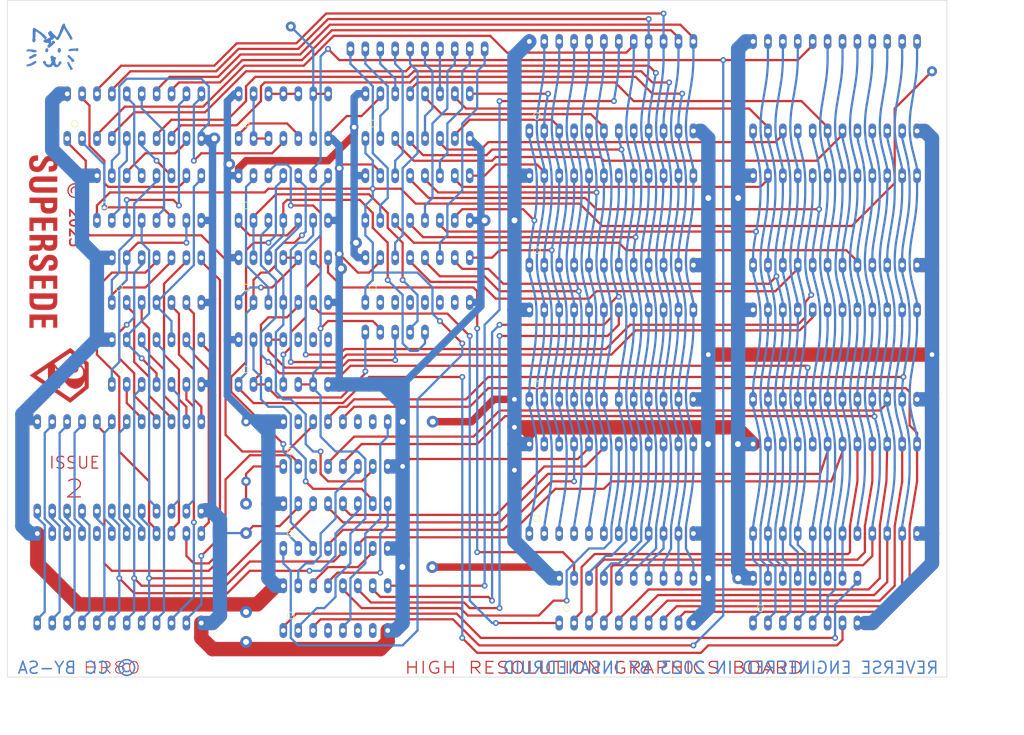
<source format=kicad_pcb>
(kicad_pcb (version 20240108) (generator "pcbnew") (generator_version "8.0")
  (title_block (title "SUPERSEDE HR80") (date "2023-02-21") (rev "V001") (comment 1 "reverse-engineered in 2023") (comment 2 "creativecommons.org/licenses/by-sa/4.0/") (comment 3 "License: CC BY-SA 4.0") (comment 4 "Author: InsaneDruid"))
  (layers (0 "F.Cu" signal) (31 "B.Cu" signal) (34 "B.Paste" user) (35 "F.Paste" user) (36 "B.SilkS" user "B.Silkscreen") (37 "F.SilkS" user "F.Silkscreen") (38 "B.Mask" user) (39 "F.Mask" user) (44 "Edge.Cuts" user))
  (net 0 "")
  (net 1 "~{SELE}")
  (net 2 "/D_{OUT}7")
  (net 3 "/D_{RAM}7")
  (net 4 "/D_{RAM}0")
  (net 5 "/D_{OUT}0")
  (net 6 "/D_{OUT}1")
  (net 7 "/D_{RAM}1")
  (net 8 "/D_{RAM}2")
  (net 9 "/D_{OUT}2")
  (net 10 "GND")
  (net 11 "/VIDEO_LATCH")
  (net 12 "/D_{OUT}4")
  (net 13 "/D_{RAM}4")
  (net 14 "/D_{RAM}3")
  (net 15 "/D_{OUT}3")
  (net 16 "/D_{OUT}6")
  (net 17 "/D_{RAM}6")
  (net 18 "/D_{RAM}5")
  (net 19 "/D_{OUT}5")
  (net 20 "+5V")
  (net 21 "/D_{CHAR}5")
  (net 22 "/PULSE_VIDEO_LATCH")
  (net 23 "/D_{CHAR}3")
  (net 24 "/D_{MUX}4{slash}0")
  (net 25 "/D_{MUX}7{slash}3")
  (net 26 "/D_{CHAR}4")
  (net 27 "/D_{MUX}5{slash}1")
  (net 28 "/D_{MUX}6{slash}2")
  (net 29 "/D_{CHAR}6")
  (net 30 "/D_{CHAR}7")
  (net 31 "/D_{VIDEO}5")
  (net 32 "/D_{CHAR}1")
  (net 33 "/D_{VIDEO}3")
  (net 34 "/D_{VIDEO}4")
  (net 35 "/D_{VIDEO}6")
  (net 36 "/D_{CHAR}2")
  (net 37 "/D_{VIDEO}7")
  (net 38 "/D_{CHAR}0")
  (net 39 "CLK1")
  (net 40 "/D_{VIDEO}1")
  (net 41 "/D_{VIDEO}2")
  (net 42 "/TA0")
  (net 43 "OE_{LATCH_RAM}")
  (net 44 "/TA1")
  (net 45 "~{SELA}_{A}")
  (net 46 "/D_{VIDEO}0")
  (net 47 "/A_{CHAR}7")
  (net 48 "/A_{CHAR}6")
  (net 49 "/TA2")
  (net 50 "/~{WE}")
  (net 51 "WEa")
  (net 52 "WEb")
  (net 53 "/TA3")
  (net 54 "/A_{CHAR}5")
  (net 55 "/A_{CHAR}4")
  (net 56 "/TA4")
  (net 57 "/TA5")
  (net 58 "Net-(U11-~{Mr})")
  (net 59 "/~{CS3}_{CHAR}")
  (net 60 "/TA6")
  (net 61 "/A_{CHAR}3")
  (net 62 "/TA7")
  (net 63 "/TA8")
  (net 64 "/TA9")
  (net 65 "~{WE}_{RAM}")
  (net 66 "/A_{CHAR}2")
  (net 67 "/A_{CHAR}1")
  (net 68 "/A_{RAM}10")
  (net 69 "/A_{CHAR}0")
  (net 70 "/A_{CHAR}11")
  (net 71 "/A_{RAM}1")
  (net 72 "/~{SEL9}")
  (net 73 "/A_{RAM}5")
  (net 74 "/A_{RAM}6")
  (net 75 "/~{SELA}")
  (net 76 "/A_{RAM}2")
  (net 77 "/A_{CHAR}10")
  (net 78 "/BA12")
  (net 79 "/A_{RAM}0")
  (net 80 "/PHI2")
  (net 81 "/A_{RAM}7")
  (net 82 "/A_{RAM}8")
  (net 83 "/BR{slash}W")
  (net 84 "/A_{CHAR}9")
  (net 85 "/A_{RAM}3")
  (net 86 "Net-(U7-Pad10)")
  (net 87 "/A_{RAM}9")
  (net 88 "/A_{CHAR}8")
  (net 89 "/A_{RAM}4")
  (net 90 "~{SEL9}_{A}")
  (net 91 "~{SELE}_{A}")
  (net 92 "~{BR_W}")
  (net 93 "SWITCH_{PETtoRAM}")
  (net 94 "/D_{PET}1")
  (net 95 "/D_{PET}0")
  (net 96 "/D_{PET}3")
  (net 97 "/D_{PET}2")
  (net 98 "A_{PET}11")
  (net 99 "A_{PET}10")
  (net 100 "~{ADDR}")
  (net 101 "/A_{PET}1")
  (net 102 "~{CS1}_CHAR")
  (net 103 "/A_{PET}5")
  (net 104 "/A_{PET}6")
  (net 105 "CS_{PETtoRAM}")
  (net 106 "~{CS}_{RAM1}")
  (net 107 "/A_{PET}2")
  (net 108 "~{CS}_{RAM2}")
  (net 109 "~{CS}_{RAM3}")
  (net 110 "/A_{PET}0")
  (net 111 "/A_{PET}7")
  (net 112 "/A_{PET}8")
  (net 113 "/A_{PET}3")
  (net 114 "/A_{PET}9")
  (net 115 "/A_{PET}4")
  (net 117 "Net-(U11-Q1)")
  (net 118 "Net-(U12-I1c)")
  (net 120 "Net-(U11-~{Q1})")
  (net 121 "Net-(U11-Cp)")
  (net 122 "/D_{PET}7")
  (net 123 "/D_{PET}6")
  (net 124 "+5VA")
  (net 125 "GNDA")
  (net 129 "/D_{PET}5")
  (net 130 "Net-(U12-Zb)")
  (net 131 "Net-(U12-Zc)")
  (net 136 "Net-(U9-Pad1)")
  (net 137 "Net-(U7-Pad1)")
  (net 138 "Net-(U7-Pad13)")
  (net 139 "~{CS}_{RAM4}")
  (net 141 "/D_{PET}4")
  (net 142 "/NOROM")
  (footprint "hrXX_lib_fp:DIP-16_W7.62mm_LongPads" (layer "F.Cu") (at 118.11 124.46 90)
    (property "Reference" "U12" (hide yes))
    (property "Value" "74LS157")
  )
  (footprint "hrXX_lib_fp:DIP-14_W7.62mm_LongPads" (layer "F.Cu") (at 110.505 54.64 90)
    (property "Reference" "U7" (hide yes))
    (property "Value" "74LS02")
  )
  (footprint "hrXX_lib_fp:PinHeader_1x01_P2.54mm_Vertical" (layer "F.Cu") (at 119.38 35.56)
    (property "Reference" "H2" (hide yes))
    (property "Value" "VIDEO_LATCH")
  )
  (footprint "hrXX_lib_fp:DIP-16_W7.62mm_LongPads" (layer "F.Cu") (at 132.095 54.625 90)
    (property "Reference" "U14" (hide yes))
    (property "Value" "74LS157")
  )
  (footprint "hrXX_lib_fp:MountingHole_3mm" (layer "F.Cu") (at 101.6 35.56)
    (property "Reference" "MH0" (hide yes))
    (property "Value" "MountingHole_3mm" (hide yes))
  )
  (footprint "hrXX_lib_fp:DIP-14_W7.62mm_LongPads" (layer "F.Cu") (at 110.49 68.58 90)
    (property "Reference" "U8" (hide yes))
    (property "Value" "74LS32")
  )
  (footprint "hrXX_lib_fp:PinHeader_1x05_P2.54mm_Vertical" (layer "F.Cu") (at 132.08 87.63 90)
    (property "Reference" "J3" (hide yes))
    (property "Value" "PET J4 / J9")
  )
  (footprint "hrXX_lib_fp:DIP-16_W7.62mm_LongPads" (layer "F.Cu") (at 198.12 137.16 90)
    (property "Reference" "U26" (hide yes))
    (property "Value" "74LS133")
  )
  (footprint "hrXX_lib_fp:C_Disc_D7.5mm_W2.5mm_P5.08mm" (layer "F.Cu") (at 143.55 102.87 180)
    (property "Reference" "C5" (hide yes))
    (property "Value" "100nF")
  )
  (footprint "hrXX_lib_fp:DIP-16_W7.62mm_LongPads" (layer "F.Cu") (at 86.36 68.58 90)
    (property "Reference" "U2" (hide yes))
    (property "Value" "74LS157")
  )
  (footprint "hrXX_lib_fp:DIP-24_W15.24mm_LongPads" (layer "F.Cu") (at 160.015 121.92 90)
    (property "Reference" "U20" (hide yes))
    (property "Value" "6116")
  )
  (footprint "hrXX_lib_fp:DIP-24_W15.24mm_Adapter" (layer "F.Cu") (at 198.12 53.34 90)
    (property "Reference" "J1" (hide yes))
    (property "Value" "editorROM ADAPTER")
  )
  (footprint "hrXX_lib_fp:MountingHole_3mm" (layer "F.Cu") (at 226.06 138.43)
    (property "Reference" "MH4" (hide yes))
    (property "Value" "MountingHole_3mm" (hide yes))
  )
  (footprint "hrXX_lib_fp:PinHeader_1x01_P2.54mm_Vertical" (layer "F.Cu") (at 228.6 43.18)
    (property "Reference" "H1" (hide yes))
    (property "Value" "CLK1")
  )
  (footprint "hrXX_lib_fp:DIP-16_W7.62mm_LongPads" (layer "F.Cu") (at 118.11 138.43 90)
    (property "Reference" "U13" (hide yes))
    (property "Value" "74LS139")
  )
  (footprint "hrXX_lib_fp:C_Disc_D7.5mm_W2.5mm_P5.08mm" (layer "F.Cu") (at 195.54 106.68 180)
    (property "Reference" "C9" (hide yes))
    (property "Value" "100nF")
  )
  (footprint "hrXX_lib_fp:C_Disc_D7.5mm_W2.5mm_P5.08mm" (layer "F.Cu") (at 111.76 135.295 -90)
    (property "Reference" "C3" (hide yes))
    (property "Value" "100nF")
  )
  (footprint "hrXX_lib_fp:DIP-20_W7.62mm_LongPads" (layer "F.Cu") (at 81.295 54.64 90)
    (property "Reference" "U1" (hide yes))
    (property "Value" "74LS373")
  )
  (footprint "hrXX_lib_fp:C_Disc_D7.5mm_W2.5mm_P5.08mm" (layer "F.Cu") (at 195.58 64.77 180)
    (property "Reference" "C8" (hide yes))
    (property "Value" "100nF")
  )
  (footprint "hrXX_lib_fp:DIP-14_W7.62mm_LongPads" (layer "F.Cu") (at 110.49 82.55 90)
    (property "Reference" "U9" (hide yes))
    (property "Value" "74LS00")
  )
  (footprint "hrXX_lib_fp:DIP-14_W7.62mm_LongPads" (layer "F.Cu") (at 88.9 96.52 90)
    (property "Reference" "U4" (hide yes))
    (property "Value" "74LS00")
  )
  (footprint "hrXX_lib_fp:DIP-16_W7.62mm_LongPads" (layer "F.Cu") (at 132.08 82.55 90)
    (property "Reference" "U16" (hide yes))
    (property "Value" "74LS157")
  )
  (footprint "hrXX_lib_fp:CP_Radial_D10.0mm_P5.00mm" (layer "F.Cu") (at 111.76 116.84 -90)
    (property "Reference" "C1" (hide yes))
    (property "Value" "2.2uF")
  )
  (footprint "hrXX_lib_fp:C_Disc_D7.5mm_W2.5mm_P5.08mm" (layer "F.Cu") (at 108.9025 59.009409 120)
    (property "Reference" "C2" (hide yes))
    (property "Value" "100nF")
  )
  (footprint "hrXX_lib_fp:DIP-24_W15.24mm_Socket_LongPads" (layer "F.Cu") (at 76.2 118.11 90)
    (property "Reference" "UA3" (hide yes))
    (property "Value" "2316")
  )
  (footprint "hrXX_lib_fp:DIP-24_W15.24mm_LongPads" (layer "F.Cu") (at 160.02 53.34 90)
    (property "Reference" "U17" (hide yes))
    (property "Value" "6116")
  )
  (footprint "hrXX_lib_fp:DIP-20_W7.62mm_LongPads" (layer "F.Cu") (at 165.1 137.16 90)
    (property "Reference" "U21" (hide yes))
    (property "Value" "74LS245")
  )
  (footprint "hrXX_lib_fp:DIP-14_W7.62mm_LongPads" (layer "F.Cu") (at 88.9 82.565 90)
    (property "Reference" "U3" (hide yes))
    (property "Value" "74LS00")
  )
  (footprint "hrXX_lib_fp:C_Disc_D7.5mm_W2.5mm_P5.08mm" (layer "F.Cu") (at 195.58 129.54 180)
    (property "Reference" "C10" (hide yes))
    (property "Value" "100nF")
  )
  (footprint "hrXX_lib_fp:DIP-24_W15.24mm_Socket_LongPads" (layer "F.Cu") (at 198.12 121.92 90)
    (property "Reference" "UD11" (hide yes))
    (property "Value" "2332A")
  )
  (footprint "hrXX_lib_fp:PinHeader_1x10_P2.54mm_Vertical" (layer "F.Cu") (at 129.54 39.37 90)
    (property "Reference" "J2" (hide yes))
    (property "Value" "PET CRTC")
  )
  (footprint "hrXX_lib_fp:DIP-24_W15.24mm_Socket_LongPads" (layer "F.Cu") (at 198.12 76.2 90)
    (property "Reference" "UD7" (hide yes))
    (property "Value" "2316")
  )
  (footprint "hrXX_lib_fp:DIP-24_W15.24mm_Adapter" (layer "F.Cu") (at 76.2 137.16 90)
    (property "Reference" "J0" (hide yes))
    (property "Value" "charROM ADAPTER")
  )
  (footprint "hrXX_lib_fp:DIP-16_W7.62mm_LongPads" (layer "F.Cu") (at 132.08 68.58 90)
    (property "Reference" "U15" (hide yes))
    (property "Value" "74LS157")
  )
  (footprint "hrXX_lib_fp:R_Axial_DIN0207_L6.3mm_D2.5mm_P10.16mm_Horizontal" (layer "F.Cu") (at 111.76 102.87 -90)
    (property "Reference" "R1" (hide yes))
    (property "Value" "47K")
  )
  (footprint "hrXX_lib_fp:DIP-16_W7.62mm_LongPads" (layer "F.Cu") (at 118.11 110.49 90)
    (property "Reference" "U11" (hide yes))
    (property "Value" "74LS175")
  )
  (footprint "hrXX_lib_fp:DIP-24_W15.24mm_LongPads" (layer "F.Cu") (at 160.02 76.2 90)
    (property "Reference" "U18" (hide yes))
    (property "Value" "6116")
  )
  (footprint "hrXX_lib_fp:C_Disc_D7.5mm_W2.5mm_P5.08mm" (layer "F.Cu") (at 130.4925 72.39 -120)
    (property "Reference" "C4" (hide yes))
    (property "Value" "100nF")
  )
  (footprint "hrXX_lib_fp:DIP-24_W15.24mm_Socket_LongPads" (layer "F.Cu") (at 198.12 99.06 90)
    (property "Reference" "UD12" (hide yes))
    (property "Value" "2332A")
  )
  (footprint "hrXX_lib_fp:DIP-14_W7.62mm_LongPads" (layer "F.Cu") (at 110.49 96.52 90)
    (property "Reference" "U10" (hide yes))
    (property "Value" "74LS02")
  )
  (footprint "hrXX_lib_fp:C_Disc_D7.5mm_W2.5mm_P5.08mm" (layer "F.Cu") (at 143.47 127.635 180)
    (property "Reference" "C6" (hide yes))
    (property "Value" "100nF")
  )
  (footprint "hrXX_lib_fp:C_Disc_D7.5mm_W2.5mm_P5.08mm" (layer "F.Cu") (at 157.48 68.58 180)
    (property "Reference" "C7" (hide yes))
    (property "Value" "100nF")
  )
  (footprint "hrXX_lib_fp:DIP-24_W15.24mm_LongPads" (layer "F.Cu") (at 160.02 99.06 90)
    (property "Reference" "U19" (hide yes))
    (property "Value" "6116")
  )
  (gr_poly (pts (xy 69.85 43.18) (xy 69.849984 43.18) (xy 69.849992 43.179988)) (fill solid) (layer "F.Cu"))
  (gr_poly (pts (xy 81.831524 99.658557) (xy 74.886222 94.978737) (xy 76.11229 94.152599) (xy 76.11229 94.978744) (xy 76.11229 94.978746) (xy 76.112292 94.978745) (xy 76.11229 94.978744) (xy 76.11229 94.152599) (xy 78.868963 92.295121) (xy 78.868963 93.200737) (xy 78.442223 93.581737) (xy 78.015523 93.696328) (xy 76.112292 94.978745) (xy 78.015523 96.261161) (xy 78.442223 96.375737) (xy 78.696223 96.629737) (xy 79.332927 97.148841) (xy 78.015523 96.261161) (xy 78.015523 93.696328) (xy 79.101029 92.964903) (xy 79.055204 93.073737) (xy 78.950223 93.200737) (xy 78.868963 93.200737) (xy 78.868963 92.295121) (xy 81.795619 90.323108) (xy 81.795619 91.14926) (xy 79.101029 92.964903) (xy 79.10687 92.971784) (xy 79.159463 93.035606) (xy 79.216663 93.107105) (xy 79.251543 93.151787) (xy 79.251543 93.641659) (xy 79.251543 96.241399) (xy 79.25326 96.324543) (xy 79.258832 96.399199) (xy 79.268894 96.465835) (xy 79.275806 96.496291) (xy 79.284078 96.524917) (xy 79.293788 96.551771) (xy 79.305016 96.576911) (xy 79.317842 96.600396) (xy 79.332343 96.622283) (xy 79.3486 96.642632) (xy 79.366691 96.6615) (xy 79.386696 96.678946) (xy 79.408693 96.695028) (xy 79.432762 96.709804) (xy 79.458982 96.723333) (xy 79.487432 96.735673) (xy 79.518192 96.746883) (xy 79.586955 96.766142) (xy 79.665904 96.781577) (xy 79.755673 96.793656) (xy 79.856895 96.802843) (xy 79.970202 96.809607) (xy 80.096228 96.814411) (xy 80.096228 97.15251) (xy 79.332927 97.148841) (xy 81.795619 98.808227) (xy 84.271782 96.816816) (xy 84.271782 95.873849) (xy 84.245035 95.952899) (xy 84.206508 96.053179) (xy 84.164462 96.15044) (xy 84.118998 96.244547) (xy 84.07022 96.335368) (xy 84.018229 96.422769) (xy 83.963127 96.506615) (xy 83.905017 96.586773) (xy 83.844002 96.663109) (xy 83.780182 96.735489) (xy 83.713661 96.803781) (xy 83.64454 96.867849) (xy 83.572923 96.92756) (xy 83.49891 96.982781) (xy 83.422605 97.033377) (xy 83.344109 97.079216) (xy 83.263525 97.120162) (xy 83.180955 97.156083) (xy 83.096501 97.186845) (xy 83.010265 97.212313) (xy 82.92235 97.232355) (xy 82.832858 97.246836) (xy 82.741891 97.255623) (xy 82.649551 97.258581) (xy 82.567965 97.255875) (xy 82.48527 97.247858) (xy 82.401738 97.234686) (xy 82.317643 97.216516) (xy 82.233256 97.193501) (xy 82.148851 97.165797) (xy 82.0647 97.13356) (xy 81.981076 97.096945) (xy 81.89825 97.056106) (xy 81.816496 97.011201) (xy 81.736087 96.962383) (xy 81.657294 96.909807) (xy 81.580391 96.853631) (xy 81.505649 96.794007) (xy 81.433343 96.731093) (xy 81.363743 96.665043) (xy 81.276419 96.574932) (xy 81.179075 96.466808) (xy 81.075507 96.34551) (xy 80.96951 96.21588) (xy 80.86488 96.082758) (xy 80.765412 95.950983) (xy 80.674903 95.825396) (xy 80.597148 95.710838) (xy 79.271185 93.641659) (xy 79.251543 93.641659) (xy 79.251543 93.151787) (xy 79.282152 93.190998) (xy 79.359609 93.292002) (xy 79.742752 93.790287) (xy 79.880261 93.96408) (xy 80.012993 94.127378) (xy 80.141235 94.280384) (xy 80.265275 94.423299) (xy 80.385401 94.556327) (xy 80.5019 94.679668) (xy 80.615061 94.793525) (xy 80.72517 94.8981) (xy 80.832517 94.993596) (xy 80.937389 95.080214) (xy 81.040073 95.158156) (xy 81.140857 95.227625) (xy 81.24003 95.288823) (xy 81.337879 95.341951) (xy 81.434692 95.387213) (xy 81.530757 95.424809) (xy 81.568436 95.436615) (xy 81.611171 95.44811) (xy 81.709966 95.46992) (xy 81.823465 95.48974) (xy 81.947989 95.507072) (xy 82.079859 95.52142) (xy 82.215397 95.532285) (xy 82.350925 95.539169) (xy 82.482765 95.541574) (xy 82.575233 95.540579) (xy 82.66488 95.537594) (xy 82.7517 95.532618) (xy 82.835684 95.525653) (xy 82.916824 95.516697) (xy 82.995114 95.505751) (xy 83.070546 95.492815) (xy 83.143112 95.477889) (xy 83.212804 95.460973) (xy 83.279616 95.442067) (xy 83.343539 95.421171) (xy 83.404567 95.398284) (xy 83.462691 95.373408) (xy 83.517903 95.346541) (xy 83.570198 95.317684) (xy 83.619566 95.286837) (xy 83.666 95.254001) (xy 83.709494 95.219174) (xy 83.750039 95.182356) (xy 83.787627 95.143549) (xy 83.822252 95.102752) (xy 83.853905 95.059965) (xy 83.88258 95.015187) (xy 83.908268 94.96842) (xy 83.930962 94.919662) (xy 83.950655 94.868914) (xy 83.967339 94.816177) (xy 83.981006 94.761449) (xy 83.99165 94.704731) (xy 83.999261 94.646023) (xy 84.003834 94.585326) (xy 84.00536 94.522638) (xy 84.004531 94.472059) (xy 84.002077 94.421872) (xy 83.998042 94.372154) (xy 83.992471 94.322987) (xy 83.985408 94.274449) (xy 83.976899 94.226621) (xy 83.96699 94.179581) (xy 83.955724 94.133411) (xy 83.943148 94.088188) (xy 83.929305 94.043994) (xy 83.914241 94.000908) (xy 83.898002 93.959009) (xy 83.880632 93.918377) (xy 83.862175 93.879092) (xy 83.842678 93.841233) (xy 83.822185 93.80488) (xy 83.800741 93.770114) (xy 83.778391 93.737013) (xy 83.755181 93.705657) (xy 83.731154 93.676126) (xy 83.706357 93.648499) (xy 83.680834 93.622857) (xy 83.654631 93.599279) (xy 83.627791 93.577844) (xy 83.600361 93.558633) (xy 83.572385 93.541725) (xy 83.543909 93.527199) (xy 83.514977 93.515136) (xy 83.485634 93.505615) (xy 83.455926 93.498715) (xy 83.425897 93.494517) (xy 83.395593 93.4931) (xy 83.38741 93.493255) (xy 83.379455 93.493722) (xy 83.371727 93.494499) (xy 83.364225 93.495587) (xy 83.356945 93.496987) (xy 83.349888 93.498697) (xy 83.34305 93.500718) (xy 83.33643 93.50305) (xy 83.330026 93.505694) (xy 83.323836 93.508648) (xy 83.317859 93.511913) (xy 83.312092 93.515489) (xy 83.306535 93.519376) (xy 83.301184 93.523574) (xy 83.296039 93.528083) (xy 83.291097 93.532902) (xy 83.286357 93.538033) (xy 83.281817 93.543475) (xy 83.277475 93.549228) (xy 83.273329 93.555291) (xy 83.269378 93.561666) (xy 83.26562 93.568351) (xy 83.258673 93.582655) (xy 83.252476 93.598203) (xy 83.247014 93.614994) (xy 83.242272 93.633029) (xy 83.238236 93.652308) (xy 83.228401 93.758449) (xy 83.215182 93.852856) (xy 83.206939 93.897732) (xy 83.197608 93.941059) (xy 83.187193 93.982839) (xy 83.175694 94.023074) (xy 83.163114 94.061766) (xy 83.149454 94.098918) (xy 83.134716 94.134529) (xy 83.118902 94.168604) (xy 83.102014 94.201143) (xy 83.084054 94.232149) (xy 83.065022 94.261623) (xy 83.044922 94.289568) (xy 83.023755 94.315986) (xy 83.001522 94.340878) (xy 82.978226 94.364246) (xy 82.953868 94.386092) (xy 82.928451 94.406419) (xy 82.901975 94.425228) (xy 82.874443 94.442521) (xy 82.845856 94.4583) (xy 82.816216 94.472567) (xy 82.785526 94.485324) (xy 82.753787 94.496573) (xy 82.721 94.506316) (xy 82.687168 94.514555) (xy 82.652292 94.521291) (xy 82.616374 94.526527) (xy 82.579415 94.530265) (xy 82.541419 94.532506) (xy 82.502386 94.533252) (xy 82.466695 94.532204) (xy 82.431398 94.529099) (xy 82.396542 94.523991) (xy 82.362177 94.516938) (xy 82.328351 94.507996) (xy 82.295113 94.497221) (xy 82.26251 94.48467) (xy 82.230592 94.470399) (xy 82.199406 94.454464) (xy 82.169002 94.436923) (xy 82.139428 94.41783) (xy 82.110733 94.397243) (xy 82.082965 94.375217) (xy 82.056171 94.35181) (xy 82.030402 94.327078) (xy 82.005706 94.301076) (xy 81.98213 94.273862) (xy 81.959724 94.245492) (xy 81.938536 94.216021) (xy 81.918614 94.185507) (xy 81.900008 94.154005) (xy 81.882764 94.121573) (xy 81.866933 94.088266) (xy 81.852563 94.054141) (xy 81.839701 94.019254) (xy 81.828397 93.983662) (xy 81.818699 93.94742) (xy 81.810655 93.910586) (xy 81.804315 93.873215) (xy 81.799726 93.835365) (xy 81.796937 93.79709) (xy 81.795996 93.758449) (xy 81.797223 93.712094) (xy 81.800866 93.666474) (xy 81.806869 93.621637) (xy 81.815177 93.577632) (xy 81.825735 93.534507) (xy 81.838485 93.492309) (xy 81.853374 93.451088) (xy 81.870345 93.410892) (xy 81.889342 93.371769) (xy 81.910309 93.333768) (xy 81.933192 93.296936) (xy 81.957934 93.261322) (xy 81.98448 93.226974) (xy 82.012774 93.193941) (xy 82.04276 93.162271) (xy 82.074382 93.132012) (xy 82.107585 93.103213) (xy 82.142314 93.075921) (xy 82.178512 93.050186) (xy 82.216124 93.026055) (xy 82.255094 93.003577) (xy 82.295366 92.982801) (xy 82.336885 92.963773) (xy 82.379596 92.946544) (xy 82.423441 92.93116) (xy 82.468367 92.917671) (xy 82.514316 92.906125) (xy 82.561234 92.896569) (xy 82.609064 92.889053) (xy 82.657751 92.883625) (xy 82.707239 92.880332) (xy 82.757473 92.879224) (xy 82.846066 92.881752) (xy 82.933129 92.889269) (xy 83.018579 92.901675) (xy 83.102331 92.918869) (xy 83.184302 92.94075) (xy 83.264407 92.96722) (xy 83.342562 92.998176) (xy 83.418683 93.033518) (xy 83.492686 93.073147) (xy 83.564486 93.116961) (xy 83.634 93.164861) (xy 83.701143 93.216745) (xy 83.765831 93.272513) (xy 83.82798 93.332066) (xy 83.887506 93.395302) (xy 83.944325 93.462121) (xy 83.998352 93.532423) (xy 84.049503 93.606107) (xy 84.097695 93.683073) (xy 84.142842 93.76322) (xy 84.184861 93.846448) (xy 84.223668 93.932657) (xy 84.259179 94.021746) (xy 84.271782 94.05778) (xy 84.271782 95.873849) (xy 84.157223 95.849733) (xy 84.157223 95.743815) (xy 84.157223 95.63528) (xy 84.157223 95.52426) (xy 84.157223 95.410889) (xy 84.157223 95.295302) (xy 84.157223 95.177632) (xy 84.157223 95.058012) (xy 84.157223 94.936577) (xy 84.157223 94.826087) (xy 84.157223 94.717573) (xy 84.157223 94.470737) (xy 84.157223 94.305288) (xy 84.157223 94.113614) (xy 84.271782 94.05778) (xy 84.271782 93.140671) (xy 81.795619 91.14926) (xy 81.795619 90.323108) (xy 81.831524 90.298915) (xy 84.956914 92.812455) (xy 84.956914 97.145019)) (fill solid) (layer "F.Cu"))
  (gr_poly (pts (xy 74.886222 94.978751) (xy 74.886222 94.978737) (xy 74.886233 94.978744)) (fill solid) (layer "F.Cu"))
  (gr_poly (pts (xy 78.906521 86.862616) (xy 78.906521 85.534887) (xy 77.651666 85.534887) (xy 77.651666 86.817938) (xy 76.945181 86.817938) (xy 76.945181 85.534887) (xy 75.572581 85.534887) (xy 75.572581 86.888152) (xy 74.866096 86.888152) (xy 74.866096 84.612495) (xy 79.613006 84.612495) (xy 79.613006 86.862616)) (fill solid) (layer "F.Cu"))
  (gr_poly (pts (xy 76.134405 62.005893) (xy 76.091085 62.006298) (xy 76.049434 62.007514) (xy 76.009452 62.00954) (xy 75.971138 62.012376) (xy 75.934493 62.016023) (xy 75.899517 62.02048) (xy 75.86621 62.025747) (xy 75.834572 62.031825) (xy 75.804603 62.038713) (xy 75.776303 62.046412) (xy 75.749671 62.054921) (xy 75.724709 62.06424) (xy 75.701416 62.074369) (xy 75.679791 62.085309) (xy 75.659836 62.09706) (xy 75.64155 62.10962) (xy 75.63296 62.116261) (xy 75.624644 62.123216) (xy 75.6166 62.130486) (xy 75.608828 62.138071) (xy 75.60133 62.14597) (xy 75.594103 62.154185) (xy 75.58715 62.162714) (xy 75.580469 62.171558) (xy 75.574061 62.180717) (xy 75.567926 62.190191) (xy 75.562064 62.199979) (xy 75.556474 62.210082) (xy 75.546112 62.231234) (xy 75.536841 62.253644) (xy 75.52866 62.277314) (xy 75.52157 62.302243) (xy 75.515571 62.328431) (xy 75.510663 62.355879) (xy 75.506846 62.384585) (xy 75.504119 62.414552) (xy 75.502483 62.445777) (xy 75.501937 62.478262) (xy 75.502483 62.510745) (xy 75.504119 62.541969) (xy 75.506846 62.571934) (xy 75.510663 62.60064) (xy 75.515571 62.628087) (xy 75.52157 62.654274) (xy 75.52866 62.679203) (xy 75.53684 62.702872) (xy 75.546112 62.725282) (xy 75.556473 62.746433) (xy 75.567926 62.766325) (xy 75.580469 62.784957) (xy 75.594103 62.802331) (xy 75.608828 62.818445) (xy 75.624644 62.833299) (xy 75.64155 62.846895) (xy 75.659836 62.859457) (xy 75.679791 62.871209) (xy 75.701416 62.88215) (xy 75.724709 62.89228) (xy 75.749671 62.9016) (xy 75.776303 62.91011) (xy 75.804603 62.917809) (xy 75.834572 62.924697) (xy 75.86621 62.930775) (xy 75.899517 62.936043) (xy 75.934493 62.9405) (xy 75.971138 62.944147) (xy 76.009452 62.946983) (xy 76.049434 62.949009) (xy 76.091085 62.950225) (xy 76.134405 62.95063) (xy 79.613006 62.95063) (xy 79.613006 63.863442) (xy 76.198326 63.863442) (xy 76.111815 63.86209) (xy 76.028065 63.858032) (xy 75.947074 63.851268) (xy 75.868843 63.8418) (xy 75.793371 63.829626) (xy 75.72066 63.814746) (xy 75.650708 63.797161) (xy 75.583516 63.77687) (xy 75.519083 63.753874) (xy 75.457411 63.728173) (xy 75.398498 63.699765) (xy 75.342345 63.668653) (xy 75.288951 63.634834) (xy 75.238318 63.59831) (xy 75.190443 63.559081) (xy 75.145329 63.517145) (xy 75.102961 63.472506) (xy 75.063326 63.425161) (xy 75.026425 63.375111) (xy 74.992257 63.322355) (xy 74.960822 63.266893) (xy 74.93212 63.208727) (xy 74.906152 63.147854) (xy 74.882917 63.084277) (xy 74.862416 63.017994) (xy 74.844648 62.949005) (xy 74.829614 62.877311) (xy 74.817313 62.802912) (xy 74.807745 62.725807) (xy 74.800911 62.645997) (xy 74.796811 62.563482) (xy 74.795444 62.478262) (xy 74.796811 62.39304) (xy 74.800911 62.310523) (xy 74.807745 62.230713) (xy 74.817313 62.153607) (xy 74.829614 62.079208) (xy 74.844648 62.007514) (xy 74.862416 61.938525) (xy 74.882917 61.872242) (xy 74.906152 61.808665) (xy 74.93212 61.747792) (xy 74.960822 61.689625) (xy 74.992256 61.634164) (xy 75.026425 61.581407) (xy 75.063326 61.531356) (xy 75.102961 61.48401) (xy 75.145329 61.43937) (xy 75.190443 61.397436) (xy 75.238318 61.358207) (xy 75.288951 61.321684) (xy 75.342345 61.287866) (xy 75.398498 61.256753) (xy 75.457411 61.228346) (xy 75.519083 61.202644) (xy 75.583516 61.179648) (xy 75.650708 61.159357) (xy 75.72066 61.141771) (xy 75.793371 61.126891) (xy 75.868843 61.114717) (xy 75.947074 61.105248) (xy 76.028065 61.098484) (xy 76.111815 61.094426) (xy 76.198326 61.093073) (xy 79.613007 61.093073) (xy 79.613007 62.005893)) (fill solid) (layer "F.Cu"))
  (gr_poly (pts (xy 79.682409 59.065501) (xy 79.678664 59.151411) (xy 79.672421 59.233981) (xy 79.663682 59.313211) (xy 79.652446 59.389101) (xy 79.638713 59.461652) (xy 79.622483 59.530862) (xy 79.603756 59.596733) (xy 79.582532 59.659265) (xy 79.558811 59.718456) (xy 79.532594 59.774308) (xy 79.503879 59.826819) (xy 79.472668 59.875991) (xy 79.43896 59.921823) (xy 79.402756 59.964315) (xy 79.364054 60.003468) (xy 79.324762 60.037449) (xy 79.282578 60.069213) (xy 79.237503 60.098758) (xy 79.189537 60.126084) (xy 79.13868 60.151193) (xy 79.084931 60.174084) (xy 79.028291 60.194756) (xy 78.968761 60.21321) (xy 78.906339 60.229446) (xy 78.841026 60.243464) (xy 78.772821 60.255264) (xy 78.701726 60.264846) (xy 78.627739 60.27221) (xy 78.550861 60.277356) (xy 78.471092 60.280284) (xy 78.388432 60.280994) (xy 78.142846 60.281447) (xy 78.142846 59.371817) (xy 78.142846 59.371818) (xy 78.142847 59.371818) (xy 78.284142 59.371818) (xy 78.374872 59.371821) (xy 78.417634 59.370628) (xy 78.458662 59.368639) (xy 78.497956 59.365853) (xy 78.535514 59.362272) (xy 78.571338 59.357894) (xy 78.605427 59.352719) (xy 78.637782 59.346749) (xy 78.668401 59.339982) (xy 78.697286 59.332418) (xy 78.724437 59.324059) (xy 78.749853 59.314902) (xy 78.773534 59.30495) (xy 78.79548 59.294201) (xy 78.815692 59.282656) (xy 78.825213 59.276544) (xy 78.834431 59.270151) (xy 78.843347 59.263479) (xy 78.851961 59.256528) (xy 78.860273 59.249296) (xy 78.868282 59.241785) (xy 78.875989 59.233994) (xy 78.883394 59.225922) (xy 78.890497 59.217572) (xy 78.897297 59.208941) (xy 78.903796 59.200031) (xy 78.909992 59.19084) (xy 78.915886 59.18137) (xy 78.921477 59.171621) (xy 78.926766 59.161591) (xy 78.931754 59.151281) (xy 78.936438 59.140692) (xy 78.940821 59.129823) (xy 78.944901 59.118674) (xy 78.94868 59.107245) (xy 78.952155 59.095537) (xy 78.955329 59.083548) (xy 78.958201 59.07128) (xy 78.96077 59.058732) (xy 78.965001 59.032796) (xy 78.968024 59.005741) (xy 78.969837 58.977567) (xy 78.970442 58.948273) (xy 78.969883 58.919273) (xy 78.968208 58.891194) (xy 78.965416 58.864035) (xy 78.961506 58.837798) (xy 78.95648 58.812481) (xy 78.950336 58.788085) (xy 78.943076 58.764611) (xy 78.934698 58.742057) (xy 78.925204 58.720423) (xy 78.914592 58.699711) (xy 78.902864 58.67992) (xy 78.890018 58.661049) (xy 78.876055 58.6431) (xy 78.860975 58.626071) (xy 78.844778 58.609963) (xy 78.827464 58.594776) (xy 78.809033 58.580509) (xy 78.789484 58.567161) (xy 78.768819 58.554734) (xy 78.747037 58.543228) (xy 78.724138 58.532642) (xy 78.700122 58.522977) (xy 78.674989 58.514232) (xy 78.648739 58.506408) (xy 78.621372 58.499504) (xy 78.592888 58.493521) (xy 78.563288 58.488458) (xy 78.53257 58.484316) (xy 78.500735 58.481094) (xy 78.467783 58.478793) (xy 78.433715 58.477412) (xy 78.398529 58.476952) (xy 78.371024 58.477501) (xy 78.344018 58.479146) (xy 78.317511 58.48189) (xy 78.291504 58.48573) (xy 78.265996 58.490667) (xy 78.240988 58.496702) (xy 78.216478 58.503834) (xy 78.192469 58.512063) (xy 78.168958 58.521389) (xy 78.145947 58.531812) (xy 78.123436 58.543332) (xy 78.101424 58.55595) (xy 78.079911 58.569664) (xy 78.058898 58.584476) (xy 78.038385 58.600385) (xy 78.018371 58.61739) (xy 77.998554 58.635348) (xy 77.978631 58.65495) (xy 77.958604 58.676196) (xy 77.938471 58.699085) (xy 77.918233 58.723618) (xy 77.89789 58.749795) (xy 77.877442 58.777616) (xy 77.856888 58.807081) (xy 77.83623 58.838189) (xy 77.815466 58.870941) (xy 77.794597 58.905337) (xy 77.773624 58.941377) (xy 77.752545 58.979061) (xy 77.731361 59.018388) (xy 77.710072 59.05936) (xy 77.688679 59.101975) (xy 77.603154 59.26689) (xy 77.518155 59.418956) (xy 77.475852 59.490171) (xy 77.433681 59.558173) (xy 77.391641 59.622963) (xy 77.349733 59.684541) (xy 77.307956 59.742907) (xy 77.26631 59.79806) (xy 77.224796 59.850002) (xy 77.183413 59.89873) (xy 77.142162 59.944247) (xy 77.101043 59.986551) (xy 77.060055 60.025643) (xy 77.019198 60.061523) (xy 76.977829 60.094839) (xy 76.935303 60.126007) (xy 76.891621 60.155024) (xy 76.846782 60.181892) (xy 76.800787 60.206611) (xy 76.753635 60.22918) (xy 76.705327 60.2496) (xy 76.655862 60.26787) (xy 76.605241 60.283991) (xy 76.553463 60.297963) (xy 76.500529 60.309785) (xy 76.446438 60.319457) (xy 76.391191 60.32698) (xy 76.334787 60.332354) (xy 76.277227 60.335578) (xy 76.218511 60.336653) (xy 76.130759 60.335276) (xy 76.045807 60.331145) (xy 75.963653 60.32426) (xy 75.884298 60.314622) (xy 75.807743 60.30223) (xy 75.733986 60.287084) (xy 75.663028 60.269184) (xy 75.59487 60.24853) (xy 75.52951 60.225123) (xy 75.46695 60.198962) (xy 75.407188 60.170048) (xy 75.350226 60.13838) (xy 75.296063 60.103958) (xy 75.244699 60.066783) (xy 75.196135 60.026854) (xy 75.150369 59.984172) (xy 75.10739 59.938722) (xy 75.067184 59.890493) (xy 75.02975 59.839486) (xy 74.99509 59.785701) (xy 74.963202 59.729136) (xy 74.934087 59.669793) (xy 74.907745 59.607672) (xy 74.884176 59.542771) (xy 74.863379 59.475093) (xy 74.845356 59.404635) (xy 74.830105 59.331399) (xy 74.817627 59.255384) (xy 74.807922 59.176591) (xy 74.80099 59.095019) (xy 74.796831 59.010669) (xy 74.795444 58.923539) (xy 74.796686 58.828804) (xy 74.800412 58.737595) (xy 74.806621 58.649913) (xy 74.815314 58.565758) (xy 74.826491 58.485129) (xy 74.840152 58.408027) (xy 74.856296 58.334451) (xy 74.874924 58.264402) (xy 74.896036 58.19788) (xy 74.919632 58.134884) (xy 74.945711 58.075415) (xy 74.974275 58.019472) (xy 75.005321 57.967056) (xy 75.038852 57.918166) (xy 75.074867 57.872803) (xy 75.113365 57.830966) (xy 75.154675 57.792145) (xy 75.199127 57.755829) (xy 75.246719 57.722017) (xy 75.297452 57.690709) (xy 75.351325 57.661906) (xy 75.40834 57.635608) (xy 75.468495 57.611815) (xy 75.531791 57.590526) (xy 75.598228 57.571741) (xy 75.667805 57.555461) (xy 75.740523 57.541686) (xy 75.816382 57.530415) (xy 75.895382 57.521649) (xy 75.977522 57.515388) (xy 76.062803 57.511631) (xy 76.151224 57.510379) (xy 76.336263 57.510379) (xy 76.336263 58.42) (xy 76.19496 58.42) (xy 76.152737 58.419719) (xy 76.111854 58.42047) (xy 76.072311 58.422253) (xy 76.034109 58.425069) (xy 75.997248 58.428918) (xy 75.961727 58.433799) (xy 75.927546 58.439712) (xy 75.894706 58.446658) (xy 75.863206 58.454637) (xy 75.833047 58.463648) (xy 75.804228 58.473691) (xy 75.776749 58.484767) (xy 75.750611 58.496876) (xy 75.725813 58.510017) (xy 75.702355 58.52419) (xy 75.680237 58.539396) (xy 75.659461 58.555633) (xy 75.640025 58.572901) (xy 75.621929 58.591201) (xy 75.605174 58.610533) (xy 75.589759 58.630897) (xy 75.575684 58.652292) (xy 75.56295 58.674719) (xy 75.551556 58.698178) (xy 75.541502 58.722668) (xy 75.532789 58.748191) (xy 75.525416 58.774745) (xy 75.519384 58.802331) (xy 75.514692 58.830948) (xy 75.511341 58.860598) (xy 75.50933 58.891279) (xy 75.50866 58.922992) (xy 75.509264 58.953937) (xy 75.511078 58.983887) (xy 75.5141 59.012842) (xy 75.518332 59.040801) (xy 75.523773 59.067765) (xy 75.530422 59.093734) (xy 75.538281 59.118707) (xy 75.547349 59.142686) (xy 75.557626 59.165669) (xy 75.569112 59.187656) (xy 75.581807 59.208649) (xy 75.595711 59.228646) (xy 75.610824 59.247648) (xy 75.627146 59.265654) (xy 75.644677 59.282665) (xy 75.663417 59.298681) (xy 75.683379 59.313716) (xy 75.704577 59.327781) (xy 75.727009 59.340876) (xy 75.750677 59.353001) (xy 75.77558 59.364155) (xy 75.801718 59.37434) (xy 75.829091 59.383555) (xy 75.857699 59.3918) (xy 75.887543 59.399075) (xy 75.918622 59.40538) (xy 75.950936 59.410715) (xy 75.984486 59.41508) (xy 76.019271 59.418475) (xy 76.055292 59.4209) (xy 76.092548 59.422355) (xy 76.131039 59.42284) (xy 76.159806 59.422246) (xy 76.188074 59.420465) (xy 76.215842 59.417497) (xy 76.243111 59.413342) (xy 76.269881 59.407999) (xy 76.296151 59.40147) (xy 76.321921 59.393753) (xy 76.347192 59.384849) (xy 76.371964 59.374758) (xy 76.396236 59.36348) (xy 76.420009 59.351015) (xy 76.443282 59.337362) (xy 76.466056 59.322523) (xy 76.488331 59.306497) (xy 76.510107 59.289284) (xy 76.531383 59.270884) (xy 76.552488 59.251255) (xy 76.573751 59.229856) (xy 76.595172 59.206688) (xy 76.61675 59.181751) (xy 76.638487 59.155045) (xy 76.660381 59.126569) (xy 76.682432 59.096325) (xy 76.704642 59.064311) (xy 76.727009 59.030528) (xy 76.749533 58.994976) (xy 76.772215 58.957654) (xy 76.795055 58.918563) (xy 76.818053 58.877704) (xy 76.841208 58.835075) (xy 76.864521 58.790676) (xy 76.887991 58.744509) (xy 76.969415 58.586393) (xy 77.050524 58.440641) (xy 77.090961 58.372401) (xy 77.131318 58.307252) (xy 77.171597 58.245193) (xy 77.211797 58.186226) (xy 77.251918 58.130349) (xy 77.29196 58.077564) (xy 77.331924 58.027869) (xy 77.371808 57.981265) (xy 77.411613 57.937752) (xy 77.45134 57.89733) (xy 77.490987 57.859999) (xy 77.530555 57.825759) (xy 77.570256 57.793951) (xy 77.611139 57.764195) (xy 77.653205 57.736491) (xy 77.696454 57.71084) (xy 77.740885 57.687241) (xy 77.7865 57.665694) (xy 77.833297 57.646199) (xy 77.881277 57.628756) (xy 77.930439 57.613366) (xy 77.980784 57.600028) (xy 78.032312 57.588742) (xy 78.085023 57.579507) (xy 78.138916 57.572325) (xy 78.193992 57.567195) (xy 78.250251 57.564117) (xy 78.307692 57.563091) (xy 78.392547 57.564468) (xy 78.474695 57.568599) (xy 78.554135 57.575484) (xy 78.630868 57.585123) (xy 78.704894 57.597515) (xy 78.776212 57.612662) (xy 78.844824 57.630562) (xy 78.910728 57.651217) (xy 78.973925 57.674625) (xy 79.034414 57.700787) (xy 79.092197 57.729704) (xy 79.147272 57.761374) (xy 79.199641 57.795798) (xy 79.249302 57.832977) (xy 79.296256 57.872909) (xy 79.340504 57.915596) (xy 79.382057 57.961049) (xy 79.42093 58.00928) (xy 79.457121 58.060289) (xy 79.490632 58.114077) (xy 79.521463 58.170644) (xy 79.549612 58.229989) (xy 79.57508 58.292112) (xy 79.597868 58.357014) (xy 79.617975 58.424694) (xy 79.635401 58.495153) (xy 79.650146 58.56839) (xy 79.66221 58.644406) (xy 79.671593 58.7232) (xy 79.678296 58.804772) (xy 79.682317 58.889123) (xy 79.683658 58.976252)) (fill solid) (layer "F.Cu"))
  (gr_poly (pts (xy 74.886211 94.978744) (xy 74.886211 94.97873) (xy 74.886222 94.978737)) (fill solid) (layer "F.Cu"))
  (gr_poly (pts (xy 79.682409 75.936634) (xy 79.678664 76.022544) (xy 79.672421 76.105114) (xy 79.663682 76.184344) (xy 79.652446 76.260235) (xy 79.638713 76.332786) (xy 79.622483 76.401997) (xy 79.603756 76.467868) (xy 79.582532 76.5304) (xy 79.558811 76.589591) (xy 79.532594 76.645443) (xy 79.503879 76.697956) (xy 79.472668 76.747128) (xy 79.43896 76.792961) (xy 79.402756 76.835455) (xy 79.364054 76.874608) (xy 79.324762 76.908588) (xy 79.282578 76.940351) (xy 79.237503 76.969895) (xy 79.189537 76.997222) (xy 79.13868 77.02233) (xy 79.084931 77.04522) (xy 79.028291 77.065892) (xy 78.968761 77.084347) (xy 78.906339 77.100583) (xy 78.841026 77.1146) (xy 78.772821 77.1264) (xy 78.701726 77.135982) (xy 78.627739 77.143345) (xy 78.550861 77.148491) (xy 78.471092 77.151418) (xy 78.388432 77.152126) (xy 78.142846 77.152579) (xy 78.142846 76.242958) (xy 78.284142 76.242958) (xy 78.374872 76.242961) (xy 78.417634 76.241767) (xy 78.458662 76.239778) (xy 78.497956 76.236991) (xy 78.535514 76.233409) (xy 78.571338 76.22903) (xy 78.605427 76.223855) (xy 78.637782 76.217884) (xy 78.668401 76.211116) (xy 78.697286 76.203552) (xy 78.724437 76.195192) (xy 78.749853 76.186035) (xy 78.773534 76.176082) (xy 78.79548 76.165333) (xy 78.815692 76.153788) (xy 78.825213 76.147676) (xy 78.834431 76.141285) (xy 78.843347 76.134614) (xy 78.851961 76.127663) (xy 78.860273 76.120432) (xy 78.868282 76.112921) (xy 78.875989 76.10513) (xy 78.883394 76.09706) (xy 78.890497 76.08871) (xy 78.897297 76.080079) (xy 78.903796 76.071169) (xy 78.909992 76.06198) (xy 78.915886 76.05251) (xy 78.921477 76.04276) (xy 78.926766 76.032731) (xy 78.931754 76.022422) (xy 78.936438 76.011832) (xy 78.940821 76.000963) (xy 78.944901 75.989815) (xy 78.94868 75.978386) (xy 78.952155 75.966677) (xy 78.955329 75.954689) (xy 78.958201 75.942421) (xy 78.96077 75.929873) (xy 78.965001 75.903937) (xy 78.968024 75.876882) (xy 78.969837 75.848707) (xy 78.970442 75.819413) (xy 78.969883 75.790413) (xy 78.968208 75.762334) (xy 78.965416 75.735175) (xy 78.961506 75.708937) (xy 78.95648 75.68362) (xy 78.950336 75.659223) (xy 78.943076 75.635748) (xy 78.934698 75.613193) (xy 78.925204 75.591559) (xy 78.914592 75.570846) (xy 78.902864 75.551054) (xy 78.890018 75.532183) (xy 78.876055 75.514233) (xy 78.860975 75.497205) (xy 78.844778 75.481097) (xy 78.827464 75.46591) (xy 78.809033 75.451642) (xy 78.789484 75.438296) (xy 78.768819 75.425869) (xy 78.747037 75.414363) (xy 78.724138 75.403778) (xy 78.700122 75.394113) (xy 78.674989 75.385369) (xy 78.648739 75.377546) (xy 78.621372 75.370642) (xy 78.592888 75.36466) (xy 78.563288 75.359597) (xy 78.53257 75.355456) (xy 78.500735 75.352234) (xy 78.467783 75.349933) (xy 78.433715 75.348553) (xy 78.398529 75.348093) (xy 78.371024 75.348641) (xy 78.344018 75.350287) (xy 78.317511 75.353029) (xy 78.291504 75.356869) (xy 78.265996 75.361806) (xy 78.240988 75.36784) (xy 78.216478 75.374971) (xy 78.192469 75.383199) (xy 78.168958 75.392525) (xy 78.145947 75.402947) (xy 78.123436 75.414467) (xy 78.101424 75.427084) (xy 78.079911 75.440798) (xy 78.058898 75.455609) (xy 78.038385 75.471518) (xy 78.018371 75.488524) (xy 77.998554 75.506481) (xy 77.978631 75.526083) (xy 77.958604 75.547329) (xy 77.938471 75.570218) (xy 77.918233 75.594751) (xy 77.89789 75.620928) (xy 77.877442 75.648749) (xy 77.856888 75.678213) (xy 77.83623 75.709322) (xy 77.815466 75.742074) (xy 77.794597 75.77647) (xy 77.773624 75.81251) (xy 77.752545 75.850194) (xy 77.731361 75.889522) (xy 77.710072 75.930493) (xy 77.688679 75.973108) (xy 77.603154 76.138023) (xy 77.518155 76.290089) (xy 77.475852 76.361304) (xy 77.433681 76.429306) (xy 77.391641 76.494096) (xy 77.349733 76.555674) (xy 77.307956 76.614039) (xy 77.26631 76.669193) (xy 77.224796 76.721134) (xy 77.183413 76.769863) (xy 77.142162 76.81538) (xy 77.101043 76.857684) (xy 77.060055 76.896776) (xy 77.019198 76.932656) (xy 76.977829 76.965973) (xy 76.935303 76.997139) (xy 76.891621 77.026157) (xy 76.846782 77.053025) (xy 76.800787 77.077744) (xy 76.753635 77.100313) (xy 76.705327 77.120733) (xy 76.655862 77.139003) (xy 76.605241 77.155125) (xy 76.553463 77.169096) (xy 76.500529 77.180918) (xy 76.446438 77.190591) (xy 76.391191 77.198114) (xy 76.334787 77.203488) (xy 76.277227 77.206712) (xy 76.218511 77.207787) (xy 76.130759 77.20641) (xy 76.045807 77.202279) (xy 75.963653 77.195395) (xy 75.884298 77.185757) (xy 75.807743 77.173365) (xy 75.733986 77.15822) (xy 75.663028 77.14032) (xy 75.59487 77.119667) (xy 75.52951 77.09626) (xy 75.46695 77.0701) (xy 75.407188 77.041185) (xy 75.350226 77.009517) (xy 75.296063 76.975095) (xy 75.244699 76.937919) (xy 75.196135 76.897989) (xy 75.150369 76.855305) (xy 75.10739 76.809857) (xy 75.067184 76.76163) (xy 75.02975 76.710624) (xy 74.99509 76.656839) (xy 74.963202 76.600275) (xy 74.934087 76.540933) (xy 74.907745 76.478811) (xy 74.884176 76.413911) (xy 74.863379 76.346232) (xy 74.845356 76.275775) (xy 74.830105 76.202538) (xy 74.817627 76.126523) (xy 74.807922 76.047728) (xy 74.80099 75.966155) (xy 74.796831 75.881803) (xy 74.795444 75.794672) (xy 74.796686 75.699938) (xy 74.800412 75.608731) (xy 74.806621 75.521049) (xy 74.815314 75.436894) (xy 74.826491 75.356266) (xy 74.840152 75.279164) (xy 74.856296 75.205588) (xy 74.874924 75.135539) (xy 74.896036 75.069016) (xy 74.919632 75.00602) (xy 74.945711 74.94655) (xy 74.974275 74.890607) (xy 75.005321 74.83819) (xy 75.038852 74.7893) (xy 75.074867 74.743937) (xy 75.113365 74.7021) (xy 75.154675 74.663279) (xy 75.199127 74.626962) (xy 75.246719 74.59315) (xy 75.297452 74.561843) (xy 75.351325 74.53304) (xy 75.40834 74.506742) (xy 75.468495 74.482948) (xy 75.531791 74.46166) (xy 75.598228 74.442875) (xy 75.667805 74.426596) (xy 75.740523 74.412821) (xy 75.816382 74.40155) (xy 75.895382 74.392784) (xy 75.977522 74.386523) (xy 76.062803 74.382766) (xy 76.151224 74.381514) (xy 76.336263 74.381514) (xy 76.336263 75.291141) (xy 76.19496 75.291141) (xy 76.152737 75.29086) (xy 76.111854 75.291611) (xy 76.072311 75.293394) (xy 76.034109 75.29621) (xy 75.997248 75.300058) (xy 75.961727 75.304938) (xy 75.927546 75.310851) (xy 75.894706 75.317796) (xy 75.863206 75.325774) (xy 75.833047 75.334784) (xy 75.804228 75.344827) (xy 75.776749 75.355902) (xy 75.750611 75.36801) (xy 75.725813 75.381151) (xy 75.702355 75.395324) (xy 75.680237 75.41053) (xy 75.659461 75.426766) (xy 75.640025 75.444035) (xy 75.621929 75.462335) (xy 75.605174 75.481667) (xy 75.589759 75.502031) (xy 75.575684 75.523426) (xy 75.56295 75.545853) (xy 75.551556 75.569312) (xy 75.541502 75.593803) (xy 75.532789 75.619325) (xy 75.525416 75.645879) (xy 75.519384 75.673465) (xy 75.514692 75.702082) (xy 75.511341 75.731731) (xy 75.50933 75.762412) (xy 75.50866 75.794125) (xy 75.509264 75.82507) (xy 75.511078 75.85502) (xy 75.5141 75.883975) (xy 75.518332 75.911934) (xy 75.523773 75.938898) (xy 75.530422 75.964867) (xy 75.538281 75.989841) (xy 75.547349 76.013819) (xy 75.557626 76.036803) (xy 75.569112 76.058791) (xy 75.581807 76.079784) (xy 75.595711 76.099782) (xy 75.610824 76.118785) (xy 75.627146 76.136792) (xy 75.644677 76.153805) (xy 75.663417 76.169822) (xy 75.683379 76.184856) (xy 75.704577 76.198919) (xy 75.727009 76.212013) (xy 75.750677 76.224137) (xy 75.77558 76.235291) (xy 75.801718 76.245475) (xy 75.829091 76.25469) (xy 75.857699 76.262934) (xy 75.887543 76.270209) (xy 75.918622 76.276514) (xy 75.950936 76.281849) (xy 75.984486 76.286213) (xy 76.019271 76.289608) (xy 76.055292 76.292033) (xy 76.092548 76.293488) (xy 76.131039 76.293973) (xy 76.159806 76.29338) (xy 76.188074 76.291599) (xy 76.215842 76.288631) (xy 76.243111 76.284477) (xy 76.269881 76.279135) (xy 76.296151 76.272605) (xy 76.321921 76.264889) (xy 76.347192 76.255986) (xy 76.371964 76.245895) (xy 76.396236 76.234617) (xy 76.420009 76.222152) (xy 76.443282 76.2085) (xy 76.466056 76.19366) (xy 76.488331 76.177633) (xy 76.510107 76.160419) (xy 76.531383 76.142018) (xy 76.552488 76.122388) (xy 76.573751 76.10099) (xy 76.595172 76.077822) (xy 76.61675 76.052885) (xy 76.638487 76.026179) (xy 76.660381 75.997703) (xy 76.682432 75.967459) (xy 76.704642 75.935445) (xy 76.727009 75.901662) (xy 76.749533 75.866109) (xy 76.772215 75.828788) (xy 76.795055 75.789697) (xy 76.818053 75.748837) (xy 76.841208 75.706208) (xy 76.864521 75.66181) (xy 76.887991 75.615643) (xy 76.969415 75.457527) (xy 77.050524 75.311776) (xy 77.090961 75.243536) (xy 77.131318 75.178388) (xy 77.171597 75.11633) (xy 77.211797 75.057363) (xy 77.251918 75.001486) (xy 77.29196 74.948701) (xy 77.331924 74.899006) (xy 77.371808 74.852402) (xy 77.411613 74.808889) (xy 77.45134 74.768466) (xy 77.490987 74.731134) (xy 77.530555 74.696893) (xy 77.570256 74.665086) (xy 77.611139 74.635331) (xy 77.653205 74.607628) (xy 77.696454 74.581977) (xy 77.740885 74.558377) (xy 77.7865 74.53683) (xy 77.833297 74.517335) (xy 77.881277 74.499892) (xy 77.930439 74.484502) (xy 77.980784 74.471163) (xy 78.032312 74.459876) (xy 78.085023 74.450641) (xy 78.138916 74.443459) (xy 78.193992 74.438329) (xy 78.250251 74.43525) (xy 78.307692 74.434224) (xy 78.392547 74.435601) (xy 78.474695 74.439732) (xy 78.554135 74.446617) (xy 78.630868 74.456257) (xy 78.704894 74.46865) (xy 78.776212 74.483797) (xy 78.844824 74.501698) (xy 78.910728 74.522353) (xy 78.973925 74.545761) (xy 79.034414 74.571924) (xy 79.092197 74.60084) (xy 79.147272 74.63251) (xy 79.199641 74.666934) (xy 79.249302 74.704112) (xy 79.296256 74.744043) (xy 79.340504 74.786728) (xy 79.382057 74.832181) (xy 79.42093 74.880412) (xy 79.457121 74.931421) (xy 79.490632 74.985209) (xy 79.521463 75.041776) (xy 79.549612 75.101121) (xy 79.57508 75.163244) (xy 79.597868 75.228146) (xy 79.617975 75.295826) (xy 79.635401 75.366285) (xy 79.650146 75.439522) (xy 79.66221 75.515538) (xy 79.671593 75.594332) (xy 79.678296 75.675904) (xy 79.682317 75.760255) (xy 79.683658 75.847385)) (fill solid) (layer "F.Cu"))
  (gr_poly (pts (xy 79.611902 72.50928) (xy 79.608591 72.594981) (xy 79.603072 72.67744) (xy 79.595345 72.756659) (xy 79.58541 72.832635) (xy 79.573268 72.905371) (xy 79.558917 72.974864) (xy 79.54236 73.041117) (xy 79.523594 73.104128) (xy 79.50262 73.163897) (xy 79.479439 73.220425) (xy 79.45405 73.273712) (xy 79.426453 73.323757) (xy 79.396648 73.37056) (xy 79.364636 73.414123) (xy 79.330415 73.454443) (xy 79.293593 73.491932) (xy 79.253774 73.527002) (xy 79.210959 73.559654) (xy 79.165148 73.589887) (xy 79.11634 73.617701) (xy 79.064536 73.643096) (xy 79.009736 73.666074) (xy 78.95194 73.686632) (xy 78.891147 73.704772) (xy 78.827358 73.720493) (xy 78.760572 73.733796) (xy 78.690791 73.74468) (xy 78.618013 73.753145) (xy 78.542239 73.759192) (xy 78.463468 73.76282) (xy 78.381702 73.764029) (xy 78.289423 73.762807) (xy 78.200981 73.759142) (xy 78.116376 73.753033) (xy 78.035609 73.74448) (xy 77.958679 73.733484) (xy 77.885587 73.720044) (xy 77.816332 73.704161) (xy 77.750914 73.685834) (xy 77.689333 73.665063) (xy 77.631589 73.641849) (xy 77.577683 73.616191) (xy 77.527614 73.588089) (xy 77.481382 73.557543) (xy 77.438987 73.524554) (xy 77.40043 73.489121) (xy 77.36571 73.451244) (xy 77.349532 73.431035) (xy 77.333802 73.409504) (xy 77.318518 73.386652) (xy 77.303681 73.362478) (xy 77.289291 73.336982) (xy 77.275348 73.310165) (xy 77.261852 73.282026) (xy 77.248802 73.252565) (xy 77.2362 73.221783) (xy 77.224044 73.189679) (xy 77.212335 73.156254) (xy 77.201073 73.121507) (xy 77.190258 73.085439) (xy 77.17989 73.048049) (xy 77.169968 73.009337) (xy 77.160493 72.969304) (xy 77.160493 73.020372) (xy 77.159475 73.066732) (xy 77.15642 73.111659) (xy 77.151327 73.155152) (xy 77.144198 73.197211) (xy 77.135032 73.237836) (xy 77.123829 73.277028) (xy 77.11059 73.314786) (xy 77.095313 73.35111) (xy 77.077999 73.386) (xy 77.058649 73.419456) (xy 77.037261 73.451479) (xy 77.013837 73.482068) (xy 76.988376 73.511223) (xy 76.960877 73.538945) (xy 76.931342 73.565232) (xy 76.899771 73.590086) (xy 76.866305 73.613381) (xy 76.831091 73.634994) (xy 76.79413 73.654923) (xy 76.755422 73.673169) (xy 76.714965 73.689732) (xy 76.672761 73.704612) (xy 76.628809 73.717809) (xy 76.58311 73.729323) (xy 76.535662 73.739153) (xy 76.486467 73.747301) (xy 76.435524 73.753765) (xy 76.382833 73.758546) (xy 76.328394 73.761644) (xy 76.272207 73.763058) (xy 76.214273 73.762789) (xy 76.15459 73.760837) (xy 76.015186 73.756849) (xy 75.872839 73.754456) (xy 75.727548 73.753658) (xy 75.579312 73.754456) (xy 75.433913 73.758046) (xy 75.307228 73.762435) (xy 75.199258 73.767623) (xy 75.109999 73.773611) (xy 75.071286 73.777001) (xy 75.035042 73.78079) (xy 75.001269 73.784978) (xy 74.969966 73.789566) (xy 74.941134 73.794552) (xy 74.914772 73.799938) (xy 74.890881 73.805724) (xy 74.869461 73.811909) (xy 74.869461 72.892657) (xy 74.890067 72.887271) (xy 74.913196 72.882283) (xy 74.938848 72.877695) (xy 74.967023 72.873506) (xy 74.997721 72.869716) (xy 75.030943 72.866326) (xy 75.066689 72.863334) (xy 75.104959 72.860741) (xy 75.146958 72.858495) (xy 75.193899 72.856549) (xy 75.302604 72.853555) (xy 75.431075 72.85176) (xy 75.579312 72.851161) (xy 76.15459 72.851161) (xy 76.198346 72.851412) (xy 76.240458 72.850565) (xy 76.280928 72.84862) (xy 76.319755 72.845579) (xy 76.356939 72.84144) (xy 76.392481 72.836203) (xy 76.426379 72.82987) (xy 76.458635 72.822439) (xy 76.489248 72.813911) (xy 76.518218 72.804286) (xy 76.545546 72.793564) (xy 76.57123 72.781744) (xy 76.595272 72.768827) (xy 76.617672 72.754813) (xy 76.638428 72.739703) (xy 76.657542 72.723495) (xy 76.675263 72.705966) (xy 76.69184 72.686893) (xy 76.707275 72.666273) (xy 76.721566 72.644108) (xy 76.734714 72.620397) (xy 76.746719 72.59514) (xy 76.757581 72.568338) (xy 76.767299 72.53999) (xy 76.775874 72.510096) (xy 76.783305 72.478657) (xy 76.789594 72.445672) (xy 76.794739 72.411142) (xy 76.798741 72.375066) (xy 76.801599 72.337444) (xy 76.803314 72.298276) (xy 76.803886 72.257563) (xy 76.803886 71.989466) (xy 74.866096 71.989466) (xy 74.866096 71.067073) (xy 77.530556 71.067073) (xy 77.530556 71.989466) (xy 77.530556 72.244799) (xy 77.531101 72.288553) (xy 77.532737 72.330449) (xy 77.535464 72.370488) (xy 77.539281 72.408669) (xy 77.54419 72.444993) (xy 77.550189 72.479459) (xy 77.557279 72.512068) (xy 77.56546 72.542819) (xy 77.574731 72.571712) (xy 77.585094 72.598748) (xy 77.596547 72.623927) (xy 77.609091 72.647247) (xy 77.622726 72.668711) (xy 77.637452 72.688316) (xy 77.653268 72.706064) (xy 77.670176 72.721955) (xy 77.688712 72.736447) (xy 77.709416 72.750005) (xy 77.732289 72.762627) (xy 77.75733 72.774315) (xy 77.784539 72.785068) (xy 77.813917 72.794885) (xy 77.845463 72.803768) (xy 77.879177 72.811716) (xy 77.91506 72.818728) (xy 77.953111 72.824806) (xy 77.993331 72.829948) (xy 78.035718 72.834156) (xy 78.080274 72.837428) (xy 78.126999 72.839766) (xy 78.175891 72.841169) (xy 78.226952 72.841636) (xy 78.274761 72.841144) (xy 78.320625 72.839666) (xy 78.364544 72.837204) (xy 78.406518 72.833757) (xy 78.446546 72.829325) (xy 78.48463 72.823908) (xy 78.520769 72.817506) (xy 78.554963 72.810119) (xy 78.587212 72.801747) (xy 78.617516 72.792391) (xy 78.645875 72.782049) (xy 78.672289 72.770722) (xy 78.696758 72.75841) (xy 78.719282 72.745113) (xy 78.739861 72.730831) (xy 78.758495 72.715564) (xy 78.767188 72.707472) (xy 78.775606 72.698952) (xy 78.783747 72.690006) (xy 78.791613 72.680632) (xy 78.806516 72.660604) (xy 78.820315 72.638867) (xy 78.83301 72.615423) (xy 78.844601 72.59027) (xy 78.855089 72.563409) (xy 78.864472 72.53484) (xy 78.872752 72.504563) (xy 78.879927 72.472578) (xy 78.885999 72.438885) (xy 78.890966 72.403484) (xy 78.89483 72.366375) (xy 78.89759 72.327558) (xy 78.899246 72.287032) (xy 78.899798 72.244799) (xy 78.899798 71.989466) (xy 77.530556 71.989466) (xy 77.530556 71.067073) (xy 79.613006 71.067073) (xy 79.613006 72.420337)) (fill solid) (layer "F.Cu"))
  (gr_poly (pts (xy 78.906521 80.233542) (xy 78.906521 78.905806) (xy 77.651666 78.905806) (xy 77.651666 80.188856) (xy 76.945181 80.188856) (xy 76.945181 78.905806) (xy 75.572581 78.905806) (xy 75.572581 80.259078) (xy 74.866096 80.259078) (xy 74.866096 77.983412) (xy 79.613006 77.983412) (xy 79.613006 80.233542)) (fill solid) (layer "F.Cu"))
  (gr_poly (pts (xy 79.611594 82.32534) (xy 79.607356 82.428022) (xy 79.600292 82.526814) (xy 79.590404 82.621717) (xy 79.57769 82.712729) (xy 79.56215 82.799852) (xy 79.543785 82.883084) (xy 79.522595 82.962427) (xy 79.49858 83.03788) (xy 79.471739 83.109444) (xy 79.442072 83.177117) (xy 79.40958 83.240901) (xy 79.374263 83.300794) (xy 79.33612 83.356798) (xy 79.295152 83.408912) (xy 79.251358 83.457136) (xy 79.204252 83.501968) (xy 79.153349 83.543908) (xy 79.098648 83.582955) (xy 79.040149 83.619111) (xy 78.977851 83.652373) (xy 78.911756 83.682744) (xy 78.841863 83.710222) (xy 78.768173 83.734808) (xy 78.690684 83.756501) (xy 78.609397 83.775302) (xy 78.524313 83.79121) (xy 78.43543 83.804226) (xy 78.34275 83.81435) (xy 78.246271 83.821581) (xy 78.145995 83.82592) (xy 78.041921 83.827366) (xy 76.713049 83.827366) (xy 76.581983 83.826475) (xy 76.45624 83.823003) (xy 76.335819 83.81695) (xy 76.220719 83.808317) (xy 76.110942 83.797102) (xy 76.006488 83.783307) (xy 75.907355 83.766932) (xy 75.813544 83.747975) (xy 75.725056 83.726438) (xy 75.64189 83.702319) (xy 75.564046 83.67562) (xy 75.491524 83.646341) (xy 75.424325 83.61448) (xy 75.362448 83.580038) (xy 75.305893 83.543016) (xy 75.25466 83.503412) (xy 75.230755 83.4824) (xy 75.207608 83.460256) (xy 75.18522 83.436981) (xy 75.163591 83.412574) (xy 75.142721 83.387037) (xy 75.12261 83.360367) (xy 75.103258 83.332566) (xy 75.084664 83.303634) (xy 75.049754 83.242376) (xy 75.01788 83.176592) (xy 74.989041 83.106283) (xy 74.963238 83.031447) (xy 74.94047 82.952086) (xy 74.920738 82.8682) (xy 74.904042 82.779788) (xy 74.890381 82.68685) (xy 74.879757 82.589386) (xy 74.872167 82.487397) (xy 74.867614 82.380881) (xy 74.866096 82.26984) (xy 74.866096 81.005934) (xy 75.579312 81.005934) (xy 75.579312 81.928325) (xy 75.579312 82.17089) (xy 75.580041 82.22404) (xy 75.582229 82.274971) (xy 75.585876 82.323682) (xy 75.590981 82.370174) (xy 75.597546 82.414447) (xy 75.605568 82.4565) (xy 75.61505 82.496334) (xy 75.62599 82.533949) (xy 75.638389 82.569344) (xy 75.652247 82.60252) (xy 75.667563 82.633477) (xy 75.684338 82.662214) (xy 75.702572 82.688732) (xy 75.722265 82.713031) (xy 75.743416 82.73511) (xy 75.766026 82.754971) (xy 75.790725 82.773136) (xy 75.818145 82.790128) (xy 75.848284 82.805949) (xy 75.881144 82.820598) (xy 75.916725 82.834075) (xy 75.955025 82.84638) (xy 75.996046 82.857513) (xy 76.039787 82.867473) (xy 76.086248 82.876262) (xy 76.13543 82.883879) (xy 76.187332 82.890325) (xy 76.241955 82.895598) (xy 76.299297 82.899699) (xy 76.35936 82.902629) (xy 76.422144 82.904387) (xy 76.487647 82.904973) (xy 78.055375 82.904973) (xy 78.114341 82.904318) (xy 78.170968 82.902355) (xy 78.225255 82.899082) (xy 78.277204 82.894501) (xy 78.326813 82.88861) (xy 78.374082 82.881411) (xy 78.419013 82.872902) (xy 78.461605 82.863085) (xy 78.501857 82.851958) (xy 78.53977 82.839522) (xy 78.575344 82.825776) (xy 78.608578 82.810722) (xy 78.639474 82.794358) (xy 78.66803 82.776685) (xy 78.694247 82.757703) (xy 78.718125 82.737411) (xy 78.729302 82.726666) (xy 78.740125 82.715375) (xy 78.760705 82.691158) (xy 78.779866 82.664759) (xy 78.797608 82.636177) (xy 78.81393 82.605414) (xy 78.828833 82.572469) (xy 78.842317 82.537342) (xy 78.854381 82.500033) (xy 78.865026 82.460542) (xy 78.874251 82.418869) (xy 78.882057 82.375015) (xy 78.888444 82.328979) (xy 78.893411 82.280761) (xy 78.89696 82.230361) (xy 78.899089 82.17778) (xy 78.899798 82.123017) (xy 78.899798 81.928325) (xy 75.579312 81.928325) (xy 75.579312 81.005934) (xy 79.613006 81.005934) (xy 79.613006 82.218768)) (fill solid) (layer "F.Cu"))
  (gr_poly (pts (xy 77.47 44.45) (xy 77.469984 44.45) (xy 77.469992 44.449988)) (fill solid) (layer "F.Cu"))
  (gr_poly (pts (xy 78.906521 70.352142) (xy 78.906521 69.024413) (xy 77.651666 69.024413) (xy 77.651666 70.307463) (xy 76.945181 70.307463) (xy 76.945181 69.024413) (xy 75.572581 69.024413) (xy 75.572581 70.377677) (xy 74.866096 70.377677) (xy 74.866096 68.10202) (xy 79.613006 68.10202) (xy 79.613006 70.352142)) (fill solid) (layer "F.Cu"))
  (gr_poly (pts (xy 79.611745 66.152617) (xy 79.60796 66.23944) (xy 79.601653 66.322972) (xy 79.592822 66.403212) (xy 79.581468 66.480161) (xy 79.567591 66.553819) (xy 79.551191 66.624185) (xy 79.532268 66.69126) (xy 79.510822 66.755044) (xy 79.486852 66.815536) (xy 79.460359 66.872737) (xy 79.431343 66.926647) (xy 79.399804 66.977265) (xy 79.365741 67.024592) (xy 79.329155 67.068628) (xy 79.290045 67.109372) (xy 79.247979 67.147247) (xy 79.202522 67.18268) (xy 79.153675 67.215668) (xy 79.101437 67.246213) (xy 79.045809 67.274315) (xy 78.98679 67.299973) (xy 78.924381 67.323188) (xy 78.858582 67.343959) (xy 78.789392 67.362287) (xy 78.716812 67.378171) (xy 78.640841 67.391611) (xy 78.56148 67.402608) (xy 78.478729 67.41116) (xy 78.392587 67.41727) (xy 78.303055 67.420935) (xy 78.210133 67.422157) (xy 78.105086 67.420923) (xy 78.004415 67.41722) (xy 77.90812 67.411048) (xy 77.816202 67.402408) (xy 77.72866 67.391299) (xy 77.645494 67.377722) (xy 77.566704 67.361676) (xy 77.492291 67.343161) (xy 77.422253 67.322178) (xy 77.356592 67.298727) (xy 77.295307 67.272807) (xy 77.238397 67.244419) (xy 77.185864 67.213562) (xy 77.137707 67.180237) (xy 77.093925 67.144443) (xy 77.05452 67.106181) (xy 77.018467 67.064365) (xy 76.98474 67.017911) (xy 76.953338 66.966819) (xy 76.924263 66.911089) (xy 76.897513 66.850721) (xy 76.873089 66.785715) (xy 76.850992 66.716072) (xy 76.83122 66.64179) (xy 76.813774 66.562871) (xy 76.798655 66.479314) (xy 76.785861 66.391119) (xy 76.775393 66.298286) (xy 76.767252 66.200815) (xy 76.761436 66.098707) (xy 76.757947 65.99196) (xy 76.756784 65.880576) (xy 76.756784 65.61886) (xy 74.866096 65.61886) (xy 74.866096 64.696467) (xy 77.47 64.696467) (xy 77.47 65.61886) (xy 77.47 65.880576) (xy 77.470565 65.925895) (xy 77.472261 65.969295) (xy 77.475086 66.010774) (xy 77.479042 66.050334) (xy 77.484127 66.087973) (xy 77.490343 66.123693) (xy 77.497689 66.157492) (xy 77.506166 66.189372) (xy 77.515772 66.219331) (xy 77.526509 66.247371) (xy 77.538375 66.27349) (xy 77.551372 66.29769) (xy 77.565499 66.31997) (xy 77.580756 66.340329) (xy 77.597144 66.358769) (xy 77.614661 66.375289) (xy 77.633887 66.390362) (xy 77.6554 66.404462) (xy 77.679199 66.417589) (xy 77.705286 66.429745) (xy 77.733658 66.440928) (xy 77.764318 66.451139) (xy 77.797264 66.460378) (xy 77.832496 66.468644) (xy 77.870015 66.475938) (xy 77.909821 66.482259) (xy 77.951913 66.487608) (xy 77.996292 66.491985) (xy 78.042957 66.495389) (xy 78.091908 66.49782) (xy 78.143146 66.499279) (xy 78.196671 66.499765) (xy 78.246543 66.49926) (xy 78.294392 66.497745) (xy 78.340216 66.49522) (xy 78.384017 66.491686) (xy 78.425794 66.487141) (xy 78.465547 66.481586) (xy 78.503277 66.475022) (xy 78.538982 66.467448) (xy 78.572664 66.458864) (xy 78.604322 66.44927) (xy 78.633956 66.438666) (xy 78.661567 66.427053) (xy 78.687154 66.41443) (xy 78.710717 66.400797) (xy 78.732256 66.386155) (xy 78.751772 66.370503) (xy 78.760878 66.362198) (xy 78.769696 66.353441) (xy 78.778224 66.344232) (xy 78.786464 66.334571) (xy 78.794414 66.324458) (xy 78.802076 66.313893) (xy 78.816531 66.291408) (xy 78.82983 66.267114) (xy 78.841973 66.241014) (xy 78.852959 66.213105) (xy 78.86279 66.183389) (xy 78.871463 66.151864) (xy 78.878981 66.118532) (xy 78.885341 66.083393) (xy 78.890546 66.046445) (xy 78.894594 66.00769) (xy 78.897485 65.967126) (xy 78.89922 65.924755) (xy 78.899798 65.880576) (xy 78.899798 65.61886) (xy 77.47 65.61886) (xy 77.47 64.696467) (xy 79.613006 64.696467) (xy 79.613006 66.062503)) (fill solid) (layer "F.Cu"))
  (gr_poly (pts (xy 82.998846 39.245275) (xy 83.007074 39.245709) (xy 83.025799 39.24719) (xy 83.039703 39.248821) (xy 83.052761 39.250976) (xy 83.065051 39.253717) (xy 83.076655 39.257106) (xy 83.08765 39.261204) (xy 83.092945 39.263538) (xy 83.098118 39.266072) (xy 83.103178 39.268815) (xy 83.108137 39.271773) (xy 83.113003 39.274954) (xy 83.117787 39.278367) (xy 83.127147 39.285915) (xy 83.136298 39.294481) (xy 83.145318 39.304124) (xy 83.154288 39.314907) (xy 83.163287 39.326891) (xy 83.172394 39.340137) (xy 83.18169 39.354707) (xy 83.191253 39.370662) (xy 83.206262 39.395897) (xy 83.220578 39.419742) (xy 83.232578 39.439421) (xy 83.237203 39.446829) (xy 83.240642 39.452154) (xy 83.242303 39.454983) (xy 83.243567 39.457939) (xy 83.244416 39.461066) (xy 83.244828 39.464405) (xy 83.244785 39.467996) (xy 83.244266 39.471883) (xy 83.243252 39.476106) (xy 83.241722 39.480707) (xy 83.239657 39.485727) (xy 83.237036 39.491209) (xy 83.233841 39.497194) (xy 83.23005 39.503723) (xy 83.225644 39.510838) (xy 83.220604 39.51858) (xy 83.214909 39.526992) (xy 83.208539 39.536115) (xy 83.198963 39.549654) (xy 83.189806 39.563163) (xy 83.181257 39.576268) (xy 83.173504 39.588591) (xy 83.166735 39.599756) (xy 83.161137 39.609388) (xy 83.1569 39.61711) (xy 83.154211 39.622545) (xy 83.152882 39.625402) (xy 83.151002 39.628626) (xy 83.145727 39.636057) (xy 83.138666 39.644599) (xy 83.130096 39.654011) (xy 83.120296 39.664053) (xy 83.109544 39.674483) (xy 83.09812 39.685062) (xy 83.086301 39.695548) (xy 83.074367 39.705702) (xy 83.062596 39.715282) (xy 83.051265 39.724049) (xy 83.040655 39.731761) (xy 83.031043 39.738178) (xy 83.022708 39.743059) (xy 83.015929 39.746164) (xy 83.01321 39.746975) (xy 83.010984 39.747253) (xy 83.009208 39.747438) (xy 83.007137 39.747983) (xy 83.004795 39.748872) (xy 83.002206 39.750089) (xy 82.999392 39.751616) (xy 82.996377 39.753438) (xy 82.993185 39.755539) (xy 82.989839 39.757902) (xy 82.986363 39.760511) (xy 82.98278 39.76335) (xy 82.979114 39.766402) (xy 82.975389 39.769651) (xy 82.971627 39.773081) (xy 82.967852 39.776676) (xy 82.964089 39.780419) (xy 82.960359 39.784294) (xy 82.949873 39.794779) (xy 82.940138 39.803526) (xy 82.935534 39.807239) (xy 82.931094 39.810505) (xy 82.926812 39.813321) (xy 82.922681 39.815683) (xy 82.918693 39.817588) (xy 82.91484 39.819031) (xy 82.911115 39.820009) (xy 82.90751 39.820518) (xy 82.904019 39.820554) (xy 82.900633 39.820113) (xy 82.897345 39.819192) (xy 82.894148 39.817786) (xy 82.891034 39.815892) (xy 82.887996 39.813505) (xy 82.885026 39.810622) (xy 82.882116 39.80724) (xy 82.879261 39.803354) (xy 82.876451 39.79896) (xy 82.873679 39.794055) (xy 82.870939 39.788635) (xy 82.865521 39.776233) (xy 82.860137 39.761724) (xy 82.854729 39.745077) (xy 82.849235 39.726262) (xy 82.847468 39.720324) (xy 82.845347 39.71499) (xy 82.842778 39.710228) (xy 82.839666 39.706005) (xy 82.835917 39.702288) (xy 82.831437 39.699045) (xy 82.826133 39.696244) (xy 82.81991 39.693851) (xy 82.812674 39.691834) (xy 82.804332 39.690161) (xy 82.794788 39.688799) (xy 82.783949 39.687716) (xy 82.771721 39.686879) (xy 82.75801 39.686255) (xy 82.725763 39.685517) (xy 82.685839 39.685121) (xy 82.638348 39.685825) (xy 82.515397 39.690764) (xy 82.346375 39.700796) (xy 82.120749 39.716385) (xy 82.103964 39.717583) (xy 82.084633 39.719259) (xy 82.041109 39.723638) (xy 81.995733 39.728712) (xy 81.954061 39.73367) (xy 81.864049 39.745822) (xy 81.82742 39.750591) (xy 81.795612 39.754487) (xy 81.76805 39.757507) (xy 81.744161 39.75965) (xy 81.723372 39.760914) (xy 81.70511 39.761297) (xy 81.696748 39.761158) (xy 81.688802 39.760798) (xy 81.681201 39.760217) (xy 81.673873 39.759414) (xy 81.666747 39.75839) (xy 81.659752 39.757144) (xy 81.652814 39.755676) (xy 81.645863 39.753985) (xy 81.631635 39.749937) (xy 81.616493 39.744998) (xy 81.581175 39.732436) (xy 81.571155 39.728568) (xy 81.561699 39.724605) (xy 81.552806 39.720543) (xy 81.544476 39.71638) (xy 81.536709 39.712113) (xy 81.529503 39.707742) (xy 81.522859 39.703263) (xy 81.516777 39.698674) (xy 81.511255 39.693973) (xy 81.506293 39.689157) (xy 81.501891 39.684225) (xy 81.498049 39.679174) (xy 81.494765 39.674002) (xy 81.49204 39.668706) (xy 81.489872 39.663285) (xy 81.488262 39.657735) (xy 81.48721 39.652056) (xy 81.486714 39.646244) (xy 81.486774 39.640297) (xy 81.487389 39.634213) (xy 81.48856 39.62799) (xy 81.490286 39.621625) (xy 81.492566 39.615117) (xy 81.4954 39.608462) (xy 81.498788 39.601659) (xy 81.502729 39.594706) (xy 81.507222 39.5876) (xy 81.512267 39.580338) (xy 81.517864 39.57292) (xy 81.524012 39.565342) (xy 81.530711 39.557601) (xy 81.53796 39.549697) (xy 81.554399 39.532202) (xy 81.570388 39.515824) (xy 81.585939 39.500554) (xy 81.601066 39.486379) (xy 81.615779 39.473289) (xy 81.630094 39.461274) (xy 81.644021 39.450323) (xy 81.657574 39.440424) (xy 81.670765 39.431567) (xy 81.683606 39.423741) (xy 81.696112 39.416935) (xy 81.708294 39.411138) (xy 81.720164 39.40634) (xy 81.731737 39.402529) (xy 81.743023 39.399695) (xy 81.754036 39.397826) (xy 81.75963 39.397047) (xy 81.765272 39.396107) (xy 81.770925 39.395018) (xy 81.776551 39.393794) (xy 81.782111 39.392447) (xy 81.787569 39.390989) (xy 81.792886 39.389434) (xy 81.798023 39.387794) (xy 81.802944 39.386081) (xy 81.807609 39.384309) (xy 81.811982 39.38249) (xy 81.816023 39.380636) (xy 81.819696 39.378761) (xy 81.822961 39.376877) (xy 81.825782 39.374996) (xy 81.828119 39.373131) (xy 81.832578 39.369934) (xy 81.838093 39.366823) (xy 81.844679 39.363799) (xy 81.852351 39.360861) (xy 81.861122 39.358011) (xy 81.871007 39.355247) (xy 81.894177 39.34998) (xy 81.921977 39.345061) (xy 81.954524 39.340489) (xy 81.991932 39.336264) (xy 82.034318 39.332386) (xy 82.217733 39.318804) (xy 82.392234 39.308) (xy 82.552613 39.300437) (xy 82.625878 39.298016) (xy 82.69366 39.296579) (xy 82.755396 39.295204) (xy 82.781193 39.294479) (xy 82.803936 39.293685) (xy 82.823872 39.29279) (xy 82.841248 39.291761) (xy 82.856308 39.290565) (xy 82.863047 39.289895) (xy 82.869299 39.289171) (xy 82.875096 39.288389) (xy 82.880467 39.287545) (xy 82.885444 39.286635) (xy 82.890058 39.285655) (xy 82.894339 39.2846) (xy 82.898318 39.283468) (xy 82.902025 39.282253) (xy 82.905492 39.280952) (xy 82.908749 39.27956) (xy 82.911827 39.278074) (xy 82.914757 39.27649) (xy 82.917569 39.274803) (xy 82.920294 39.273009) (xy 82.922964 39.271104) (xy 82.928257 39.266946) (xy 82.933029 39.263007) (xy 82.937665 39.259513) (xy 82.942232 39.256446) (xy 82.946797 39.253788) (xy 82.951428 39.251521) (xy 82.956191 39.249626) (xy 82.961152 39.248085) (xy 82.966379 39.246881) (xy 82.97194 39.245996) (xy 82.977899 39.24541) (xy 82.984326 39.245107) (xy 82.991286 39.245068)) (fill solid) (layer "B.Cu"))
  (gr_poly (pts (xy 80.785551 35.057778) (xy 80.789888 35.05801) (xy 80.794061 35.058477) (xy 80.79818 35.059183) (xy 80.802355 35.060131) (xy 80.806696 35.061326) (xy 80.811314 35.06277) (xy 80.816319 35.064467) (xy 80.821821 35.066421) (xy 80.824899 35.067791) (xy 80.828098 35.069568) (xy 80.831395 35.071724) (xy 80.834766 35.074234) (xy 80.838188 35.077069) (xy 80.841637 35.080203) (xy 80.84509 35.083607) (xy 80.848522 35.087256) (xy 80.851911 35.091123) (xy 80.855233 35.095178) (xy 80.858465 35.099397) (xy 80.861583 35.103752) (xy 80.864564 35.108214) (xy 80.867383 35.112759) (xy 80.870018 35.117357) (xy 80.872445 35.121983) (xy 80.874569 35.126377) (xy 80.876762 35.130742) (xy 80.879005 35.135049) (xy 80.881281 35.139269) (xy 80.883571 35.143374) (xy 80.885858 35.147334) (xy 80.888123 35.15112) (xy 80.890348 35.154704) (xy 80.892516 35.158056) (xy 80.894607 35.161147) (xy 80.896604 35.16395) (xy 80.89849 35.166434) (xy 80.900244 35.16857) (xy 80.901851 35.170331) (xy 80.903291 35.171686) (xy 80.903943 35.172203) (xy 80.904547 35.172607) (xy 80.906753 35.174185) (xy 80.908968 35.176131) (xy 80.913405 35.18106) (xy 80.917817 35.187266) (xy 80.922161 35.19462) (xy 80.926398 35.202994) (xy 80.930484 35.212261) (xy 80.934378 35.22229) (xy 80.938039 35.232954) (xy 80.941425 35.244125) (xy 80.944495 35.255674) (xy 80.947207 35.267472) (xy 80.949518 35.279391) (xy 80.951389 35.291303) (xy 80.952776 35.30308) (xy 80.953639 35.314592) (xy 80.953936 35.325712) (xy 80.954349 35.339017) (xy 80.955562 35.353382) (xy 80.957534 35.368681) (xy 80.960226 35.384786) (xy 80.963598 35.401571) (xy 80.96761 35.41891) (xy 80.972223 35.436675) (xy 80.977396 35.454741) (xy 80.98309 35.47298) (xy 80.989266 35.491267) (xy 80.995883 35.509473) (xy 81.002901 35.527474) (xy 81.010281 35.545142) (xy 81.017983 35.56235) (xy 81.025967 35.578972) (xy 81.034193 35.594882) (xy 81.080372 35.680321) (xy 81.120257 35.7531) (xy 81.154499 35.814332) (xy 81.183749 35.865132) (xy 81.208658 35.906613) (xy 81.219689 35.924207) (xy 81.229878 35.93989) (xy 81.239307 35.9538) (xy 81.248059 35.966077) (xy 81.256213 35.97686) (xy 81.263852 35.986289) (xy 81.267407 35.990448) (xy 81.271108 35.995023) (xy 81.278842 36.005234) (xy 81.286836 36.016544) (xy 81.294874 36.028578) (xy 81.302738 36.040959) (xy 81.310212 36.053311) (xy 81.317077 36.065258) (xy 81.323119 36.076424) (xy 81.325705 36.081729) (xy 81.328359 36.086972) (xy 81.331059 36.092121) (xy 81.333787 36.097144) (xy 81.336522 36.102008) (xy 81.339245 36.106679) (xy 81.341934 36.111127) (xy 81.344572 36.115318) (xy 81.347137 36.119219) (xy 81.349609 36.122798) (xy 81.35197 36.126023) (xy 81.354199 36.128861) (xy 81.356275 36.131279) (xy 81.35818 36.133245) (xy 81.359062 36.134048) (xy 81.359893 36.134726) (xy 81.360671 36.135275) (xy 81.361394 36.13569) (xy 81.362925 36.136929) (xy 81.364723 36.138767) (xy 81.366766 36.14117) (xy 81.369035 36.144102) (xy 81.374157 36.151404) (xy 81.379916 36.160385) (xy 81.386138 36.170754) (xy 81.392649 36.182224) (xy 81.399276 36.194504) (xy 81.405845 36.207304) (xy 81.409268 36.214154) (xy 81.413027 36.221238) (xy 81.417082 36.228504) (xy 81.421395 36.235896) (xy 81.430631 36.250843) (xy 81.440417 36.265645) (xy 81.450435 36.279868) (xy 81.460365 36.293079) (xy 81.465199 36.299169) (xy 81.469891 36.304842) (xy 81.474403 36.310046) (xy 81.478693 36.314725) (xy 81.483245 36.319461) (xy 81.488074 36.324829) (xy 81.49841 36.33722) (xy 81.509383 36.351405) (xy 81.520674 36.366892) (xy 81.531965 36.383189) (xy 81.542937 36.399805) (xy 81.553273 36.416247) (xy 81.562654 36.432024) (xy 81.586818 36.473944) (xy 81.610114 36.513419) (xy 81.632368 36.550202) (xy 81.653406 36.584049) (xy 81.673056 36.614712) (xy 81.691142 36.641946) (xy 81.707493 36.665504) (xy 81.721934 36.685142) (xy 81.729354 36.695543) (xy 81.737541 36.707926) (xy 81.74622 36.721843) (xy 81.755117 36.736846) (xy 81.763955 36.752485) (xy 81.772461 36.768312) (xy 81.780359 36.783878) (xy 81.787374 36.798736) (xy 81.790669 36.805905) (xy 81.794054 36.813029) (xy 81.797504 36.820063) (xy 81.800994 36.826961) (xy 81.804499 36.833678) (xy 81.807993 36.840169) (xy 81.81145 36.846389) (xy 81.814846 36.852292) (xy 81.818156 36.857833) (xy 81.821353 36.862968) (xy 81.824412 36.86765) (xy 81.827309 36.871835) (xy 81.830018 36.875478) (xy 81.832513 36.878532) (xy 81.83477 36.880954) (xy 81.836762 36.882697) (xy 81.838598 36.884402) (xy 81.840394 36.886264) (xy 81.84214 36.888267) (xy 81.843824 36.890395) (xy 81.845435 36.892631) (xy 81.846963 36.89496) (xy 81.848398 36.897365) (xy 81.849727 36.899829) (xy 81.850941 36.902337) (xy 81.852028 36.904872) (xy 81.852977 36.907417) (xy 81.853779 36.909958) (xy 81.854421 36.912476) (xy 81.854893 36.914957) (xy 81.855184 36.917383) (xy 81.855283 36.919739) (xy 81.855411 36.92192) (xy 81.855785 36.924277) (xy 81.85639 36.926787) (xy 81.857213 36.929424) (xy 81.858238 36.932161) (xy 81.859451 36.934975) (xy 81.860838 36.937839) (xy 81.862383 36.940729) (xy 81.864074 36.943619) (xy 81.865895 36.946483) (xy 81.867831 36.949297) (xy 81.869869 36.952034) (xy 81.871993 36.954671) (xy 81.87419 36.95718) (xy 81.876445 36.959538) (xy 81.878743 36.961719) (xy 81.88143 36.964359) (xy 81.884377 36.96762) (xy 81.887555 36.971456) (xy 81.890936 36.975822) (xy 81.89819 36.985963) (xy 81.905907 36.997681) (xy 81.913856 37.010614) (xy 81.921805 37.024401) (xy 81.929522 37.03868) (xy 81.936776 37.053089) (xy 81.944138 37.068352) (xy 81.952152 37.084208) (xy 81.960541 37.100208) (xy 81.969033 37.115905) (xy 81.97735 37.13085) (xy 81.985219 37.144593) (xy 81.992365 37.156687) (xy 81.998512 37.166683) (xy 82.001518 37.171205) (xy 82.004507 37.175948) (xy 82.007459 37.180872) (xy 82.010357 37.185937) (xy 82.013183 37.191103) (xy 82.015918 37.196331) (xy 82.021045 37.206812) (xy 82.0234 37.211985) (xy 82.025593 37.217061) (xy 82.027605 37.221999) (xy 82.029418 37.22676) (xy 82.031014 37.231304) (xy 82.032375 37.235591) (xy 82.033482 37.239582) (xy 82.034318 37.243236) (xy 82.035386 37.246588) (xy 82.036723 37.25014) (xy 82.038309 37.253863) (xy 82.040125 37.257725) (xy 82.042151 37.261695) (xy 82.044367 37.265743) (xy 82.046753 37.269838) (xy 82.049289 37.27395) (xy 82.051955 37.278047) (xy 82.054732 37.282098) (xy 82.057599 37.286074) (xy 82.060537 37.289943) (xy 82.063525 37.293675) (xy 82.066544 37.297238) (xy 82.069574 37.300602) (xy 82.072595 37.303737) (xy 82.075573 37.306612) (xy 82.078477 37.30966) (xy 82.08129 37.312853) (xy 82.083997 37.316162) (xy 82.08658 37.319557) (xy 82.089025 37.323011) (xy 82.091314 37.326493) (xy 82.093431 37.329975) (xy 82.09536 37.333429) (xy 82.097084 37.336824) (xy 82.098588 37.340133) (xy 82.099855 37.343326) (xy 82.100869 37.346374) (xy 82.101613 37.349249) (xy 82.102072 37.351921) (xy 82.102189 37.353172) (xy 82.102228 37.354361) (xy 82.102456 37.356912) (xy 82.103123 37.360356) (xy 82.105681 37.369679) (xy 82.109716 37.381838) (xy 82.115038 37.396341) (xy 82.12146 37.412697) (xy 82.128794 37.430412) (xy 82.136851 37.448995) (xy 82.145443 37.467955) (xy 82.154197 37.487641) (xy 82.161941 37.506446) (xy 82.168675 37.524416) (xy 82.174401 37.541595) (xy 82.179122 37.558029) (xy 82.182839 37.573763) (xy 82.185554 37.588842) (xy 82.187269 37.603312) (xy 82.187986 37.617217) (xy 82.187706 37.630603) (xy 82.187193 37.637116) (xy 82.186431 37.643516) (xy 82.185421 37.649808) (xy 82.184163 37.656) (xy 82.182657 37.662095) (xy 82.180904 37.6681) (xy 82.178904 37.67402) (xy 82.176656 37.679862) (xy 82.17142 37.691331) (xy 82.165199 37.702552) (xy 82.157682 37.713944) (xy 82.149917 37.724524) (xy 82.141859 37.734319) (xy 82.133463 37.743356) (xy 82.124683 37.751663) (xy 82.115475 37.759266) (xy 82.105793 37.766192) (xy 82.095591 37.772469) (xy 82.084826 37.778124) (xy 82.073451 37.783184) (xy 82.061421 37.787675) (xy 82.048691 37.791626) (xy 82.035216 37.795064) (xy 82.020951 37.798015) (xy 82.00585 37.800506) (xy 81.989869 37.802565) (xy 81.964 37.805266) (xy 81.953218 37.806125) (xy 81.943586 37.806578) (xy 81.934886 37.806568) (xy 81.930819 37.806372) (xy 81.926905 37.806038) (xy 81.923116 37.805559) (xy 81.919426 37.804929) (xy 81.915808 37.804139) (xy 81.912235 37.803183) (xy 81.90868 37.802053) (xy 81.905117 37.800742) (xy 81.901517 37.799243) (xy 81.897855 37.797549) (xy 81.890236 37.793546) (xy 81.882043 37.788674) (xy 81.873061 37.782877) (xy 81.863076 37.776096) (xy 81.839232 37.75935) (xy 81.829084 37.751993) (xy 81.819913 37.745175) (xy 81.811687 37.738856) (xy 81.804371 37.732996) (xy 81.79793 37.727556) (xy 81.795027 37.724981) (xy 81.79233 37.722496) (xy 81.789834 37.720096) (xy 81.787536 37.717776) (xy 81.785431 37.715531) (xy 81.783515 37.713356) (xy 81.781784 37.711247) (xy 81.780232 37.709197) (xy 81.778857 37.707203) (xy 81.777653 37.705258) (xy 81.776616 37.703359) (xy 81.775742 37.7015) (xy 81.775027 37.699677) (xy 81.774467 37.697884) (xy 81.774057 37.696116) (xy 81.773792 37.694368) (xy 81.773669 37.692636) (xy 81.773683 37.690914) (xy 81.77383 37.689198) (xy 81.774106 37.687482) (xy 81.774506 37.685761) (xy 81.775026 37.684032) (xy 81.776163 37.678604) (xy 81.776302 37.671983) (xy 81.775404 37.664075) (xy 81.773425 37.654784) (xy 81.770326 37.644018) (xy 81.766063 37.631681) (xy 81.753882 37.601923) (xy 81.73655 37.564755) (xy 81.713734 37.519428) (xy 81.685102 37.465187) (xy 81.65032 37.401281) (xy 81.545368 37.209899) (xy 81.52513 37.171969) (xy 81.504777 37.133346) (xy 81.47252 37.071609) (xy 81.469933 37.066305) (xy 81.467282 37.061061) (xy 81.464587 37.055912) (xy 81.46187 37.050889) (xy 81.459154 37.046026) (xy 81.456459 37.041354) (xy 81.453807 37.036906) (xy 81.451221 37.032716) (xy 81.448721 37.028814) (xy 81.44633 37.025235) (xy 81.444069 37.02201) (xy 81.44196 37.019172) (xy 81.440025 37.016754) (xy 81.438285 37.014788) (xy 81.436762 37.013307) (xy 81.436089 37.012758) (xy 81.435478 37.012343) (xy 81.433933 37.011047) (xy 81.432092 37.009037) (xy 81.429976 37.00635) (xy 81.427607 37.003025) (xy 81.422195 36.994611) (xy 81.416031 36.984099) (xy 81.409288 36.971792) (xy 81.402141 36.957996) (xy 81.394761 36.943013) (xy 81.387324 36.927147) (xy 81.379315 36.911469) (xy 81.371176 36.896183) (xy 81.363124 36.881677) (xy 81.355376 36.868343) (xy 81.348148 36.856573) (xy 81.344798 36.851395) (xy 81.341659 36.846755) (xy 81.338758 36.842701) (xy 81.336124 36.839281) (xy 81.333783 36.836546) (xy 81.331762 36.834543) (xy 81.329709 36.832621) (xy 81.327722 36.830569) (xy 81.325812 36.828401) (xy 81.323987 36.826131) (xy 81.322255 36.823775) (xy 81.320627 36.821347) (xy 81.319111 36.818861) (xy 81.317717 36.816331) (xy 81.316452 36.813772) (xy 81.315327 36.811199) (xy 81.31435 36.808626) (xy 81.31353 36.806067) (xy 81.312877 36.803538) (xy 81.312399 36.801051) (xy 81.312106 36.798623) (xy 81.312006 36.796267) (xy 81.311906 36.793911) (xy 81.311615 36.791485) (xy 81.311143 36.789004) (xy 81.310501 36.786485) (xy 81.3097 36.783945) (xy 81.30875 36.781399) (xy 81.307663 36.778865) (xy 81.30645 36.776357) (xy 81.30512 36.773892) (xy 81.303686 36.771488) (xy 81.302157 36.769159) (xy 81.300546 36.766923) (xy 81.298862 36.764795) (xy 81.297117 36.762792) (xy 81.295321 36.76093) (xy 81.293485 36.759225) (xy 81.291649 36.75752) (xy 81.289853 36.755658) (xy 81.288108 36.753655) (xy 81.286424 36.751527) (xy 81.284812 36.749291) (xy 81.283284 36.746962) (xy 81.28185 36.744557) (xy 81.28052 36.742093) (xy 81.279307 36.739585) (xy 81.27822 36.737051) (xy 81.27727 36.734505) (xy 81.276469 36.731965) (xy 81.275827 36.729446) (xy 81.275355 36.726965) (xy 81.275064 36.724539) (xy 81.274964 36.722183) (xy 81.274836 36.720002) (xy 81.27446 36.717642) (xy 81.273849 36.715127) (xy 81.273016 36.712479) (xy 81.271972 36.709723) (xy 81.270732 36.706882) (xy 81.269307 36.703979) (xy 81.26771 36.701039) (xy 81.265954 36.698084) (xy 81.264052 36.695138) (xy 81.262016 36.692224) (xy 81.259858 36.689367) (xy 81.257592 36.686589) (xy 81.25523 36.683914) (xy 81.252785 36.681366) (xy 81.250269 36.678968) (xy 81.247754 36.676599) (xy 81.245309 36.674135) (xy 81.242947 36.6716) (xy 81.240681 36.669013) (xy 81.238524 36.666398) (xy 81.236487 36.663775) (xy 81.234585 36.661167) (xy 81.232829 36.658595) (xy 81.231232 36.656081) (xy 81.229807 36.653646) (xy 81.228567 36.651313) (xy 81.227524 36.649103) (xy 81.22669 36.647038) (xy 81.226079 36.645139) (xy 81.225703 36.643428) (xy 81.225607 36.642649) (xy 81.225575 36.641926) (xy 81.22555 36.641102) (xy 81.225476 36.64025) (xy 81.225184 36.638473) (xy 81.224712 36.636609) (xy 81.22407 36.634672) (xy 81.223269 36.632678) (xy 81.222319 36.63064) (xy 81.221232 36.628574) (xy 81.220019 36.626492) (xy 81.218689 36.624411) (xy 81.217255 36.622345) (xy 81.215727 36.620307) (xy 81.214115 36.618312) (xy 81.212431 36.616376) (xy 81.210686 36.614512) (xy 81.20889 36.612734) (xy 81.207054 36.611058) (xy 81.204962 36.609187) (xy 81.202412 36.606389) (xy 81.196077 36.598248) (xy 81.188324 36.587097) (xy 81.179427 36.573399) (xy 81.169663 36.557618) (xy 81.159305 36.540216) (xy 81.148629 36.521657) (xy 81.13791 36.502403) (xy 81.126576 36.481786) (xy 81.114142 36.460171) (xy 81.101013 36.43818) (xy 81.087595 36.416435) (xy 81.074293 36.395558) (xy 81.061512 36.376171) (xy 81.049656 36.358897) (xy 81.039132 36.344358) (xy 81.034115 36.337882) (xy 81.029264 36.331446) (xy 81.024601 36.32509) (xy 81.020148 36.318853) (xy 81.015927 36.312776) (xy 81.011959 36.306897) (xy 81.008265 36.301257) (xy 81.004869 36.295895) (xy 81.00179 36.290852) (xy 80.999052 36.286167) (xy 80.996675 36.28188) (xy 80.994682 36.278031) (xy 80.993094 36.274659) (xy 80.991933 36.271804) (xy 80.99122 36.269506) (xy 80.991039 36.268579) (xy 80.990978 36.267806) (xy 80.990878 36.266347) (xy 80.990587 36.264757) (xy 80.990115 36.263052) (xy 80.989473 36.261246) (xy 80.988672 36.259353) (xy 80.987722 36.257388) (xy 80.986635 36.255364) (xy 80.985422 36.253298) (xy 80.984092 36.251202) (xy 80.982658 36.249092) (xy 80.98113 36.246982) (xy 80.979518 36.244886) (xy 80.977834 36.242819) (xy 80.976089 36.240796) (xy 80.974293 36.238831) (xy 80.972457 36.236938) (xy 80.970479 36.234817) (xy 80.968263 36.232187) (xy 80.963216 36.225555) (xy 80.957503 36.21736) (xy 80.951312 36.207921) (xy 80.944833 36.197557) (xy 80.938251 36.186584) (xy 80.931757 36.175322) (xy 80.925538 36.164089) (xy 80.903402 36.123444) (xy 80.884811 36.08989) (xy 80.876687 36.075527) (xy 80.869259 36.062644) (xy 80.862464 36.051143) (xy 80.856239 36.040925) (xy 80.85052 36.031895) (xy 80.845245 36.023953) (xy 80.840349 36.017002) (xy 80.83577 36.010945) (xy 80.831444 36.005683) (xy 80.827308 36.00112) (xy 80.823298 35.997157) (xy 80.819352 35.993697) (xy 80.817199 35.99169) (xy 80.814922 35.98939) (xy 80.812539 35.986823) (xy 80.810072 35.984012) (xy 80.804962 35.977767) (xy 80.79975 35.970855) (xy 80.794597 35.96348) (xy 80.78966 35.955845) (xy 80.787323 35.951994) (xy 80.7851 35.948153) (xy 80.783011 35.944348) (xy 80.781075 35.940604) (xy 80.779428 35.937178) (xy 80.777735 35.933854) (xy 80.77601 35.93065) (xy 80.774265 35.927582) (xy 80.772513 35.924665) (xy 80.770766 35.921917) (xy 80.769037 35.919353) (xy 80.767339 35.91699) (xy 80.765684 35.914844) (xy 80.764086 35.912932) (xy 80.762556 35.911268) (xy 80.761821 35.910536) (xy 80.761108 35.909871) (xy 80.760418 35.909277) (xy 80.759753 35.908756) (xy 80.759115 35.90831) (xy 80.758505 35.90794) (xy 80.757926 35.907648) (xy 80.757377 35.907438) (xy 80.756862 35.90731) (xy 80.756381 35.907267) (xy 80.754976 35.907845) (xy 80.753098 35.909533) (xy 80.748061 35.915965) (xy 80.741541 35.926011) (xy 80.733809 35.939119) (xy 80.715794 35.972314) (xy 80.696188 36.011138) (xy 80.677161 36.051177) (xy 80.660883 36.088018) (xy 80.654453 36.103861) (xy 80.649524 36.117249) (xy 80.646368 36.127631) (xy 80.645256 36.134455) (xy 80.645099 36.137039) (xy 80.644641 36.140132) (xy 80.643897 36.143696) (xy 80.642883 36.14769) (xy 80.640112 36.15681) (xy 80.636459 36.167175) (xy 80.632053 36.178466) (xy 80.627025 36.190365) (xy 80.621505 36.202553) (xy 80.615623 36.214712) (xy 80.60894 36.227023) (xy 80.601983 36.240506) (xy 80.594939 36.254713) (xy 80.587996 36.269194) (xy 80.581342 36.283502) (xy 80.575166 36.297188) (xy 80.569655 36.309803) (xy 80.564999 36.320899) (xy 80.550071 36.35507) (xy 80.532858 36.393091) (xy 80.514428 36.432675) (xy 80.495854 36.471535) (xy 80.478207 36.507385) (xy 80.462555 36.537939) (xy 80.449972 36.560912) (xy 80.445165 36.568841) (xy 80.441527 36.574017) (xy 80.440068 36.57608) (xy 80.438481 36.578543) (xy 80.434987 36.584531) (xy 80.431174 36.591705) (xy 80.427173 36.599791) (xy 80.423114 36.608514) (xy 80.419128 36.617598) (xy 80.415344 36.62677) (xy 80.411893 36.635753) (xy 80.403021 36.657765) (xy 80.392543 36.682209) (xy 80.381052 36.70781) (xy 80.369141 36.733296) (xy 80.357404 36.757392) (xy 80.346434 36.778826) (xy 80.336824 36.796324) (xy 80.332714 36.8032) (xy 80.329167 36.808614) (xy 80.327722 36.810735) (xy 80.326174 36.813367) (xy 80.32282 36.820016) (xy 80.319205 36.828256) (xy 80.315431 36.837784) (xy 80.311599 36.848296) (xy 80.30781 36.859488) (xy 80.304166 36.871057) (xy 80.300769 36.882697) (xy 80.299051 36.888565) (xy 80.297151 36.894565) (xy 80.295093 36.900655) (xy 80.292897 36.906794) (xy 80.28818 36.919052) (xy 80.283174 36.931006) (xy 80.278052 36.942323) (xy 80.272987 36.952671) (xy 80.268155 36.961717) (xy 80.265879 36.965648) (xy 80.263727 36.969128) (xy 80.258723 36.976702) (xy 80.253097 36.986201) (xy 80.247036 36.997234) (xy 80.24073 37.00941) (xy 80.234366 37.022339) (xy 80.228132 37.035629) (xy 80.222216 37.04889) (xy 80.216807 37.061732) (xy 80.197022 37.105381) (xy 80.167804 37.165989) (xy 80.095187 37.310528) (xy 80.05885 37.380686) (xy 80.0272 37.440251) (xy 80.00377 37.482338) (xy 79.99624 37.494674) (xy 79.992088 37.500058) (xy 79.990846 37.500966) (xy 79.989443 37.502282) (xy 79.987891 37.503981) (xy 79.986204 37.506039) (xy 79.984394 37.508429) (xy 79.982473 37.511127) (xy 79.978352 37.517344) (xy 79.973941 37.524487) (xy 79.969342 37.532354) (xy 79.964656 37.540741) (xy 79.959985 37.549447) (xy 79.951247 37.565988) (xy 79.941358 37.583498) (xy 79.9305 37.601732) (xy 79.918853 37.620444) (xy 79.906599 37.639386) (xy 79.893918 37.658315) (xy 79.880991 37.676983) (xy 79.867998 37.695144) (xy 79.855122 37.712553) (xy 79.842542 37.728964) (xy 79.830439 37.744131) (xy 79.818995 37.757807) (xy 79.80839 37.769746) (xy 79.798806 37.779704) (xy 79.790422 37.787433) (xy 79.78342 37.792688) (xy 79.776166 37.797228) (xy 79.768449 37.802392) (xy 79.7605 37.807989) (xy 79.752552 37.813832) (xy 79.744835 37.819733) (xy 79.737581 37.825504) (xy 79.731021 37.830957) (xy 79.725388 37.835903) (xy 79.721258 37.839189) (xy 79.717123 37.842105) (xy 79.712862 37.84466) (xy 79.708352 37.846861) (xy 79.703474 37.848714) (xy 79.698106 37.850227) (xy 79.692126 37.851408) (xy 79.685414 37.852263) (xy 79.677848 37.852799) (xy 79.669307 37.853025) (xy 79.65967 37.852946) (xy 79.648816 37.852571) (xy 79.622971 37.85096) (xy 79.590803 37.84825) (xy 79.57592 37.846859) (xy 79.56226 37.845455) (xy 79.549772 37.844026) (xy 79.538405 37.842559) (xy 79.528108 37.841041) (xy 79.518832 37.83946) (xy 79.510526 37.837803) (xy 79.50672 37.836942) (xy 79.503138 37.836057) (xy 79.499773 37.835147) (xy 79.496618 37.83421) (xy 79.493668 37.833245) (xy 79.490916 37.832249) (xy 79.488356 37.831222) (xy 79.485981 37.830162) (xy 79.483785 37.829066) (xy 79.481762 37.827935) (xy 79.479905 37.826765) (xy 79.478208 37.825556) (xy 79.476665 37.824306) (xy 79.47527 37.823013) (xy 79.474015 37.821676) (xy 79.472896 37.820292) (xy 79.471904 37.818862) (xy 79.471035 37.817382) (xy 79.46959 37.815315) (xy 79.46804 37.813289) (xy 79.466396 37.811318) (xy 79.464668 37.809414) (xy 79.462869 37.807589) (xy 79.461008 37.805857) (xy 79.459096 37.804229) (xy 79.457144 37.80272) (xy 79.455164 37.80134) (xy 79.453165 37.800103) (xy 79.451159 37.799022) (xy 79.449157 37.798109) (xy 79.447169 37.797376) (xy 79.446184 37.797082) (xy 79.445207 37.796838) (xy 79.444239 37.796645) (xy 79.443281 37.796505) (xy 79.442335 37.79642) (xy 79.441402 37.796392) (xy 79.440458 37.796334) (xy 79.43948 37.796164) (xy 79.438471 37.795884) (xy 79.437432 37.795497) (xy 79.435276 37.794414) (xy 79.433029 37.792938) (xy 79.430709 37.791094) (xy 79.428336 37.788904) (xy 79.425926 37.786392) (xy 79.423498 37.783581) (xy 79.421071 37.780496) (xy 79.418661 37.777159) (xy 79.416287 37.773594) (xy 79.413968 37.769826) (xy 79.411721 37.765876) (xy 79.409565 37.761769) (xy 79.407517 37.757528) (xy 79.405595 37.753176) (xy 79.403252 37.747807) (xy 79.400852 37.742811) (xy 79.398398 37.738184) (xy 79.395891 37.733922) (xy 79.393334 37.730022) (xy 79.392037 37.728207) (xy 79.390728 37.72648) (xy 79.389407 37.724842) (xy 79.388075 37.723293) (xy 79.386731 37.721831) (xy 79.385377 37.720456) (xy 79.384011 37.719168) (xy 79.382635 37.717967) (xy 79.381248 37.716851) (xy 79.379852 37.715821) (xy 79.378445 37.714876) (xy 79.377029 37.714015) (xy 79.375603 37.713239) (xy 79.374168 37.712546) (xy 79.372723 37.711937) (xy 79.37127 37.71141) (xy 79.369809 37.710965) (xy 79.368339 37.710603) (xy 79.366861 37.710321) (xy 79.365375 37.710121) (xy 79.363881 37.710001) (xy 79.36238 37.709961) (xy 79.359627 37.70986) (xy 79.356928 37.709561) (xy 79.354284 37.709067) (xy 79.351697 37.708382) (xy 79.349169 37.707509) (xy 79.346704 37.706453) (xy 79.344303 37.705218) (xy 79.341968 37.703807) (xy 79.339702 37.702224) (xy 79.337507 37.700473) (xy 79.335386 37.698558) (xy 79.333339 37.696483) (xy 79.329483 37.691867) (xy 79.325955 37.686656) (xy 79.322775 37.68088) (xy 79.31996 37.674571) (xy 79.317528 37.66776) (xy 79.315498 37.660476) (xy 79.313888 37.65275) (xy 79.312715 37.644615) (xy 79.311999 37.636099) (xy 79.311756 37.627234) (xy 79.311564 37.617493) (xy 79.310979 37.608629) (xy 79.310533 37.60452) (xy 79.309981 37.600622) (xy 79.309322 37.596934) (xy 79.308553 37.593453) (xy 79.307672 37.590176) (xy 79.306676 37.587101) (xy 79.305564 37.584226) (xy 79.304333 37.581547) (xy 79.302981 37.579063) (xy 79.301505 37.576771) (xy 79.299903 37.574668) (xy 79.298174 37.572752) (xy 79.296314 37.571021) (xy 79.294322 37.569472) (xy 79.292195 37.568102) (xy 79.289931 37.566909) (xy 79.287528 37.565891) (xy 79.284983 37.565045) (xy 79.282295 37.564368) (xy 79.27946 37.563859) (xy 79.276477 37.563514) (xy 79.273344 37.563331) (xy 79.270058 37.563307) (xy 79.266616 37.563441) (xy 79.263018 37.56373) (xy 79.259259 37.564171) (xy 79.251255 37.565499) (xy 79.249298 37.56594) (xy 79.247366 37.566339) (xy 79.24546 37.566695) (xy 79.243584 37.567011) (xy 79.241739 37.567285) (xy 79.239928 37.56752) (xy 79.236419 37.567872) (xy 79.234725 37.56799) (xy 79.233076 37.568071) (xy 79.231473 37.568116) (xy 79.229919 37.568125) (xy 79.228417 37.568098) (xy 79.226969 37.568037) (xy 79.225577 37.567942) (xy 79.224245 37.567814) (xy 79.222974 37.567653) (xy 79.221767 37.56746) (xy 79.220626 37.567236) (xy 79.219554 37.566982) (xy 79.218554 37.566697) (xy 79.217628 37.566384) (xy 79.216778 37.566042) (xy 79.216007 37.565672) (xy 79.215317 37.565275) (xy 79.214711 37.564852) (xy 79.214192 37.564403) (xy 79.213762 37.563929) (xy 79.213422 37.56343) (xy 79.213177 37.562908) (xy 79.213028 37.562362) (xy 79.212978 37.561794) (xy 79.212946 37.561212) (xy 79.21285 37.560623) (xy 79.212692 37.560028) (xy 79.212474 37.559429) (xy 79.211863 37.558216) (xy 79.211029 37.55699) (xy 79.209986 37.555758) (xy 79.208746 37.554523) (xy 79.207321 37.553293) (xy 79.205724 37.552071) (xy 79.203968 37.550864) (xy 79.202066 37.549676) (xy 79.200029 37.548514) (xy 79.197872 37.547383) (xy 79.195606 37.546288) (xy 79.193244 37.545234) (xy 79.190799 37.544227) (xy 79.188284 37.543273) (xy 79.185469 37.542295) (xy 79.182146 37.54077) (xy 79.178357 37.538732) (xy 79.174142 37.536212) (xy 79.169544 37.533244) (xy 79.164604 37.52986) (xy 79.153866 37.521974) (xy 79.142259 37.512815) (xy 79.130117 37.502643) (xy 79.117772 37.491719) (xy 79.105558 37.480302) (xy 79.093218 37.46946) (xy 79.081384 37.459312) (xy 79.070332 37.45009) (xy 79.060336 37.442026) (xy 79.05582 37.438501) (xy 79.051671 37.435351) (xy 79.047924 37.432607) (xy 79.044612 37.430296) (xy 79.041771 37.428449) (xy 79.039435 37.427094) (xy 79.037637 37.426259) (xy 79.036951 37.426047) (xy 79.036413 37.425975) (xy 79.035961 37.426029) (xy 79.035531 37.426188) (xy 79.035123 37.42645) (xy 79.034737 37.426812) (xy 79.034034 37.427822) (xy 79.033423 37.429197) (xy 79.032906 37.430911) (xy 79.032485 37.432942) (xy 79.032161 37.435266) (xy 79.031937 37.437859) (xy 79.031814 37.440698) (xy 79.031795 37.44376) (xy 79.03188 37.447021) (xy 79.032072 37.450457) (xy 79.032373 37.454045) (xy 79.032784 37.457762) (xy 79.033307 37.461583) (xy 79.033944 37.465486) (xy 79.034924 37.47146) (xy 79.035535 37.477392) (xy 79.035756 37.483357) (xy 79.035564 37.489428) (xy 79.034938 37.49568) (xy 79.033857 37.502188) (xy 79.032297 37.509024) (xy 79.030239 37.516264) (xy 79.02766 37.523981) (xy 79.024538 37.53225) (xy 79.020852 37.541145) (xy 79.01658 37.55074) (xy 79.006191 37.572325) (xy 78.993198 37.597601) (xy 78.982674 37.616884) (xy 78.970818 37.637266) (xy 78.958037 37.658112) (xy 78.944735 37.678784) (xy 78.931317 37.698646) (xy 78.918188 37.71706) (xy 78.905754 37.733392) (xy 78.899924 37.740577) (xy 78.89442 37.747003) (xy 78.876811 37.767313) (xy 78.869259 37.775527) (xy 78.862124 37.782617) (xy 78.85509 37.788708) (xy 78.847843 37.793927) (xy 78.840067 37.798401) (xy 78.831449 37.802256) (xy 78.821673 37.80562) (xy 78.810425 37.808618) (xy 78.79739 37.811377) (xy 78.782253 37.814025) (xy 78.744415 37.819489) (xy 78.694395 37.826024) (xy 78.651025 37.83297) (xy 78.627546 37.836964) (xy 78.60673 37.840841) (xy 78.601508 37.841477) (xy 78.596497 37.841994) (xy 78.591708 37.842388) (xy 78.587148 37.842655) (xy 78.582826 37.842792) (xy 78.578753 37.842795) (xy 78.574936 37.84266) (xy 78.571386 37.842385) (xy 78.56811 37.841964) (xy 78.566578 37.841699) (xy 78.565118 37.841396) (xy 78.563731 37.841055) (xy 78.562419 37.840676) (xy 78.561182 37.840257) (xy 78.560022 37.8398) (xy 78.55894 37.839302) (xy 78.557937 37.838764) (xy 78.557013 37.838186) (xy 78.556171 37.837566) (xy 78.555411 37.836905) (xy 78.554735 37.836202) (xy 78.554143 37.835456) (xy 78.553637 37.834668) (xy 78.55264 37.833294) (xy 78.55151 37.831957) (xy 78.550256 37.830663) (xy 78.548891 37.82942) (xy 78.547424 37.828235) (xy 78.545867 37.827115) (xy 78.54423 37.826067) (xy 78.542524 37.825099) (xy 78.540761 37.824217) (xy 78.53895 37.82343) (xy 78.537103 37.822744) (xy 78.535231 37.822166) (xy 78.533345 37.821704) (xy 78.531455 37.821366) (xy 78.529572 37.821157) (xy 78.527707 37.821086) (xy 78.525486 37.821539) (xy 78.52345 37.82287) (xy 78.521599 37.825038) (xy 78.51993 37.828005) (xy 78.517129 37.836168) (xy 78.515032 37.847034) (xy 78.513622 37.860281) (xy 78.512883 37.875585) (xy 78.512799 37.892621) (xy 78.513354 37.911066) (xy 78.51453 37.930597) (xy 78.516313 37.950889) (xy 78.518685 37.971618) (xy 78.52163 37.992462) (xy 78.525133 38.013095) (xy 78.529176 38.033196) (xy 78.533744 38.052438) (xy 78.53882 38.0705) (xy 78.544964 38.091915) (xy 78.547447 38.101927) (xy 78.549546 38.111709) (xy 78.551269 38.121432) (xy 78.552623 38.131271) (xy 78.553616 38.1414) (xy 78.554254 38.151991) (xy 78.554544 38.16322) (xy 78.554495 38.175258) (xy 78.553405 38.202461) (xy 78.551042 38.234988) (xy 78.547463 38.274229) (xy 78.544951 38.302923) (xy 78.542994 38.32841) (xy 78.541627 38.350782) (xy 78.541176 38.360829) (xy 78.540884 38.370132) (xy 78.540757 38.378703) (xy 78.540799 38.386552) (xy 78.541015 38.393692) (xy 78.541407 38.400134) (xy 78.541982 38.40589) (xy 78.542743 38.410971) (xy 78.543694 38.415389) (xy 78.544839 38.419154) (xy 78.546184 38.42228) (xy 78.546932 38.423606) (xy 78.547732 38.424777) (xy 78.548583 38.425793) (xy 78.549487 38.426656) (xy 78.550444 38.427368) (xy 78.551454 38.42793) (xy 78.552518 38.428344) (xy 78.553637 38.42861) (xy 78.554812 38.42873) (xy 78.556041 38.428707) (xy 78.557327 38.428541) (xy 78.55867 38.428233) (xy 78.561527 38.427199) (xy 78.564618 38.425618) (xy 78.567947 38.4235) (xy 78.571517 38.420857) (xy 78.575334 38.4177) (xy 78.579401 38.414042) (xy 78.583723 38.409893) (xy 78.588304 38.405265) (xy 78.593148 38.40017) (xy 78.597254 38.395704) (xy 78.601227 38.391125) (xy 78.605047 38.386462) (xy 78.608698 38.381746) (xy 78.61216 38.377009) (xy 78.615416 38.372281) (xy 78.618448 38.367592) (xy 78.621238 38.362974) (xy 78.623767 38.358458) (xy 78.626017 38.354073) (xy 78.627971 38.349852) (xy 78.62961 38.345823) (xy 78.630917 38.342019) (xy 78.631872 38.33847) (xy 78.632459 38.335207) (xy 78.632608 38.333692) (xy 78.632659 38.332261) (xy 78.63273 38.329674) (xy 78.632941 38.327018) (xy 78.633285 38.324312) (xy 78.633758 38.321573) (xy 78.634354 38.318819) (xy 78.635068 38.316069) (xy 78.635893 38.313341) (xy 78.636826 38.310653) (xy 78.637859 38.308023) (xy 78.638989 38.305468) (xy 78.640209 38.303008) (xy 78.641514 38.30066) (xy 78.642899 38.298442) (xy 78.644357 38.296372) (xy 78.645885 38.294469) (xy 78.647475 38.29275) (xy 78.648863 38.291021) (xy 78.650242 38.288641) (xy 78.651602 38.285653) (xy 78.652935 38.2821) (xy 78.654232 38.278027) (xy 78.655484 38.273476) (xy 78.657816 38.263116) (xy 78.659859 38.251367) (xy 78.661539 38.238576) (xy 78.662786 38.225091) (xy 78.663527 38.211258) (xy 78.664462 38.195429) (xy 78.665917 38.180759) (xy 78.667946 38.167164) (xy 78.669194 38.160742) (xy 78.670607 38.154557) (xy 78.672192 38.148599) (xy 78.673955 38.142856) (xy 78.675905 38.137317) (xy 78.678047 38.131973) (xy 78.680389 38.126813) (xy 78.682938 38.121825) (xy 78.685701 38.117) (xy 78.688684 38.112326) (xy 78.691896 38.107794) (xy 78.695343 38.103392) (xy 78.699031 38.099109) (xy 78.702968 38.094936) (xy 78.707161 38.090862) (xy 78.711618 38.086875) (xy 78.716344 38.082966) (xy 78.721347 38.079124) (xy 78.732212 38.071596) (xy 78.744269 38.064208) (xy 78.757574 38.056874) (xy 78.772183 38.04951) (xy 78.77915 38.046186) (xy 78.786131 38.042716) (xy 78.793084 38.039127) (xy 78.799964 38.035445) (xy 78.806728 38.031698) (xy 78.813333 38.027914) (xy 78.819736 38.024118) (xy 78.825893 38.020339) (xy 78.83176 38.016603) (xy 78.837295 38.012938) (xy 78.842453 38.00937) (xy 78.847192 38.005928) (xy 78.851467 38.002637) (xy 78.855237 37.999525) (xy 78.858456 37.996619) (xy 78.861082 37.993947) (xy 78.864375 37.990414) (xy 78.867806 37.987214) (xy 78.871424 37.984332) (xy 78.875282 37.981754) (xy 78.879428 37.979465) (xy 78.883915 37.977452) (xy 78.888792 37.975699) (xy 78.894111 37.974191) (xy 78.899922 37.972916) (xy 78.906275 37.971857) (xy 78.913222 37.971001) (xy 78.920812 37.970333) (xy 78.929097 37.969839) (xy 78.938127 37.969504) (xy 78.958625 37.969253) (xy 78.970538 37.969316) (xy 78.98135 37.96953) (xy 78.991173 37.969928) (xy 79.000124 37.970545) (xy 79.008314 37.971416) (xy 79.015859 37.972573) (xy 79.022872 37.974053) (xy 79.026215 37.974924) (xy 79.029468 37.975889) (xy 79.032644 37.976952) (xy 79.035759 37.978116) (xy 79.038826 37.979386) (xy 79.041861 37.980768) (xy 79.047886 37.983879) (xy 79.05395 37.987484) (xy 79.060165 37.991617) (xy 79.066647 37.996312) (xy 79.073508 38.001605) (xy 79.080863 38.007529) (xy 79.085734 38.011791) (xy 79.090601 38.016222) (xy 79.095432 38.020787) (xy 79.100194 38.025451) (xy 79.104855 38.030181) (xy 79.109382 38.034941) (xy 79.113743 38.039698) (xy 79.117905 38.044416) (xy 79.121835 38.049062) (xy 79.125501 38.053602) (xy 79.128871 38.058) (xy 79.131911 38.062223) (xy 79.13459 38.066236) (xy 79.136874 38.070005) (xy 79.138732 38.073496) (xy 79.14013 38.076674) (xy 79.141457 38.079723) (xy 79.14311 38.082835) (xy 79.145067 38.085987) (xy 79.147306 38.089156) (xy 79.149806 38.092317) (xy 79.152544 38.095448) (xy 79.1555 38.098524) (xy 79.15865 38.101522) (xy 79.161975 38.104419) (xy 79.165451 38.107192) (xy 79.169057 38.109816) (xy 79.172772 38.112268) (xy 79.176574 38.114525) (xy 79.180441 38.116563) (xy 79.184352 38.118359) (xy 79.188284 38.119889) (xy 79.226561 38.132236) (xy 79.219152 38.221136) (xy 79.217741 38.234263) (xy 79.216262 38.246402) (xy 79.214675 38.257661) (xy 79.212939 38.268152) (xy 79.211016 38.277984) (xy 79.208864 38.287268) (xy 79.206444 38.296115) (xy 79.203718 38.304634) (xy 79.200644 38.312936) (xy 79.197182 38.321131) (xy 79.193294 38.32933) (xy 79.18894 38.337643) (xy 79.184079 38.346181) (xy 79.178671 38.355053) (xy 79.172678 38.364369) (xy 79.166059 38.374241) (xy 79.161409 38.381076) (xy 79.156292 38.388118) (xy 79.150763 38.395311) (xy 79.144876 38.402602) (xy 79.138685 38.409936) (xy 79.132244 38.417259) (xy 79.125608 38.424517) (xy 79.118831 38.431656) (xy 79.111967 38.438621) (xy 79.10507 38.445359) (xy 79.098196 38.451814) (xy 79.091397 38.457933) (xy 79.084728 38.463661) (xy 79.078244 38.468944) (xy 79.071999 38.473728) (xy 79.066046 38.477958) (xy 79.047182 38.491107) (xy 79.02817 38.505016) (xy 79.009122 38.519576) (xy 78.99015 38.534678) (xy 78.971365 38.550215) (xy 78.952881 38.566077) (xy 78.934809 38.582156) (xy 78.917262 38.598344) (xy 78.900352 38.614531) (xy 78.88419 38.630611) (xy 78.868889 38.646473) (xy 78.854561 38.662009) (xy 78.841319 38.677112) (xy 78.829274 38.691671) (xy 78.818538 38.70558) (xy 78.809224 38.718729) (xy 78.804816 38.725365) (xy 78.800407 38.731821) (xy 78.796028 38.738065) (xy 78.791706 38.74406) (xy 78.787472 38.749773) (xy 78.783353 38.75517) (xy 78.779378 38.760216) (xy 78.775578 38.764877) (xy 78.77198 38.769118) (xy 78.768613 38.772905) (xy 78.765507 38.776204) (xy 78.76269 38.77898) (xy 78.760192 38.781199) (xy 78.759071 38.782088) (xy 78.758041 38.782826) (xy 78.757104 38.783407) (xy 78.756266 38.783828) (xy 78.755528 38.784083) (xy 78.754896 38.784169) (xy 78.753483 38.78444) (xy 78.75158 38.785235) (xy 78.749218 38.78653) (xy 78.746427 38.788298) (xy 78.743238 38.790515) (xy 78.739682 38.793155) (xy 78.731591 38.799603) (xy 78.7224 38.807441) (xy 78.712356 38.816465) (xy 78.701704 38.826473) (xy 78.690691 38.837262) (xy 78.683932 38.843832) (xy 78.67708 38.850118) (xy 78.670126 38.856126) (xy 78.663064 38.86186) (xy 78.655886 38.867327) (xy 78.648585 38.872531) (xy 78.641154 38.877479) (xy 78.633585 38.882175) (xy 78.625871 38.886626) (xy 78.618006 38.890835) (xy 78.609982 38.89481) (xy 78.601791 38.898555) (xy 78.593426 38.902075) (xy 78.584881 38.905377) (xy 78.576147 38.908465) (xy 78.567218 38.911346) (xy 78.554886 38.915548) (xy 78.542929 38.920254) (xy 78.531407 38.925415) (xy 78.520376 38.930986) (xy 78.509895 38.936917) (xy 78.500023 38.943164) (xy 78.490815 38.949678) (xy 78.482331 38.956413) (xy 78.478379 38.959849) (xy 78.474629 38.963322) (xy 78.471089 38.966826) (xy 78.467766 38.970357) (xy 78.464667 38.973907) (xy 78.461799 38.977471) (xy 78.459171 38.981044) (xy 78.456788 38.984619) (xy 78.454659 38.98819) (xy 78.45279 38.991751) (xy 78.451188 38.995298) (xy 78.449862 38.998823) (xy 78.448818 39.002321) (xy 78.448063 39.005786) (xy 78.447605 39.009212) (xy 78.447451 39.012593) (xy 78.447322 39.014094) (xy 78.446947 39.015805) (xy 78.446336 39.017704) (xy 78.445502 39.01977) (xy 78.444459 39.02198) (xy 78.443218 39.024313) (xy 78.441793 39.026747) (xy 78.440196 39.029262) (xy 78.438441 39.031833) (xy 78.436538 39.034442) (xy 78.434502 39.037064) (xy 78.432344 39.039679) (xy 78.430078 39.042266) (xy 78.427716 39.044802) (xy 78.425271 39.047265) (xy 78.422756 39.049634) (xy 78.42024 39.05199) (xy 78.417795 39.054417) (xy 78.415433 39.056897) (xy 78.413167 39.059416) (xy 78.41101 39.061956) (xy 78.408974 39.064502) (xy 78.407071 39.067037) (xy 78.405315 39.069544) (xy 78.403719 39.072009) (xy 78.402294 39.074413) (xy 78.401053 39.076742) (xy 78.40001 39.078978) (xy 78.399176 39.081106) (xy 78.398565 39.083109) (xy 78.398347 39.084059) (xy 78.39819 39.084971) (xy 78.398094 39.085845) (xy 78.398061 39.086676) (xy 78.39793 39.088374) (xy 78.397544 39.090218) (xy 78.396916 39.092195) (xy 78.39606 39.094292) (xy 78.394989 39.096495) (xy 78.393715 39.098792) (xy 78.390615 39.103615) (xy 78.386863 39.108654) (xy 78.382565 39.113806) (xy 78.377826 39.118965) (xy 78.37275 39.124026) (xy 78.367443 39.128885) (xy 78.362009 39.133436) (xy 78.356553 39.137575) (xy 78.351181 39.141197) (xy 78.345997 39.144196) (xy 78.343508 39.14543) (xy 78.341105 39.146468) (xy 78.338802 39.147299) (xy 78.336612 39.147909) (xy 78.334547 39.148284) (xy 78.332621 39.148412) (xy 78.33076 39.148512) (xy 78.328437 39.148803) (xy 78.322531 39.149917) (xy 78.315149 39.151668) (xy 78.306538 39.153969) (xy 78.296942 39.156732) (xy 78.286609 39.159872) (xy 78.264712 39.166933) (xy 78.256115 39.169536) (xy 78.248318 39.171783) (xy 78.241222 39.173664) (xy 78.234731 39.175171) (xy 78.228746 39.176294) (xy 78.22317 39.177025) (xy 78.220505 39.177241) (xy 78.217905 39.177355) (xy 78.215358 39.177366) (xy 78.212853 39.177274) (xy 78.210377 39.177077) (xy 78.207917 39.176773) (xy 78.205462 39.176363) (xy 78.202999 39.175844) (xy 78.200517 39.175216) (xy 78.198002 39.174477) (xy 78.192827 39.172663) (xy 78.187378 39.170393) (xy 78.181556 39.167659) (xy 78.175263 39.164451) (xy 78.168403 39.16076) (xy 78.162667 39.157894) (xy 78.157011 39.155312) (xy 78.151398 39.153008) (xy 78.145792 39.150978) (xy 78.140158 39.149216) (xy 78.134458 39.147715) (xy 78.128657 39.146472) (xy 78.122718 39.14548) (xy 78.116606 39.144734) (xy 78.110285 39.144228) (xy 78.103717 39.143958) (xy 78.096867 39.143917) (xy 78.089698 39.144101) (xy 78.082175 39.144503) (xy 78.074262 39.145119) (xy 78.065921 39.145943) (xy 78.051369 39.147422) (xy 78.038227 39.148108) (xy 78.026431 39.147934) (xy 78.021017 39.147503) (xy 78.015915 39.14683) (xy 78.011117 39.145908) (xy 78.006615 39.144728) (xy 78.0024 39.143281) (xy 77.998465 39.141559) (xy 77.994801 39.139552) (xy 77.9914 39.137253) (xy 77.988254 39.134653) (xy 77.985355 39.131744) (xy 77.982695 39.128515) (xy 77.980266 39.12496) (xy 77.978059 39.12107) (xy 77.976066 39.116835) (xy 77.97428 39.112248) (xy 77.972691 39.107299) (xy 77.971292 39.101981) (xy 77.970076 39.096284) (xy 77.968155 39.08372) (xy 77.966863 39.069539) (xy 77.966136 39.053673) (xy 77.965908 39.036052) (xy 77.965807 39.026893) (xy 77.965506 39.017937) (xy 77.965005 39.009183) (xy 77.964307 39.000631) (xy 77.963414 38.992283) (xy 77.962327 38.984136) (xy 77.961049 38.976193) (xy 77.959581 38.968452) (xy 77.957924 38.960913) (xy 77.956082 38.953577) (xy 77.954054 38.946444) (xy 77.951844 38.939513) (xy 77.949454 38.932784) (xy 77.946884 38.926259) (xy 77.944137 38.919936) (xy 77.941214 38.913815) (xy 77.935663 38.902422) (xy 77.931069 38.891778) (xy 77.927462 38.881764) (xy 77.926038 38.876955) (xy 77.924873 38.872259) (xy 77.923971 38.867661) (xy 77.923334 38.863145) (xy 77.922967 38.858697) (xy 77.922874 38.854302) (xy 77.923059 38.849945) (xy 77.923525 38.845612) (xy 77.924277 38.841286) (xy 77.925317 38.836953) (xy 77.926651 38.832599) (xy 77.928281 38.828209) (xy 77.930213 38.823766) (xy 77.932448 38.819257) (xy 77.934992 38.814667) (xy 77.937849 38.809981) (xy 77.944513 38.800259) (xy 77.952473 38.789973) (xy 77.961758 38.779003) (xy 77.9724 38.767231) (xy 77.98443 38.754536) (xy 77.990183 38.748437) (xy 77.995846 38.74221) (xy 78.001386 38.7359) (xy 78.00677 38.729552) (xy 78.011967 38.723211) (xy 78.016942 38.716923) (xy 78.021665 38.710732) (xy 78.026102 38.704684) (xy 78.03022 38.698824) (xy 78.033987 38.693198) (xy 78.037371 38.68785) (xy 78.040339 38.682825) (xy 78.042859 38.67817) (xy 78.044897 38.673929) (xy 78.046422 38.670148) (xy 78.0474 38.666871) (xy 78.048195 38.664163) (xy 78.049183 38.66137) (xy 78.051707 38.655568) (xy 78.054905 38.649537) (xy 78.058706 38.643353) (xy 78.063042 38.637089) (xy 78.067846 38.63082) (xy 78.073047 38.62462) (xy 78.078577 38.618562) (xy 78.084368 38.612722) (xy 78.09035 38.607172) (xy 78.096456 38.601988) (xy 78.102616 38.597244) (xy 78.108761 38.593013) (xy 78.114823 38.58937) (xy 78.120733 38.586389) (xy 78.12361 38.58517) (xy 78.126423 38.584144) (xy 78.128186 38.583217) (xy 78.13 38.581621) (xy 78.131853 38.579393) (xy 78.133739 38.576574) (xy 78.137573 38.569318) (xy 78.141432 38.560164) (xy 78.145248 38.549425) (xy 78.148951 38.537415) (xy 78.152474 38.524447) (xy 78.155747 38.510833) (xy 78.158702 38.496886) (xy 78.16127 38.482919) (xy 78.163382 38.469245) (xy 78.164969 38.456177) (xy 78.165963 38.444028) (xy 78.166296 38.43311) (xy 78.165897 38.423738) (xy 78.164699 38.416222) (xy 78.16356 38.412871) (xy 78.162013 38.40932) (xy 78.160082 38.405603) (xy 78.157792 38.401753) (xy 78.15517 38.397801) (xy 78.152241 38.39378) (xy 78.149029 38.389723) (xy 78.145561 38.385662) (xy 78.141861 38.381631) (xy 78.137955 38.377661) (xy 78.133868 38.373785) (xy 78.129625 38.370035) (xy 78.125253 38.366445) (xy 78.120775 38.363047) (xy 78.116218 38.359872) (xy 78.111606 38.356955) (xy 78.104769 38.352598) (xy 78.098577 38.34878) (xy 78.092981 38.34549) (xy 78.090392 38.34404) (xy 78.087934 38.342717) (xy 78.085601 38.341521) (xy 78.083386 38.340451) (xy 78.081284 38.339504) (xy 78.079289 38.33868) (xy 78.077394 38.337977) (xy 78.075593 38.337394) (xy 78.07388 38.33693) (xy 78.072249 38.336582) (xy 78.070695 38.33635) (xy 78.06921 38.336233) (xy 78.067789 38.336229) (xy 78.066425 38.336336) (xy 78.065114 38.336554) (xy 78.063847 38.336881) (xy 78.06262 38.337315) (xy 78.061426 38.337856) (xy 78.060259 38.338501) (xy 78.059114 38.33925) (xy 78.057983 38.340101) (xy 78.056861 38.341053) (xy 78.055742 38.342105) (xy 78.054619 38.343255) (xy 78.053487 38.344501) (xy 78.052339 38.345843) (xy 78.050058 38.348404) (xy 78.047619 38.350764) (xy 78.045029 38.352924) (xy 78.042298 38.354884) (xy 78.039432 38.356646) (xy 78.036441 38.358212) (xy 78.033332 38.359581) (xy 78.030114 38.360756) (xy 78.026795 38.361737) (xy 78.023382 38.362526) (xy 78.019885 38.363124) (xy 78.016311 38.363532) (xy 78.012667 38.36375) (xy 78.008964 38.363781) (xy 78.005207 38.363625) (xy 78.001407 38.363283) (xy 77.99757 38.362757) (xy 77.993706 38.362048) (xy 77.985925 38.360083) (xy 77.978129 38.357399) (xy 77.970385 38.354004) (xy 77.962756 38.349907) (xy 77.955307 38.345117) (xy 77.951671 38.342465) (xy 77.948105 38.339644) (xy 77.944617 38.336654) (xy 77.941214 38.333496) (xy 77.907877 38.301393) (xy 77.828854 38.323618) (xy 77.806148 38.329217) (xy 77.784318 38.333971) (xy 77.763341 38.337875) (xy 77.743196 38.340923) (xy 77.723861 38.343111) (xy 77.705315 38.344432) (xy 77.687535 38.344882) (xy 77.670501 38.344454) (xy 77.654191 38.343143) (xy 77.638582 38.340945) (xy 77.623653 38.337853) (xy 77.609383 38.333862) (xy 77.595749 38.328967) (xy 77.58273 38.323162) (xy 77.570304 38.316442) (xy 77.55845 38.308801) (xy 77.552011 38.304533) (xy 77.545657 38.300529) (xy 77.539386 38.296793) (xy 77.533197 38.293328) (xy 77.527087 38.290139) (xy 77.521054 38.287227) (xy 77.515098 38.284598) (xy 77.509216 38.282254) (xy 77.503406 38.2802) (xy 77.497667 38.278439) (xy 77.491996 38.276975) (xy 77.486393 38.275811) (xy 77.480854 38.274951) (xy 77.475379 38.274398) (xy 77.469966 38.274156) (xy 77.464612 38.274229) (xy 77.462427 38.274323) (xy 77.460274 38.274375) (xy 77.458155 38.274386) (xy 77.456072 38.274357) (xy 77.454028 38.274289) (xy 77.452026 38.274183) (xy 77.450067 38.274041) (xy 77.448155 38.273863) (xy 77.446292 38.27365) (xy 77.44448 38.273405) (xy 77.442721 38.273127) (xy 77.441019 38.272818) (xy 77.439376 38.27248) (xy 77.437794 38.272113) (xy 77.436276 38.271718) (xy 77.434824 38.271297) (xy 77.433441 38.27085) (xy 77.432129 38.270379) (xy 77.43089 38.269885) (xy 77.429728 38.26937) (xy 77.428645 38.268833) (xy 77.427642 38.268277) (xy 77.426724 38.267702) (xy 77.425891 38.26711) (xy 77.425147 38.266502) (xy 77.424495 38.265878) (xy 77.423936 38.26524) (xy 77.423473 38.26459) (xy 77.423108 38.263928) (xy 77.422845 38.263255) (xy 77.422685 38.262573) (xy 77.422631 38.261882) (xy 77.422474 38.260106) (xy 77.422016 38.258033) (xy 77.421272 38.255685) (xy 77.420258 38.253084) (xy 77.418991 38.250252) (xy 77.417487 38.24721) (xy 77.415762 38.24398) (xy 77.413833 38.240583) (xy 77.409427 38.233377) (xy 77.404399 38.225766) (xy 77.398879 38.217924) (xy 77.392998 38.210024) (xy 77.388564 38.204565) (xy 77.384497 38.199753) (xy 77.380759 38.195566) (xy 77.379002 38.193701) (xy 77.377313 38.191985) (xy 77.375687 38.190416) (xy 77.37412 38.18899) (xy 77.372606 38.187706) (xy 77.371142 38.186561) (xy 77.369722 38.185553) (xy 77.368341 38.184679) (xy 77.366995 38.183936) (xy 77.365679 38.183323) (xy 77.364389 38.182836) (xy 77.363119 38.182473) (xy 77.361865 38.182232) (xy 77.360622 38.18211) (xy 77.359386 38.182104) (xy 77.358151 38.182213) (xy 77.356913 38.182433) (xy 77.355667 38.182763) (xy 77.354408 38.183199) (xy 77.353132 38.18374) (xy 77.351833 38.184382) (xy 77.350508 38.185124) (xy 77.349151 38.185962) (xy 77.347758 38.186895) (xy 77.344844 38.189033) (xy 77.3419 38.191406) (xy 77.339061 38.193432) (xy 77.336287 38.19511) (xy 77.333538 38.196441) (xy 77.332161 38.196977) (xy 77.330775 38.197425) (xy 77.329376 38.197787) (xy 77.327958 38.198062) (xy 77.326516 38.19825) (xy 77.325046 38.198351) (xy 77.323543 38.198366) (xy 77.322001 38.198293) (xy 77.318782 38.197888) (xy 77.31535 38.197136) (xy 77.311665 38.196036) (xy 77.307686 38.194589) (xy 77.303375 38.192795) (xy 77.298691 38.190654) (xy 77.293595 38.188165) (xy 77.288046 38.185329) (xy 77.282123 38.182382) (xy 77.27683 38.179524) (xy 77.272134 38.176699) (xy 77.268001 38.17385) (xy 77.264396 38.170921) (xy 77.262781 38.16941) (xy 77.261285 38.167857) (xy 77.259904 38.166257) (xy 77.258633 38.164601) (xy 77.257469 38.162884) (xy 77.256406 38.161098) (xy 77.255442 38.159235) (xy 77.25457 38.15729) (xy 77.253788 38.155255) (xy 77.253091 38.153122) (xy 77.251933 38.148539) (xy 77.251062 38.143483) (xy 77.250445 38.1379) (xy 77.250047 38.131732) (xy 77.249833 38.124924) (xy 77.24977 38.117419) (xy 77.249841 38.11226) (xy 77.250052 38.106994) (xy 77.250396 38.101659) (xy 77.250869 38.096294) (xy 77.251465 38.090936) (xy 77.252179 38.085623) (xy 77.253005 38.080393) (xy 77.253937 38.075284) (xy 77.254971 38.070335) (xy 77.2561 38.065583) (xy 77.25732 38.061065) (xy 77.258625 38.056821) (xy 77.26001 38.052889) (xy 77.261468 38.049305) (xy 77.262996 38.046108) (xy 77.264587 38.043336) (xy 77.26654 38.039945) (xy 77.268231 38.036699) (xy 77.269657 38.033569) (xy 77.270818 38.030526) (xy 77.271711 38.02754) (xy 77.272335 38.024584) (xy 77.272687 38.021627) (xy 77.272767 38.018642) (xy 77.272571 38.015598) (xy 77.272099 38.012468) (xy 77.271348 38.009222) (xy 77.270316 38.005831) (xy 77.269003 38.002267) (xy 77.267406 37.9985) (xy 77.265523 37.994502) (xy 77.263352 37.990243) (xy 77.258121 37.979948) (xy 77.256203 37.975444) (xy 77.254844 37.971086) (xy 77.254114 37.966662) (xy 77.254084 37.961963) (xy 77.254825 37.956774) (xy 77.256407 37.950886) (xy 77.2589 37.944086) (xy 77.262375 37.936163) (xy 77.266903 37.926906) (xy 77.272555 37.916101) (xy 77.287509 37.889007) (xy 77.307802 37.853188) (xy 77.310957 37.848037) (xy 77.314407 37.843229) (xy 77.318158 37.838761) (xy 77.322213 37.834629) (xy 77.32658 37.83083) (xy 77.331264 37.827361) (xy 77.33627 37.824217) (xy 77.341602 37.821395) (xy 77.347268 37.818891) (xy 77.353272 37.816702) (xy 77.35962 37.814824) (xy 77.366316 37.813253) (xy 77.373367 37.811987) (xy 77.380778 37.81102) (xy 77.388555 37.81035) (xy 77.396702 37.809973) (xy 77.40185 37.809617) (xy 77.406688 37.808973) (xy 77.411284 37.807985) (xy 77.415705 37.806597) (xy 77.420017 37.804754) (xy 77.424288 37.802399) (xy 77.428584 37.799476) (xy 77.432972 37.795928) (xy 77.437519 37.791701) (xy 77.442293 37.786738) (xy 77.447359 37.780982) (xy 77.452785 37.774379) (xy 77.458639 37.766871) (xy 77.464986 37.758402) (xy 77.479428 37.73836) (xy 77.482661 37.733524) (xy 77.485383 37.729133) (xy 77.487543 37.725082) (xy 77.488398 37.723151) (xy 77.489094 37.721266) (xy 77.489625 37.719414) (xy 77.489986 37.717581) (xy 77.490171 37.715754) (xy 77.490172 37.713921) (xy 77.489984 37.712067) (xy 77.489601 37.710181) (xy 77.489017 37.708248) (xy 77.488226 37.706257) (xy 77.487221 37.704193) (xy 77.485996 37.702043) (xy 77.484546 37.699795) (xy 77.482865 37.697435) (xy 77.478782 37.692328) (xy 77.473698 37.686617) (xy 77.467566 37.680197) (xy 77.460336 37.672963) (xy 77.442387 37.655633) (xy 77.431084 37.644156) (xy 77.42049 37.633042) (xy 77.415535 37.627697) (xy 77.410851 37.622534) (xy 77.406466 37.617586) (xy 77.402412 37.612881) (xy 77.398721 37.608451) (xy 77.395421 37.604327) (xy 77.392545 37.600539) (xy 77.390123 37.597119) (xy 77.388186 37.594096) (xy 77.386764 37.591502) (xy 77.386256 37.590376) (xy 77.385888 37.589368) (xy 77.385664 37.588482) (xy 77.385589 37.587723) (xy 77.385195 37.585665) (xy 77.384045 37.582993) (xy 77.379664 37.575986) (xy 77.372819 37.567058) (xy 77.363885 37.556566) (xy 77.353236 37.544865) (xy 77.341248 37.532313) (xy 77.328293 37.519265) (xy 77.314747 37.506077) (xy 77.300984 37.493107) (xy 77.287378 37.48071) (xy 77.274304 37.469243) (xy 77.262136 37.459062) (xy 77.251249 37.450523) (xy 77.242017 37.443982) (xy 77.234814 37.439797) (xy 77.23209 37.438698) (xy 77.230014 37.438322) (xy 77.229081 37.438294) (xy 77.228136 37.438209) (xy 77.22718 37.438069) (xy 77.226216 37.437876) (xy 77.225246 37.437632) (xy 77.224271 37.437337) (xy 77.223294 37.436995) (xy 77.222317 37.436605) (xy 77.22037 37.435692) (xy 77.218446 37.434611) (xy 77.216562 37.433374) (xy 77.214735 37.431994) (xy 77.212979 37.430484) (xy 77.211313 37.428857) (xy 77.209751 37.427124) (xy 77.20831 37.4253) (xy 77.207007 37.423395) (xy 77.206412 37.422417) (xy 77.205858 37.421424) (xy 77.205346 37.420418) (xy 77.204878 37.419399) (xy 77.204458 37.41837) (xy 77.204085 37.417332) (xy 77.202932 37.414791) (xy 77.201343 37.411824) (xy 77.199346 37.408466) (xy 77.196966 37.404753) (xy 77.191171 37.396409) (xy 77.184175 37.387081) (xy 77.176195 37.377059) (xy 77.167449 37.366631) (xy 77.158152 37.356088) (xy 77.148523 37.345718) (xy 77.143723 37.340833) (xy 77.139062 37.335925) (xy 77.134564 37.331027) (xy 77.130253 37.326174) (xy 77.126151 37.321402) (xy 77.122282 37.316743) (xy 77.118671 37.312232) (xy 77.11534 37.307904) (xy 77.112312 37.303794) (xy 77.109612 37.299934) (xy 77.107263 37.296361) (xy 77.105288 37.293107) (xy 77.103711 37.290208) (xy 77.102556 37.287698) (xy 77.102143 37.286599) (xy 77.101845 37.285611) (xy 77.101664 37.284737) (xy 77.101603 37.283982) (xy 77.101575 37.283385) (xy 77.101489 37.282755) (xy 77.101349 37.282093) (xy 77.101155 37.281401) (xy 77.10061 37.279939) (xy 77.099867 37.278387) (xy 77.098935 37.276762) (xy 77.097827 37.275083) (xy 77.096552 37.273368) (xy 77.095121 37.271635) (xy 77.093546 37.269901) (xy 77.091836 37.268186) (xy 77.090004 37.266507) (xy 77.08806 37.264882) (xy 77.086014 37.26333) (xy 77.083878 37.261868) (xy 77.081663 37.260514) (xy 77.079378 37.259287) (xy 77.064967 37.251199) (xy 77.051773 37.243545) (xy 77.039711 37.236238) (xy 77.028697 37.229191) (xy 77.018645 37.222318) (xy 77.009469 37.215532) (xy 77.001087 37.208746) (xy 76.993411 37.201873) (xy 76.986357 37.194826) (xy 76.979841 37.187519) (xy 76.973777 37.179865) (xy 76.96808 37.171776) (xy 76.962665 37.163167) (xy 76.957447 37.15395) (xy 76.952341 37.144039) (xy 76.947263 37.133346) (xy 76.942947 37.124674) (xy 76.938782 37.116696) (xy 76.934743 37.109384) (xy 76.930807 37.102709) (xy 76.92695 37.096642) (xy 76.92315 37.091153) (xy 76.919382 37.086214) (xy 76.917503 37.083942) (xy 76.915623 37.081796) (xy 76.91374 37.079773) (xy 76.91185 37.07787) (xy 76.909951 37.076082) (xy 76.908039 37.074407) (xy 76.906112 37.07284) (xy 76.904166 37.071378) (xy 76.9022 37.070017) (xy 76.900209 37.068754) (xy 76.898191 37.067585) (xy 76.896142 37.066507) (xy 76.894061 37.065515) (xy 76.891944 37.064606) (xy 76.889788 37.063777) (xy 76.88759 37.063024) (xy 76.883058 37.061732) (xy 76.878389 37.060406) (xy 76.872736 37.057842) (xy 76.866128 37.054073) (xy 76.858595 37.049134) (xy 76.850164 37.043059) (xy 76.840865 37.035882) (xy 76.819778 37.018362) (xy 76.795566 36.996849) (xy 76.76846 36.971617) (xy 76.738691 36.942941) (xy 76.706492 36.911096) (xy 76.67431 36.879372) (xy 76.643734 36.850151) (xy 76.615096 36.823737) (xy 76.588731 36.800434) (xy 76.576504 36.790044) (xy 76.564969 36.780546) (xy 76.55417 36.771977) (xy 76.544146 36.764376) (xy 76.534939 36.757781) (xy 76.526592 36.752229) (xy 76.519145 36.747759) (xy 76.512641 36.744408) (xy 76.506919 36.741882) (xy 76.500901 36.73896) (xy 76.494637 36.73568) (xy 76.488178 36.73208) (xy 76.481574 36.728198) (xy 76.474876 36.724071) (xy 76.468134 36.719739) (xy 76.4614 36.715238) (xy 76.448156 36.705883) (xy 76.441747 36.701106) (xy 76.435548 36.696312) (xy 76.42961 36.69154) (xy 76.423982 36.686827) (xy 76.418717 36.682212) (xy 76.413863 36.677733) (xy 76.403672 36.66875) (xy 76.392757 36.659579) (xy 76.381437 36.650495) (xy 76.370031 36.641772) (xy 76.358855 36.633686) (xy 76.353454 36.629968) (xy 76.34823 36.626511) (xy 76.343223 36.623352) (xy 76.338473 36.620523) (xy 76.334019 36.61806) (xy 76.329902 36.615997) (xy 76.309208 36.605453) (xy 76.29991 36.600533) (xy 76.291221 36.595778) (xy 76.283074 36.59114) (xy 76.275403 36.586566) (xy 76.268141 36.582007) (xy 76.261221 36.577412) (xy 76.254575 36.57273) (xy 76.248138 36.567911) (xy 76.241842 36.562903) (xy 76.235619 36.557657) (xy 76.229405 36.552121) (xy 76.22313 36.546245) (xy 76.216729 36.539979) (xy 76.210134 36.533271) (xy 76.20658 36.529845) (xy 76.202882 36.526521) (xy 76.199073 36.523317) (xy 76.195182 36.520249) (xy 76.191241 36.517332) (xy 76.18728 36.514584) (xy 76.183329 36.51202) (xy 76.17942 36.509657) (xy 76.175584 36.507511) (xy 76.17185 36.505598) (xy 76.168251 36.503935) (xy 76.164816 36.502538) (xy 76.161576 36.501423) (xy 76.158563 36.500606) (xy 76.155806 36.500104) (xy 76.154533 36.499976) (xy 76.153337 36.499933) (xy 76.150679 36.499791) (xy 76.147814 36.499371) (xy 76.144769 36.498688) (xy 76.141568 36.497753) (xy 76.138237 36.49658) (xy 76.134801 36.49518) (xy 76.131286 36.493567) (xy 76.127716 36.491753) (xy 76.124118 36.489752) (xy 76.120515 36.487574) (xy 76.116935 36.485234) (xy 76.113401 36.482744) (xy 76.10994 36.480116) (xy 76.106576 36.477364) (xy 76.103336 36.474499) (xy 76.100244 36.471535) (xy 76.094007 36.465861) (xy 76.086524 36.460003) (xy 76.077967 36.454036) (xy 76.068507 36.448036) (xy 76.058317 36.442081) (xy 76.047568 36.436244) (xy 76.036431 36.430603) (xy 76.02508 36.425233) (xy 76.013685 36.42021) (xy 76.002418 36.415611) (xy 75.991452 36.41151) (xy 75.980958 36.407985) (xy 75.971108 36.405111) (xy 75.962073 36.402964) (xy 75.954026 36.401621) (xy 75.947138 36.401156) (xy 75.944706 36.401364) (xy 75.942496 36.402009) (xy 75.940499 36.403125) (xy 75.938707 36.404744) (xy 75.937111 36.406898) (xy 75.9357 36.40962) (xy 75.934467 36.412943) (xy 75.933402 36.416898) (xy 75.932496 36.421519) (xy 75.93174 36.426839) (xy 75.931126 36.432889) (xy 75.930643 36.439702) (xy 75.930038 36.455748) (xy 75.929852 36.475239) (xy 75.929998 36.482885) (xy 75.92998 36.490509) (xy 75.929806 36.498061) (xy 75.929485 36.505489) (xy 75.929028 36.512745) (xy 75.928441 36.519776) (xy 75.927736 36.526532) (xy 75.92692 36.532962) (xy 75.926002 36.539016) (xy 75.924993 36.544644) (xy 75.9239 36.549794) (xy 75.922733 36.554415) (xy 75.921501 36.558458) (xy 75.920213 36.561872) (xy 75.918878 36.564605) (xy 75.918196 36.565701) (xy 75.917505 36.566608) (xy 75.915914 36.568672) (xy 75.914389 36.571142) (xy 75.912936 36.573988) (xy 75.911563 36.577181) (xy 75.910276 36.580692) (xy 75.909084 36.584492) (xy 75.907992 36.588554) (xy 75.90701 36.592846) (xy 75.906143 36.597341) (xy 75.905399 36.60201) (xy 75.904785 36.606824) (xy 75.904309 36.611753) (xy 75.903977 36.616769) (xy 75.903797 36.621843) (xy 75.903777 36.626946) (xy 75.903923 36.632049) (xy 75.90263 36.785058) (xy 75.898212 37.011571) (xy 75.892637 37.218406) (xy 75.89003 37.285325) (xy 75.887871 37.31238) (xy 75.886413 37.316129) (xy 75.88483 37.323042) (xy 75.88137 37.345351) (xy 75.877649 37.377297) (xy 75.873826 37.416869) (xy 75.866515 37.510843) (xy 75.860708 37.611183) (xy 75.855769 37.7149) (xy 75.905158 37.761819) (xy 75.914671 37.771041) (xy 75.923621 37.780032) (xy 75.927816 37.784368) (xy 75.931788 37.788559) (xy 75.935512 37.792577) (xy 75.938958 37.796392) (xy 75.942101 37.799975) (xy 75.944912 37.803298) (xy 75.947366 37.806332) (xy 75.949434 37.809048) (xy 75.95109 37.811416) (xy 75.952306 37.813408) (xy 75.952741 37.814253) (xy 75.953056 37.814994) (xy 75.953247 37.815627) (xy 75.953312 37.816147) (xy 75.953155 37.818761) (xy 75.952698 37.821723) (xy 75.951956 37.825005) (xy 75.950948 37.828579) (xy 75.9482 37.836487) (xy 75.944591 37.845221) (xy 75.940259 37.854556) (xy 75.935341 37.864265) (xy 75.929974 37.874123) (xy 75.924296 37.883903) (xy 75.918444 37.893379) (xy 75.912556 37.902325) (xy 75.90677 37.910515) (xy 75.901222 37.917722) (xy 75.89605 37.923722) (xy 75.891392 37.928287) (xy 75.889299 37.929962) (xy 75.887386 37.931192) (xy 75.885669 37.931952) (xy 75.884167 37.932211) (xy 75.881401 37.932407) (xy 75.878662 37.932987) (xy 75.875956 37.933934) (xy 75.873289 37.935235) (xy 75.870666 37.936874) (xy 75.868093 37.938836) (xy 75.865575 37.941107) (xy 75.863119 37.943671) (xy 75.858413 37.94962) (xy 75.85402 37.956563) (xy 75.849985 37.964382) (xy 75.846354 37.972957) (xy 75.843171 37.982168) (xy 75.840482 37.991897) (xy 75.838331 38.002024) (xy 75.836765 38.012429) (xy 75.835829 38.022994) (xy 75.835567 38.033598) (xy 75.836025 38.044122) (xy 75.837248 38.054448) (xy 75.839494 38.069889) (xy 75.841097 38.083869) (xy 75.84199 38.096489) (xy 75.842151 38.10232) (xy 75.842109 38.10785) (xy 75.841858 38.11309) (xy 75.84139 38.118053) (xy 75.840695 38.122752) (xy 75.839765 38.1272) (xy 75.838594 38.131409) (xy 75.837172 38.135392) (xy 75.835491 38.139162) (xy 75.833544 38.142731) (xy 75.831321 38.146112) (xy 75.828816 38.149317) (xy 75.826019 38.152359) (xy 75.822923 38.155252) (xy 75.81952 38.158007) (xy 75.815801 38.160637) (xy 75.811758 38.163155) (xy 75.807383 38.165573) (xy 75.802668 38.167905) (xy 75.797605 38.170163) (xy 75.786402 38.174506) (xy 75.773709 38.178704) (xy 75.75946 38.182859) (xy 75.749032 38.185832) (xy 75.739464 38.188758) (xy 75.730692 38.191677) (xy 75.72265 38.194628) (xy 75.715274 38.197651) (xy 75.708499 38.200787) (xy 75.705316 38.202409) (xy 75.702259 38.204075) (xy 75.69932 38.205788) (xy 75.696489 38.207554) (xy 75.693761 38.209378) (xy 75.691125 38.211265) (xy 75.688574 38.213219) (xy 75.6861 38.215247) (xy 75.683695 38.217352) (xy 75.681351 38.21954) (xy 75.679059 38.221816) (xy 75.676811 38.224184) (xy 75.672416 38.229219) (xy 75.6681 38.234684) (xy 75.663799 38.24062) (xy 75.659448 38.247065) (xy 75.656565 38.251569) (xy 75.653707 38.255819) (xy 75.650875 38.259815) (xy 75.648072 38.263558) (xy 75.645301 38.267046) (xy 75.642565 38.27028) (xy 75.639864 38.27326) (xy 75.637203 38.275985) (xy 75.634584 38.278454) (xy 75.632009 38.280669) (xy 75.62948 38.282628) (xy 75.627 38.284331) (xy 75.624572 38.285778) (xy 75.622198 38.28697) (xy 75.61988 38.287904) (xy 75.617622 38.288583) (xy 75.615424 38.289004) (xy 75.613291 38.289168) (xy 75.611225 38.289075) (xy 75.609227 38.288725) (xy 75.607301 38.288117) (xy 75.605448 38.287251) (xy 75.603672 38.286126) (xy 75.601975 38.284743) (xy 75.60036 38.283102) (xy 75.598828 38.281202) (xy 75.597382 38.279042) (xy 75.596026 38.276623) (xy 75.594761 38.273945) (xy 75.593589 38.271007) (xy 75.592514 38.267809) (xy 75.591538 38.264351) (xy 75.59036 38.260399) (xy 75.589114 38.25687) (xy 75.587764 38.253754) (xy 75.586271 38.251039) (xy 75.585459 38.249829) (xy 75.584597 38.248715) (xy 75.583681 38.247696) (xy 75.582704 38.246771) (xy 75.581664 38.245938) (xy 75.580555 38.245195) (xy 75.579372 38.244543) (xy 75.57811 38.243978) (xy 75.576766 38.2435) (xy 75.575333 38.243108) (xy 75.573808 38.2428) (xy 75.572185 38.242575) (xy 75.57046 38.242431) (xy 75.568628 38.242367) (xy 75.564625 38.242473) (xy 75.560137 38.242884) (xy 75.555126 38.243587) (xy 75.549554 38.244573) (xy 75.543384 38.24583) (xy 75.536581 38.246874) (xy 75.530455 38.247639) (xy 75.524906 38.248049) (xy 75.519828 38.248029) (xy 75.517434 38.247834) (xy 75.515119 38.247503) (xy 75.512871 38.247026) (xy 75.510676 38.246394) (xy 75.508522 38.245598) (xy 75.506396 38.244627) (xy 75.504284 38.243473) (xy 75.502175 38.242126) (xy 75.500055 38.240576) (xy 75.497911 38.238814) (xy 75.495731 38.236831) (xy 75.493501 38.234616) (xy 75.488841 38.229456) (xy 75.483828 38.223258) (xy 75.478359 38.215946) (xy 75.472332 38.207443) (xy 75.458188 38.186563) (xy 75.448966 38.17228) (xy 75.439976 38.15749) (xy 75.431449 38.142613) (xy 75.423616 38.128069) (xy 75.416709 38.114277) (xy 75.413675 38.107794) (xy 75.41096 38.101657) (xy 75.408592 38.095918) (xy 75.4066 38.090629) (xy 75.405013 38.085843) (xy 75.40386 38.081612) (xy 75.402906 38.077723) (xy 75.401902 38.073941) (xy 75.400854 38.070285) (xy 75.39977 38.066776) (xy 75.398657 38.063433) (xy 75.397523 38.060277) (xy 75.396374 38.057327) (xy 75.395217 38.054603) (xy 75.394061 38.052125) (xy 75.392912 38.049912) (xy 75.391777 38.047986) (xy 75.391218 38.047136) (xy 75.390664 38.046365) (xy 75.390118 38.045675) (xy 75.38958 38.04507) (xy 75.389051 38.04455) (xy 75.388533 38.04412) (xy 75.388024 38.043781) (xy 75.387528 38.043535) (xy 75.387044 38.043386) (xy 75.386574 38.043336) (xy 75.385981 38.043261) (xy 75.385361 38.043037) (xy 75.384042 38.042157) (xy 75.38263 38.040723) (xy 75.381134 38.038764) (xy 75.379566 38.036305) (xy 75.377936 38.033374) (xy 75.376256 38.029998) (xy 75.374536 38.026204) (xy 75.372787 38.02202) (xy 75.37102 38.017472) (xy 75.367475 38.007394) (xy 75.363987 37.996188) (xy 75.360645 37.98407) (xy 75.357303 37.972135) (xy 75.353815 37.96059) (xy 75.35027 37.949712) (xy 75.346754 37.939773) (xy 75.345034 37.935243) (xy 75.343354 37.931051) (xy 75.341725 37.927231) (xy 75.340156 37.923818) (xy 75.338661 37.920847) (xy 75.337248 37.918351) (xy 75.33593 37.916366) (xy 75.334716 37.914925) (xy 75.334271 37.914419) (xy 75.333862 37.913829) (xy 75.333149 37.91241) (xy 75.332573 37.91069) (xy 75.332131 37.908693) (xy 75.331819 37.906444) (xy 75.331634 37.903964) (xy 75.331572 37.901279) (xy 75.331629 37.89841) (xy 75.331802 37.895383) (xy 75.332087 37.89222) (xy 75.332481 37.888945) (xy 75.33298 37.885581) (xy 75.333579 37.882152) (xy 75.334277 37.878681) (xy 75.335069 37.875192) (xy 75.335951 37.871709) (xy 75.343882 37.843694) (xy 75.353333 37.806173) (xy 75.363623 37.762256) (xy 75.374073 37.715054) (xy 75.384001 37.667679) (xy 75.392729 37.623241) (xy 75.399575 37.584851) (xy 75.40386 37.555621) (xy 75.409761 37.493337) (xy 75.414491 37.419898) (xy 75.418033 37.334564) (xy 75.420375 37.236599) (xy 75.421397 36.999822) (xy 75.417442 36.703662) (xy 75.416393 36.650048) (xy 75.415995 36.602338) (xy 75.416205 36.560763) (xy 75.416979 36.525554) (xy 75.417564 36.510409) (xy 75.418274 36.496943) (xy 75.419104 36.485184) (xy 75.420047 36.475162) (xy 75.421099 36.466905) (xy 75.422253 36.460442) (xy 75.423506 36.455802) (xy 75.424167 36.454175) (xy 75.424851 36.453014) (xy 75.427266 36.448766) (xy 75.429418 36.441718) (xy 75.431302 36.43208) (xy 75.432915 36.420062) (xy 75.435312 36.389725) (xy 75.43658 36.352384) (xy 75.436691 36.309718) (xy 75.435616 36.263407) (xy 75.433325 36.215127) (xy 75.42979 36.166558) (xy 75.429182 36.15818) (xy 75.42875 36.150174) (xy 75.428495 36.142537) (xy 75.42842 36.135266) (xy 75.428525 36.128356) (xy 75.428813 36.121804) (xy 75.429285 36.115607) (xy 75.429944 36.109761) (xy 75.430791 36.104262) (xy 75.431827 36.099107) (xy 75.433056 36.094291) (xy 75.434478 36.089812) (xy 75.436095 36.085666) (xy 75.437909 36.081849) (xy 75.439923 36.078358) (xy 75.442137 36.075189) (xy 75.443959 36.072431) (xy 75.445715 36.069276) (xy 75.4474 36.065758) (xy 75.449005 36.061916) (xy 75.450523 36.057783) (xy 75.451947 36.053398) (xy 75.45327 36.048795) (xy 75.454484 36.044012) (xy 75.455582 36.039084) (xy 75.456558 36.034047) (xy 75.457403 36.028938) (xy 75.458111 36.023793) (xy 75.458674 36.018648) (xy 75.459085 36.013539) (xy 75.459337 36.008503) (xy 75.459423 36.003575) (xy 75.45954 35.997626) (xy 75.459895 35.991809) (xy 75.460497 35.986111) (xy 75.461352 35.98052) (xy 75.462467 35.975024) (xy 75.46385 35.969608) (xy 75.465508 35.964261) (xy 75.467449 35.958971) (xy 75.469678 35.953723) (xy 75.472204 35.948507) (xy 75.475034 35.943308) (xy 75.478175 35.938115) (xy 75.481635 35.932915) (xy 75.48542 35.927695) (xy 75.489537 35.922442) (xy 75.493995 35.917144) (xy 75.501078 35.908342) (xy 75.508291 35.898817) (xy 75.515417 35.888886) (xy 75.522239 35.878868) (xy 75.528541 35.869082) (xy 75.534104 35.859845) (xy 75.536541 35.855533) (xy 75.538713 35.851477) (xy 75.540591 35.847718) (xy 75.542149 35.844295) (xy 75.543689 35.840972) (xy 75.545525 35.837715) (xy 75.550059 35.831415) (xy 75.555693 35.825416) (xy 75.562368 35.819736) (xy 75.570027 35.814397) (xy 75.578612 35.809417) (xy 75.588066 35.804818) (xy 75.598329 35.800618) (xy 75.609345 35.796837) (xy 75.621056 35.793496) (xy 75.633403 35.790615) (xy 75.646329 35.788213) (xy 75.659776 35.78631) (xy 75.673686 35.784926) (xy 75.688001 35.784081) (xy 75.702663 35.783795) (xy 75.7091 35.783987) (xy 75.715886 35.784552) (xy 75.722986 35.785473) (xy 75.730367 35.786732) (xy 75.745833 35.790192) (xy 75.762007 35.794791) (xy 75.778615 35.800389) (xy 75.795383 35.806844) (xy 75.812035 35.814016) (xy 75.828296 35.821762) (xy 75.843892 35.829943) (xy 75.858547 35.838416) (xy 75.871986 35.847042) (xy 75.883936 35.855678) (xy 75.89412 35.864184) (xy 75.898464 35.868344) (xy 75.902264 35.872419) (xy 75.905485 35.876391) (xy 75.908092 35.880242) (xy 75.910053 35.883954) (xy 75.911331 35.887511) (xy 75.912254 35.890753) (xy 75.913621 35.894218) (xy 75.917608 35.901753) (xy 75.923141 35.909991) (xy 75.930064 35.918803) (xy 75.938225 35.928064) (xy 75.947468 35.937647) (xy 75.957642 35.947426) (xy 75.968591 35.957273) (xy 75.980163 35.967062) (xy 75.992203 35.976666) (xy 76.004558 35.98596) (xy 76.017073 35.994816) (xy 76.029596 36.003107) (xy 76.041973 36.010708) (xy 76.054049 36.017491) (xy 76.065671 36.02333) (xy 76.074992 36.027874) (xy 76.085138 36.033054) (xy 76.095775 36.038697) (xy 76.106572 36.044629) (xy 76.117194 36.050678) (xy 76.127311 36.056668) (xy 76.136588 36.062427) (xy 76.144693 36.067781) (xy 76.15371 36.073472) (xy 76.164739 36.080205) (xy 76.19115 36.09587) (xy 76.220571 36.112925) (xy 76.249645 36.129517) (xy 76.264206 36.137509) (xy 76.27978 36.146455) (xy 76.295875 36.156039) (xy 76.311998 36.165941) (xy 76.327659 36.175843) (xy 76.342365 36.185426) (xy 76.355624 36.194373) (xy 76.366943 36.202365) (xy 76.378548 36.211044) (xy 76.392641 36.221098) (xy 76.408702 36.232165) (xy 76.42621 36.243883) (xy 76.444644 36.25589) (xy 76.463483 36.267825) (xy 76.482207 36.279326) (xy 76.500294 36.290031) (xy 76.518641 36.301592) (xy 76.538956 36.314686) (xy 76.582711 36.343741) (xy 76.604763 36.358833) (xy 76.626004 36.373722) (xy 76.64574 36.387974) (xy 76.663277 36.401156) (xy 76.680049 36.41366) (xy 76.696749 36.425947) (xy 76.712958 36.437684) (xy 76.728254 36.448538) (xy 76.74222 36.458177) (xy 76.754434 36.466268) (xy 76.764478 36.472477) (xy 76.768556 36.474773) (xy 76.771933 36.476473) (xy 76.778251 36.480317) (xy 76.7859 36.485232) (xy 76.794592 36.491015) (xy 76.804035 36.497464) (xy 76.824022 36.511547) (xy 76.833987 36.518777) (xy 76.843546 36.525862) (xy 76.848215 36.52952) (xy 76.852937 36.533073) (xy 76.857681 36.536503) (xy 76.862414 36.539792) (xy 76.867104 36.542921) (xy 76.871718 36.545874) (xy 76.876224 36.548631) (xy 76.880588 36.551174) (xy 76.884779 36.553486) (xy 76.888763 36.555549) (xy 76.892509 36.557344) (xy 76.895984 36.558853) (xy 76.899154 36.560058) (xy 76.901988 36.560941) (xy 76.904454 36.561484) (xy 76.905538 36.561623) (xy 76.906517 36.561669) (xy 76.907472 36.561716) (xy 76.908481 36.561854) (xy 76.909543 36.562081) (xy 76.910653 36.562395) (xy 76.91301 36.563273) (xy 76.915527 36.564467) (xy 76.918182 36.565957) (xy 76.92095 36.567725) (xy 76.92381 36.569749) (xy 76.926736 36.57201) (xy 76.929705 36.574488) (xy 76.932695 36.577164) (xy 76.935681 36.580016) (xy 76.938639 36.583026) (xy 76.941547 36.586174) (xy 76.944381 36.589439) (xy 76.947117 36.592801) (xy 76.949732 36.596242) (xy 76.954367 36.602276) (xy 76.959545 36.608398) (xy 76.965378 36.614698) (xy 76.971977 36.621264) (xy 76.98791 36.635548) (xy 77.008227 36.651958) (xy 77.033812 36.671205) (xy 77.065545 36.693997) (xy 77.104311 36.721043) (xy 77.150992 36.753051) (xy 77.168924 36.765406) (xy 77.187262 36.778961) (xy 77.206989 36.794571) (xy 77.229088 36.81309) (xy 77.254545 36.83537) (xy 77.284342 36.862266) (xy 77.319464 36.894632) (xy 77.360895 36.933321) (xy 77.377665 36.948477) (xy 77.394348 36.963127) (xy 77.41051 36.976881) (xy 77.425718 36.989346) (xy 77.439536 37.000133) (xy 77.445789 37.004775) (xy 77.451531 37.008851) (xy 77.456709 37.012312) (xy 77.461269 37.015109) (xy 77.465156 37.017194) (xy 77.468316 37.018517) (xy 77.471176 37.019844) (xy 77.474185 37.021493) (xy 77.477317 37.023438) (xy 77.480547 37.025655) (xy 77.483849 37.028118) (xy 77.487198 37.030801) (xy 77.490569 37.03368) (xy 77.493936 37.036729) (xy 77.497274 37.039922) (xy 77.500558 37.043235) (xy 77.503763 37.046642) (xy 77.506862 37.050118) (xy 77.509832 37.053637) (xy 77.512645 37.057174) (xy 77.515278 37.060704) (xy 77.517705 37.064202) (xy 77.520103 37.067727) (xy 77.522651 37.07134) (xy 77.525326 37.07501) (xy 77.528103 37.07871) (xy 77.533874 37.086079) (xy 77.539775 37.093217) (xy 77.542716 37.096627) (xy 77.545619 37.099893) (xy 77.54846 37.102984) (xy 77.551216 37.105873) (xy 77.553863 37.108531) (xy 77.556379 37.110928) (xy 77.558739 37.113036) (xy 77.56092 37.114825) (xy 77.563204 37.1165) (xy 77.56542 37.118273) (xy 77.567556 37.120126) (xy 77.569602 37.12204) (xy 77.571546 37.123998) (xy 77.573378 37.125981) (xy 77.575087 37.127971) (xy 77.576663 37.12995) (xy 77.578093 37.131901) (xy 77.579369 37.133804) (xy 77.580477 37.135642) (xy 77.581409 37.137397) (xy 77.582152 37.139051) (xy 77.582697 37.140585) (xy 77.582891 37.141302) (xy 77.583031 37.141982) (xy 77.583116 37.142623) (xy 77.583145 37.143223) (xy 77.583501 37.144938) (xy 77.584544 37.147277) (xy 77.586238 37.150199) (xy 77.588547 37.153661) (xy 77.591435 37.157622) (xy 77.594865 37.162041) (xy 77.603209 37.172085) (xy 77.61329 37.18346) (xy 77.624817 37.195834) (xy 77.637502 37.208874) (xy 77.651055 37.222246) (xy 77.657922 37.228981) (xy 77.664608 37.235731) (xy 77.671077 37.242452) (xy 77.677292 37.249101) (xy 77.683219 37.255634) (xy 77.68882 37.262007) (xy 77.694059 37.268179) (xy 77.6989 37.274104) (xy 77.703307 37.27974) (xy 77.707244 37.285043) (xy 77.710675 37.28997) (xy 77.713563 37.294477) (xy 77.715872 37.298521) (xy 77.717566 37.302059) (xy 77.718171 37.303624) (xy 77.718609 37.305046) (xy 77.718875 37.306321) (xy 77.718964 37.307441) (xy 77.719004 37.308497) (xy 77.719121 37.309579) (xy 77.719314 37.310686) (xy 77.719582 37.311813) (xy 77.719922 37.31296) (xy 77.720332 37.314123) (xy 77.721357 37.316489) (xy 77.722642 37.318892) (xy 77.724173 37.32131) (xy 77.725936 37.323725) (xy 77.727916 37.326117) (xy 77.730099 37.328465) (xy 77.732469 37.330749) (xy 77.735013 37.332951) (xy 77.737717 37.335049) (xy 77.740565 37.337025) (xy 77.743543 37.338857) (xy 77.746637 37.340527) (xy 77.749832 37.342014) (xy 77.753435 37.343706) (xy 77.756831 37.34554) (xy 77.760017 37.34751) (xy 77.76299 37.349615) (xy 77.765746 37.35185) (xy 77.768281 37.354211) (xy 77.770592 37.356696) (xy 77.772675 37.3593) (xy 77.774526 37.362019) (xy 77.776143 37.364851) (xy 77.77752 37.367791) (xy 77.778655 37.370837) (xy 77.779545 37.373983) (xy 77.780184 37.377227) (xy 77.780571 37.380566) (xy 77.7807 37.383994) (xy 77.780771 37.387001) (xy 77.780978 37.389989) (xy 77.781311 37.392942) (xy 77.781762 37.39584) (xy 77.782321 37.398666) (xy 77.782979 37.401401) (xy 77.783729 37.404028) (xy 77.784559 37.406528) (xy 77.785462 37.408883) (xy 77.786428 37.411076) (xy 77.787448 37.413088) (xy 77.788514 37.414901) (xy 77.789616 37.416497) (xy 77.790177 37.417208) (xy 77.790744 37.417858) (xy 77.791316 37.418444) (xy 77.791891 37.418965) (xy 77.792469 37.419418) (xy 77.793047 37.419801) (xy 77.793735 37.420195) (xy 77.794407 37.42068) (xy 77.795705 37.421909) (xy 77.796938 37.423464) (xy 77.798102 37.425319) (xy 77.799194 37.427449) (xy 77.80021 37.429829) (xy 77.801146 37.432432) (xy 77.801999 37.435235) (xy 77.802766 37.438212) (xy 77.803441 37.441336) (xy 77.804023 37.444584) (xy 77.804507 37.44793) (xy 77.80489 37.451347) (xy 77.805168 37.454812) (xy 77.805337 37.458299) (xy 77.805395 37.461782) (xy 77.805466 37.465279) (xy 77.805675 37.468811) (xy 77.806013 37.472354) (xy 77.806475 37.475884) (xy 77.807053 37.479378) (xy 77.807739 37.482813) (xy 77.808526 37.486164) (xy 77.809408 37.489408) (xy 77.810376 37.492523) (xy 77.811424 37.495483) (xy 77.812544 37.498267) (xy 77.813729 37.500849) (xy 77.814972 37.503207) (xy 77.816266 37.505318) (xy 77.817604 37.507157) (xy 77.818286 37.507968) (xy 77.818977 37.508701) (xy 77.820887 37.510802) (xy 77.821711 37.511868) (xy 77.822447 37.512948) (xy 77.823096 37.514043) (xy 77.823657 37.515156) (xy 77.824129 37.516287) (xy 77.824514 37.517441) (xy 77.824809 37.518618) (xy 77.825016 37.51982) (xy 77.825134 37.52105) (xy 77.825162 37.52231) (xy 77.825101 37.523601) (xy 77.824951 37.524926) (xy 77.82471 37.526287) (xy 77.824379 37.527685) (xy 77.823445 37.530603) (xy 77.822148 37.533697) (xy 77.820486 37.536982) (xy 77.818456 37.540476) (xy 77.816057 37.544194) (xy 77.813288 37.548152) (xy 77.810146 37.552367) (xy 77.80663 37.556855) (xy 77.801616 37.563885) (xy 77.799193 37.567428) (xy 77.796848 37.570958) (xy 77.794597 37.574452) (xy 77.792457 37.577886) (xy 77.790443 37.581238) (xy 77.788572 37.584482) (xy 77.78686 37.587596) (xy 77.785323 37.590557) (xy 77.783979 37.59334) (xy 77.782842 37.595923) (xy 77.781929 37.598281) (xy 77.781258 37.600391) (xy 77.780842 37.60223) (xy 77.780736 37.603041) (xy 77.7807 37.603774) (xy 77.780442 37.605722) (xy 77.779905 37.607853) (xy 77.778038 37.612618) (xy 77.775188 37.617972) (xy 77.77144 37.62382) (xy 77.766882 37.630065) (xy 77.761601 37.636613) (xy 77.755683 37.643367) (xy 77.749215 37.650231) (xy 77.742284 37.65711) (xy 77.734977 37.663907) (xy 77.727381 37.670527) (xy 77.719582 37.676874) (xy 77.711667 37.682852) (xy 77.703723 37.688365) (xy 77.695837 37.693318) (xy 77.688096 37.697614) (xy 77.68436 37.699704) (xy 77.680791 37.701806) (xy 77.677393 37.703916) (xy 77.674167 37.70603) (xy 77.671114 37.708147) (xy 77.668237 37.710262) (xy 77.665537 37.712373) (xy 77.663016 37.714475) (xy 77.660676 37.716568) (xy 77.658518 37.718646) (xy 77.656545 37.720707) (xy 77.654759 37.722747) (xy 77.65316 37.724764) (xy 77.651752 37.726754) (xy 77.650535 37.728715) (xy 77.649511 37.730642) (xy 77.648683 37.732534) (xy 77.648052 37.734386) (xy 77.64762 37.736195) (xy 77.647389 37.737959) (xy 77.64736 37.739674) (xy 77.647536 37.741337) (xy 77.647918 37.742945) (xy 77.648508 37.744494) (xy 77.649308 37.745982) (xy 77.650319 37.747406) (xy 77.651544 37.748761) (xy 77.652984 37.750046) (xy 77.654641 37.751256) (xy 77.656517 37.752389) (xy 77.658614 37.753442) (xy 77.660933 37.754411) (xy 77.663287 37.754917) (xy 77.666382 37.755057) (xy 77.674606 37.754312) (xy 77.685225 37.752319) (xy 77.697858 37.749221) (xy 77.712127 37.745161) (xy 77.727651 37.740282) (xy 77.760945 37.728636) (xy 77.794702 37.715428) (xy 77.810805 37.708595) (xy 77.825883 37.7018) (xy 77.839559 37.695186) (xy 77.851451 37.688896) (xy 77.86118 37.683072) (xy 77.868366 37.677858) (xy 77.870286 37.676036) (xy 77.87233 37.674279) (xy 77.874475 37.672595) (xy 77.8767 37.67099) (xy 77.878983 37.669472) (xy 77.881301 37.668048) (xy 77.883635 37.666725) (xy 77.885961 37.665511) (xy 77.888258 37.664412) (xy 77.890504 37.663437) (xy 77.892678 37.662592) (xy 77.894758 37.661884) (xy 77.896722 37.661321) (xy 77.898549 37.66091) (xy 77.900217 37.660658) (xy 77.901704 37.660572) (xy 77.903361 37.660373) (xy 77.905533 37.659791) (xy 77.908182 37.658847) (xy 77.911272 37.657563) (xy 77.918632 37.654061) (xy 77.927324 37.64946) (xy 77.937057 37.643932) (xy 77.947542 37.637653) (xy 77.958491 37.630794) (xy 77.969613 37.623531) (xy 77.975381 37.619655) (xy 77.981087 37.615912) (xy 77.992185 37.608887) (xy 78.002647 37.602586) (xy 78.007557 37.599747) (xy 78.012211 37.597138) (xy 78.016575 37.594775) (xy 78.020618 37.592674) (xy 78.024306 37.590852) (xy 78.027606 37.589325) (xy 78.030488 37.588108) (xy 78.032917 37.58722) (xy 78.034861 37.586674) (xy 78.035641 37.586536) (xy 78.036288 37.586489) (xy 78.037644 37.586332) (xy 78.03938 37.585871) (xy 78.04147 37.585121) (xy 78.043889 37.584096) (xy 78.046613 37.582811) (xy 78.049614 37.58128) (xy 78.056352 37.577537) (xy 78.063901 37.572984) (xy 78.072056 37.567736) (xy 78.080617 37.56191) (xy 78.089381 37.555621) (xy 78.093804 37.552425) (xy 78.098255 37.549331) (xy 78.102707 37.546353) (xy 78.10713 37.543505) (xy 78.111495 37.540802) (xy 78.115773 37.538257) (xy 78.119935 37.535887) (xy 78.123953 37.533704) (xy 78.127797 37.531725) (xy 78.131438 37.529962) (xy 78.134848 37.52843) (xy 78.137998 37.527145) (xy 78.140858 37.52612) (xy 78.1434 37.52537) (xy 78.145594 37.52491) (xy 78.147413 37.524753) (xy 78.149145 37.524625) (xy 78.151088 37.524249) (xy 78.153219 37.523638) (xy 78.155516 37.522804) (xy 78.157957 37.521761) (xy 78.160522 37.52052) (xy 78.163188 37.519095) (xy 78.165934 37.517499) (xy 78.168737 37.515743) (xy 78.171577 37.51384) (xy 78.174431 37.511804) (xy 78.177278 37.509647) (xy 78.180096 37.507381) (xy 78.182863 37.505019) (xy 78.185558 37.502574) (xy 78.188159 37.500058) (xy 78.190802 37.497543) (xy 78.193623 37.495098) (xy 78.196596 37.492736) (xy 78.199696 37.49047) (xy 78.202896 37.488312) (xy 78.206173 37.486276) (xy 78.209501 37.484374) (xy 78.212853 37.482618) (xy 78.216206 37.481021) (xy 78.219533 37.479596) (xy 78.22281 37.478356) (xy 78.226011 37.477312) (xy 78.22911 37.476479) (xy 78.232083 37.475868) (xy 78.234904 37.475492) (xy 78.237548 37.475364) (xy 78.241264 37.475179) (xy 78.245443 37.474637) (xy 78.255041 37.472559) (xy 78.266051 37.469284) (xy 78.278178 37.464965) (xy 78.29113 37.459756) (xy 78.304613 37.453812) (xy 78.318336 37.447284) (xy 78.332004 37.440328) (xy 78.345325 37.433098) (xy 78.358005 37.425746) (xy 78.369753 37.418426) (xy 78.380274 37.411293) (xy 78.389276 37.4045) (xy 78.396465 37.398201) (xy 78.399289 37.395284) (xy 78.401549 37.392549) (xy 78.40321 37.390014) (xy 78.404235 37.387698) (xy 78.404691 37.385148) (xy 78.404684 37.381924) (xy 78.403372 37.373629) (xy 78.400475 37.363156) (xy 78.396171 37.35085) (xy 78.390637 37.337053) (xy 78.38405 37.322109) (xy 78.376588 37.306362) (xy 78.368428 37.290156) (xy 78.359747 37.273833) (xy 78.350723 37.257739) (xy 78.341531 37.242217) (xy 78.332351 37.227609) (xy 78.323359 37.214261) (xy 78.314732 37.202514) (xy 78.306648 37.192714) (xy 78.299284 37.185204) (xy 78.296768 37.182849) (xy 78.294323 37.180424) (xy 78.291961 37.17795) (xy 78.289695 37.175442) (xy 78.287538 37.17292) (xy 78.285502 37.170402) (xy 78.283599 37.167905) (xy 78.281843 37.165449) (xy 78.280247 37.16305) (xy 78.278822 37.160727) (xy 78.277581 37.158498) (xy 78.276538 37.156381) (xy 78.275705 37.154394) (xy 78.275093 37.152556) (xy 78.274875 37.151698) (xy 78.274718 37.150884) (xy 78.274622 37.150116) (xy 78.274589 37.149397) (xy 78.274305 37.147711) (xy 78.273468 37.145456) (xy 78.272107 37.142674) (xy 78.270249 37.139404) (xy 78.26792 37.135684) (xy 78.265148 37.131556) (xy 78.258384 37.122233) (xy 78.250172 37.111753) (xy 78.240731 37.100433) (xy 78.230277 37.088592) (xy 78.219027 37.076549) (xy 78.212866 37.070014) (xy 78.206899 37.063393) (xy 78.201145 37.056719) (xy 78.195625 37.050021) (xy 78.190358 37.043331) (xy 78.185364 37.036678) (xy 78.180663 37.030094) (xy 78.176275 37.02361) (xy 78.172219 37.017256) (xy 78.168517 37.011062) (xy 78.165187 37.005061) (xy 78.162249 36.999282) (xy 78.159724 36.993756) (xy 78.157631 36.988514) (xy 78.15599 36.983587) (xy 78.154821 36.979005) (xy 78.154014 36.974757) (xy 78.152991 36.97037) (xy 78.151769 36.965877) (xy 78.150365 36.961314) (xy 78.148794 36.956715) (xy 78.147073 36.952114) (xy 78.145218 36.947546) (xy 78.143246 36.943044) (xy 78.141172 36.938644) (xy 78.139013 36.934379) (xy 78.136786 36.930285) (xy 78.134506 36.926395) (xy 78.13219 36.922743) (xy 78.129854 36.919365) (xy 78.127515 36.916294) (xy 78.125188 36.913565) (xy 78.120145 36.90676) (xy 78.113554 36.896858) (xy 78.105719 36.884351) (xy 78.096944 36.869732) (xy 78.087531 36.853493) (xy 78.077786 36.836125) (xy 78.068012 36.81812) (xy 78.058513 36.799971) (xy 78.012829 36.709836) (xy 78.033818 36.646865) (xy 78.038926 36.632934) (xy 78.044928 36.618992) (xy 78.051738 36.605144) (xy 78.059265 36.591495) (xy 78.067422 36.57815) (xy 78.07612 36.565214) (xy 78.08527 36.552792) (xy 78.094783 36.540988) (xy 78.104571 36.529907) (xy 78.114546 36.519655) (xy 78.124618 36.510336) (xy 78.134699 36.502055) (xy 78.144701 36.494918) (xy 78.149644 36.49181) (xy 78.154534 36.489028) (xy 78.15936 36.486584) (xy 78.164111 36.484491) (xy 78.168775 36.482763) (xy 78.173342 36.481413) (xy 78.181592 36.479254) (xy 78.189218 36.476939) (xy 78.196232 36.474454) (xy 78.199514 36.473143) (xy 78.202648 36.471785) (xy 78.205635 36.470379) (xy 78.208477 36.468922) (xy 78.211176 36.467413) (xy 78.213733 36.465851) (xy 78.216151 36.464233) (xy 78.218429 36.462558) (xy 78.220571 36.460826) (xy 78.222577 36.459033) (xy 78.224449 36.457179) (xy 78.226189 36.455262) (xy 78.227798 36.45328) (xy 78.229278 36.451232) (xy 78.230631 36.449116) (xy 78.231858 36.44693) (xy 78.23296 36.444674) (xy 78.23394 36.442345) (xy 78.234799 36.439942) (xy 78.235537 36.437463) (xy 78.236158 36.434907) (xy 78.236663 36.432272) (xy 78.237052 36.429556) (xy 78.237329 36.426759) (xy 78.237493 36.423877) (xy 78.237548 36.420911) (xy 78.237828 36.417202) (xy 78.238688 36.413464) (xy 78.24016 36.409668) (xy 78.242274 36.405786) (xy 78.245061 36.401787) (xy 78.248552 36.397644) (xy 78.252776 36.393327) (xy 78.257766 36.388808) (xy 78.263552 36.384057) (xy 78.270164 36.379046) (xy 78.277634 36.373746) (xy 78.285991 36.368127) (xy 78.295268 36.362161) (xy 78.305494 36.355818) (xy 78.328917 36.341889) (xy 78.347289 36.331613) (xy 78.364538 36.322534) (xy 78.380814 36.314634) (xy 78.396267 36.307896) (xy 78.411047 36.3023) (xy 78.425305 36.29783) (xy 78.43919 36.294466) (xy 78.452852 36.292191) (xy 78.466442 36.290987) (xy 78.48011 36.290836) (xy 78.494006 36.291719) (xy 78.50828 36.293619) (xy 78.523082 36.296517) (xy 78.538562 36.300396) (xy 78.55487 36.305236) (xy 78.572157 36.311021) (xy 78.584102 36.315488) (xy 78.594961 36.320132) (xy 78.604779 36.325015) (xy 78.613598 36.330197) (xy 78.617646 36.332921) (xy 78.621462 36.335742) (xy 78.625049 36.338669) (xy 78.628414 36.34171) (xy 78.631562 36.344872) (xy 78.634499 36.348163) (xy 78.637229 36.35159) (xy 78.639758 36.355162) (xy 78.642092 36.358885) (xy 78.644236 36.362769) (xy 78.646196 36.366819) (xy 78.647977 36.371044) (xy 78.649584 36.375453) (xy 78.651023 36.380051) (xy 78.653417 36.38985) (xy 78.655204 36.400502) (xy 78.656427 36.41207) (xy 78.657129 36.424615) (xy 78.657353 36.438197) (xy 78.657429 36.445309) (xy 78.657669 36.451856) (xy 78.658094 36.457883) (xy 78.658381 36.460714) (xy 78.658723 36.463432) (xy 78.65912 36.466041) (xy 78.659576 36.468547) (xy 78.660093 36.470955) (xy 78.660674 36.473271) (xy 78.66132 36.4755) (xy 78.662035 36.477648) (xy 78.662821 36.47972) (xy 78.663681 36.481721) (xy 78.664616 36.483657) (xy 78.66563 36.485534) (xy 78.666725 36.487356) (xy 78.667904 36.48913) (xy 78.669168 36.49086) (xy 78.670521 36.492552) (xy 78.671964 36.494211) (xy 78.673501 36.495843) (xy 78.675134 36.497454) (xy 78.676865 36.499048) (xy 78.678697 36.500632) (xy 78.680632 36.50221) (xy 78.684823 36.505372) (xy 78.689456 36.508577) (xy 78.692968 36.510857) (xy 78.696544 36.513511) (xy 78.700159 36.516504) (xy 78.70379 36.519805) (xy 78.707415 36.52338) (xy 78.711008 36.527198) (xy 78.714547 36.531226) (xy 78.718009 36.535431) (xy 78.721369 36.539781) (xy 78.724604 36.544243) (xy 78.727691 36.548785) (xy 78.730607 36.553373) (xy 78.733327 36.557976) (xy 78.735828 36.562561) (xy 78.738087 36.567096) (xy 78.740079 36.571547) (xy 78.743624 36.579057) (xy 78.748296 36.587292) (xy 78.754179 36.596341) (xy 78.761359 36.606293) (xy 78.769921 36.617236) (xy 78.77995 36.629258) (xy 78.804748 36.656897) (xy 78.836434 36.689919) (xy 78.875687 36.729032) (xy 78.923187 36.774946) (xy 78.979616 36.828369) (xy 78.994403 36.842397) (xy 79.010638 36.858176) (xy 79.045365 36.892729) (xy 79.079628 36.927514) (xy 79.109262 36.958015) (xy 79.122226 36.971742) (xy 79.134959 36.984947) (xy 79.147113 36.997343) (xy 79.158342 37.008639) (xy 79.187049 37.037038) (xy 79.200694 37.048994) (xy 79.217208 37.06457) (xy 79.256772 37.104272) (xy 79.301603 37.151526) (xy 79.347563 37.201718) (xy 79.390513 37.250232) (xy 79.426315 37.292451) (xy 79.440242 37.309758) (xy 79.450831 37.323761) (xy 79.457563 37.333882) (xy 79.459322 37.337306) (xy 79.459922 37.339544) (xy 79.460159 37.346085) (xy 79.460889 37.351819) (xy 79.461449 37.354385) (xy 79.462144 37.35675) (xy 79.462978 37.358916) (xy 79.463955 37.360882) (xy 79.465077 37.362649) (xy 79.466351 37.364218) (xy 79.467778 37.365588) (xy 79.469364 37.366761) (xy 79.471111 37.367737) (xy 79.473024 37.368516) (xy 79.475107 37.369099) (xy 79.477363 37.369486) (xy 79.479796 37.369678) (xy 79.482411 37.369675) (xy 79.48521 37.369478) (xy 79.488198 37.369086) (xy 79.494756 37.367723) (xy 79.502115 37.365589) (xy 79.510307 37.362689) (xy 79.51936 37.359025) (xy 79.529308 37.354602) (xy 79.540179 37.349422) (xy 79.54746 37.345643) (xy 79.554492 37.341707) (xy 79.561289 37.337601) (xy 79.567864 37.333313) (xy 79.574229 37.328829) (xy 79.580397 37.324137) (xy 79.586381 37.319224) (xy 79.592192 37.314078) (xy 79.597845 37.308686) (xy 79.603351 37.303035) (xy 79.608723 37.297114) (xy 79.613974 37.290908) (xy 79.619116 37.284405) (xy 79.624163 37.277593) (xy 79.629126 37.27046) (xy 79.634019 37.262991) (xy 79.641229 37.250649) (xy 79.647948 37.238799) (xy 79.65403 37.227701) (xy 79.65933 37.217615) (xy 79.663705 37.208803) (xy 79.665499 37.204956) (xy 79.667009 37.201525) (xy 79.668214 37.198543) (xy 79.669097 37.196041) (xy 79.66964 37.194054) (xy 79.669825 37.192612) (xy 79.66985 37.19203) (xy 79.669925 37.191441) (xy 79.670047 37.190846) (xy 79.670216 37.190246) (xy 79.67043 37.189642) (xy 79.670688 37.189034) (xy 79.67133 37.187808) (xy 79.672131 37.186576) (xy 79.673081 37.185341) (xy 79.674168 37.184111) (xy 79.675381 37.182889) (xy 79.676711 37.181682) (xy 79.678145 37.180494) (xy 79.679674 37.179332) (xy 79.681285 37.178201) (xy 79.682969 37.177106) (xy 79.684714 37.176052) (xy 79.68651 37.175046) (xy 79.688346 37.174091) (xy 79.690182 37.173269) (xy 79.691978 37.172201) (xy 79.693723 37.170901) (xy 79.695407 37.169384) (xy 79.697019 37.167665) (xy 79.698547 37.165757) (xy 79.699981 37.163676) (xy 79.701311 37.161436) (xy 79.702524 37.159051) (xy 79.703611 37.156535) (xy 79.704561 37.153904) (xy 79.705362 37.151172) (xy 79.706004 37.148353) (xy 79.706476 37.145461) (xy 79.706767 37.142512) (xy 79.706867 37.139519) (xy 79.708137 37.131905) (xy 79.711758 37.120101) (xy 79.717448 37.104695) (xy 79.724925 37.086272) (xy 79.744111 37.042719) (xy 79.76706 36.994131) (xy 79.791513 36.945195) (xy 79.815214 36.900601) (xy 79.835905 36.865035) (xy 79.844417 36.852103) (xy 79.851329 36.843186) (xy 79.853279 36.840734) (xy 79.85541 36.837581) (xy 79.8577 36.833777) (xy 79.860127 36.829372) (xy 79.865307 36.818964) (xy 79.870776 36.806761) (xy 79.876362 36.79317) (xy 79.881889 36.778594) (xy 79.887185 36.76344) (xy 79.892075 36.748112) (xy 79.897371 36.732504) (xy 79.902957 36.71655) (xy 79.908658 36.70071) (xy 79.914301 36.68545) (xy 79.919712 36.671232) (xy 79.924718 36.658518) (xy 79.929146 36.647772) (xy 79.932821 36.639457) (xy 79.937012 36.630674) (xy 79.942043 36.619431) (xy 79.94771 36.606163) (xy 79.953811 36.591303) (xy 79.960144 36.575285) (xy 79.966506 36.558544) (xy 79.972694 36.541513) (xy 79.978506 36.524628) (xy 79.984262 36.508026) (xy 79.990293 36.49183) (xy 79.996412 36.476444) (xy 80.002428 36.462274) (xy 80.008156 36.449724) (xy 80.010852 36.444184) (xy 80.013406 36.4392) (xy 80.015793 36.434825) (xy 80.01799 36.431107) (xy 80.019974 36.428099) (xy 80.021721 36.42585) (xy 80.023354 36.423815) (xy 80.025006 36.421437) (xy 80.026664 36.418747) (xy 80.028319 36.415779) (xy 80.02996 36.412565) (xy 80.031575 36.409138) (xy 80.033154 36.405529) (xy 80.034686 36.401773) (xy 80.03616 36.3979) (xy 80.037565 36.393945) (xy 80.038891 36.389939) (xy 80.040126 36.385914) (xy 80.04126 36.381904) (xy 80.042282 36.377942) (xy 80.043181 36.374058) (xy 80.043946 36.370287) (xy 80.048016 36.349353) (xy 80.051907 36.330026) (xy 80.055642 36.312237) (xy 80.059245 36.295915) (xy 80.06274 36.280989) (xy 80.06615 36.267388) (xy 80.069498 36.255043) (xy 80.072808 36.243883) (xy 80.076104 36.233836) (xy 80.079409 36.224834) (xy 80.082746 36.216804) (xy 80.086139 36.209677) (xy 80.089612 36.203382) (xy 80.093188 36.197848) (xy 80.096891 36.193006) (xy 80.100743 36.188783) (xy 80.103359 36.186129) (xy 80.106099 36.182829) (xy 80.108945 36.178932) (xy 80.111875 36.174487) (xy 80.114871 36.169543) (xy 80.117911 36.164149) (xy 80.124049 36.152204) (xy 80.130129 36.139045) (xy 80.135991 36.12506) (xy 80.141477 36.110641) (xy 80.146428 36.096179) (xy 80.150972 36.080472) (xy 80.156152 36.063362) (xy 80.161795 36.045413) (xy 80.167727 36.027189) (xy 80.173775 36.009254) (xy 80.179766 35.992173) (xy 80.185524 35.97651) (xy 80.190878 35.962829) (xy 80.226685 35.876399) (xy 80.23426 35.855669) (xy 80.243528 35.828399) (xy 80.26419 35.76373) (xy 80.274108 35.731077) (xy 80.282768 35.701377) (xy 80.289431 35.677001) (xy 80.29336 35.660322) (xy 80.294092 35.656714) (xy 80.295342 35.65241) (xy 80.297077 35.647465) (xy 80.299263 35.641936) (xy 80.304863 35.62935) (xy 80.311881 35.6151) (xy 80.320056 35.599635) (xy 80.329128 35.583403) (xy 80.338837 35.566852) (xy 80.348922 35.550432) (xy 80.355987 35.539294) (xy 80.362376 35.528991) (xy 80.368112 35.519457) (xy 80.373212 35.510631) (xy 80.377697 35.502449) (xy 80.381587 35.494848) (xy 80.384902 35.487763) (xy 80.387662 35.481133) (xy 80.389886 35.474894) (xy 80.391595 35.468981) (xy 80.392262 35.466128) (xy 80.392808 35.463333) (xy 80.393235 35.460588) (xy 80.393546 35.457886) (xy 80.393743 35.455217) (xy 80.393828 35.452576) (xy 80.393804 35.449952) (xy 80.393674 35.44734) (xy 80.393104 35.442115) (xy 80.392138 35.436837) (xy 80.391298 35.432696) (xy 80.39063 35.428608) (xy 80.390133 35.424578) (xy 80.389803 35.420607) (xy 80.38964 35.4167) (xy 80.389642 35.41286) (xy 80.389806 35.409089) (xy 80.390131 35.40539) (xy 80.390616 35.401768) (xy 80.391258 35.398225) (xy 80.392055 35.394764) (xy 80.393006 35.391389) (xy 80.394109 35.388102) (xy 80.395362 35.384907) (xy 80.396763 35.381807) (xy 80.398311 35.378805) (xy 80.400004 35.375905) (xy 80.40184 35.373109) (xy 80.403816 35.37042) (xy 80.405932 35.367842) (xy 80.408185 35.365379) (xy 80.410574 35.363032) (xy 80.413097 35.360805) (xy 80.415752 35.358703) (xy 80.418537 35.356726) (xy 80.42145 35.35488) (xy 80.42449 35.353166) (xy 80.427655 35.351588) (xy 80.430943 35.35015) (xy 80.434352 35.348854) (xy 80.437881 35.347704) (xy 80.441527 35.346703) (xy 80.445346 35.345705) (xy 80.447167 35.345154) (xy 80.448928 35.344568) (xy 80.450628 35.34395) (xy 80.452267 35.343298) (xy 80.453845 35.342614) (xy 80.455359 35.341899) (xy 80.456811 35.341153) (xy 80.458198 35.340377) (xy 80.459521 35.339572) (xy 80.460778 35.338737) (xy 80.46197 35.337875) (xy 80.463094 35.336986) (xy 80.464152 35.33607) (xy 80.465141 35.335127) (xy 80.466061 35.33416) (xy 80.466913 35.333168) (xy 80.467694 35.332152) (xy 80.468404 35.331112) (xy 80.469043 35.33005) (xy 80.469609 35.328966) (xy 80.470103 35.327861) (xy 80.470524 35.326735) (xy 80.47087 35.325589) (xy 80.471141 35.324425) (xy 80.471337 35.323241) (xy 80.471457 35.32204) (xy 80.4715 35.320821) (xy 80.471465 35.319586) (xy 80.471352 35.318336) (xy 80.47116 35.31707) (xy 80.469607 35.301185) (xy 80.469326 35.294451) (xy 80.469617 35.28815) (xy 80.47066 35.282001) (xy 80.472636 35.275723) (xy 80.475726 35.269037) (xy 80.480112 35.261661) (xy 80.485973 35.253316) (xy 80.493491 35.243722) (xy 80.502847 35.232597) (xy 80.514221 35.219662) (xy 80.543748 35.187238) (xy 80.58352 35.144209) (xy 80.591641 35.135887) (xy 80.599812 35.128049) (xy 80.608056 35.120684) (xy 80.616394 35.113784) (xy 80.624848 35.10734) (xy 80.633439 35.101343) (xy 80.642189 35.095783) (xy 80.651121 35.090652) (xy 80.660255 35.085941) (xy 80.669613 35.08164) (xy 80.679217 35.077741) (xy 80.689088 35.074235) (xy 80.69925 35.071111) (xy 80.709722 35.068362) (xy 80.720527 35.065979) (xy 80.731686 35.063952) (xy 80.749891 35.06112) (xy 80.757533 35.060018) (xy 80.764348 35.059128) (xy 80.770448 35.058456) (xy 80.775941 35.058005) (xy 80.780938 35.057777)) (fill solid) (layer "B.Cu"))
  (gr_poly (pts (xy 77.835882 39.246493) (xy 77.84861 39.24719) (xy 77.858133 39.248371) (xy 77.866856 39.249638) (xy 77.874878 39.251045) (xy 77.882295 39.25265) (xy 77.889206 39.254508) (xy 77.895708 39.256675) (xy 77.901899 39.259207) (xy 77.904909 39.260628) (xy 77.907877 39.262161) (xy 77.910816 39.263814) (xy 77.913739 39.265592) (xy 77.919583 39.269557) (xy 77.925506 39.274112) (xy 77.931607 39.279312) (xy 77.937982 39.285214) (xy 77.94473 39.291874) (xy 77.951949 39.299348) (xy 77.959735 39.307692) (xy 77.973962 39.32331) (xy 77.98702 39.338239) (xy 77.998927 39.352513) (xy 78.009703 39.366167) (xy 78.019364 39.379235) (xy 78.027929 39.391751) (xy 78.035417 39.40375) (xy 78.041844 39.415266) (xy 78.04723 39.426334) (xy 78.051592 39.436987) (xy 78.053394 39.44217) (xy 78.054948 39.447261) (xy 78.056255 39.452266) (xy 78.057317 39.457189) (xy 78.058137 39.462034) (xy 78.058716 39.466806) (xy 78.059058 39.471509) (xy 78.059164 39.476146) (xy 78.059037 39.480724) (xy 78.058679 39.485244) (xy 78.058092 39.489713) (xy 78.057278 39.494134) (xy 78.056456 39.499783) (xy 78.055848 39.505175) (xy 78.055469 39.510342) (xy 78.05533 39.515318) (xy 78.055444 39.520134) (xy 78.055824 39.524824) (xy 78.056483 39.52942) (xy 78.057433 39.533954) (xy 78.058686 39.53846) (xy 78.060256 39.542969) (xy 78.062156 39.547514) (xy 78.064397 39.552128) (xy 78.066993 39.556843) (xy 78.069956 39.561692) (xy 78.073298 39.566708) (xy 78.077034 39.571922) (xy 78.083022 39.58067) (xy 78.088014 39.589355) (xy 78.090132 39.59369) (xy 78.091996 39.598029) (xy 78.093605 39.602379) (xy 78.094957 39.606745) (xy 78.09605 39.611135) (xy 78.096883 39.615555) (xy 78.097454 39.620011) (xy 78.097761 39.624511) (xy 78.097804 39.62906) (xy 78.09758 39.633666) (xy 78.097088 39.638335) (xy 78.096326 39.643073) (xy 78.095293 39.647887) (xy 78.093988 39.652783) (xy 78.092407 39.657769) (xy 78.090551 39.66285) (xy 78.086003 39.673326) (xy 78.080333 39.684262) (xy 78.073526 39.695713) (xy 78.065572 39.707729) (xy 78.056455 39.720364) (xy 78.046166 39.73367) (xy 78.041814 39.73925) (xy 78.037573 39.74485) (xy 78.033466 39.750437) (xy 78.029516 39.755973) (xy 78.025747 39.761421) (xy 78.022183 39.766747) (xy 78.018846 39.771914) (xy 78.015761 39.776886) (xy 78.01295 39.781626) (xy 78.010438 39.786098) (xy 78.008248 39.790266) (xy 78.006404 39.794095) (xy 78.004928 39.797547) (xy 78.003845 39.800587) (xy 78.003178 39.803178) (xy 78.003008 39.804294) (xy 78.00295 39.805284) (xy 78.002794 39.807335) (xy 78.002335 39.809763) (xy 78.000575 39.815649) (xy 77.997798 39.822729) (xy 77.994134 39.830789) (xy 77.989709 39.839616) (xy 77.984654 39.848996) (xy 77.979095 39.858717) (xy 77.973163 39.868564) (xy 77.966984 39.878324) (xy 77.960688 39.887784) (xy 77.954402 39.89673) (xy 77.948256 39.90495) (xy 77.942377 39.912228) (xy 77.936895 39.918353) (xy 77.931937 39.923111) (xy 77.929695 39.92491) (xy 77.927632 39.926287) (xy 77.925647 39.927198) (xy 77.922515 39.928077) (xy 77.913086 39.929721) (xy 77.899894 39.931192) (xy 77.883491 39.932461) (xy 77.864425 39.933498) (xy 77.843247 39.934274) (xy 77.820506 39.934761) (xy 77.796752 39.93493) (xy 77.774967 39.934522) (xy 77.754955 39.933746) (xy 77.745597 39.933214) (xy 77.736664 39.932583) (xy 77.728149 39.931851) (xy 77.720045 39.931014) (xy 77.712346 39.93007) (xy 77.705046 39.929017) (xy 77.698139 39.927853) (xy 77.691617 39.926574) (xy 77.685476 39.925179) (xy 77.679708 39.923664) (xy 77.674307 39.922028) (xy 77.669267 39.920268) (xy 77.664581 39.918381) (xy 77.660244 39.916365) (xy 77.656248 39.914218) (xy 77.652588 39.911936) (xy 77.649257 39.909518) (xy 77.646249 39.906961) (xy 77.643558 39.904262) (xy 77.641177 39.901419) (xy 77.639099 39.89843) (xy 77.637319 39.895292) (xy 77.635831 39.892002) (xy 77.634627 39.888558) (xy 77.633702 39.884958) (xy 77.633049 39.881199) (xy 77.632661 39.877278) (xy 77.632534 39.873194) (xy 77.632476 39.872218) (xy 77.632306 39.871144) (xy 77.631637 39.868721) (xy 77.630548 39.865953) (xy 77.629061 39.862872) (xy 77.627198 39.85951) (xy 77.624981 39.855896) (xy 77.62243 39.852061) (xy 77.619569 39.848037) (xy 77.616418 39.843853) (xy 77.613 39.839541) (xy 77.609336 39.835131) (xy 77.605447 39.830654) (xy 77.601356 39.826141) (xy 77.597084 39.821623) (xy 77.592652 39.81713) (xy 77.588084 39.812693) (xy 77.57339 39.798694) (xy 77.567468 39.792814) (xy 77.562444 39.787516) (xy 77.560257 39.785045) (xy 77.558281 39.782673) (xy 77.556511 39.780384) (xy 77.554942 39.778161) (xy 77.553569 39.775991) (xy 77.552387 39.773856) (xy 77.551392 39.771741) (xy 77.550579 39.769632) (xy 77.549943 39.767511) (xy 77.54948 39.765364) (xy 77.549185 39.763175) (xy 77.549053 39.760928) (xy 77.549078 39.758609) (xy 77.549258 39.7562) (xy 77.549586 39.753686) (xy 77.550058 39.751053) (xy 77.55067 39.748284) (xy 77.551416 39.745364) (xy 77.553292 39.739007) (xy 77.55565 39.731859) (xy 77.55845 39.723793) (xy 77.560013 39.718894) (xy 77.561458 39.713944) (xy 77.562783 39.70898) (xy 77.563987 39.704037) (xy 77.565069 39.699153) (xy 77.566025 39.694362) (xy 77.566855 39.689702) (xy 77.567556 39.685208) (xy 77.568128 39.680916) (xy 77.568567 39.676864) (xy 77.568872 39.673086) (xy 77.569042 39.669619) (xy 77.569074 39.6665) (xy 77.568967 39.663764) (xy 77.568719 39.661448) (xy 77.568328 39.659587) (xy 77.56772 39.657637) (xy 77.567279 39.655504) (xy 77.567002 39.653209) (xy 77.566881 39.650771) (xy 77.566913 39.648209) (xy 77.567091 39.645545) (xy 77.56741 39.642797) (xy 77.567865 39.639986) (xy 77.56845 39.637132) (xy 77.56916 39.634254) (xy 77.569989 39.631372) (xy 77.570933 39.628507) (xy 77.571984 39.625678) (xy 77.573139 39.622905) (xy 77.574392 39.620208) (xy 77.575737 39.617607) (xy 77.577139 39.61455) (xy 77.578561 39.610519) (xy 77.581428 39.5998) (xy 77.584266 39.585984) (xy 77.587004 39.569607) (xy 77.589567 39.551204) (xy 77.591885 39.531311) (xy 77.593884 39.510463) (xy 77.595492 39.489196) (xy 77.6029 39.385479) (xy 77.67081 39.324977) (xy 77.684814 39.312582) (xy 77.698804 39.300592) (xy 77.712417 39.289296) (xy 77.725292 39.278984) (xy 77.737068 39.269946) (xy 77.747382 39.26247) (xy 77.751878 39.259408) (xy 77.755873 39.256846) (xy 77.759322 39.254819) (xy 77.762179 39.253364) (xy 77.765022 39.25225) (xy 77.768425 39.251224) (xy 77.772342 39.25029) (xy 77.776726 39.249447) (xy 77.781529 39.248699) (xy 77.786705 39.248046) (xy 77.797987 39.247036) (xy 77.810194 39.24643) (xy 77.822951 39.246245)) (fill solid) (layer "B.Cu"))
  (gr_poly (pts (xy 75.884608 41.414274) (xy 75.890088 41.414707) (xy 75.895651 41.415417) (xy 75.901282 41.416392) (xy 75.906965 41.417623) (xy 75.912683 41.4191) (xy 75.91842 41.420813) (xy 75.924161 41.422751) (xy 75.929889 41.424905) (xy 75.935588 41.427263) (xy 75.941243 41.429816) (xy 75.946837 41.432554) (xy 75.957778 41.438544) (xy 75.968283 41.44515) (xy 75.978224 41.452291) (xy 75.982942 41.456037) (xy 75.987472 41.459887) (xy 75.991796 41.463829) (xy 75.995898 41.467855) (xy 75.999764 41.471953) (xy 76.003376 41.476114) (xy 76.006718 41.480328) (xy 76.009775 41.484583) (xy 76.012531 41.488871) (xy 76.014968 41.493181) (xy 76.017072 41.497502) (xy 76.018826 41.501826) (xy 76.020215 41.50614) (xy 76.021221 41.510436) (xy 76.022828 41.517914) (xy 76.02481 41.526275) (xy 76.027081 41.535243) (xy 76.029556 41.544545) (xy 76.034765 41.563046) (xy 76.039742 41.57958) (xy 76.041044 41.583732) (xy 76.042173 41.587847) (xy 76.043128 41.591919) (xy 76.043909 41.59594) (xy 76.044517 41.599903) (xy 76.044951 41.603802) (xy 76.045212 41.607628) (xy 76.045298 41.611374) (xy 76.045212 41.615034) (xy 76.044951 41.618599) (xy 76.044517 41.622063) (xy 76.043909 41.625419) (xy 76.043128 41.628659) (xy 76.042173 41.631776) (xy 76.041044 41.634763) (xy 76.039742 41.637612) (xy 76.038383 41.640124) (xy 76.037085 41.643007) (xy 76.035852 41.646226) (xy 76.034688 41.649747) (xy 76.033596 41.653536) (xy 76.03258 41.657558) (xy 76.031644 41.661779) (xy 76.03079 41.666165) (xy 76.029348 41.675293) (xy 76.028282 41.684667) (xy 76.027622 41.694012) (xy 76.027452 41.698587) (xy 76.027395 41.703053) (xy 76.027377 41.70557) (xy 76.027323 41.708028) (xy 76.027234 41.710426) (xy 76.02711 41.712762) (xy 76.026952 41.715034) (xy 76.02676 41.717242) (xy 76.026535 41.719383) (xy 76.026276 41.721457) (xy 76.025985 41.723463) (xy 76.025662 41.725399) (xy 76.025307 41.727263) (xy 76.024921 41.729054) (xy 76.024504 41.730771) (xy 76.024057 41.732413) (xy 76.02358 41.733977) (xy 76.023073 41.735464) (xy 76.022538 41.736871) (xy 76.021974 41.738197) (xy 76.021383 41.73944) (xy 76.020763 41.7406) (xy 76.020117 41.741675) (xy 76.019443 41.742664) (xy 76.018744 41.743565) (xy 76.018019 41.744377) (xy 76.017268 41.745098) (xy 76.016493 41.745728) (xy 76.015693 41.746265) (xy 76.014869 41.746707) (xy 76.014022 41.747053) (xy 76.013152 41.747302) (xy 76.012259 41.747452) (xy 76.011344 41.747502) (xy 76.010603 41.747553) (xy 76.009771 41.747701) (xy 76.007852 41.748284) (xy 76.005614 41.749228) (xy 76.003086 41.750512) (xy 76.000299 41.752115) (xy 75.997279 41.754014) (xy 75.994058 41.756188) (xy 75.990662 41.758615) (xy 75.987122 41.761274) (xy 75.983466 41.764142) (xy 75.979723 41.767199) (xy 75.975923 41.770422) (xy 75.972093 41.77379) (xy 75.968263 41.77728) (xy 75.964463 41.780872) (xy 75.96072 41.784544) (xy 75.95708 41.788518) (xy 75.953131 41.79255) (xy 75.94891 41.796611) (xy 75.944456 41.800672) (xy 75.939807 41.804704) (xy 75.935001 41.808679) (xy 75.930075 41.812566) (xy 75.925067 41.816338) (xy 75.920017 41.819965) (xy 75.914961 41.823418) (xy 75.909937 41.826669) (xy 75.904984 41.829688) (xy 75.900139 41.832447) (xy 75.895441 41.834917) (xy 75.890928 41.837068) (xy 75.886637 41.838872) (xy 75.882577 41.840865) (xy 75.878293 41.843121) (xy 75.873821 41.845616) (xy 75.869196 41.848325) (xy 75.859637 41.854282) (xy 75.849904 41.860788) (xy 75.840286 41.867642) (xy 75.831074 41.87464) (xy 75.826711 41.87813) (xy 75.822557 41.881581) (xy 75.818649 41.884966) (xy 75.815023 41.888261) (xy 75.81144 41.891745) (xy 75.80766 41.895235) (xy 75.803718 41.898712) (xy 75.799647 41.902152) (xy 75.795482 41.905534) (xy 75.791257 41.908836) (xy 75.787007 41.912038) (xy 75.782766 41.915116) (xy 75.778568 41.91805) (xy 75.774448 41.920817) (xy 75.77044 41.923396) (xy 75.766579 41.925766) (xy 75.762899 41.927903) (xy 75.759434 41.929788) (xy 75.756218 41.931398) (xy 75.753287 41.932711) (xy 75.74645 41.935983) (xy 75.738181 41.940138) (xy 75.71856 41.95046) (xy 75.696856 41.962402) (xy 75.685982 41.968583) (xy 75.675499 41.974692) (xy 75.628848 42.001363) (xy 75.571532 42.031797) (xy 75.508052 42.063852) (xy 75.442908 42.095385) (xy 75.380601 42.124257) (xy 75.325629 42.148324) (xy 75.282493 42.165446) (xy 75.26677 42.170734) (xy 75.255694 42.173482) (xy 75.250477 42.174507) (xy 75.245042 42.17572) (xy 75.239429 42.177106) (xy 75.233681 42.178652) (xy 75.221944 42.182163) (xy 75.210163 42.186137) (xy 75.198672 42.190459) (xy 75.187803 42.195012) (xy 75.182706 42.197339) (xy 75.177889 42.199681) (xy 75.173394 42.202022) (xy 75.169263 42.20435) (xy 75.165364 42.206677) (xy 75.161105 42.209018) (xy 75.156531 42.21136) (xy 75.151688 42.213687) (xy 75.141373 42.21824) (xy 75.130524 42.222562) (xy 75.1195 42.226536) (xy 75.108665 42.230047) (xy 75.09838 42.23298) (xy 75.089006 42.235218) (xy 75.084598 42.236185) (xy 75.080187 42.237229) (xy 75.075802 42.238338) (xy 75.071469 42.239501) (xy 75.06307 42.241946) (xy 75.055206 42.244478) (xy 75.048094 42.24701) (xy 75.044888 42.248249) (xy 75.041952 42.249455) (xy 75.039312 42.250618) (xy 75.036996 42.251727) (xy 75.035031 42.252771) (xy 75.033444 42.253738) (xy 75.029142 42.255817) (xy 75.020735 42.258733) (xy 74.993585 42.266606) (xy 74.95596 42.276419) (xy 74.911824 42.28723) (xy 74.86514 42.298099) (xy 74.819875 42.308085) (xy 74.779993 42.316249) (xy 74.749458 42.321648) (xy 74.743376 42.322962) (xy 74.735528 42.324986) (xy 74.726234 42.327617) (xy 74.715811 42.330754) (xy 74.704578 42.334297) (xy 74.692853 42.338143) (xy 74.680955 42.342192) (xy 74.669201 42.346343) (xy 74.657125 42.35058) (xy 74.644188 42.354482) (xy 74.6306 42.358033) (xy 74.616571 42.361217) (xy 74.60231 42.364018) (xy 74.588027 42.366419) (xy 74.573933 42.368404) (xy 74.560236 42.369957) (xy 74.547148 42.371061) (xy 74.534876 42.3717) (xy 74.523632 42.371859) (xy 74.513626 42.371519) (xy 74.505066 42.370667) (xy 74.498163 42.369284) (xy 74.495398 42.368389) (xy 74.493126 42.367355) (xy 74.491373 42.36618) (xy 74.490166 42.364863) (xy 74.489131 42.363564) (xy 74.487441 42.361996) (xy 74.485136 42.360178) (xy 74.482256 42.35813) (xy 74.47493 42.353425) (xy 74.46578 42.34804) (xy 74.455126 42.342134) (xy 74.443285 42.335867) (xy 74.430576 42.329396) (xy 74.417317 42.322883) (xy 74.40619 42.317599) (xy 74.396363 42.312795) (xy 74.387748 42.308371) (xy 74.380256 42.304227) (xy 74.373799 42.300264) (xy 74.370931 42.298319) (xy 74.368288 42.296382) (xy 74.365859 42.294441) (xy 74.363634 42.292482) (xy 74.361601 42.290495) (xy 74.359748 42.288465) (xy 74.358066 42.286381) (xy 74.356543 42.284231) (xy 74.355168 42.282001) (xy 74.353929 42.27968) (xy 74.352817 42.277254) (xy 74.351818 42.274713) (xy 74.350924 42.272042) (xy 74.350121 42.26923) (xy 74.34875 42.263133) (xy 74.347616 42.256321) (xy 74.34663 42.248696) (xy 74.345703 42.240157) (xy 74.345172 42.228462) (xy 74.34539 42.215766) (xy 74.346295 42.20231) (xy 74.347826 42.188337) (xy 74.349921 42.174089) (xy 74.352519 42.159808) (xy 74.355558 42.145737) (xy 74.358977 42.132118) (xy 74.362714 42.119194) (xy 74.366708 42.107207) (xy 74.370898 42.096399) (xy 74.375221 42.087012) (xy 74.377414 42.082928) (xy 74.379617 42.07929) (xy 74.381822 42.076129) (xy 74.384023 42.073474) (xy 74.386211 42.071357) (xy 74.388379 42.069807) (xy 74.390519 42.068854) (xy 74.392623 42.06853) (xy 74.393342 42.068487) (xy 74.39411 42.06836) (xy 74.395782 42.06786) (xy 74.39762 42.067049) (xy 74.399607 42.065945) (xy 74.401724 42.064566) (xy 74.403952 42.062931) (xy 74.406275 42.061056) (xy 74.408674 42.058961) (xy 74.411131 42.056663) (xy 74.413628 42.054181) (xy 74.416146 42.051533) (xy 74.418668 42.048736) (xy 74.421175 42.045809) (xy 74.42365 42.04277) (xy 74.426074 42.039637) (xy 74.42843 42.036428) (xy 74.430725 42.033132) (xy 74.433419 42.029745) (xy 74.436479 42.026289) (xy 74.43987 42.022788) (xy 74.443558 42.019265) (xy 74.447508 42.015743) (xy 74.451685 42.012247) (xy 74.456057 42.0088) (xy 74.460587 42.005426) (xy 74.465242 42.002147) (xy 74.469988 41.998987) (xy 74.47479 41.995971) (xy 74.479613 41.993121) (xy 74.484424 41.99046) (xy 74.489188 41.988014) (xy 74.49387 41.985804) (xy 74.501101 41.982779) (xy 74.507558 41.980187) (xy 74.510517 41.979053) (xy 74.513306 41.978026) (xy 74.515935 41.977106) (xy 74.51841 41.976293) (xy 74.520741 41.975586) (xy 74.522936 41.974986) (xy 74.525002 41.974493) (xy 74.526947 41.974105) (xy 74.528781 41.973824) (xy 74.53051 41.973647) (xy 74.532144 41.973577) (xy 74.53369 41.973611) (xy 74.535156 41.97375) (xy 74.536551 41.973994) (xy 74.537883 41.974342) (xy 74.539159 41.974795) (xy 74.540389 41.975352) (xy 74.541579 41.976012) (xy 74.542739 41.976776) (xy 74.543876 41.977643) (xy 74.544999 41.978613) (xy 74.546116 41.979687) (xy 74.547234 41.980862) (xy 74.548362 41.982141) (xy 74.549508 41.983521) (xy 74.550681 41.985003) (xy 74.553137 41.988273) (xy 74.555654 41.99153) (xy 74.55817 41.994362) (xy 74.560769 41.996779) (xy 74.563535 41.998788) (xy 74.566556 42.000399) (xy 74.569914 42.001621) (xy 74.573696 42.002464) (xy 74.577986 42.002936) (xy 74.582869 42.003046) (xy 74.58843 42.002803) (xy 74.594755 42.002217) (xy 74.601928 42.001296) (xy 74.610034 42.000049) (xy 74.619158 41.998486) (xy 74.640802 41.994447) (xy 74.656509 41.991121) (xy 74.673619 41.986826) (xy 74.691568 41.98175) (xy 74.709792 41.97608) (xy 74.727727 41.970006) (xy 74.744808 41.963714) (xy 74.760471 41.957393) (xy 74.774152 41.951231) (xy 74.789024 41.944677) (xy 74.807239 41.937225) (xy 74.828087 41.929136) (xy 74.850859 41.920672) (xy 74.874847 41.912092) (xy 74.899341 41.903656) (xy 74.923633 41.895626) (xy 74.947013 41.888261) (xy 74.970745 41.880732) (xy 74.995187 41.872248) (xy 75.019657 41.863128) (xy 75.043476 41.853689) (xy 75.065964 41.84425) (xy 75.08644 41.835129) (xy 75.104226 41.826645) (xy 75.11864 41.819116) (xy 75.131486 41.811739) (xy 75.144781 41.80455) (xy 75.158163 41.797737) (xy 75.17127 41.791489) (xy 75.18374 41.785993) (xy 75.189623 41.783586) (xy 75.195212 41.781438) (xy 75.20046 41.779572) (xy 75.205323 41.778011) (xy 75.209756 41.77678) (xy 75.213713 41.775901) (xy 75.217382 41.775007) (xy 75.221413 41.77373) (xy 75.225767 41.772092) (xy 75.230401 41.770113) (xy 75.235274 41.767816) (xy 75.240344 41.765222) (xy 75.24557 41.762354) (xy 75.250909 41.759232) (xy 75.256321 41.755879) (xy 75.261764 41.752316) (xy 75.267195 41.748565) (xy 75.272575 41.744647) (xy 75.27786 41.740585) (xy 75.28301 41.7364) (xy 75.287982 41.732113) (xy 75.292735 41.727747) (xy 75.297446 41.723584) (xy 75.302295 41.719446) (xy 75.307245 41.715359) (xy 75.312259 41.711348) (xy 75.317303 41.707438) (xy 75.32234 41.703655) (xy 75.327333 41.700024) (xy 75.332246 41.69657) (xy 75.337044 41.693319) (xy 75.34169 41.690295) (xy 75.346148 41.687525) (xy 75.350382 41.685033) (xy 75.354355 41.682846) (xy 75.358031 41.680987) (xy 75.361375 41.679483) (xy 75.364349 41.678358) (xy 75.36731 41.677263) (xy 75.37061 41.675843) (xy 75.374214 41.674123) (xy 75.378086 41.672127) (xy 75.386487 41.667398) (xy 75.395526 41.661844) (xy 75.404912 41.655653) (xy 75.414356 41.649014) (xy 75.423568 41.642115) (xy 75.432259 41.635143) (xy 75.436451 41.631485) (xy 75.440673 41.627932) (xy 75.444899 41.624502) (xy 75.449101 41.621214) (xy 75.453253 41.618084) (xy 75.457327 41.615132) (xy 75.461296 41.612374) (xy 75.465133 41.609831) (xy 75.468811 41.607519) (xy 75.472303 41.605456) (xy 75.475581 41.603661) (xy 75.478619 41.602152) (xy 75.481389 41.600947) (xy 75.483864 41.600064) (xy 75.486017 41.599521) (xy 75.486965 41.599382) (xy 75.487822 41.599336) (xy 75.492691 41.598731) (xy 75.499284 41.596991) (xy 75.507385 41.594224) (xy 75.51678 41.590538) (xy 75.527252 41.586042) (xy 75.538587 41.580844) (xy 75.562985 41.568776) (xy 75.588251 41.555204) (xy 75.612663 41.540995) (xy 75.624011 41.533923) (xy 75.6345 41.527017) (xy 75.643915 41.520387) (xy 75.652039 41.514139) (xy 75.655551 41.511407) (xy 75.659125 41.508772) (xy 75.662734 41.506245) (xy 75.666355 41.503838) (xy 75.66996 41.501561) (xy 75.673527 41.499425) (xy 75.677028 41.497441) (xy 75.680438 41.495619) (xy 75.683733 41.493972) (xy 75.686887 41.492508) (xy 75.689874 41.491241) (xy 75.69267 41.490179) (xy 75.695248 41.489334) (xy 75.697584 41.488717) (xy 75.699653 41.488339) (xy 75.701428 41.488211) (xy 75.703119 41.488111) (xy 75.70494 41.48782) (xy 75.706876 41.487348) (xy 75.708914 41.486706) (xy 75.711038 41.485905) (xy 75.713235 41.484955) (xy 75.71549 41.483868) (xy 75.717788 41.482655) (xy 75.720116 41.481325) (xy 75.722457 41.479891) (xy 75.724799 41.478363) (xy 75.727126 41.476751) (xy 75.729424 41.475067) (xy 75.731679 41.473322) (xy 75.733876 41.471526) (xy 75.736001 41.46969) (xy 75.73805 41.467551) (xy 75.740472 41.465313) (xy 75.743233 41.462991) (xy 75.746303 41.460603) (xy 75.749647 41.458164) (xy 75.753234 41.455691) (xy 75.761004 41.450706) (xy 75.769352 41.445779) (xy 75.77802 41.44104) (xy 75.786745 41.43662) (xy 75.795267 41.432648) (xy 75.799615 41.430826) (xy 75.804294 41.429067) (xy 75.809258 41.427376) (xy 75.814463 41.42576) (xy 75.825414 41.422772) (xy 75.836785 41.420146) (xy 75.848213 41.417925) (xy 75.859338 41.416153) (xy 75.869797 41.414873) (xy 75.879228 41.414128)) (fill solid) (layer "B.Cu"))
  (gr_poly (pts (xy 75.88259 40.20879) (xy 75.89542 40.211064) (xy 75.908691 40.214641) (xy 75.922444 40.219534) (xy 75.936717 40.225758) (xy 75.951551 40.233328) (xy 75.966986 40.242258) (xy 75.983061 40.252563) (xy 75.999816 40.264256) (xy 76.01729 40.277354) (xy 76.035525 40.291869) (xy 76.054559 40.307817) (xy 76.056743 40.309953) (xy 76.058893 40.312637) (xy 76.063074 40.319527) (xy 76.067063 40.32824) (xy 76.070822 40.33853) (xy 76.074314 40.350151) (xy 76.0775 40.362858) (xy 76.080342 40.376404) (xy 76.082803 40.390543) (xy 76.084844 40.405029) (xy 76.086428 40.419616) (xy 76.087516 40.434059) (xy 76.08807 40.448111) (xy 76.088053 40.461527) (xy 76.087426 40.47406) (xy 76.086152 40.485464) (xy 76.084192 40.495494) (xy 76.082099 40.501941) (xy 76.079093 40.508756) (xy 76.075225 40.515901) (xy 76.070545 40.523338) (xy 76.058948 40.53894) (xy 76.0447 40.555262) (xy 76.028203 40.572004) (xy 76.009856 40.588865) (xy 75.990058 40.605545) (xy 75.969209 40.621744) (xy 75.947709 40.637162) (xy 75.925957 40.651498) (xy 75.904354 40.664453) (xy 75.883299 40.675725) (xy 75.863192 40.685015) (xy 75.844432 40.692022) (xy 75.835682 40.694576) (xy 75.827419 40.696447) (xy 75.819693 40.697597) (xy 75.812553 40.697988) (xy 75.807501 40.69833) (xy 75.801651 40.699334) (xy 75.795073 40.700967) (xy 75.78784 40.703197) (xy 75.78002 40.705992) (xy 75.771685 40.709318) (xy 75.762904 40.713143) (xy 75.75375 40.717435) (xy 75.744291 40.722162) (xy 75.7346 40.727289) (xy 75.724745 40.732786) (xy 75.714798 40.738619) (xy 75.70483 40.744756) (xy 75.69491 40.751164) (xy 75.68511 40.757811) (xy 75.675499 40.764664) (xy 75.654007 40.77983) (xy 75.628811 40.795474) (xy 75.597712 40.812651) (xy 75.558509 40.832419) (xy 75.509005 40.855832) (xy 75.446998 40.883949) (xy 75.276684 40.958514) (xy 75.269991 40.961564) (xy 75.26337 40.964681) (xy 75.25686 40.967845) (xy 75.250504 40.971036) (xy 75.244343 40.974234) (xy 75.23842 40.977419) (xy 75.232774 40.980572) (xy 75.227449 40.983672) (xy 75.222486 40.9867) (xy 75.217926 40.989636) (xy 75.213811 40.99246) (xy 75.210183 40.995151) (xy 75.207082 40.997691) (xy 75.204552 41.000059) (xy 75.203513 41.001172) (xy 75.202632 41.002235) (xy 75.201915 41.003245) (xy 75.201366 41.004199) (xy 75.199626 41.006812) (xy 75.197214 41.009546) (xy 75.194175 41.012385) (xy 75.190552 41.015312) (xy 75.181735 41.021367) (xy 75.171115 41.027582) (xy 75.159049 41.033826) (xy 75.14589 41.039968) (xy 75.131994 41.045879) (xy 75.117713 41.051428) (xy 75.103404 41.056485) (xy 75.089421 41.06092) (xy 75.076118 41.064602) (xy 75.063849 41.067402) (xy 75.052969 41.069189) (xy 75.043833 41.069833) (xy 75.040029 41.069686) (xy 75.036795 41.069204) (xy 75.034173 41.068371) (xy 75.032209 41.067171) (xy 75.030461 41.066057) (xy 75.028473 41.065034) (xy 75.026265 41.064105) (xy 75.023855 41.063273) (xy 75.021265 41.062543) (xy 75.018514 41.061918) (xy 75.015621 41.061401) (xy 75.012608 41.060997) (xy 75.009493 41.060708) (xy 75.006297 41.060538) (xy 75.003039 41.060492) (xy 74.99974 41.060572) (xy 74.996419 41.060783) (xy 74.993096 41.061127) (xy 74.989791 41.061609) (xy 74.986524 41.062232) (xy 74.981937 41.063366) (xy 74.977377 41.063953) (xy 74.972756 41.063941) (xy 74.967984 41.063273) (xy 74.962974 41.061897) (xy 74.957636 41.059757) (xy 74.951882 41.0568) (xy 74.945624 41.052971) (xy 74.938773 41.048216) (xy 74.931239 41.042481) (xy 74.922935 41.035711) (xy 74.913772 41.027852) (xy 74.903661 41.01885) (xy 74.892514 41.008651) (xy 74.866756 40.984444) (xy 74.777856 40.899248) (xy 74.800081 40.807879) (xy 74.804114 40.790977) (xy 74.807921 40.775861) (xy 74.811565 40.762433) (xy 74.81511 40.750599) (xy 74.816865 40.74525) (xy 74.818619 40.740263) (xy 74.820379 40.735626) (xy 74.822154 40.731328) (xy 74.823952 40.727357) (xy 74.82578 40.7237) (xy 74.827647 40.720345) (xy 74.82956 40.717281) (xy 74.831528 40.714495) (xy 74.833557 40.711976) (xy 74.835657 40.709712) (xy 74.837834 40.70769) (xy 74.840098 40.705899) (xy 74.842455 40.704326) (xy 74.844914 40.70296) (xy 74.847483 40.701789) (xy 74.850169 40.7008) (xy 74.852981 40.699982) (xy 74.855926 40.699323) (xy 74.859013 40.698811) (xy 74.862248 40.698433) (xy 74.865641 40.698178) (xy 74.869199 40.698034) (xy 74.87293 40.697988) (xy 74.874232 40.697934) (xy 74.875588 40.697774) (xy 74.876997 40.69751) (xy 74.878455 40.697144) (xy 74.881506 40.696116) (xy 74.884718 40.694709) (xy 74.888067 40.692939) (xy 74.89153 40.690826) (xy 74.895084 40.688387) (xy 74.898705 40.685641) (xy 74.902369 40.682606) (xy 74.906053 40.679299) (xy 74.909733 40.675739) (xy 74.913386 40.671944) (xy 74.916989 40.667931) (xy 74.920517 40.66372) (xy 74.923948 40.659328) (xy 74.927258 40.654773) (xy 74.931548 40.648591) (xy 74.93565 40.64299) (xy 74.939607 40.637947) (xy 74.943463 40.633436) (xy 74.947262 40.629431) (xy 74.951045 40.625907) (xy 74.952945 40.624317) (xy 74.954858 40.622839) (xy 74.956789 40.621468) (xy 74.958743 40.620201) (xy 74.960726 40.619036) (xy 74.962744 40.617968) (xy 74.964801 40.616996) (xy 74.966904 40.616116) (xy 74.969057 40.615324) (xy 74.971266 40.614618) (xy 74.975875 40.613449) (xy 74.980773 40.612584) (xy 74.986003 40.611997) (xy 74.99161 40.611664) (xy 74.997637 40.611558) (xy 75.006698 40.611205) (xy 75.01665 40.610179) (xy 75.027339 40.60853) (xy 75.038614 40.606311) (xy 75.050323 40.60357) (xy 75.062315 40.600359) (xy 75.074437 40.596728) (xy 75.086537 40.592729) (xy 75.098463 40.588411) (xy 75.110064 40.583825) (xy 75.121187 40.579022) (xy 75.131681 40.574053) (xy 75.141394 40.568968) (xy 75.150173 40.563818) (xy 75.157867 40.558654) (xy 75.164324 40.553526) (xy 75.166274 40.551921) (xy 75.168405 40.550355) (xy 75.170694 40.548835) (xy 75.173122 40.547371) (xy 75.175665 40.545973) (xy 75.178302 40.544649) (xy 75.181011 40.543408) (xy 75.183771 40.542259) (xy 75.18656 40.541212) (xy 75.189356 40.540274) (xy 75.192138 40.539457) (xy 75.194884 40.538767) (xy 75.197571 40.538215) (xy 75.200179 40.53781) (xy 75.202686 40.53756) (xy 75.20507 40.537475) (xy 75.206115 40.53745) (xy 75.207166 40.537375) (xy 75.20822 40.537253) (xy 75.209276 40.537084) (xy 75.210332 40.53687) (xy 75.211386 40.536612) (xy 75.212437 40.536311) (xy 75.213482 40.53597) (xy 75.214519 40.535588) (xy 75.215548 40.535169) (xy 75.216566 40.534712) (xy 75.217572 40.534219) (xy 75.219537 40.533132) (xy 75.22143 40.531918) (xy 75.223236 40.530589) (xy 75.224941 40.529155) (xy 75.225751 40.528402) (xy 75.226531 40.527626) (xy 75.227277 40.52683) (xy 75.22799 40.526015) (xy 75.228666 40.525181) (xy 75.229304 40.524331) (xy 75.229902 40.523465) (xy 75.230459 40.522586) (xy 75.230972 40.521693) (xy 75.231441 40.52079) (xy 75.231862 40.519876) (xy 75.232234 40.518954) (xy 75.235096 40.514323) (xy 75.24034 40.508587) (xy 75.257377 40.494127) (xy 75.282148 40.476227) (xy 75.313455 40.455539) (xy 75.390891 40.408415) (xy 75.480104 40.357977) (xy 75.571517 40.309449) (xy 75.655551 40.268054) (xy 75.691807 40.251665) (xy 75.722626 40.239017) (xy 75.746811 40.230764) (xy 75.763165 40.227559) (xy 75.76695 40.227502) (xy 75.770879 40.227335) (xy 75.77492 40.227063) (xy 75.779042 40.226691) (xy 75.783215 40.226226) (xy 75.787408 40.225671) (xy 75.79159 40.225034) (xy 75.79573 40.224318) (xy 75.799798 40.223531) (xy 75.803763 40.222676) (xy 75.807594 40.22176) (xy 75.811261 40.220788) (xy 75.814732 40.219765) (xy 75.817977 40.218697) (xy 75.820965 40.217589) (xy 75.823666 40.216447) (xy 75.834886 40.212427) (xy 75.846349 40.209637) (xy 75.858094 40.208091) (xy 75.870161 40.207804)) (fill solid) (layer "B.Cu"))
  (gr_poly (pts (xy 81.571192 40.402491) (xy 81.583958 40.405099) (xy 81.597426 40.409631) (xy 81.611773 40.41624) (xy 81.627176 40.425077) (xy 81.643813 40.436295) (xy 81.661861 40.450044) (xy 81.681497 40.466478) (xy 81.702897 40.485747) (xy 81.726241 40.508005) (xy 81.751704 40.533402) (xy 81.779464 40.562092) (xy 81.842585 40.629953) (xy 81.91702 40.712805) (xy 81.970723 40.771495) (xy 82.027393 40.831126) (xy 82.084554 40.889281) (xy 82.139733 40.943544) (xy 82.190455 40.991498) (xy 82.213372 41.012354) (xy 82.234247 41.030727) (xy 82.25277 41.046315) (xy 82.268633 41.058815) (xy 82.281526 41.067925) (xy 82.29114 41.073344) (xy 82.301407 41.077997) (xy 82.311407 41.083186) (xy 82.321189 41.088958) (xy 82.330806 41.095357) (xy 82.340306 41.102429) (xy 82.349741 41.110219) (xy 82.359162 41.118773) (xy 82.368619 41.128135) (xy 82.378163 41.138351) (xy 82.387844 41.149465) (xy 82.397714 41.161524) (xy 82.407822 41.174572) (xy 82.418219 41.188655) (xy 82.428957 41.203817) (xy 82.440085 41.220104) (xy 82.451654 41.237562) (xy 82.464269 41.257222) (xy 82.475302 41.274692) (xy 82.484824 41.290213) (xy 82.492902 41.304024) (xy 82.499605 41.316367) (xy 82.502463 41.322063) (xy 82.505003 41.327482) (xy 82.507234 41.332654) (xy 82.509164 41.337609) (xy 82.510801 41.342377) (xy 82.512156 41.346989) (xy 82.513235 41.351474) (xy 82.514048 41.355863) (xy 82.514604 41.360185) (xy 82.51491 41.36447) (xy 82.514975 41.36875) (xy 82.514809 41.373053) (xy 82.514419 41.37741) (xy 82.513815 41.381851) (xy 82.513004 41.386405) (xy 82.511996 41.391104) (xy 82.509421 41.401054) (xy 82.506159 41.411941) (xy 82.502278 41.424005) (xy 82.497748 41.43684) (xy 82.492957 41.448953) (xy 82.487901 41.460346) (xy 82.48258 41.471021) (xy 82.476991 41.48098) (xy 82.471132 41.490224) (xy 82.465002 41.498756) (xy 82.461835 41.502755) (xy 82.458599 41.506577) (xy 82.455295 41.510221) (xy 82.451922 41.513689) (xy 82.448479 41.51698) (xy 82.444967 41.520094) (xy 82.441385 41.523032) (xy 82.437734 41.525793) (xy 82.434012 41.528379) (xy 82.43022 41.530789) (xy 82.426358 41.533024) (xy 82.422425 41.535083) (xy 82.418421 41.536968) (xy 82.414345 41.538677) (xy 82.410198 41.540213) (xy 82.40598 41.541573) (xy 82.401689 41.54276) (xy 82.397327 41.543773) (xy 82.393702 41.544813) (xy 82.389798 41.546069) (xy 82.385655 41.547528) (xy 82.381314 41.549175) (xy 82.372193 41.552976) (xy 82.367493 41.5551) (xy 82.362754 41.557355) (xy 82.358015 41.559726) (xy 82.353315 41.562198) (xy 82.348695 41.564756) (xy 82.344194 41.567387) (xy 82.339853 41.570076) (xy 82.33571 41.572808) (xy 82.331807 41.57557) (xy 82.328181 41.578345) (xy 82.324308 41.58131) (xy 82.320117 41.584177) (xy 82.315637 41.586935) (xy 82.310896 41.589574) (xy 82.305923 41.592082) (xy 82.300748 41.59445) (xy 82.295399 41.596665) (xy 82.289906 41.598718) (xy 82.284297 41.600597) (xy 82.2786 41.602292) (xy 82.272847 41.603791) (xy 82.267064 41.605085) (xy 82.261281 41.606161) (xy 82.255527 41.607009) (xy 82.24983 41.607618) (xy 82.244221 41.607978) (xy 82.233514 41.608608) (xy 82.221996 41.609541) (xy 82.210015 41.610735) (xy 82.197919 41.612146) (xy 82.186054 41.61373) (xy 82.174768 41.615445) (xy 82.164408 41.617246) (xy 82.155321 41.619091) (xy 82.149508 41.620113) (xy 82.144066 41.620847) (xy 82.138932 41.621261) (xy 82.134041 41.621329) (xy 82.129332 41.62102) (xy 82.127025 41.620716) (xy 82.12474 41.620306) (xy 82.122468 41.619788) (xy 82.120202 41.619158) (xy 82.117934 41.618413) (xy 82.115656 41.617548) (xy 82.113359 41.616559) (xy 82.111037 41.615445) (xy 82.106282 41.612821) (xy 82.101328 41.609647) (xy 82.096112 41.605895) (xy 82.090571 41.601535) (xy 82.08464 41.596538) (xy 82.078258 41.590876) (xy 82.071359 41.584519) (xy 82.06413 41.577856) (xy 82.057686 41.571672) (xy 82.051972 41.56584) (xy 82.046935 41.56023) (xy 82.04252 41.554714) (xy 82.038673 41.549163) (xy 82.03534 41.54345) (xy 82.032466 41.537445) (xy 82.029997 41.531021) (xy 82.027879 41.524049) (xy 82.026058 41.516401) (xy 82.024479 41.507947) (xy 82.023088 41.49856) (xy 82.021831 41.488112) (xy 82.019501 41.463516) (xy 82.015863 41.429151) (xy 82.013167 41.413906) (xy 82.009373 41.399272) (xy 82.004097 41.384739) (xy 81.996951 41.369798) (xy 81.987553 41.353938) (xy 81.975515 41.336648) (xy 81.960453 41.31742) (xy 81.941982 41.295744) (xy 81.919716 41.271108) (xy 81.893271 41.243003) (xy 81.826299 41.174346) (xy 81.737985 41.085692) (xy 81.65003 40.995981) (xy 81.56497 40.907891) (xy 81.492642 40.83184) (xy 81.442887 40.778245) (xy 81.415183 40.746282) (xy 81.403993 40.733074) (xy 81.394424 40.721409) (xy 81.386359 40.711062) (xy 81.382855 40.706311) (xy 81.379684 40.701803) (xy 81.376831 40.697511) (xy 81.374282 40.693406) (xy 81.372022 40.689458) (xy 81.370038 40.685641) (xy 81.368313 40.681925) (xy 81.366835 40.678281) (xy 81.365588 40.674682) (xy 81.364558 40.671099) (xy 81.363731 40.667503) (xy 81.363092 40.663866) (xy 81.362627 40.66016) (xy 81.36232 40.656355) (xy 81.362159 40.652423) (xy 81.362128 40.648337) (xy 81.362398 40.639585) (xy 81.363015 40.62987) (xy 81.363864 40.618966) (xy 81.36579 40.601122) (xy 81.36833 40.58416) (xy 81.371493 40.568062) (xy 81.37331 40.560332) (xy 81.375285 40.552812) (xy 81.37742 40.5455) (xy 81.379714 40.538394) (xy 81.382169 40.531492) (xy 81.384787 40.524792) (xy 81.387567 40.518292) (xy 81.390511 40.511989) (xy 81.393619 40.505883) (xy 81.396893 40.49997) (xy 81.400333 40.494249) (xy 81.403941 40.488717) (xy 81.407716 40.483373) (xy 81.411661 40.478215) (xy 81.415776 40.473241) (xy 81.420062 40.468447) (xy 81.42452 40.463834) (xy 81.42915 40.459398) (xy 81.433954 40.455137) (xy 81.438932 40.45105) (xy 81.444086 40.447134) (xy 81.449417 40.443387) (xy 81.454924 40.439808) (xy 81.46061 40.436394) (xy 81.466475 40.433143) (xy 81.47252 40.430054) (xy 81.478387 40.427307) (xy 81.484387 40.42463) (xy 81.496616 40.419539) (xy 81.508874 40.414882) (xy 81.520828 40.410761) (xy 81.532146 40.407276) (xy 81.537462 40.405804) (xy 81.542494 40.40453) (xy 81.5472 40.403465) (xy 81.551539 40.402622) (xy 81.55547 40.402015) (xy 81.55895 40.401655)) (fill solid) (layer "B.Cu"))
  (gr_poly (pts (xy 79.970413 39.208986) (xy 79.974629 39.209395) (xy 79.978506 39.210148) (xy 79.993631 39.213312) (xy 80.011535 39.216939) (xy 80.046415 39.22373) (xy 80.051483 39.224862) (xy 80.056515 39.226417) (xy 80.061532 39.228413) (xy 80.066557 39.230869) (xy 80.07161 39.233802) (xy 80.076715 39.23723) (xy 80.081891 39.241173) (xy 80.087161 39.245647) (xy 80.092548 39.250671) (xy 80.098071 39.256262) (xy 80.103754 39.26244) (xy 80.109618 39.269222) (xy 80.115684 39.276626) (xy 80.121975 39.284671) (xy 80.128511 39.293373) (xy 80.135316 39.302753) (xy 80.145638 39.316821) (xy 80.154862 39.329928) (xy 80.163018 39.342186) (xy 80.170139 39.353704) (xy 80.176254 39.364593) (xy 80.181394 39.374962) (xy 80.185589 39.384923) (xy 80.187343 39.389784) (xy 80.188872 39.394585) (xy 80.19018 39.399339) (xy 80.191272 39.404059) (xy 80.19215 39.40876) (xy 80.192819 39.413455) (xy 80.193284 39.418159) (xy 80.193546 39.422884) (xy 80.193611 39.427645) (xy 80.193483 39.432456) (xy 80.192659 39.442281) (xy 80.191107 39.45247) (xy 80.188857 39.463132) (xy 80.185939 39.474379) (xy 80.184033 39.481005) (xy 80.182495 39.487045) (xy 80.181349 39.492578) (xy 80.180929 39.49518) (xy 80.180614 39.497684) (xy 80.180409 39.500103) (xy 80.180314 39.502444) (xy 80.180334 39.504718) (xy 80.18047 39.506935) (xy 80.180725 39.509105) (xy 80.181103 39.511239) (xy 80.181605 39.513345) (xy 80.182235 39.515434) (xy 80.182995 39.517515) (xy 80.183888 39.5196) (xy 80.184917 39.521697) (xy 80.186084 39.523816) (xy 80.187392 39.525968) (xy 80.188844 39.528163) (xy 80.19219 39.53272) (xy 80.196144 39.537566) (xy 80.200727 39.542781) (xy 80.205961 39.548444) (xy 80.211869 39.554636) (xy 80.217762 39.560829) (xy 80.222962 39.566501) (xy 80.227495 39.571738) (xy 80.231393 39.576629) (xy 80.234682 39.581259) (xy 80.236108 39.583504) (xy 80.237392 39.585716) (xy 80.23854 39.587906) (xy 80.239553 39.590086) (xy 80.240436 39.592265) (xy 80.241193 39.594455) (xy 80.241827 39.596668) (xy 80.242341 39.598912) (xy 80.242739 39.6012) (xy 80.243026 39.603542) (xy 80.243204 39.60595) (xy 80.243277 39.608433) (xy 80.243122 39.613671) (xy 80.242592 39.619343) (xy 80.241714 39.625536) (xy 80.240518 39.632337) (xy 80.239033 39.639832) (xy 80.237791 39.644571) (xy 80.23639 39.6495) (xy 80.233168 39.659761) (xy 80.229483 39.670282) (xy 80.22545 39.680732) (xy 80.221187 39.690776) (xy 80.219004 39.695542) (xy 80.216807 39.700082) (xy 80.21461 39.704355) (xy 80.212428 39.708318) (xy 80.210274 39.71193) (xy 80.208164 39.71515) (xy 80.205951 39.718912) (xy 80.203939 39.722787) (xy 80.202131 39.726775) (xy 80.200525 39.730873) (xy 80.199121 39.73508) (xy 80.19792 39.739393) (xy 80.196922 39.743812) (xy 80.196126 39.748333) (xy 80.195533 39.752956) (xy 80.195142 39.757678) (xy 80.194954 39.762497) (xy 80.194968 39.767413) (xy 80.195185 39.772423) (xy 80.195605 39.777525) (xy 80.196227 39.782717) (xy 80.197052 39.787998) (xy 80.198103 39.794793) (xy 80.198923 39.800859) (xy 80.199483 39.806249) (xy 80.199656 39.808706) (xy 80.199753 39.811014) (xy 80.19977 39.813179) (xy 80.199704 39.815208) (xy 80.199552 39.817107) (xy 80.199309 39.818883) (xy 80.198972 39.820542) (xy 80.198537 39.822091) (xy 80.198001 39.823537) (xy 80.19736 39.824886) (xy 80.196611 39.826144) (xy 80.195749 39.827318) (xy 80.194772 39.828415) (xy 80.193676 39.829441) (xy 80.192456 39.830403) (xy 80.19111 39.831307) (xy 80.189633 39.83216) (xy 80.188023 39.832969) (xy 80.186275 39.83374) (xy 80.184386 39.834479) (xy 80.180171 39.835889) (xy 80.175348 39.837253) (xy 80.169888 39.838622) (xy 80.165559 39.839942) (xy 80.161358 39.8416) (xy 80.15727 39.843617) (xy 80.153277 39.846011) (xy 80.149364 39.848803) (xy 80.145514 39.852013) (xy 80.141711 39.855661) (xy 80.137939 39.859767) (xy 80.134182 39.86435) (xy 80.130423 39.86943) (xy 80.126645 39.875027) (xy 80.122833 39.881162) (xy 80.118971 39.887854) (xy 80.115042 39.895123) (xy 80.111029 39.902988) (xy 80.106917 39.91147) (xy 80.096801 39.932284) (xy 80.08769 39.950825) (xy 80.079486 39.96722) (xy 80.072094 39.981599) (xy 80.065418 39.994089) (xy 80.062319 39.999667) (xy 80.059363 40.00482) (xy 80.056538 40.009565) (xy 80.053833 40.013919) (xy 80.051234 40.017897) (xy 80.048731 40.021515) (xy 80.04631 40.02479) (xy 80.043961 40.027737) (xy 80.041672 40.030372) (xy 80.039429 40.032712) (xy 80.037222 40.034772) (xy 80.035038 40.03657) (xy 80.032865 40.038119) (xy 80.030692 40.039438) (xy 80.028506 40.040541) (xy 80.026296 40.041445) (xy 80.024048 40.042166) (xy 80.021753 40.04272) (xy 80.019396 40.043123) (xy 80.016967 40.043391) (xy 80.014454 40.04354) (xy 80.011844 40.043586) (xy 80.008998 40.043529) (xy 80.006034 40.043361) (xy 80.00298 40.043089) (xy 79.999863 40.042718) (xy 79.996709 40.042252) (xy 79.993547 40.041698) (xy 79.990402 40.04106) (xy 79.987303 40.040345) (xy 79.984276 40.039557) (xy 79.981349 40.038703) (xy 79.978548 40.037786) (xy 79.975901 40.036814) (xy 79.973435 40.035792) (xy 79.971177 40.034724) (xy 79.969154 40.033616) (xy 79.967394 40.032474) (xy 79.965254 40.031172) (xy 79.963007 40.030045) (xy 79.960662 40.029096) (xy 79.95823 40.028326) (xy 79.955717 40.027736) (xy 79.953134 40.02733) (xy 79.950489 40.027107) (xy 79.947792 40.027071) (xy 79.945052 40.027224) (xy 79.942277 40.027566) (xy 79.939477 40.0281) (xy 79.93666 40.028827) (xy 79.933837 40.02975) (xy 79.931015 40.030869) (xy 79.928204 40.032188) (xy 79.925413 40.033708) (xy 79.921917 40.035452) (xy 79.91838 40.036982) (xy 79.914812 40.038303) (xy 79.911223 40.039416) (xy 79.907624 40.040326) (xy 79.904023 40.041036) (xy 79.900432 40.041549) (xy 79.89686 40.041869) (xy 79.893317 40.041999) (xy 79.889812 40.041942) (xy 79.886356 40.041702) (xy 79.88296 40.041283) (xy 79.879631 40.040687) (xy 79.876382 40.039918) (xy 79.873221 40.03898) (xy 79.870159 40.037875) (xy 79.867205 40.036608) (xy 79.86437 40.035181) (xy 79.861663 40.033598) (xy 79.859095 40.031863) (xy 79.856674 40.029979) (xy 79.854413 40.027948) (xy 79.852319 40.025775) (xy 79.850403 40.023464) (xy 79.848676 40.021016) (xy 79.847146 40.018437) (xy 79.845825 40.015728) (xy 79.844722 40.012894) (xy 79.843846 40.009938) (xy 79.843208 40.006863) (xy 79.842818 40.003673) (xy 79.842686 40.000371) (xy 79.842479 39.99388) (xy 79.841865 39.987381) (xy 79.840859 39.980889) (xy 79.839474 39.974417) (xy 79.837724 39.96798) (xy 79.835622 39.961591) (xy 79.833181 39.955264) (xy 79.830416 39.949014) (xy 79.82734 39.942854) (xy 79.823966 39.936799) (xy 79.820309 39.930862) (xy 79.816381 39.925057) (xy 79.812196 39.919399) (xy 79.807768 39.913902) (xy 79.80311 39.908579) (xy 79.798236 39.903445) (xy 79.79316 39.898513) (xy 79.787894 39.893798) (xy 79.782453 39.889313) (xy 79.776851 39.885074) (xy 79.771099 39.881092) (xy 79.765214 39.877384) (xy 79.759207 39.873962) (xy 79.753092 39.870841) (xy 79.746883 39.868034) (xy 79.740594 39.865556) (xy 79.734238 39.863421) (xy 79.727828 39.861643) (xy 79.721379 39.860235) (xy 79.714904 39.859213) (xy 79.708416 39.858589) (xy 79.701928 39.858378) (xy 79.69378 39.857893) (xy 79.686458 39.856407) (xy 79.683103 39.855276) (xy 79.67995 39.853877) (xy 79.676998 39.852205) (xy 79.674244 39.850255) (xy 79.671687 39.848022) (xy 79.669326 39.845498) (xy 79.667158 39.84268) (xy 79.665183 39.83956) (xy 79.661804 39.832396) (xy 79.659176 39.82396) (xy 79.657286 39.814207) (xy 79.656121 39.803092) (xy 79.655668 39.79057) (xy 79.655916 39.776596) (xy 79.65685 39.761125) (xy 79.65846 39.74411) (xy 79.660731 39.725508) (xy 79.663651 39.705272) (xy 79.665328 39.695384) (xy 79.667105 39.685668) (xy 79.668969 39.67618) (xy 79.670905 39.666976) (xy 79.6729 39.658112) (xy 79.674938 39.649644) (xy 79.677004 39.641628) (xy 79.679085 39.634121) (xy 79.681167 39.627178) (xy 79.683233 39.620855) (xy 79.685271 39.615209) (xy 79.687265 39.610295) (xy 79.689202 39.606169) (xy 79.691066 39.602889) (xy 79.691966 39.601583) (xy 79.692843 39.600509) (xy 79.693695 39.599674) (xy 79.694519 39.599086) (xy 79.696153 39.597675) (xy 79.697806 39.595321) (xy 79.699471 39.592067) (xy 79.701137 39.587954) (xy 79.702796 39.583023) (xy 79.704438 39.577317) (xy 79.707639 39.563742) (xy 79.710665 39.547563) (xy 79.713446 39.529112) (xy 79.715908 39.508722) (xy 79.71798 39.486726) (xy 79.719993 39.465569) (xy 79.722282 39.445035) (xy 79.724773 39.425629) (xy 79.727394 39.407858) (xy 79.730073 39.392229) (xy 79.731412 39.385375) (xy 79.732738 39.379247) (xy 79.734042 39.373908) (xy 79.735316 39.36942) (xy 79.73655 39.365848) (xy 79.737735 39.363254) (xy 79.743942 39.353633) (xy 79.750521 39.344219) (xy 79.75747 39.335019) (xy 79.764783 39.326038) (xy 79.772459 39.317282) (xy 79.780492 39.308755) (xy 79.78888 39.300463) (xy 79.797619 39.292411) (xy 79.806705 39.284606) (xy 79.816135 39.277052) (xy 79.825905 39.269755) (xy 79.836011 39.26272) (xy 79.84645 39.255953) (xy 79.857218 39.249459) (xy 79.868312 39.243243) (xy 79.879728 39.237312) (xy 79.887945 39.23329) (xy 79.895924 39.229561) (xy 79.903657 39.226129) (xy 79.911137 39.222997) (xy 79.918356 39.220169) (xy 79.925307 39.217648) (xy 79.931983 39.215439) (xy 79.938378 39.213544) (xy 79.944482 39.211967) (xy 79.950291 39.210713) (xy 79.955795 39.209784) (xy 79.960988 39.209184) (xy 79.965863 39.208917)) (fill solid) (layer "B.Cu"))
  (gr_poly (pts (xy 78.805261 40.513141) (xy 78.807712 40.513975) (xy 78.810382 40.515256) (xy 78.813252 40.516957) (xy 78.819508 40.521516) (xy 78.826317 40.527442) (xy 78.833518 40.534526) (xy 78.840946 40.542558) (xy 78.848439 40.551328) (xy 78.855835 40.560626) (xy 78.86297 40.570242) (xy 78.869682 40.579966) (xy 78.875808 40.58959) (xy 78.881185 40.598902) (xy 78.885651 40.607694) (xy 78.889042 40.615754) (xy 78.890284 40.619445) (xy 78.891196 40.622875) (xy 78.891759 40.626016) (xy 78.89195 40.628844) (xy 78.892001 40.629781) (xy 78.892149 40.630737) (xy 78.892394 40.631712) (xy 78.892732 40.632703) (xy 78.89316 40.633708) (xy 78.893676 40.634726) (xy 78.89496 40.636792) (xy 78.896563 40.638888) (xy 78.898462 40.640998) (xy 78.900636 40.643108) (xy 78.903063 40.645204) (xy 78.905722 40.647271) (xy 78.90859 40.649294) (xy 78.911647 40.651259) (xy 78.91487 40.653153) (xy 78.918238 40.654959) (xy 78.921728 40.656664) (xy 78.925321 40.658253) (xy 78.928992 40.659712) (xy 78.937334 40.662876) (xy 78.946413 40.666735) (xy 78.955927 40.671172) (xy 78.965571 40.676072) (xy 78.970346 40.67866) (xy 78.975041 40.68132) (xy 78.979616 40.684038) (xy 78.984034 40.686799) (xy 78.988256 40.689589) (xy 78.992245 40.692394) (xy 78.995963 40.695198) (xy 78.999371 40.697988) (xy 79.002723 40.700504) (xy 79.006278 40.702949) (xy 79.010006 40.705311) (xy 79.013879 40.707577) (xy 79.017868 40.709734) (xy 79.021944 40.71177) (xy 79.026077 40.713673) (xy 79.030239 40.715429) (xy 79.034402 40.717026) (xy 79.038535 40.718451) (xy 79.042611 40.719691) (xy 79.046599 40.720735) (xy 79.050472 40.721568) (xy 79.054201 40.722179) (xy 79.057755 40.722555) (xy 79.061107 40.722683) (xy 79.064228 40.722783) (xy 79.067551 40.723074) (xy 79.071048 40.723546) (xy 79.074689 40.724188) (xy 79.078446 40.724989) (xy 79.08229 40.725939) (xy 79.086192 40.727025) (xy 79.090123 40.728239) (xy 79.094054 40.729568) (xy 79.097956 40.731003) (xy 79.1018 40.732531) (xy 79.105557 40.734142) (xy 79.109199 40.735826) (xy 79.112695 40.737572) (xy 79.116019 40.739368) (xy 79.119139 40.741204) (xy 79.122459 40.743286) (xy 79.126364 40.745359) (xy 79.130805 40.747414) (xy 79.135731 40.749442) (xy 79.141091 40.751433) (xy 79.146834 40.75338) (xy 79.159268 40.757101) (xy 79.172628 40.760532) (xy 79.186509 40.763602) (xy 79.200505 40.766238) (xy 79.214213 40.768367) (xy 79.224006 40.76956) (xy 79.233059 40.770846) (xy 79.241443 40.772263) (xy 79.249229 40.773846) (xy 79.256486 40.775632) (xy 79.263286 40.777657) (xy 79.269699 40.779956) (xy 79.275795 40.782567) (xy 79.281645 40.785525) (xy 79.28732 40.788866) (xy 79.292889 40.792627) (xy 79.298425 40.796844) (xy 79.303996 40.801552) (xy 79.309675 40.806789) (xy 79.31553 40.81259) (xy 79.321633 40.818991) (xy 79.326028 40.823513) (xy 79.3304 40.828254) (xy 79.334724 40.833172) (xy 79.338978 40.838226) (xy 79.343137 40.843373) (xy 79.34718 40.848574) (xy 79.351081 40.853785) (xy 79.354817 40.858965) (xy 79.358365 40.864073) (xy 79.361702 40.869067) (xy 79.364804 40.873906) (xy 79.367647 40.878547) (xy 79.370207 40.88295) (xy 79.372462 40.887072) (xy 79.374388 40.890873) (xy 79.375962 40.89431) (xy 79.378614 40.903173) (xy 79.38057 40.913416) (xy 79.381857 40.924828) (xy 79.382502 40.937197) (xy 79.382531 40.950311) (xy 79.381973 40.963958) (xy 79.380855 40.977927) (xy 79.379202 40.992007) (xy 79.377044 41.005985) (xy 79.374406 41.019651) (xy 79.371316 41.032792) (xy 79.367801 41.045196) (xy 79.363888 41.056653) (xy 79.359604 41.066951) (xy 79.354976 41.075877) (xy 79.352542 41.07976) (xy 79.350033 41.083221) (xy 79.336856 41.100041) (xy 79.325073 41.115394) (xy 79.314628 41.129405) (xy 79.305467 41.142199) (xy 79.297536 41.1539) (xy 79.29078 41.164634) (xy 79.287827 41.169677) (xy 79.285146 41.174525) (xy 79.282733 41.179193) (xy 79.280579 41.183697) (xy 79.278679 41.188053) (xy 79.277025 41.192277) (xy 79.275611 41.196383) (xy 79.27443 41.200388) (xy 79.273475 41.204307) (xy 79.272739 41.208155) (xy 79.272215 41.211949) (xy 79.271898 41.215704) (xy 79.271779 41.219435) (xy 79.271853 41.223158) (xy 79.272111 41.226889) (xy 79.272549 41.230644) (xy 79.273158 41.234437) (xy 79.273933 41.238284) (xy 79.275949 41.246205) (xy 79.277654 41.25267) (xy 79.279053 41.258683) (xy 79.28013 41.264312) (xy 79.280869 41.269626) (xy 79.281253 41.274695) (xy 79.281267 41.279586) (xy 79.280893 41.284369) (xy 79.280116 41.289112) (xy 79.27892 41.293884) (xy 79.277288 41.298753) (xy 79.275203 41.303789) (xy 79.27265 41.30906) (xy 79.269613 41.314635) (xy 79.266074 41.320583) (xy 79.262018 41.326972) (xy 79.257429 41.33387) (xy 79.252216 41.341337) (xy 79.247678 41.348055) (xy 79.243795 41.354115) (xy 79.240547 41.359607) (xy 79.239155 41.362168) (xy 79.237914 41.364621) (xy 79.236822 41.366977) (xy 79.235876 41.369248) (xy 79.235074 41.371445) (xy 79.234413 41.373579) (xy 79.233891 41.375661) (xy 79.233505 41.377703) (xy 79.233254 41.379716) (xy 79.233133 41.381712) (xy 79.233141 41.383701) (xy 79.233276 41.385695) (xy 79.233535 41.387706) (xy 79.233915 41.389744) (xy 79.234414 41.391821) (xy 79.235029 41.393948) (xy 79.235759 41.396136) (xy 79.2366 41.398398) (xy 79.238606 41.403184) (xy 79.241028 41.408397) (xy 79.243846 41.414128) (xy 79.245753 41.418255) (xy 79.247757 41.423185) (xy 79.251987 41.435195) (xy 79.256391 41.449635) (xy 79.260824 41.465985) (xy 79.26514 41.483725) (xy 79.269197 41.502332) (xy 79.272848 41.521287) (xy 79.275949 41.540069) (xy 79.278884 41.558958) (xy 79.282065 41.57821) (xy 79.285391 41.597259) (xy 79.28876 41.615541) (xy 79.292071 41.632492) (xy 79.295223 41.647547) (xy 79.298114 41.660143) (xy 79.300644 41.669714) (xy 79.301961 41.673906) (xy 79.303135 41.678126) (xy 79.304168 41.682346) (xy 79.305062 41.686538) (xy 79.305818 41.690671) (xy 79.306438 41.694718) (xy 79.306925 41.698649) (xy 79.30728 41.702435) (xy 79.307505 41.706047) (xy 79.307601 41.709457) (xy 79.30757 41.712636) (xy 79.307415 41.715554) (xy 79.307137 41.718182) (xy 79.306737 41.720493) (xy 79.306219 41.722456) (xy 79.305582 41.724042) (xy 79.304885 41.725839) (xy 79.304632 41.728863) (xy 79.304807 41.733041) (xy 79.30539 41.7383) (xy 79.30771 41.751758) (xy 79.311447 41.768647) (xy 79.316459 41.788371) (xy 79.322599 41.810338) (xy 79.329722 41.833955) (xy 79.337686 41.858627) (xy 79.34597 41.883525) (xy 79.354183 41.906403) (xy 79.362371 41.927324) (xy 79.370579 41.946351) (xy 79.374705 41.955174) (xy 79.378852 41.963547) (xy 79.383027 41.971479) (xy 79.387236 41.978977) (xy 79.391483 41.986049) (xy 79.395775 41.992702) (xy 79.400117 41.998946) (xy 79.404515 42.004788) (xy 79.408974 42.010235) (xy 79.4135 42.015296) (xy 79.4181 42.019978) (xy 79.422777 42.02429) (xy 79.427539 42.028239) (xy 79.432391 42.031834) (xy 79.437338 42.035081) (xy 79.442386 42.03799) (xy 79.447541 42.040568) (xy 79.452808 42.042823) (xy 79.458193 42.044762) (xy 79.463702 42.046394) (xy 79.46934 42.047727) (xy 79.475113 42.048769) (xy 79.481027 42.049527) (xy 79.487087 42.050009) (xy 79.496116 42.050639) (xy 79.506302 42.051572) (xy 79.517299 42.052766) (xy 79.528759 42.054176) (xy 79.540334 42.055761) (xy 79.551678 42.057476) (xy 79.562444 42.059277) (xy 79.572283 42.061122) (xy 79.582141 42.062936) (xy 79.591418 42.064173) (xy 79.600229 42.064776) (xy 79.608687 42.064691) (xy 79.61282 42.064372) (xy 79.616907 42.063861) (xy 79.620963 42.063148) (xy 79.625002 42.062229) (xy 79.629038 42.061095) (xy 79.633085 42.05974) (xy 79.637159 42.058156) (xy 79.641272 42.056337) (xy 79.649676 42.051965) (xy 79.658411 42.046568) (xy 79.667591 42.040089) (xy 79.67733 42.032472) (xy 79.687742 42.023662) (xy 79.69894 42.013602) (xy 79.711039 42.002235) (xy 79.724153 41.989507) (xy 79.735216 41.97845) (xy 79.745693 41.96709) (xy 79.755548 41.955497) (xy 79.764745 41.943746) (xy 79.773247 41.931908) (xy 79.781018 41.920055) (xy 79.788022 41.90826) (xy 79.794223 41.896595) (xy 79.799586 41.885133) (xy 79.804072 41.873946) (xy 79.807647 41.863106) (xy 79.810275 41.852685) (xy 79.811918 41.842757) (xy 79.81236 41.837999) (xy 79.812542 41.833392) (xy 79.81246 41.828945) (xy 79.812109 41.824665) (xy 79.811485 41.820562) (xy 79.810584 41.816646) (xy 79.80999 41.813421) (xy 79.809595 41.810231) (xy 79.809396 41.807086) (xy 79.809388 41.80399) (xy 79.809568 41.800953) (xy 79.809933 41.797981) (xy 79.810478 41.795081) (xy 79.811201 41.792261) (xy 79.812098 41.789527) (xy 79.813164 41.786888) (xy 79.814397 41.78435) (xy 79.815793 41.78192) (xy 79.817348 41.779606) (xy 79.819058 41.777415) (xy 79.82092 41.775355) (xy 79.822931 41.773431) (xy 79.824984 41.771395) (xy 79.82697 41.769004) (xy 79.82888 41.76628) (xy 79.830706 41.763245) (xy 79.832437 41.75992) (xy 79.834065 41.756328) (xy 79.835581 41.75249) (xy 79.836976 41.748428) (xy 79.83824 41.744163) (xy 79.839366 41.739717) (xy 79.840342 41.735113) (xy 79.841162 41.73037) (xy 79.841815 41.725512) (xy 79.842293 41.72056) (xy 79.842586 41.715536) (xy 79.842686 41.710461) (xy 79.842807 41.703709) (xy 79.843185 41.697308) (xy 79.84385 41.691204) (xy 79.844828 41.685342) (xy 79.846145 41.679668) (xy 79.84783 41.674128) (xy 79.849909 41.668668) (xy 79.85241 41.663233) (xy 79.855359 41.657769) (xy 79.858784 41.652221) (xy 79.862711 41.646537) (xy 79.867169 41.64066) (xy 79.872183 41.634538) (xy 79.877782 41.628115) (xy 79.883992 41.621338) (xy 79.890841 41.614152) (xy 79.901379 41.603782) (xy 79.91241 41.593239) (xy 79.923614 41.582812) (xy 79.934673 41.572789) (xy 79.94527 41.563462) (xy 79.955085 41.555118) (xy 79.9638 41.548047) (xy 79.971098 41.542539) (xy 79.974553 41.540329) (xy 79.977961 41.537884) (xy 79.981304 41.53523) (xy 79.984564 41.532391) (xy 79.987722 41.529392) (xy 79.990761 41.52626) (xy 79.993663 41.52302) (xy 79.996409 41.519696) (xy 79.998982 41.516314) (xy 80.001363 41.5129) (xy 80.003534 41.509479) (xy 80.005477 41.506076) (xy 80.007174 41.502716) (xy 80.008607 41.499425) (xy 80.009758 41.496228) (xy 80.010609 41.49315) (xy 80.01172 41.48949) (xy 80.013187 41.485924) (xy 80.01499 41.482457) (xy 80.017111 41.479097) (xy 80.019527 41.47585) (xy 80.022221 41.472723) (xy 80.025171 41.469722) (xy 80.028358 41.466854) (xy 80.031762 41.464124) (xy 80.035364 41.461541) (xy 80.039142 41.45911) (xy 80.043078 41.456838) (xy 80.051343 41.452797) (xy 80.059998 41.449471) (xy 80.068884 41.446911) (xy 80.077843 41.445171) (xy 80.0823 41.444624) (xy 80.086715 41.444302) (xy 80.091069 41.444212) (xy 80.095341 41.444358) (xy 80.099513 41.444749) (xy 80.103562 41.445391) (xy 80.107471 41.44629) (xy 80.111219 41.447452) (xy 80.114786 41.448886) (xy 80.118152 41.450596) (xy 80.121298 41.452589) (xy 80.124203 41.454873) (xy 80.157918 41.485398) (xy 80.187878 41.51277) (xy 80.214264 41.537218) (xy 80.237257 41.558975) (xy 80.257038 41.578273) (xy 80.265781 41.587071) (xy 80.273788 41.595342) (xy 80.281082 41.603113) (xy 80.287687 41.610414) (xy 80.293624 41.617274) (xy 80.298916 41.623721) (xy 80.303586 41.629785) (xy 80.307657 41.635494) (xy 80.311151 41.640878) (xy 80.31409 41.645965) (xy 80.316497 41.650785) (xy 80.318396 41.655366) (xy 80.319808 41.659737) (xy 80.320755 41.663927) (xy 80.321262 41.667965) (xy 80.32135 41.67188) (xy 80.321042 41.675701) (xy 80.32036 41.679457) (xy 80.319327 41.683177) (xy 80.317967 41.686889) (xy 80.3163 41.690624) (xy 80.31435 41.694408) (xy 80.313048 41.696808) (xy 80.311915 41.699364) (xy 80.310949 41.702062) (xy 80.310145 41.704884) (xy 80.3095 41.707815) (xy 80.309012 41.710839) (xy 80.308675 41.713938) (xy 80.308486 41.717097) (xy 80.308442 41.720299) (xy 80.308539 41.723529) (xy 80.308773 41.726769) (xy 80.309142 41.730004) (xy 80.30964 41.733217) (xy 80.310265 41.736392) (xy 80.311013 41.739513) (xy 80.311881 41.742563) (xy 80.31354 41.747436) (xy 80.314818 41.752547) (xy 80.315727 41.757876) (xy 80.316277 41.763399) (xy 80.316479 41.769097) (xy 80.316344 41.774946) (xy 80.315882 41.780925) (xy 80.315103 41.787013) (xy 80.314019 41.793188) (xy 80.312639 41.799428) (xy 80.310975 41.805711) (xy 80.309038 41.812017) (xy 80.306837 41.818322) (xy 80.304384 41.824605) (xy 80.301688 41.830845) (xy 80.298762 41.83702) (xy 80.295615 41.843108) (xy 80.292258 41.849087) (xy 80.288701 41.854937) (xy 80.284956 41.860634) (xy 80.281032 41.866158) (xy 80.276941 41.871486) (xy 80.272693 41.876597) (xy 80.268299 41.88147) (xy 80.263769 41.886082) (xy 80.259114 41.890412) (xy 80.254345 41.894438) (xy 80.249472 41.898138) (xy 80.244506 41.901492) (xy 80.239457 41.904476) (xy 80.234336 41.90707) (xy 80.229154 41.909251) (xy 80.22574 41.910552) (xy 80.222448 41.912133) (xy 80.219282 41.913985) (xy 80.216248 41.9161) (xy 80.213351 41.918467) (xy 80.210597 41.92108) (xy 80.207992 41.923927) (xy 80.20554 41.927) (xy 80.203248 41.93029) (xy 80.20112 41.933788) (xy 80.199162 41.937486) (xy 80.19738 41.941373) (xy 80.195778 41.945441) (xy 80.194363 41.94968) (xy 80.193139 41.954083) (xy 80.192113 41.958639) (xy 80.19174 41.960603) (xy 80.191319 41.962557) (xy 80.190851 41.964498) (xy 80.190338 41.966424) (xy 80.189183 41.970219) (xy 80.187868 41.973919) (xy 80.186409 41.977504) (xy 80.18482 41.980952) (xy 80.183115 41.98424) (xy 80.181309 41.987347) (xy 80.179416 41.990252) (xy 80.178441 41.991622) (xy 80.17745 41.992932) (xy 80.176445 41.994182) (xy 80.175427 41.995367) (xy 80.174398 41.996485) (xy 80.173361 41.997534) (xy 80.172315 41.99851) (xy 80.171265 41.999411) (xy 80.170211 42.000235) (xy 80.169155 42.000977) (xy 80.168099 42.001637) (xy 80.167045 42.002211) (xy 80.165994 42.002696) (xy 80.164949 42.00309) (xy 80.158103 42.00587) (xy 80.151447 42.009126) (xy 80.144968 42.01287) (xy 80.138654 42.017116) (xy 80.132491 42.021874) (xy 80.126468 42.02716) (xy 80.120571 42.032984) (xy 80.114788 42.03936) (xy 80.109107 42.0463) (xy 80.103514 42.053817) (xy 80.097997 42.061924) (xy 80.092544 42.070633) (xy 80.087141 42.079957) (xy 80.081776 42.089908) (xy 80.076437 42.1005) (xy 80.07111 42.111745) (xy 80.06305 42.127618) (xy 80.052471 42.144967) (xy 80.039631 42.163531) (xy 80.024789 42.18305) (xy 80.008203 42.203264) (xy 79.990132 42.223912) (xy 79.970835 42.244734) (xy 79.950571 42.265468) (xy 79.929597 42.285856) (xy 79.908173 42.305635) (xy 79.886557 42.324547) (xy 79.865008 42.34233) (xy 79.843785 42.358724) (xy 79.823146 42.373468) (xy 79.803349 42.386302) (xy 79.784654 42.396966) (xy 79.768273 42.405602) (xy 79.749214 42.414657) (xy 79.728159 42.423858) (xy 79.705787 42.432927) (xy 79.682778 42.441592) (xy 79.659813 42.449577) (xy 79.637571 42.456607) (xy 79.616732 42.462407) (xy 79.588937 42.470237) (xy 79.576553 42.473446) (xy 79.56499 42.476201) (xy 79.554107 42.478514) (xy 79.543763 42.480399) (xy 79.533817 42.481868) (xy 79.524128 42.482934) (xy 79.514555 42.483609) (xy 79.504956 42.483906) (xy 79.495191 42.483837) (xy 79.485119 42.483416) (xy 79.474598 42.482655) (xy 79.463487 42.481566) (xy 79.438932 42.478458) (xy 79.421627 42.476266) (xy 79.405132 42.474349) (xy 79.389794 42.47275) (xy 79.375961 42.471513) (xy 79.363981 42.470681) (xy 79.3542 42.470297) (xy 79.350242 42.470287) (xy 79.346965 42.470406) (xy 79.344411 42.470658) (xy 79.342624 42.471049) (xy 79.341026 42.471355) (xy 79.338582 42.471353) (xy 79.335342 42.471055) (xy 79.331357 42.470471) (xy 79.321354 42.468489) (xy 79.308978 42.465493) (xy 79.294634 42.461572) (xy 79.278727 42.456812) (xy 79.261663 42.451299) (xy 79.243846 42.44512) (xy 79.224973 42.437794) (xy 79.206766 42.429682) (xy 79.189195 42.420752) (xy 79.172232 42.410973) (xy 79.155848 42.400311) (xy 79.140014 42.388733) (xy 79.1247 42.376208) (xy 79.109879 42.362703) (xy 79.095521 42.348185) (xy 79.081596 42.332621) (xy 79.068077 42.315979) (xy 79.054934 42.298227) (xy 79.042138 42.279332) (xy 79.029661 42.259261) (xy 79.017473 42.237982) (xy 79.005545 42.215462) (xy 78.99743 42.199155) (xy 78.989011 42.182935) (xy 78.980563 42.167236) (xy 78.972362 42.152491) (xy 78.964681 42.139136) (xy 78.957796 42.127604) (xy 78.951981 42.118329) (xy 78.947513 42.111745) (xy 78.940334 42.102772) (xy 78.937282 42.099453) (xy 78.934297 42.097141) (xy 78.932762 42.096416) (xy 78.931161 42.096008) (xy 78.929467 42.095938) (xy 78.927654 42.096227) (xy 78.925692 42.096896) (xy 78.923557 42.097968) (xy 78.918651 42.101404) (xy 78.912718 42.106707) (xy 78.905539 42.114048) (xy 78.896896 42.1236) (xy 78.886568 42.135533) (xy 78.824041 42.210523) (xy 78.809226 42.227932) (xy 78.794658 42.24469) (xy 78.780698 42.260378) (xy 78.767706 42.274575) (xy 78.756046 42.286862) (xy 78.750829 42.292158) (xy 78.746079 42.296819) (xy 78.741844 42.300793) (xy 78.738167 42.304027) (xy 78.735094 42.306469) (xy 78.732671 42.308066) (xy 78.730561 42.30928) (xy 78.728405 42.310596) (xy 78.726217 42.312003) (xy 78.724009 42.313488) (xy 78.721794 42.315037) (xy 78.719584 42.316639) (xy 78.715231 42.319951) (xy 78.711051 42.323319) (xy 78.707147 42.326645) (xy 78.703619 42.329826) (xy 78.700568 42.332761) (xy 78.682661 42.350898) (xy 78.662357 42.368235) (xy 78.639778 42.384726) (xy 78.615045 42.400323) (xy 78.588278 42.41498) (xy 78.5596 42.42865) (xy 78.529132 42.441284) (xy 78.496994 42.452838) (xy 78.463307 42.463262) (xy 78.428194 42.472511) (xy 78.391775 42.480537) (xy 78.354171 42.487294) (xy 78.315504 42.492734) (xy 78.275894 42.49681) (xy 78.235463 42.499475) (xy 78.194332 42.500683) (xy 78.171088 42.500665) (xy 78.146475 42.49973) (xy 78.120802 42.497945) (xy 78.094378 42.495377) (xy 78.067513 42.492093) (xy 78.040516 42.488159) (xy 78.013696 42.483644) (xy 77.987362 42.478612) (xy 77.961825 42.473132) (xy 77.937392 42.46727) (xy 77.914374 42.461094) (xy 77.893079 42.45467) (xy 77.873818 42.448065) (xy 77.856899 42.441346) (xy 77.842631 42.43458) (xy 77.831324 42.427834) (xy 77.827595 42.425101) (xy 77.823834 42.422466) (xy 77.820065 42.419939) (xy 77.816314 42.417532) (xy 77.812607 42.415255) (xy 77.808969 42.413119) (xy 77.805424 42.411135) (xy 77.801999 42.409313) (xy 77.798719 42.407666) (xy 77.795609 42.406203) (xy 77.792694 42.404935) (xy 77.79 42.403873) (xy 77.787551 42.403028) (xy 77.785374 42.402411) (xy 77.783494 42.402033) (xy 77.781935 42.401905) (xy 77.780423 42.40162) (xy 77.778233 42.400784) (xy 77.77541 42.399423) (xy 77.772 42.397564) (xy 77.763595 42.392464) (xy 77.753382 42.385699) (xy 77.741722 42.377488) (xy 77.728977 42.368047) (xy 77.715508 42.357593) (xy 77.701678 42.346343) (xy 77.687493 42.335093) (xy 77.673858 42.324639) (xy 77.661091 42.315197) (xy 77.649511 42.306986) (xy 77.644265 42.303409) (xy 77.639436 42.300221) (xy 77.635062 42.29745) (xy 77.631183 42.295121) (xy 77.62784 42.293262) (xy 77.625073 42.291901) (xy 77.62292 42.291065) (xy 77.622086 42.290852) (xy 77.621422 42.29078) (xy 77.619818 42.290385) (xy 77.617581 42.28923) (xy 77.611363 42.284802) (xy 77.603079 42.277831) (xy 77.593042 42.268651) (xy 77.568963 42.245006) (xy 77.541628 42.216543) (xy 77.51354 42.185937) (xy 77.487203 42.155868) (xy 77.465121 42.12901) (xy 77.456457 42.117622) (xy 77.449795 42.108041) (xy 77.447486 42.104373) (xy 77.444753 42.100341) (xy 77.438162 42.091353) (xy 77.430326 42.08141) (xy 77.421551 42.070845) (xy 77.412138 42.059991) (xy 77.402393 42.04918) (xy 77.392619 42.038745) (xy 77.38312 42.029019) (xy 77.37832 42.024148) (xy 77.37366 42.019281) (xy 77.369162 42.01445) (xy 77.36485 42.009688) (xy 77.360748 42.005027) (xy 77.35688 42.0005) (xy 77.353268 41.996139) (xy 77.349937 41.991977) (xy 77.346909 41.988047) (xy 77.344209 41.984381) (xy 77.34186 41.981011) (xy 77.339885 41.977971) (xy 77.338308 41.975292) (xy 77.337153 41.973008) (xy 77.336741 41.972024) (xy 77.336442 41.971151) (xy 77.336261 41.970392) (xy 77.3362 41.969753) (xy 77.33592 41.967589) (xy 77.335102 41.964833) (xy 77.331982 41.957714) (xy 77.327109 41.948743) (xy 77.320747 41.938267) (xy 77.313162 41.926634) (xy 77.304621 41.91419) (xy 77.295389 41.901283) (xy 77.285731 41.888261) (xy 77.275915 41.87547) (xy 77.266205 41.863258) (xy 77.256867 41.851972) (xy 77.248169 41.841959) (xy 77.240374 41.833566) (xy 77.23375 41.827142) (xy 77.228562 41.823033) (xy 77.226589 41.821955) (xy 77.225075 41.821586) (xy 77.224388 41.821543) (xy 77.223716 41.821415) (xy 77.223059 41.821203) (xy 77.222418 41.820911) (xy 77.221793 41.820538) (xy 77.221185 41.820088) (xy 77.220021 41.818962) (xy 77.218929 41.817546) (xy 77.217913 41.815856) (xy 77.216977 41.813905) (xy 77.216124 41.811708) (xy 77.215357 41.809279) (xy 77.214682 41.806634) (xy 77.2141 41.803786) (xy 77.213616 41.80075) (xy 77.213233 41.79754) (xy 77.212955 41.794171) (xy 77.212786 41.790657) (xy 77.212728 41.787013) (xy 77.212572 41.783202) (xy 77.212111 41.778751) (xy 77.211361 41.773714) (xy 77.210336 41.768145) (xy 77.207519 41.755629) (xy 77.203776 41.741637) (xy 77.199223 41.726604) (xy 77.193976 41.710962) (xy 77.188149 41.695147) (xy 77.18186 41.679593) (xy 77.177069 41.668162) (xy 77.172872 41.657889) (xy 77.169258 41.648686) (xy 77.166214 41.640467) (xy 77.164902 41.6367) (xy 77.163727 41.633146) (xy 77.162688 41.629795) (xy 77.161784 41.626635) (xy 77.161013 41.623656) (xy 77.160373 41.620847) (xy 77.159863 41.618197) (xy 77.159481 41.615696) (xy 77.159226 41.613332) (xy 77.159095 41.611095) (xy 77.159089 41.608973) (xy 77.159204 41.606957) (xy 77.159439 41.605034) (xy 77.159793 41.603194) (xy 77.160264 41.601427) (xy 77.160851 41.599722) (xy 77.161551 41.598067) (xy 77.162364 41.596452) (xy 77.163288 41.594866) (xy 77.164321 41.593297) (xy 77.165461 41.591737) (xy 77.166708 41.590172) (xy 77.168059 41.588593) (xy 77.169513 41.586989) (xy 77.171349 41.584779) (xy 77.173145 41.582337) (xy 77.17489 41.579688) (xy 77.176574 41.57686) (xy 77.178186 41.57388) (xy 77.179714 41.570775) (xy 77.181148 41.567573) (xy 77.182478 41.5643) (xy 77.183691 41.560984) (xy 77.184778 41.557651) (xy 77.185728 41.55433) (xy 77.186529 41.551046) (xy 77.187171 41.547828) (xy 77.187643 41.544702) (xy 77.187934 41.541695) (xy 77.188034 41.538834) (xy 77.188258 41.535586) (xy 77.188919 41.532104) (xy 77.189994 41.528408) (xy 77.191465 41.524519) (xy 77.193312 41.520457) (xy 77.195514 41.51624) (xy 77.200902 41.507426) (xy 77.20747 41.498236) (xy 77.215055 41.488828) (xy 77.223499 41.479363) (xy 77.232638 41.469998) (xy 77.242313 41.460895) (xy 77.252362 41.452211) (xy 77.262625 41.444105) (xy 77.27294 41.436738) (xy 77.283147 41.430268) (xy 77.293084 41.424854) (xy 77.302591 41.420655) (xy 77.307132 41.419061) (xy 77.311506 41.417831) (xy 77.314858 41.417024) (xy 77.318413 41.416001) (xy 77.322141 41.414779) (xy 77.326014 41.413375) (xy 77.330003 41.411804) (xy 77.334078 41.410083) (xy 77.338212 41.408229) (xy 77.342374 41.406256) (xy 77.35067 41.402024) (xy 77.358734 41.397517) (xy 77.362607 41.395201) (xy 77.366335 41.392865) (xy 77.36989 41.390525) (xy 77.373242 41.388199) (xy 77.376665 41.3859) (xy 77.380426 41.383641) (xy 77.384487 41.381432) (xy 77.388811 41.379285) (xy 77.393359 41.377211) (xy 77.398093 41.375219) (xy 77.402976 41.373322) (xy 77.407969 41.37153) (xy 77.413034 41.369853) (xy 77.418133 41.368303) (xy 77.423229 41.36689) (xy 77.428284 41.365626) (xy 77.433258 41.364521) (xy 77.438115 41.363586) (xy 77.442817 41.362831) (xy 77.447325 41.362269) (xy 77.454979 41.361679) (xy 77.461792 41.361372) (xy 77.467849 41.361455) (xy 77.473235 41.362037) (xy 77.475703 41.36255) (xy 77.478035 41.363228) (xy 77.480242 41.364084) (xy 77.482334 41.365134) (xy 77.484322 41.36639) (xy 77.486217 41.367865) (xy 77.488029 41.369574) (xy 77.489769 41.371529) (xy 77.491448 41.373745) (xy 77.493075 41.376235) (xy 77.49622 41.382092) (xy 77.499289 41.389207) (xy 77.502367 41.39769) (xy 77.505539 41.407648) (xy 77.508891 41.419191) (xy 77.51647 41.447465) (xy 77.516741 41.448271) (xy 77.517089 41.449069) (xy 77.517513 41.449858) (xy 77.518009 41.450636) (xy 77.51921 41.452156) (xy 77.520676 41.453619) (xy 77.522387 41.455018) (xy 77.524327 41.456342) (xy 77.526476 41.457583) (xy 77.528817 41.458732) (xy 77.531332 41.459779) (xy 77.534002 41.460716) (xy 77.53681 41.461534) (xy 77.539737 41.462224) (xy 77.542765 41.462776) (xy 77.545876 41.463181) (xy 77.549053 41.463431) (xy 77.552277 41.463516) (xy 77.555685 41.463616) (xy 77.559403 41.463909) (xy 77.563392 41.464387) (xy 77.567614 41.46504) (xy 77.572032 41.46586) (xy 77.576607 41.466837) (xy 77.581302 41.467962) (xy 77.586077 41.469227) (xy 77.590897 41.470621) (xy 77.595721 41.472137) (xy 77.600513 41.473765) (xy 77.605235 41.475497) (xy 77.609848 41.477322) (xy 77.614315 41.479232) (xy 77.618597 41.481218) (xy 77.622656 41.483271) (xy 77.627941 41.4862) (xy 77.632693 41.488992) (xy 77.636932 41.491682) (xy 77.640675 41.494307) (xy 77.642367 41.495606) (xy 77.643941 41.496903) (xy 77.645401 41.498202) (xy 77.646748 41.499506) (xy 77.647984 41.500822) (xy 77.649113 41.502153) (xy 77.650135 41.503504) (xy 77.651055 41.504879) (xy 77.651873 41.506284) (xy 77.652591 41.507721) (xy 77.653214 41.509197) (xy 77.653741 41.510715) (xy 77.654176 41.51228) (xy 77.654522 41.513897) (xy 77.65478 41.51557) (xy 77.654952 41.517303) (xy 77.655041 41.519102) (xy 77.655049 41.52097) (xy 77.654978 41.522912) (xy 77.654831 41.524934) (xy 77.654317 41.52923) (xy 77.653524 41.533895) (xy 77.652945 41.537802) (xy 77.652598 41.541651) (xy 77.652482 41.545442) (xy 77.652598 41.549175) (xy 77.652945 41.55285) (xy 77.653524 41.556468) (xy 77.654334 41.560027) (xy 77.655376 41.563529) (xy 77.656649 41.566973) (xy 77.658154 41.570358) (xy 77.65989 41.573686) (xy 77.661858 41.576956) (xy 77.664058 41.580168) (xy 77.666489 41.583322) (xy 77.669151 41.586419) (xy 77.672045 41.589457) (xy 77.675331 41.592892) (xy 77.678252 41.596277) (xy 77.680819 41.599647) (xy 77.683042 41.603039) (xy 77.684932 41.606489) (xy 77.6865 41.610033) (xy 77.687757 41.613707) (xy 77.688714 41.617548) (xy 77.689381 41.621591) (xy 77.68977 41.625872) (xy 77.689891 41.630429) (xy 77.689755 41.635297) (xy 77.689374 41.640512) (xy 77.688757 41.64611) (xy 77.687916 41.652128) (xy 77.686861 41.658602) (xy 77.686111 41.663242) (xy 77.685255 41.667882) (xy 77.684306 41.672493) (xy 77.683273 41.677046) (xy 77.682168 41.681512) (xy 77.681001 41.685863) (xy 77.679784 41.690069) (xy 77.678527 41.694101) (xy 77.677241 41.69793) (xy 77.675937 41.701528) (xy 77.674626 41.704866) (xy 77.673318 41.707914) (xy 77.672025 41.710644) (xy 77.670757 41.713027) (xy 77.669525 41.715033) (xy 77.668341 41.716634) (xy 77.664771 41.720813) (xy 77.66195 41.725058) (xy 77.660828 41.727227) (xy 77.659903 41.729437) (xy 77.659178 41.731698) (xy 77.658656 41.734017) (xy 77.65834 41.736403) (xy 77.658233 41.738864) (xy 77.658339 41.741409) (xy 77.658661 41.744046) (xy 77.659201 41.746784) (xy 77.659964 41.74963) (xy 77.662167 41.755682) (xy 77.665297 41.76227) (xy 77.669378 41.769459) (xy 77.674435 41.777318) (xy 77.680495 41.785913) (xy 77.687582 41.795312) (xy 77.695722 41.80558) (xy 77.704939 41.816785) (xy 77.71526 41.828994) (xy 77.729593 41.84502) (xy 77.744317 41.860665) (xy 77.759393 41.875894) (xy 77.774778 41.890672) (xy 77.79043 41.904966) (xy 77.806309 41.91874) (xy 77.822372 41.931962) (xy 77.838578 41.944595) (xy 77.854885 41.956606) (xy 77.871252 41.967961) (xy 77.887638 41.978624) (xy 77.903999 41.988563) (xy 77.920296 41.997741) (xy 77.936485 42.006126) (xy 77.952527 42.013682) (xy 77.968378 42.020376) (xy 77.988597 42.027811) (xy 77.998178 42.030884) (xy 78.007658 42.033553) (xy 78.017225 42.035839) (xy 78.027066 42.037761) (xy 78.037371 42.03934) (xy 78.048326 42.040595) (xy 78.060121 42.041546) (xy 78.072944 42.042213) (xy 78.102423 42.042774) (xy 78.138268 42.042439) (xy 78.181985 42.041366) (xy 78.210116 42.040382) (xy 78.235428 42.03922) (xy 78.258196 42.03779) (xy 78.278699 42.036003) (xy 78.297211 42.033767) (xy 78.314011 42.030992) (xy 78.321855 42.029374) (xy 78.329375 42.027587) (xy 78.336605 42.025621) (xy 78.343579 42.023463) (xy 78.350333 42.021102) (xy 78.356901 42.018528) (xy 78.363318 42.015729) (xy 78.369617 42.012693) (xy 78.375834 42.009409) (xy 78.382004 42.005866) (xy 78.38816 42.002053) (xy 78.394338 41.997958) (xy 78.406897 41.988878) (xy 78.419956 41.978535) (xy 78.433794 41.966839) (xy 78.448685 41.9537) (xy 78.462072 41.940769) (xy 78.475736 41.925782) (xy 78.489519 41.909025) (xy 78.503264 41.890788) (xy 78.516814 41.871356) (xy 78.530011 41.851019) (xy 78.542697 41.830062) (xy 78.554717 41.808775) (xy 78.565912 41.787445) (xy 78.576124 41.766358) (xy 78.585198 41.745804) (xy 78.592974 41.726068) (xy 78.599296 41.70744) (xy 78.604007 41.690206) (xy 78.606949 41.674654) (xy 78.607707 41.667599) (xy 78.607964 41.661072) (xy 78.608064 41.657361) (xy 78.608355 41.653205) (xy 78.609469 41.643747) (xy 78.61122 41.633074) (xy 78.613521 41.621561) (xy 78.616284 41.609585) (xy 78.619424 41.597522) (xy 78.622853 41.585749) (xy 78.626485 41.574641) (xy 78.63081 41.562311) (xy 78.634523 41.551184) (xy 78.637617 41.54116) (xy 78.63893 41.536531) (xy 78.640086 41.53214) (xy 78.641086 41.527975) (xy 78.641927 41.524024) (xy 78.642609 41.520274) (xy 78.643132 41.516713) (xy 78.643495 41.513328) (xy 78.643697 41.510108) (xy 78.643738 41.507038) (xy 78.643617 41.504108) (xy 78.643333 41.501304) (xy 78.642885 41.498614) (xy 78.642274 41.496027) (xy 78.641497 41.493528) (xy 78.640555 41.491106) (xy 78.639447 41.488749) (xy 78.638172 41.486444) (xy 78.636729 41.484178) (xy 78.635119 41.48194) (xy 78.633339 41.479716) (xy 78.63139 41.477494) (xy 78.62927 41.475263) (xy 78.62698 41.473008) (xy 78.624518 41.470719) (xy 78.619076 41.465985) (xy 78.584673 41.438349) (xy 78.570617 41.426777) (xy 78.55846 41.416442) (xy 78.548053 41.407149) (xy 78.539249 41.398703) (xy 78.535402 41.394736) (xy 78.531899 41.390907) (xy 78.528723 41.387193) (xy 78.525855 41.383568) (xy 78.523277 41.380008) (xy 78.520969 41.376489) (xy 78.518913 41.372986) (xy 78.517092 41.369475) (xy 78.515485 41.365931) (xy 78.514075 41.36233) (xy 78.512844 41.358648) (xy 78.511772 41.35486) (xy 78.510841 41.350942) (xy 78.510032 41.346869) (xy 78.508709 41.338162) (xy 78.507653 41.328544) (xy 78.506717 41.317818) (xy 78.50591 41.30895) (xy 78.505357 41.300812) (xy 78.505078 41.293325) (xy 78.505096 41.28641) (xy 78.505433 41.279987) (xy 78.506109 41.273976) (xy 78.506582 41.271101) (xy 78.507148 41.268298) (xy 78.507809 41.265559) (xy 78.508569 41.262874) (xy 78.509431 41.260231) (xy 78.510396 41.257622) (xy 78.511468 41.255037) (xy 78.51265 41.252465) (xy 78.515352 41.247323) (xy 78.518524 41.242115) (xy 78.522188 41.236762) (xy 78.526366 41.231185) (xy 78.53108 41.225305) (xy 78.53635 41.219041) (xy 78.545826 41.207134) (xy 78.55387 41.195439) (xy 78.557352 41.189646) (xy 78.560472 41.183878) (xy 78.563227 41.178123) (xy 78.565617 41.172372) (xy 78.56764 41.166616) (xy 78.569294 41.160845) (xy 78.570578 41.155049) (xy 78.571489 41.149219) (xy 78.572028 41.143344) (xy 78.572191 41.137415) (xy 78.571977 41.131423) (xy 78.571386 41.125356) (xy 78.570414 41.119207) (xy 78.569061 41.112965) (xy 78.567325 41.10662) (xy 78.565205 41.100163) (xy 78.562698 41.093584) (xy 78.559804 41.086872) (xy 78.552846 41.073016) (xy 78.544317 41.058515) (xy 78.534207 41.043293) (xy 78.522501 41.027272) (xy 78.509187 41.010373) (xy 78.501372 41.000429) (xy 78.494126 40.990958) (xy 78.487442 40.981938) (xy 78.481309 40.973351) (xy 78.475719 40.965176) (xy 78.470662 40.957394) (xy 78.46613 40.949984) (xy 78.462113 40.942927) (xy 78.458602 40.936202) (xy 78.45559 40.929791) (xy 78.453065 40.923672) (xy 78.45102 40.917827) (xy 78.449445 40.912235) (xy 78.448331 40.906876) (xy 78.447669 40.90173) (xy 78.447451 40.896778) (xy 78.447393 40.893064) (xy 78.447224 40.889349) (xy 78.446946 40.885658) (xy 78.446563 40.88202) (xy 78.446079 40.878461) (xy 78.445497 40.87501) (xy 78.444821 40.871692) (xy 78.444055 40.868535) (xy 78.443202 40.865566) (xy 78.442266 40.862812) (xy 78.44125 40.860301) (xy 78.440158 40.858059) (xy 78.439585 40.857047) (xy 78.438994 40.856114) (xy 78.438386 40.855261) (xy 78.437761 40.854492) (xy 78.43712 40.853811) (xy 78.436463 40.853221) (xy 78.43579 40.852726) (xy 78.435103 40.852329) (xy 78.433432 40.851128) (xy 78.431889 40.849621) (xy 78.430475 40.84783) (xy 78.429188 40.845774) (xy 78.428026 40.843474) (xy 78.426988 40.84095) (xy 78.426075 40.838223) (xy 78.425283 40.835313) (xy 78.424063 40.829024) (xy 78.423318 40.822247) (xy 78.42304 40.815144) (xy 78.423219 40.807879) (xy 78.423847 40.800613) (xy 78.424914 40.79351) (xy 78.426412 40.786733) (xy 78.428332 40.780444) (xy 78.429446 40.777534) (xy 78.430663 40.774807) (xy 78.431981 40.772283) (xy 78.433398 40.769983) (xy 78.434914 40.767927) (xy 78.436528 40.766136) (xy 78.438237 40.76463) (xy 78.440042 40.763429) (xy 78.441963 40.762044) (xy 78.444009 40.760224) (xy 78.44616 40.757994) (xy 78.448396 40.755383) (xy 78.450697 40.752418) (xy 78.453043 40.749125) (xy 78.455414 40.745532) (xy 78.457791 40.741666) (xy 78.460154 40.737554) (xy 78.462482 40.733223) (xy 78.464756 40.728701) (xy 78.466955 40.724014) (xy 78.469061 40.719189) (xy 78.471052 40.714254) (xy 78.47291 40.709236) (xy 78.474614 40.704162) (xy 78.476565 40.698666) (xy 78.478704 40.6933) (xy 78.481017 40.688079) (xy 78.483489 40.683017) (xy 78.486105 40.678129) (xy 78.488852 40.673429) (xy 78.491715 40.668931) (xy 78.494678 40.664651) (xy 78.497729 40.660602) (xy 78.500852 40.656799) (xy 78.504033 40.653256) (xy 78.507257 40.649989) (xy 78.51051 40.64701) (xy 78.513778 40.644336) (xy 78.517046 40.64198) (xy 78.520299 40.639957) (xy 78.523608 40.638341) (xy 78.527037 40.636296) (xy 78.530559 40.633852) (xy 78.534151 40.631043) (xy 78.537786 40.627901) (xy 78.541439 40.62446) (xy 78.545085 40.62075) (xy 78.548698 40.616805) (xy 78.552253 40.612658) (xy 78.555725 40.608341) (xy 78.559089 40.603886) (xy 78.562318 40.599326) (xy 78.565389 40.594695) (xy 78.568275 40.590023) (xy 78.570951 40.585344) (xy 78.573392 40.58069) (xy 78.576036 40.576064) (xy 78.578859 40.571466) (xy 78.581838 40.566922) (xy 78.584948 40.562459) (xy 78.588168 40.558104) (xy 78.591472 40.553885) (xy 78.594837 40.54983) (xy 78.598241 40.545963) (xy 78.601659 40.542314) (xy 78.605068 40.53891) (xy 78.608445 40.535776) (xy 78.611765 40.532941) (xy 78.615006 40.530431) (xy 78.618144 40.528274) (xy 78.621155 40.526497) (xy 78.622606 40.52576) (xy 78.624016 40.525127) (xy 78.630598 40.522523) (xy 78.636508 40.52027) (xy 78.641824 40.518372) (xy 78.646627 40.516832) (xy 78.650995 40.515653) (xy 78.653042 40.5152) (xy 78.655009 40.51484) (xy 78.656908 40.514571) (xy 78.658748 40.514395) (xy 78.66054 40.514313) (xy 78.662292 40.514324) (xy 78.664016 40.514429) (xy 78.66572 40.514628) (xy 78.667416 40.514922) (xy 78.669112 40.515312) (xy 78.670819 40.515798) (xy 78.672547 40.51638) (xy 78.674306 40.517059) (xy 78.676105 40.517835) (xy 78.679866 40.51968) (xy 78.683909 40.52192) (xy 78.688314 40.524557) (xy 78.69316 40.527596) (xy 78.696565 40.52955) (xy 78.699854 40.531243) (xy 78.703057 40.532675) (xy 78.706202 40.533847) (xy 78.709317 40.534759) (xy 78.712433 40.53541) (xy 78.715578 40.5358) (xy 78.71878 40.535931) (xy 78.72207 40.5358) (xy 78.725475 40.53541) (xy 78.729025 40.534759) (xy 78.732748 40.533847) (xy 78.736674 40.532675) (xy 78.740832 40.531243) (xy 78.74525 40.52955) (xy 78.749957 40.527596) (xy 78.75328 40.526006) (xy 78.756746 40.524478) (xy 78.760324 40.52302) (xy 78.763983 40.521635) (xy 78.767693 40.52033) (xy 78.771423 40.519111) (xy 78.775141 40.517981) (xy 78.778819 40.516947) (xy 78.782424 40.516015) (xy 78.785926 40.51519) (xy 78.789294 40.514476) (xy 78.792497 40.51388) (xy 78.795506 40.513407) (xy 78.798288 40.513063) (xy 78.800813 40.512852) (xy 78.803051 40.51278)) (fill solid) (layer "B.Cu"))
  (gr_poly (pts (xy 74.727192 39.414275) (xy 74.728931 39.41441) (xy 74.730659 39.414656) (xy 74.732378 39.415014) (xy 74.734087 39.415483) (xy 74.735787 39.416062) (xy 74.737477 39.416752) (xy 74.739158 39.417552) (xy 74.740831 39.418463) (xy 74.742494 39.419483) (xy 74.74415 39.420613) (xy 74.745797 39.421852) (xy 74.747436 39.423201) (xy 74.749068 39.424658) (xy 74.750692 39.426225) (xy 74.753066 39.427613) (xy 74.757356 39.428993) (xy 74.771355 39.431704) (xy 74.792039 39.434299) (xy 74.818756 39.43672) (xy 74.850857 39.438909) (xy 74.887689 39.44081) (xy 74.928601 39.442363) (xy 74.972942 39.443511) (xy 75.046389 39.446395) (xy 75.125045 39.451074) (xy 75.204742 39.457141) (xy 75.281314 39.464192) (xy 75.350594 39.471823) (xy 75.408413 39.479626) (xy 75.431724 39.483467) (xy 75.450606 39.487199) (xy 75.46454 39.490771) (xy 75.473005 39.494134) (xy 75.476828 39.49569) (xy 75.483915 39.497549) (xy 75.506574 39.502006) (xy 75.538378 39.507157) (xy 75.576721 39.512655) (xy 75.662612 39.523305) (xy 75.704949 39.527761) (xy 75.743409 39.531176) (xy 75.764387 39.533227) (xy 75.785119 39.535657) (xy 75.805504 39.538442) (xy 75.825441 39.541556) (xy 75.844827 39.544973) (xy 75.863563 39.54867) (xy 75.881546 39.552619) (xy 75.898675 39.556797) (xy 75.91485 39.561177) (xy 75.929968 39.565734) (xy 75.943928 39.570443) (xy 75.95663 39.575279) (xy 75.967972 39.580216) (xy 75.977852 39.585229) (xy 75.986169 39.590293) (xy 75.992823 39.595382) (xy 75.999463 39.601849) (xy 76.006356 39.609559) (xy 76.013409 39.618336) (xy 76.020527 39.628005) (xy 76.027616 39.63839) (xy 76.034581 39.649316) (xy 76.04133 39.660608) (xy 76.047768 39.672089) (xy 76.0538 39.683584) (xy 76.059334 39.694919) (xy 76.064274 39.705917) (xy 76.068527 39.716404) (xy 76.071998 39.726203) (xy 76.074594 39.735139) (xy 76.076221 39.743037) (xy 76.076641 39.746542) (xy 76.076784 39.749722) (xy 76.076424 39.75297) (xy 76.075817 39.756669) (xy 76.074974 39.760777) (xy 76.073909 39.765252) (xy 76.071162 39.775137) (xy 76.067678 39.785992) (xy 76.063556 39.797483) (xy 76.0589 39.809278) (xy 76.053809 39.821044) (xy 76.048385 39.832448) (xy 76.044427 39.840299) (xy 76.040388 39.847677) (xy 76.03622 39.854633) (xy 76.031871 39.861213) (xy 76.02729 39.867469) (xy 76.022427 39.873447) (xy 76.017231 39.879198) (xy 76.011652 39.88477) (xy 76.005639 39.890211) (xy 75.999141 39.895571) (xy 75.992108 39.900899) (xy 75.984488 39.906242) (xy 75.976232 39.911651) (xy 75.967289 39.917174) (xy 75.957608 39.922859) (xy 75.947138 39.928756) (xy 75.922709 39.941842) (xy 75.912265 39.947156) (xy 75.902649 39.951715) (xy 75.893598 39.955564) (xy 75.884847 39.958752) (xy 75.876132 39.961324) (xy 75.86719 39.963329) (xy 75.857755 39.964813) (xy 75.847564 39.965823) (xy 75.836354 39.966406) (xy 75.823859 39.966609) (xy 75.809816 39.966479) (xy 75.79396 39.966064) (xy 75.755756 39.964564) (xy 75.731204 39.962953) (xy 75.707042 39.960937) (xy 75.683894 39.958573) (xy 75.66238 39.95592) (xy 75.643124 39.953036) (xy 75.634537 39.951525) (xy 75.626747 39.949978) (xy 75.619833 39.948402) (xy 75.613872 39.946805) (xy 75.608941 39.945193) (xy 75.60512 39.943573) (xy 75.600165 39.94162) (xy 75.595459 39.939929) (xy 75.590964 39.938503) (xy 75.586638 39.937342) (xy 75.582442 39.936449) (xy 75.578337 39.935825) (xy 75.574283 39.935473) (xy 75.570239 39.935393) (xy 75.566167 39.935589) (xy 75.562025 39.936061) (xy 75.557776 39.936812) (xy 75.553377 39.937844) (xy 75.548791 39.939157) (xy 75.543977 39.940754) (xy 75.538895 39.942637) (xy 75.533506 39.944808) (xy 75.527549 39.947193) (xy 75.522136 39.949245) (xy 75.517204 39.95095) (xy 75.51269 39.952294) (xy 75.510569 39.952825) (xy 75.50853 39.953261) (xy 75.506563 39.953599) (xy 75.504661 39.953837) (xy 75.502817 39.953974) (xy 75.501021 39.954008) (xy 75.499266 39.953937) (xy 75.497545 39.95376) (xy 75.495849 39.953474) (xy 75.49417 39.953077) (xy 75.492501 39.952569) (xy 75.490833 39.951946) (xy 75.48916 39.951208) (xy 75.487471 39.950352) (xy 75.485761 39.949377) (xy 75.484021 39.948281) (xy 75.482242 39.947061) (xy 75.480418 39.945717) (xy 75.4766 39.942647) (xy 75.472504 39.939056) (xy 75.468066 39.93493) (xy 75.465034 39.932372) (xy 75.461523 39.929801) (xy 75.457575 39.927233) (xy 75.45323 39.924686) (xy 75.448531 39.922175) (xy 75.443518 39.919716) (xy 75.438235 39.917325) (xy 75.432722 39.91502) (xy 75.427021 39.912816) (xy 75.421173 39.91073) (xy 75.41522 39.908778) (xy 75.409204 39.906975) (xy 75.403167 39.905339) (xy 75.397149 39.903886) (xy 75.391193 39.902632) (xy 75.385339 39.901593) (xy 75.373026 39.899466) (xy 75.359526 39.896847) (xy 75.345274 39.893823) (xy 75.330703 39.89048) (xy 75.316248 39.886906) (xy 75.302343 39.883188) (xy 75.289422 39.879411) (xy 75.277919 39.875664) (xy 75.26608 39.872215) (xy 75.252202 39.868448) (xy 75.236789 39.864508) (xy 75.22035 39.860538) (xy 75.203389 39.856685) (xy 75.186414 39.853091) (xy 75.169931 39.849903) (xy 75.154447 39.847265) (xy 75.11835 39.840262) (xy 75.073109 39.831059) (xy 75.024395 39.820699) (xy 74.977881 39.810223) (xy 74.954863 39.805502) (xy 74.929862 39.800693) (xy 74.877097 39.791394) (xy 74.850924 39.787193) (xy 74.825952 39.783484) (xy 74.802977 39.780412) (xy 74.782795 39.778121) (xy 74.767728 39.776619) (xy 74.754396 39.775369) (xy 74.742686 39.77439) (xy 74.73248 39.773703) (xy 74.727905 39.773474) (xy 74.723663 39.773326) (xy 74.71974 39.773261) (xy 74.71612 39.77328) (xy 74.71279 39.773388) (xy 74.709734 39.773586) (xy 74.706939 39.773876) (xy 74.70439 39.774262) (xy 74.702073 39.774745) (xy 74.699972 39.775329) (xy 74.698074 39.776015) (xy 74.696365 39.776806) (xy 74.694828 39.777705) (xy 74.693451 39.778714) (xy 74.692219 39.779836) (xy 74.691117 39.781072) (xy 74.690131 39.782426) (xy 74.689246 39.783901) (xy 74.688447 39.785497) (xy 74.687721 39.787219) (xy 74.687053 39.789069) (xy 74.686429 39.791048) (xy 74.685252 39.795406) (xy 74.68488 39.796788) (xy 74.684459 39.798153) (xy 74.68399 39.7995) (xy 74.683477 39.800828) (xy 74.68292 39.802133) (xy 74.682322 39.803415) (xy 74.681008 39.805902) (xy 74.679549 39.808272) (xy 74.677959 39.810513) (xy 74.676254 39.812608) (xy 74.674448 39.814545) (xy 74.672555 39.816308) (xy 74.671581 39.81712) (xy 74.67059 39.817883) (xy 74.669584 39.818595) (xy 74.668566 39.819255) (xy 74.667538 39.81986) (xy 74.6665 39.82041) (xy 74.665455 39.820902) (xy 74.664404 39.821334) (xy 74.66335 39.821704) (xy 74.662294 39.822011) (xy 74.661238 39.822253) (xy 74.660184 39.822428) (xy 74.659133 39.822535) (xy 74.658088 39.822571) (xy 74.635092 39.82504) (xy 74.621104 39.826391) (xy 74.607465 39.82751) (xy 74.603984 39.827656) (xy 74.600054 39.827635) (xy 74.591008 39.827124) (xy 74.58066 39.826034) (xy 74.569343 39.824423) (xy 74.557388 39.822349) (xy 74.54513 39.81987) (xy 74.532901 39.817043) (xy 74.521034 39.813928) (xy 74.508998 39.810349) (xy 74.496282 39.807059) (xy 74.483247 39.804117) (xy 74.470256 39.80158) (xy 74.45767 39.799507) (xy 74.445851 39.797954) (xy 74.435161 39.796979) (xy 74.430352 39.796727) (xy 74.42596 39.796642) (xy 74.4196 39.796576) (xy 74.413915 39.796347) (xy 74.408855 39.795909) (xy 74.404372 39.795214) (xy 74.402332 39.794755) (xy 74.400417 39.794215) (xy 74.398623 39.793587) (xy 74.396942 39.792865) (xy 74.395369 39.792044) (xy 74.393897 39.791117) (xy 74.392521 39.790079) (xy 74.391234 39.788925) (xy 74.39003 39.787647) (xy 74.388903 39.78624) (xy 74.387848 39.784698) (xy 74.386857 39.783016) (xy 74.385925 39.781187) (xy 74.385045 39.779206) (xy 74.384213 39.777067) (xy 74.38342 39.774764) (xy 74.381933 39.769641) (xy 74.380534 39.763791) (xy 74.379174 39.757167) (xy 74.377806 39.749722) (xy 74.375609 39.73893) (xy 74.373658 39.725432) (xy 74.371968 39.709764) (xy 74.370552 39.692462) (xy 74.369426 39.674059) (xy 74.368604 39.655092) (xy 74.3681 39.636096) (xy 74.367928 39.617607) (xy 74.367735 39.602793) (xy 74.367653 39.589734) (xy 74.367739 39.578274) (xy 74.368044 39.568256) (xy 74.368297 39.563741) (xy 74.368625 39.559527) (xy 74.369035 39.555597) (xy 74.369535 39.55193) (xy 74.37013 39.548508) (xy 74.370828 39.54531) (xy 74.371635 39.542317) (xy 74.372559 39.539511) (xy 74.373605 39.53687) (xy 74.374782 39.534377) (xy 74.376094 39.532011) (xy 74.377551 39.529753) (xy 74.379157 39.527584) (xy 74.38092 39.525484) (xy 74.382847 39.523434) (xy 74.384944 39.521414) (xy 74.387219 39.519405) (xy 74.389678 39.517387) (xy 74.395174 39.513249) (xy 74.401488 39.508842) (xy 74.408674 39.504012) (xy 74.413183 39.501048) (xy 74.417886 39.498183) (xy 74.422749 39.495431) (xy 74.427735 39.492803) (xy 74.432808 39.490313) (xy 74.437931 39.487973) (xy 74.443069 39.485796) (xy 74.448185 39.483794) (xy 74.453244 39.48198) (xy 74.458208 39.480367) (xy 74.463042 39.478967) (xy 74.467709 39.477794) (xy 74.472174 39.476859) (xy 74.476401 39.476176) (xy 74.480352 39.475756) (xy 74.483992 39.475614) (xy 74.487461 39.475571) (xy 74.490909 39.475445) (xy 74.494313 39.475239) (xy 74.497651 39.474958) (xy 74.500903 39.474604) (xy 74.504047 39.474181) (xy 74.50706 39.473693) (xy 74.509922 39.473144) (xy 74.512609 39.472537) (xy 74.515102 39.471876) (xy 74.517377 39.471164) (xy 74.519413 39.470404) (xy 74.52119 39.469602) (xy 74.522684 39.46876) (xy 74.523318 39.468325) (xy 74.523874 39.467881) (xy 74.524348 39.46743) (xy 74.524738 39.466971) (xy 74.526019 39.466249) (xy 74.527982 39.465478) (xy 74.533786 39.463826) (xy 74.541819 39.462087) (xy 74.551748 39.460334) (xy 74.563239 39.458638) (xy 74.57596 39.457073) (xy 74.589578 39.455711) (xy 74.60376 39.454623) (xy 74.611175 39.453858) (xy 74.618572 39.452957) (xy 74.625904 39.451929) (xy 74.633124 39.450784) (xy 74.640184 39.44953) (xy 74.647038 39.448177) (xy 74.653639 39.446734) (xy 74.65994 39.445209) (xy 74.665894 39.443611) (xy 74.671453 39.44195) (xy 74.676571 39.440236) (xy 74.681201 39.438475) (xy 74.685295 39.436679) (xy 74.688807 39.434856) (xy 74.691689 39.433014) (xy 74.69288 39.432089) (xy 74.693895 39.431164) (xy 74.695856 39.429254) (xy 74.697802 39.427459) (xy 74.699735 39.42578) (xy 74.701653 39.424216) (xy 74.703558 39.422767) (xy 74.70545 39.421432) (xy 74.707328 39.420212) (xy 74.709194 39.419106) (xy 74.711047 39.418114) (xy 74.712888 39.417235) (xy 74.714716 39.41647) (xy 74.716532 39.415819) (xy 74.718337 39.41528) (xy 74.72013 39.414854) (xy 74.721912 39.414541) (xy 74.723683 39.41434) (xy 74.725443 39.414252)) (fill solid) (layer "B.Cu"))
  (gr_poly (pts (xy 81.468319 41.577164) (xy 81.476696 41.577949) (xy 81.485037 41.579329) (xy 81.493341 41.581304) (xy 81.501612 41.583876) (xy 81.509849 41.587043) (xy 81.518055 41.590808) (xy 81.52623 41.595168) (xy 81.534377 41.600126) (xy 81.542496 41.605681) (xy 81.550588 41.611833) (xy 81.558656 41.618582) (xy 81.5667 41.62593) (xy 81.574723 41.633875) (xy 81.582724 41.642419) (xy 81.590706 41.651561) (xy 81.606617 41.671641) (xy 81.622466 41.694118) (xy 81.638265 41.718993) (xy 81.654024 41.746268) (xy 81.673567 41.781226) (xy 81.693689 41.816647) (xy 81.712191 41.848364) (xy 81.720147 41.861531) (xy 81.726873 41.872209) (xy 81.729851 41.876674) (xy 81.732754 41.88125) (xy 81.735568 41.885902) (xy 81.738274 41.890595) (xy 81.740858 41.895296) (xy 81.743303 41.899969) (xy 81.745591 41.904581) (xy 81.747708 41.909097) (xy 81.749637 41.913482) (xy 81.751362 41.917704) (xy 81.752866 41.921726) (xy 81.754133 41.925515) (xy 81.755147 41.929036) (xy 81.755891 41.932255) (xy 81.756349 41.935138) (xy 81.756506 41.93765) (xy 81.756663 41.94012) (xy 81.757123 41.942881) (xy 81.757873 41.945906) (xy 81.758898 41.949167) (xy 81.760183 41.952639) (xy 81.761715 41.956294) (xy 81.763478 41.960104) (xy 81.765458 41.964042) (xy 81.76764 41.968082) (xy 81.770011 41.972195) (xy 81.772555 41.976356) (xy 81.775258 41.980537) (xy 81.778106 41.98471) (xy 81.781084 41.98885) (xy 81.784178 41.992927) (xy 81.787374 41.996916) (xy 81.790569 42.000674) (xy 81.793663 42.00452) (xy 81.796642 42.008428) (xy 81.79949 42.01237) (xy 81.802193 42.016319) (xy 81.804737 42.020248) (xy 81.807108 42.02413) (xy 81.80929 42.027938) (xy 81.81127 42.031645) (xy 81.813033 42.035224) (xy 81.814564 42.038647) (xy 81.81585 42.041887) (xy 81.816874 42.044917) (xy 81.817624 42.047711) (xy 81.818085 42.05024) (xy 81.818202 42.051398) (xy 81.818242 42.052479) (xy 81.818484 42.054713) (xy 81.819194 42.057678) (xy 81.82035 42.061323) (xy 81.821927 42.065598) (xy 81.826251 42.075832) (xy 81.831978 42.087977) (xy 81.838921 42.101627) (xy 81.846891 42.116376) (xy 81.8557 42.13182) (xy 81.865161 42.147553) (xy 81.88511 42.181044) (xy 81.906216 42.217314) (xy 81.925933 42.251732) (xy 81.941714 42.279667) (xy 82.00098 42.388323) (xy 82.00403 42.393615) (xy 82.007147 42.398821) (xy 82.010311 42.403915) (xy 82.013502 42.40887) (xy 82.0167 42.413658) (xy 82.019885 42.418253) (xy 82.023038 42.422628) (xy 82.026139 42.426754) (xy 82.029167 42.430606) (xy 82.032102 42.434155) (xy 82.034926 42.437375) (xy 82.037617 42.440239) (xy 82.040157 42.44272) (xy 82.042525 42.44479) (xy 82.044701 42.446422) (xy 82.045711 42.447066) (xy 82.046666 42.44759) (xy 82.048776 42.448608) (xy 82.051377 42.45047) (xy 82.057908 42.45651) (xy 82.065966 42.465281) (xy 82.075257 42.476355) (xy 82.085489 42.489302) (xy 82.096368 42.503695) (xy 82.118897 42.535101) (xy 82.1405 42.567143) (xy 82.158832 42.596393) (xy 82.16604 42.608899) (xy 82.171551 42.619421) (xy 82.175072 42.627531) (xy 82.175996 42.630546) (xy 82.176311 42.632798) (xy 82.176358 42.633417) (xy 82.176496 42.634112) (xy 82.17704 42.635721) (xy 82.177923 42.637606) (xy 82.179128 42.639744) (xy 82.180637 42.642113) (xy 82.182432 42.644692) (xy 82.184494 42.647459) (xy 82.186806 42.650393) (xy 82.18935 42.653471) (xy 82.192107 42.656673) (xy 82.195059 42.659975) (xy 82.198189 42.663357) (xy 82.204908 42.670274) (xy 82.208461 42.673765) (xy 82.212119 42.677248) (xy 82.21781 42.682368) (xy 82.222862 42.687126) (xy 82.227303 42.691594) (xy 82.23116 42.695846) (xy 82.23446 42.699953) (xy 82.23591 42.701975) (xy 82.23723 42.703988) (xy 82.238425 42.706) (xy 82.239497 42.708022) (xy 82.240451 42.710062) (xy 82.241289 42.712129) (xy 82.242015 42.714232) (xy 82.242632 42.716381) (xy 82.243143 42.718583) (xy 82.243553 42.720849) (xy 82.243864 42.723188) (xy 82.24408 42.725608) (xy 82.24424 42.730727) (xy 82.24406 42.736281) (xy 82.243568 42.742341) (xy 82.242789 42.74898) (xy 82.241752 42.75627) (xy 82.240472 42.763066) (xy 82.23892 42.769599) (xy 82.237058 42.775926) (xy 82.234845 42.782103) (xy 82.232241 42.788186) (xy 82.229206 42.794231) (xy 82.225702 42.800294) (xy 82.221687 42.806431) (xy 82.217123 42.812698) (xy 82.211969 42.819152) (xy 82.206185 42.825848) (xy 82.199732 42.832842) (xy 82.192571 42.840191) (xy 82.18466 42.847951) (xy 82.175961 42.856177) (xy 82.166433 42.864926) (xy 82.151961 42.877638) (xy 82.137299 42.889818) (xy 82.122518 42.901427) (xy 82.107688 42.912424) (xy 82.092879 42.92277) (xy 82.078163 42.932425) (xy 82.06361 42.94135) (xy 82.049289 42.949504) (xy 82.035273 42.956848) (xy 82.021631 42.963342) (xy 82.008434 42.968946) (xy 81.995753 42.97362) (xy 81.983657 42.977325) (xy 81.972218 42.98002) (xy 81.961506 42.981667) (xy 81.951592 42.982224) (xy 81.947205 42.98205) (xy 81.942835 42.98152) (xy 81.938469 42.980629) (xy 81.934094 42.979369) (xy 81.929697 42.977733) (xy 81.925265 42.975713) (xy 81.920786 42.973303) (xy 81.916248 42.970494) (xy 81.911637 42.967281) (xy 81.906942 42.963655) (xy 81.902148 42.95961) (xy 81.897245 42.955138) (xy 81.892218 42.950231) (xy 81.887056 42.944884) (xy 81.881745 42.939088) (xy 81.876274 42.932836) (xy 81.871865 42.927805) (xy 81.867457 42.922914) (xy 81.863077 42.918191) (xy 81.858756 42.913659) (xy 81.854521 42.909344) (xy 81.850402 42.905271) (xy 81.846428 42.901466) (xy 81.842627 42.897955) (xy 81.839029 42.894761) (xy 81.835663 42.891911) (xy 81.832557 42.88943) (xy 81.82974 42.887344) (xy 81.827242 42.885677) (xy 81.825091 42.884455) (xy 81.824154 42.884018) (xy 81.823316 42.883703) (xy 81.822578 42.883511) (xy 81.821946 42.883447) (xy 81.821248 42.883411) (xy 81.820544 42.883304) (xy 81.819835 42.883128) (xy 81.819122 42.882885) (xy 81.818406 42.882575) (xy 81.817689 42.882201) (xy 81.816255 42.881267) (xy 81.814827 42.880093) (xy 81.813416 42.878694) (xy 81.81203 42.877081) (xy 81.810679 42.875267) (xy 81.809371 42.873265) (xy 81.808116 42.871088) (xy 81.806922 42.868747) (xy 81.805798 42.866257) (xy 81.804754 42.863629) (xy 81.803799 42.860877) (xy 81.802941 42.858012) (xy 81.802191 42.855048) (xy 81.800305 42.848117) (xy 81.797522 42.838726) (xy 81.789843 42.814302) (xy 81.780313 42.785247) (xy 81.770088 42.755035) (xy 81.767384 42.747474) (xy 81.764833 42.740093) (xy 81.762445 42.73293) (xy 81.760229 42.726019) (xy 81.758194 42.719399) (xy 81.756349 42.713103) (xy 81.754703 42.70717) (xy 81.753265 42.701634) (xy 81.752043 42.696532) (xy 81.751048 42.691901) (xy 81.750288 42.687776) (xy 81.749773 42.684193) (xy 81.74951 42.68119) (xy 81.74951 42.678801) (xy 81.749611 42.677849) (xy 81.749781 42.677064) (xy 81.750021 42.67645) (xy 81.750332 42.676013) (xy 81.750902 42.675137) (xy 81.751227 42.673912) (xy 81.751318 42.672355) (xy 81.751184 42.670486) (xy 81.750275 42.665888) (xy 81.748577 42.660271) (xy 81.746162 42.653785) (xy 81.743105 42.646583) (xy 81.73948 42.638816) (xy 81.735361 42.630637) (xy 81.730823 42.622198) (xy 81.725939 42.61365) (xy 81.720784 42.605146) (xy 81.715432 42.596837) (xy 81.709957 42.588875) (xy 81.704433 42.581412) (xy 81.698934 42.574601) (xy 81.693535 42.568592) (xy 81.687815 42.561561) (xy 81.680132 42.551005) (xy 81.660159 42.521422) (xy 81.636193 42.484055) (xy 81.610809 42.443114) (xy 81.586582 42.402809) (xy 81.566088 42.367352) (xy 81.551904 42.340953) (xy 81.547982 42.332465) (xy 81.546603 42.327822) (xy 81.546404 42.326815) (xy 81.545819 42.325205) (xy 81.543574 42.320317) (xy 81.540027 42.313432) (xy 81.535336 42.304825) (xy 81.529662 42.294772) (xy 81.523163 42.283546) (xy 81.508327 42.258678) (xy 81.495446 42.237064) (xy 81.481505 42.211076) (xy 81.466747 42.181343) (xy 81.451414 42.148498) (xy 81.419991 42.075994) (xy 81.389176 41.998614) (xy 81.360908 41.921408) (xy 81.337125 41.849425) (xy 81.327521 41.81697) (xy 81.319766 41.787715) (xy 81.314102 41.762291) (xy 81.310771 41.741329) (xy 81.307687 41.710256) (xy 81.306786 41.697489) (xy 81.306469 41.686287) (xy 81.306567 41.681207) (xy 81.306854 41.676438) (xy 81.307346 41.671955) (xy 81.308058 41.667731) (xy 81.309005 41.663738) (xy 81.3102 41.659952) (xy 81.311658 41.656346) (xy 81.313395 41.652892) (xy 81.315425 41.649565) (xy 81.317763 41.646338) (xy 81.320423 41.643185) (xy 81.32342 41.640079) (xy 81.326769 41.636994) (xy 81.330484 41.633904) (xy 81.334581 41.630781) (xy 81.339074 41.6276) (xy 81.349305 41.620955) (xy 81.361296 41.613759) (xy 81.391028 41.596866) (xy 81.399801 41.592301) (xy 81.408524 41.588329) (xy 81.417199 41.584951) (xy 81.425827 41.582167) (xy 81.43441 41.579978) (xy 81.44295 41.578382) (xy 81.451447 41.577381) (xy 81.459903 41.576975)) (fill solid) (layer "B.Cu"))
  (gr_rect (start 71.12 31.115) (end 231.14 146.3675) (stroke (width 0.1)) (fill none) (layer "Edge.Cuts"))
  (gr_text "2023" (at 82.55 69.85 270) (layer "F.Cu") (effects (font (size 1.75 1.75) (thickness 0.3))))
  (gr_text "UD\n" (at 228.6 95.25 90) (layer "F.Cu") (effects (font (size 2 2.5) (thickness 0.2))))
  (gr_text "HR80" (at 88.9 144.78 0) (layer "F.Cu") (effects (font (size 2 2.5))))
  (gr_text "UD II" (at 228.6 113.665 90) (layer "F.Cu") (effects (font (size 2 2.5) (thickness 0.2))))
  (gr_text "©" (at 82.55 63.5 270) (layer "F.Cu") (effects (font (size 1.75 1.75) (thickness 0.2))))
  (gr_text "I2" (at 228.6 88.265 90) (layer "F.Cu") (effects (font (size 2 2.5) (thickness 0.2))))
  (gr_text "ISSUE" (at 82.55 109.855 0) (layer "F.Cu") (effects (font (size 2 2) (thickness 0.2))))
  (gr_text "HIGH RESOLUTION GRAPHICS BOARD" (at 172.72 144.78 0) (layer "F.Cu") (effects (font (size 2 2.5) (thickness 0.2))))
  (gr_text "UD 7" (at 228.6 67.945 90) (layer "F.Cu") (effects (font (size 2 2.5) (thickness 0.2))))
  (gr_text "2" (at 82.55 114.3 0) (layer "F.Cu") (effects (font (size 3 3.5) (thickness 0.2))))
  (gr_text "REVERSE ENGINEERED IN 2023 BY INSANEDRUID" (at 229.87 144.78 0) (layer "B.Cu") (effects (font (size 2.032 2.032) (thickness 0.254)) (justify left mirror)))
  (gr_text " CC BY-SA" (at 90.17 144.78 0) (layer "B.Cu") (effects (font (size 2.032 2.032) (thickness 0.254)) (justify left mirror)))
  (gr_text "©" (at 91.44 144.78 0) (layer "B.Cu") (effects (font (size 2.032 2.032) (thickness 0.254))))
  (segment (start 123.19 137.795) (end 123.19 138.43) (width 0.381) (layer "F.Cu") (net 1))
  (segment (start 151.4475 140.97) (end 147.0025 136.525) (width 0.381) (layer "F.Cu") (net 1))
  (segment (start 147.0025 136.525) (end 124.46 136.525) (width 0.381) (layer "F.Cu") (net 1))
  (segment (start 208.28 38.735) (end 208.28 38.1) (width 0.381) (layer "F.Cu") (net 1))
  (segment (start 205.74 41.275) (end 208.28 38.735) (width 0.381) (layer "F.Cu") (net 1))
  (segment (start 124.46 136.525) (end 123.19 137.795) (width 0.381) (layer "F.Cu") (net 1))
  (segment (start 193.04 41.275) (end 205.74 41.275) (width 0.381) (layer "F.Cu") (net 1))
  (segment (start 193.04 41.275) (end 127.635 41.275) (width 0.381) (layer "F.Cu") (net 1))
  (segment (start 187.96 140.97) (end 151.4475 140.97) (width 0.381) (layer "F.Cu") (net 1))
  (segment (start 127.635 41.275) (end 125.73 39.37) (width 0.381) (layer "F.Cu") (net 1))
  (via (at 125.73 39.37) (size 1) (drill 0.5) (layers "F.Cu" "B.Cu") (net 1))
  (via (at 187.96 140.97) (size 1) (drill 0.5) (layers "F.Cu" "B.Cu") (net 1))
  (via (at 193.04 41.275) (size 1) (drill 0.5) (layers "F.Cu" "B.Cu") (net 1))
  (segment (start 193.04 41.275) (end 193.04 135.89) (width 0.381) (layer "B.Cu") (net 1))
  (segment (start 124.46 40.64) (end 124.46 58.42) (width 0.381) (layer "B.Cu") (net 1))
  (segment (start 124.46 58.42) (end 123.19 59.69) (width 0.381) (layer "B.Cu") (net 1))
  (segment (start 123.19 59.69) (end 123.19 60.96) (width 0.381) (layer "B.Cu") (net 1))
  (segment (start 125.73 39.37) (end 124.46 40.64) (width 0.381) (layer "B.Cu") (net 1))
  (segment (start 193.04 135.89) (end 187.96 140.97) (width 0.381) (layer "B.Cu") (net 1))
  (segment (start 97.4725 66.3575) (end 99.06 67.945) (width 0.381) (layer "F.Cu") (net 2))
  (segment (start 87.63 66.3575) (end 97.4725 66.3575) (width 0.381) (layer "F.Cu") (net 2))
  (segment (start 99.06 67.945) (end 99.06 68.58) (width 0.381) (layer "F.Cu") (net 2))
  (via (at 87.63 66.3575) (size 1) (drill 0.5) (layers "F.Cu" "B.Cu") (net 2))
  (segment (start 83.835 55.26) (end 83.835 54.64) (width 0.381) (layer "B.Cu") (net 2))
  (segment (start 87.63 59.055) (end 83.835 55.26) (width 0.381) (layer "B.Cu") (net 2))
  (segment (start 87.63 66.3575) (end 87.63 59.055) (width 0.381) (layer "B.Cu") (net 2))
  (segment (start 156.21 40.005) (end 153.3525 37.1475) (width 0.381) (layer "F.Cu") (net 3))
  (segment (start 91.1225 49.2125) (end 86.375 53.96) (width 0.381) (layer "F.Cu") (net 3))
  (segment (start 177.8 38.1) (end 177.8 38.735) (width 0.381) (layer "F.Cu") (net 3))
  (segment (start 176.53 40.005) (end 156.21 40.005) (width 0.381) (layer "F.Cu") (net 3))
  (segment (start 126.6825 37.1475) (end 121.6025 42.2275) (width 0.381) (layer "F.Cu") (net 3))
  (segment (start 121.6025 42.2275) (end 111.4425 42.2275) (width 0.381) (layer "F.Cu") (net 3))
  (segment (start 104.4575 49.2125) (end 91.1225 49.2125) (width 0.381) (layer "F.Cu") (net 3))
  (segment (start 153.3525 37.1475) (end 126.6825 37.1475) (width 0.381) (layer "F.Cu") (net 3))
  (segment (start 177.8 38.735) (end 176.53 40.005) (width 0.381) (layer "F.Cu") (net 3))
  (segment (start 111.4425 42.2275) (end 104.4575 49.2125) (width 0.381) (layer "F.Cu") (net 3))
  (segment (start 86.375 53.96) (end 86.375 54.64) (width 0.381) (layer "F.Cu") (net 3))
  (segment (start 176.843179 71.780919) (end 177.415445 68.347325) (width 0.381) (layer "B.Cu") (net 3))
  (segment (start 177.8 110.690847) (end 177.8 105.41) (width 0.381) (layer "B.Cu") (net 3))
  (segment (start 177.8 40.840847) (end 177.8 38.1) (width 0.381) (layer "B.Cu") (net 3))
  (segment (start 173.99 125.73) (end 176.53 123.19) (width 0.381) (layer "B.Cu") (net 3))
  (segment (start 177.8 105.41) (end 176.99203 102.178121) (width 0.381) (layer "B.Cu") (net 3))
  (segment (start 177.645989 81.933959) (end 176.99203 79.318121) (width 0.381) (layer "B.Cu") (net 3))
  (segment (start 170.18 128.5875) (end 173.0375 125.73) (width 0.381) (layer "B.Cu") (net 3))
  (segment (start 177.8 63.700847) (end 177.8 60.325) (width 0.381) (layer "B.Cu") (net 3))
  (segment (start 176.53 123.19) (end 176.53 121.285) (width 0.381) (layer "B.Cu") (net 3))
  (segment (start 177.645989 59.073959) (end 176.99203 56.458121) (width 0.381) (layer "B.Cu") (net 3))
  (segment (start 173.0375 125.73) (end 173.99 125.73) (width 0.381) (layer "B.Cu") (net 3))
  (segment (start 176.843179 48.920919) (end 177.415445 45.487325) (width 0.381) (layer "B.Cu") (net 3))
  (segment (start 176.84318 94.640919) (end 177.415445 91.207325) (width 0.381) (layer "B.Cu") (net 3))
  (segment (start 176.634393 120.023639) (end 177.415445 115.337325) (width 0.381) (layer "B.Cu") (net 3))
  (segment (start 170.18 129.54) (end 170.18 128.5875) (width 0.381) (layer "B.Cu") (net 3))
  (segment (start 177.8 86.560847) (end 177.8 83.185) (width 0.381) (layer "B.Cu") (net 3))
  (arc (start 176.53 98.425) (mid 176.608428 96.52649) (end 176.84318 94.640919) (width 0.381) (layer "B.Cu") (net 3))
  (arc (start 176.99203 79.318121) (mid 176.645941 77.455726) (end 176.53 75.565) (width 0.381) (layer "B.Cu") (net 3))
  (arc (start 177.8 60.325) (mid 177.761352 59.694757) (end 177.645989 59.073959) (width 0.381) (layer "B.Cu") (net 3))
  (arc (start 177.415445 91.207325) (mid 177.703697 88.892029) (end 177.8 86.560847) (width 0.381) (layer "B.Cu") (net 3))
  (arc (start 176.53 52.705) (mid 176.608428 50.80649) (end 176.843179 48.920919) (width 0.381) (layer "B.Cu") (net 3))
  (arc (start 176.99203 102.178121) (mid 176.645941 100.315726) (end 176.53 98.425) (width 0.381) (layer "B.Cu") (net 3))
  (arc (start 177.415445 68.347325) (mid 177.703697 66.032029) (end 177.8 63.700847) (width 0.381) (layer "B.Cu") (net 3))
  (arc (start 177.415445 115.337325) (mid 177.703697 113.022029) (end 177.8 110.690847) (width 0.381) (layer "B.Cu") (net 3))
  (arc (start 176.53 75.565) (mid 176.608428 73.66649) (end 176.843179 71.780919) (width 0.381) (layer "B.Cu") (net 3))
  (arc (start 177.8 83.185) (mid 177.761352 82.554757) (end 177.645989 81.933959) (width 0.381) (layer "B.Cu") (net 3))
  (arc (start 176.99203 56.458121) (mid 176.645941 54.595726) (end 176.53 52.705) (width 0.381) (layer "B.Cu") (net 3))
  (arc (start 176.53 121.285) (mid 176.556142 120.652163) (end 176.634393 120.023639) (width 0.381) (layer "B.Cu") (net 3))
  (arc (start 177.415445 45.487325) (mid 177.703697 43.172029) (end 177.8 40.840847) (width 0.381) (layer "B.Cu") (net 3))
  (segment (start 181.564506 43.456405) (end 180.335601 42.2275) (width 0.381) (layer "F.Cu") (net 4))
  (segment (start 180.335601 42.2275) (end 139.938125 42.2275) (width 0.381) (layer "F.Cu") (net 4))
  (segment (start 92.71 50.165) (end 88.915 53.96) (width 0.381) (layer "F.Cu") (net 4))
  (segment (start 88.915 53.96) (end 88.915 54.64) (width 0.381) (layer "F.Cu") (net 4))
  (segment (start 138.985625 43.18) (end 111.76 43.18) (width 0.381) (layer "F.Cu") (net 4))
  (segment (start 139.938125 42.2275) (end 138.985625 43.18) (width 0.381) (layer "F.Cu") (net 4))
  (segment (start 111.76 43.18) (end 104.775 50.165) (width 0.381) (layer "F.Cu") (net 4))
  (segment (start 104.775 50.165) (end 92.71 50.165) (width 0.381) (layer "F.Cu") (net 4))
  (via (at 181.564506 43.456405) (size 1) (drill 0.5) (layers "F.Cu" "B.Cu") (net 4))
  (segment (start 175.26 128.27) (end 180.34 123.19) (width 0.381) (layer "B.Cu") (net 4))
  (segment (start 180.34 52.705) (end 180.34 53.975) (width 0.381) (layer "B.Cu") (net 4))
  (segment (start 181.61 107.744366) (end 181.61 110.690847) (width 0.381) (layer "B.Cu") (net 4))
  (segment (start 181.225445 91.207325) (end 180.548786 95.267279) (width 0.381) (layer "B.Cu") (net 4))
  (segment (start 180.49401 78.08604) (end 181.043833 80.285332) (width 0.381) (layer "B.Cu") (net 4))
  (segment (start 180.34 52.705) (end 180.34 52.07) (width 0.381) (layer "B.Cu") (net 4))
  (segment (start 180.34 75.565) (end 180.34 76.835) (width 0.381) (layer "B.Cu") (net 4))
  (segment (start 180.34 98.425) (end 180.34 97.79) (width 0.381) (layer "B.Cu") (net 4))
  (segment (start 181.225445 68.347325) (end 180.548786 72.407279) (width 0.381) (layer "B.Cu") (net 4))
  (segment (start 180.34 121.285) (end 180.34 121.92) (width 0.381) (layer "B.Cu") (net 4))
  (segment (start 181.61 86.560847) (end 181.61 84.884366) (width 0.381) (layer "B.Cu") (net 4))
  (segment (start 180.335 123.185) (end 180.34 123.19) (width 0.381) (layer "B.Cu") (net 4))
  (segment (start 180.34 98.425) (end 180.34 99.695) (width 0.381) (layer "B.Cu") (net 4))
  (segment (start 180.444393 120.023639) (end 181.225445 115.337325) (width 0.381) (layer "B.Cu") (net 4))
  (segment (start 180.548786 49.547279) (end 181.61 43.18) (width 0.381) (layer "B.Cu") (net 4))
  (segment (start 175.26 129.54) (end 175.26 128.27) (width 0.381) (layer "B.Cu") (net 4))
  (segment (start 181.043833 103.145332) (end 180.49401 100.94604) (width 0.381) (layer "B.Cu") (net 4))
  (segment (start 181.61 63.700847) (end 181.61 62.024366) (width 0.381) (layer "B.Cu") (net 4))
  (segment (start 180.49401 55.22604) (end 181.043833 57.425332) (width 0.381) (layer "B.Cu") (net 4))
  (segment (start 180.34 75.565) (end 180.34 74.93) (width 0.381) (layer "B.Cu") (net 4))
  (segment (start 180.335 121.92) (end 180.335 123.185) (width 0.381) (layer "B.Cu") (net 4))
  (arc (start 180.34 76.835) (mid 180.378647 77.465242) (end 180.49401 78.08604) (width 0.381) (layer "B.Cu") (net 4))
  (arc (start 181.61 86.560847) (mid 181.513697 88.892029) (end 181.225445 91.207325) (width 0.381) (layer "B.Cu") (net 4))
  (arc (start 181.61 110.690847) (mid 181.513697 113.022029) (end 181.225445 115.337325) (width 0.381) (layer "B.Cu") (net 4))
  (arc (start 180.444393 120.023639) (mid 180.366142 120.652163) (end 180.34 121.285) (width 0.381) (layer "B.Cu") (net 4))
  (arc (start 181.043833 103.145332) (mid 181.467926 105.42749) (end 181.61 107.744366) (width 0.381) (layer "B.Cu") (net 4))
  (arc (start 180.548786 72.407279) (mid 180.392285 73.664327) (end 180.34 74.93) (width 0.381) (layer "B.Cu") (net 4))
  (arc (start 181.61 63.700847) (mid 181.513697 66.032029) (end 181.225445 68.347325) (width 0.381) (layer "B.Cu") (net 4))
  (arc (start 181.043833 57.425332) (mid 181.467926 59.70749) (end 181.61 62.024366) (width 0.381) (layer "B.Cu") (net 4))
  (arc (start 180.548786 49.547279) (mid 180.392285 50.804327) (end 180.34 52.07) (width 0.381) (layer "B.Cu") (net 4))
  (arc (start 180.34 99.695) (mid 180.378647 100.325242) (end 180.49401 100.94604) (width 0.381) (layer "B.Cu") (net 4))
  (arc (start 180.34 53.975) (mid 180.378647 54.605242) (end 180.49401 55.22604) (width 0.381) (layer "B.Cu") (net 4))
  (arc (start 181.043833 80.285332) (mid 181.467926 82.56749) (end 181.61 84.884366) (width 0.381) (layer "B.Cu") (net 4))
  (arc (start 180.548786 95.267279) (mid 180.392285 96.524327) (end 180.34 97.79) (width 0.381) (layer "B.Cu") (net 4))
  (segment (start 91.455 54.64) (end 91.455 58.405) (width 0.381) (layer "B.Cu") (net 5))
  (segment (start 90.17 66.675) (end 88.9 67.945) (width 0.381) (layer "B.Cu") (net 5))
  (segment (start 91.455 58.405) (end 90.17 59.69) (width 0.381) (layer "B.Cu") (net 5))
  (segment (start 90.17 59.69) (end 90.17 66.675) (width 0.381) (layer "B.Cu") (net 5))
  (segment (start 88.9 67.945) (end 88.9 68.58) (width 0.381) (layer "B.Cu") (net 5))
  (segment (start 96.52 58.42) (end 99.06 60.96) (width 0.381) (layer "F.Cu") (net 6))
  (via (at 96.52 58.42) (size 1) (drill 0.5) (layers "F.Cu" "B.Cu") (net 6))
  (segment (start 96.52 58.39) (end 96.52 58.42) (width 0.381) (layer "B.Cu") (net 6))
  (segment (start 93.995 54.64) (end 93.995 55.865) (width 0.381) (layer "B.Cu") (net 6))
  (segment (start 93.995 55.865) (end 96.52 58.39) (width 0.381) (layer "B.Cu") (net 6))
  (segment (start 179.07 43.18) (end 140.335 43.18) (width 0.381) (layer "F.Cu") (net 7))
  (segment (start 113.3475 44.1325) (end 111.76 45.72) (width 0.381) (layer "F.Cu") (net 7))
  (segment (start 140.335 43.18) (end 139.3825 44.1325) (width 0.381) (layer "F.Cu") (net 7))
  (segment (start 99.06 51.435) (end 96.535 53.96) (width 0.381) (layer "F.Cu") (net 7))
  (segment (start 111.76 45.72) (end 111.76 48.26) (width 0.381) (layer "F.Cu") (net 7))
  (segment (start 96.535 53.96) (end 96.535 54.64) (width 0.381) (layer "F.Cu") (net 7))
  (segment (start 111.76 48.26) (end 108.585 51.435) (width 0.381) (layer "F.Cu") (net 7))
  (segment (start 108.585 51.435) (end 99.06 51.435) (width 0.381) (layer "F.Cu") (net 7))
  (segment (start 180.975 45.085) (end 179.07 43.18) (width 0.381) (layer "F.Cu") (net 7))
  (segment (start 139.3825 44.1325) (end 113.3475 44.1325) (width 0.381) (layer "F.Cu") (net 7))
  (segment (start 183.832762 45.084675) (end 180.975 45.085) (width 0.381) (layer "F.Cu") (net 7))
  (via (at 183.832762 45.084675) (size 1) (drill 0.5) (layers "F.Cu" "B.Cu") (net 7))
  (segment (start 182.88 98.425) (end 182.88 97.79) (width 0.381) (layer "B.Cu") (net 7))
  (segment (start 183.675777 91.214815) (end 183.068392 95.26405) (width 0.381) (layer "B.Cu") (net 7))
  (segment (start 182.88 52.705) (end 182.88 53.975) (width 0.381) (layer "B.Cu") (net 7))
  (segment (start 183.765445 115.337325) (end 182.984393 120.023639) (width 0.381) (layer "B.Cu") (net 7))
  (segment (start 182.875 121.92) (end 182.875 124.455) (width 0.381) (layer "B.Cu") (net 7))
  (segment (start 183.583833 103.145332) (end 183.03401 100.94604) (width 0.381) (layer "B.Cu") (net 7))
  (segment (start 183.583833 57.425332) (end 183.03401 55.22604) (width 0.381) (layer "B.Cu") (net 7))
  (segment (start 184.15 107.744366) (end 184.15 110.690847) (width 0.381) (layer "B.Cu") (net 7))
  (segment (start 182.875 124.455) (end 182.88 124.46) (width 0.381) (layer "B.Cu") (net 7))
  (segment (start 182.88 121.285) (end 182.88 121.92) (width 0.381) (layer "B.Cu") (net 7))
  (segment (start 182.88 75.565) (end 182.88 74.93) (width 0.381) (layer "B.Cu") (net 7))
  (segment (start 184.069804 86.559756) (end 184.103351 84.88241) (width 0.381) (layer "B.Cu") (net 7))
  (segment (start 182.88 52.07) (end 182.88 52.705) (width 0.381) (layer "B.Cu") (net 7))
  (segment (start 180.34 127) (end 180.34 129.54) (width 0.381) (layer "B.Cu") (net 7))
  (segment (start 182.88 98.425) (end 182.88 99.695) (width 0.381) (layer "B.Cu") (net 7))
  (segment (start 182.88 75.565) (end 182.88 76.835) (width 0.381) (layer "B.Cu") (net 7))
  (segment (start 183.03401 78.08604) (end 183.584194 80.286777) (width 0.381) (layer "B.Cu") (net 7))
  (segment (start 183.765445 68.347325) (end 183.088786 72.407279) (width 0.381) (layer "B.Cu") (net 7))
  (segment (start 184.15 63.700847) (end 184.15 62.024366) (width 0.381) (layer "B.Cu") (net 7))
  (segment (start 182.88 124.46) (end 180.34 127) (width 0.381) (layer "B.Cu") (net 7))
  (segment (start 183.088831 49.547287) (end 183.832762 45.084675) (width 0.381) (layer "B.Cu") (net 7))
  (arc (start 183.583833 103.145332) (mid 184.007926 105.42749) (end 184.15 107.744366) (width 0.381) (layer "B.Cu") (net 7))
  (arc (start 183.584194 80.286777) (mid 183.996212 82.567372) (end 184.103351 84.88241) (width 0.381) (layer "B.Cu") (net 7))
  (arc (start 183.088831 49.547287) (mid 182.932296 50.804329) (end 182.88 52.07) (width 0.381) (layer "B.Cu") (net 7))
  (arc (start 182.984393 120.023639) (mid 182.906142 120.652163) (end 182.88 121.285) (width 0.381) (layer "B.Cu") (net 7))
  (arc (start 184.069804 86.559756) (mid 183.947817 88.893636) (end 183.675777 91.214815) (width 0.381) (layer "B.Cu") (net 7))
  (arc (start 182.88 53.975) (mid 182.918647 54.605242) (end 183.03401 55.22604) (width 0.381) (layer "B.Cu") (net 7))
  (arc (start 184.15 110.690847) (mid 184.053697 113.022029) (end 183.765445 115.337325) (width 0.381) (layer "B.Cu") (net 7))
  (arc (start 183.583833 57.425332) (mid 184.007926 59.70749) (end 184.15 62.024366) (width 0.381) (layer "B.Cu") (net 7))
  (arc (start 184.15 63.700847) (mid 184.053697 66.032029) (end 183.765445 68.347325) (width 0.381) (layer "B.Cu") (net 7))
  (arc (start 183.068392 95.26405) (mid 182.927163 96.523517) (end 182.88 97.79) (width 0.381) (layer "B.Cu") (net 7))
  (arc (start 183.088786 72.407279) (mid 182.932285 73.664327) (end 182.88 74.93) (width 0.381) (layer "B.Cu") (net 7))
  (arc (start 182.88 76.835) (mid 182.918647 77.465242) (end 183.03401 78.08604) (width 0.381) (layer "B.Cu") (net 7))
  (arc (start 182.88 99.695) (mid 182.918647 100.325242) (end 183.03401 100.94604) (width 0.381) (layer "B.Cu") (net 7))
  (segment (start 178.1175 44.1325) (end 140.6525 44.1325) (width 0.381) (layer "F.Cu") (net 8))
  (segment (start 180.975 46.99) (end 178.1175 44.1325) (width 0.381) (layer "F.Cu") (net 8))
  (segment (start 110.1725 52.3875) (end 100.6475 52.3875) (width 0.381) (layer "F.Cu") (net 8))
  (segment (start 114.935 45.085) (end 114.3 45.72) (width 0.381) (layer "F.Cu") (net 8))
  (segment (start 139.7 45.085) (end 114.935 45.085) (width 0.381) (layer "F.Cu") (net 8))
  (segment (start 114.3 48.26) (end 110.1725 52.3875) (width 0.381) (layer "F.Cu") (net 8))
  (segment (start 140.6525 44.1325) (end 139.7 45.085) (width 0.381) (layer "F.Cu") (net 8))
  (segment (start 114.3 45.72) (end 114.3 48.26) (width 0.381) (layer "F.Cu") (net 8))
  (segment (start 100.6475 52.3875) (end 99.075 53.96) (width 0.381) (layer "F.Cu") (net 8))
  (segment (start 99.075 53.96) (end 99.075 54.64) (width 0.381) (layer "F.Cu") (net 8))
  (segment (start 186.055 46.99) (end 180.975 46.99) (width 0.381) (layer "F.Cu") (net 8))
  (via (at 186.055 46.99) (size 1) (drill 0.5) (layers "F.Cu" "B.Cu") (net 8))
  (segment (start 186.124194 80.286777) (end 185.57401 78.08604) (width 0.381) (layer "B.Cu") (net 8))
  (segment (start 185.415 121.92) (end 185.415 129.535) (width 0.381) (layer "B.Cu") (net 8))
  (segment (start 185.42 52.07) (end 185.42 52.705) (width 0.381) (layer "B.Cu") (net 8))
  (segment (start 186.123833 57.425332) (end 185.57401 55.22604) (width 0.381) (layer "B.Cu") (net 8))
  (segment (start 186.69 110.690847) (end 186.69 107.744366) (width 0.381) (layer "B.Cu") (net 8))
  (segment (start 185.42 98.425) (end 185.42 99.695) (width 0.381) (layer "B.Cu") (net 8))
  (segment (start 185.57401 100.94604) (end 186.123833 103.145332) (width 0.381) (layer "B.Cu") (net 8))
  (segment (start 185.42 75.565) (end 185.42 74.93) (width 0.381) (layer "B.Cu") (net 8))
  (segment (start 185.415 129.535) (end 185.42 129.54) (width 0.381) (layer "B.Cu") (net 8))
  (segment (start 186.055 46.99) (end 185.628786 49.547279) (width 0.381) (layer "B.Cu") (net 8))
  (segment (start 186.215777 91.214815) (end 185.608392 95.26405) (width 0.381) (layer "B.Cu") (net 8))
  (segment (start 186.69 63.700847) (end 186.69 62.024366) (width 0.381) (layer "B.Cu") (net 8))
  (segment (start 186.609804 86.559756) (end 186.643351 84.88241) (width 0.381) (layer "B.Cu") (net 8))
  (segment (start 185.42 75.565) (end 185.42 76.835) (width 0.381) (layer "B.Cu") (net 8))
  (segment (start 185.42 121.285) (end 185.42 121.92) (width 0.381) (layer "B.Cu") (net 8))
  (segment (start 185.42 97.79) (end 185.42 98.425) (width 0.381) (layer "B.Cu") (net 8))
  (segment (start 185.42 52.705) (end 185.42 53.975) (width 0.381) (layer "B.Cu") (net 8))
  (segment (start 185.524393 120.023639) (end 186.305445 115.337325) (width 0.381) (layer "B.Cu") (net 8))
  (segment (start 186.305445 68.347325) (end 185.628786 72.407279) (width 0.381) (layer "B.Cu") (net 8))
  (arc (start 185.628786 72.407279) (mid 185.472285 73.664327) (end 185.42 74.93) (width 0.381) (layer "B.Cu") (net 8))
  (arc (start 186.609804 86.559756) (mid 186.487817 88.893636) (end 186.215777 91.214815) (width 0.381) (layer "B.Cu") (net 8))
  (arc (start 186.123833 103.145332) (mid 186.547926 105.42749) (end 186.69 107.744366) (width 0.381) (layer "B.Cu") (net 8))
  (arc (start 185.42 53.975) (mid 185.458647 54.605242) (end 185.57401 55.22604) (width 0.381) (layer "B.Cu") (net 8))
  (arc (start 186.69 110.690847) (mid 186.593697 113.022029) (end 186.305445 115.337325) (width 0.381) (layer "B.Cu") (net 8))
  (arc (start 185.42 76.835) (mid 185.458647 77.465242) (end 185.57401 78.08604) (width 0.381) (layer "B.Cu") (net 8))
  (arc (start 185.608392 95.26405) (mid 185.467163 96.523517) (end 185.42 97.79) (width 0.381) (layer "B.Cu") (net 8))
  (arc (start 185.524393 120.023639) (mid 185.446142 120.652163) (end 185.42 121.285) (width 0.381) (layer "B.Cu") (net 8))
  (arc (start 186.124194 80.286777) (mid 186.536212 82.567372) (end 186.643351 84.88241) (width 0.381) (layer "B.Cu") (net 8))
  (arc (start 186.123833 57.425332) (mid 186.547926 59.70749) (end 186.69 62.024366) (width 0.381) (layer "B.Cu") (net 8))
  (arc (start 185.42 99.695) (mid 185.458647 100.325242) (end 185.57401 100.94604) (width 0.381) (layer "B.Cu") (net 8))
  (arc (start 185.628786 49.547279) (mid 185.472285 50.804327) (end 185.42 52.07) (width 0.381) (layer "B.Cu") (net 8))
  (arc (start 186.69 63.700847) (mid 186.593697 66.032029) (end 186.305445 68.347325) (width 0.381) (layer "B.Cu") (net 8))
  (segment (start 99.695 57.15) (end 94.615 57.15) (width 0.381) (layer "F.Cu") (net 9))
  (segment (start 91.44 60.325) (end 91.44 60.96) (width 0.381) (layer "F.Cu") (net 9))
  (segment (start 101.615 54.64) (end 101.615 55.23) (width 0.381) (layer "F.Cu") (net 9))
  (segment (start 94.615 57.15) (end 91.44 60.325) (width 0.381) (layer "F.Cu") (net 9))
  (segment (start 101.615 55.23) (end 99.695 57.15) (width 0.381) (layer "F.Cu") (net 9))
  (segment (start 117.475 120.65) (end 120.65 117.475) (width 0.381) (layer "F.Cu") (net 10))
  (segment (start 106.045 141.605) (end 104.14 139.7) (width 2.45) (layer "F.Cu") (net 10))
  (segment (start 125.745 54.64) (end 125.745 53.975) (width 0.381) (layer "F.Cu") (net 10))
  (segment (start 104.14 139.7) (end 104.14 137.16) (width 2.45) (layer "F.Cu") (net 10))
  (segment (start 135.89 140.335) (end 134.62 141.605) (width 2.45) (layer "F.Cu") (net 10))
  (segment (start 131.445 50.8) (end 134.635 47.61) (width 0.381) (layer "F.Cu") (net 10))
  (segment (start 127.635 59.69) (end 128.27 59.055) (width 0.381) (layer "F.Cu") (net 10))
  (segment (start 125.745 53.975) (end 128.92 50.8) (width 0.381) (layer "F.Cu") (net 10))
  (segment (start 128.92 50.8) (end 131.445 50.8) (width 0.381) (layer "F.Cu") (net 10))
  (segment (start 132.715 77.47) (end 130.81 77.47) (width 0.381) (layer "F.Cu") (net 10))
  (segment (start 111.76 121.84) (end 112.95 120.65) (width 0.381) (layer "F.Cu") (net 10))
  (segment (start 133.35 59.055) (end 134.62 60.325) (width 0.381) (layer "F.Cu") (net 10))
  (segment (start 128.27 59.055) (end 133.35 59.055) (width 0.381) (layer "F.Cu") (net 10))
  (segment (start 135.89 138.43) (end 135.89 140.335) (width 2.45) (layer "F.Cu") (net 10))
  (segment (start 170.18 107.315) (end 170.18 106.68) (width 0.381) (layer "F.Cu") (net 10))
  (segment (start 134.62 60.325) (end 134.62 60.96) (width 0.381) (layer "F.Cu") (net 10))
  (segment (start 134.62 75.565) (end 132.715 77.47) (width 0.381) (layer "F.Cu") (net 10))
  (segment (start 130.81 77.47) (end 127.635 74.295) (width 0.381) (layer "F.Cu") (net 10))
  (segment (start 112.95 120.65) (end 117.475 120.65) (width 0.381) (layer "F.Cu") (net 10))
  (segment (start 120.65 117.475) (end 120.65 116.84) (width 0.381) (layer "F.Cu") (net 10))
  (segment (start 134.62 141.605) (end 106.045 141.605) (width 2.45) (layer "F.Cu") (net 10))
  (segment (start 134.635 47.61) (end 134.635 47.005) (width 0.381) (layer "F.Cu") (net 10))
  (segment (start 138.43 110.49) (end 139.7 109.22) (width 0.381) (layer "F.Cu") (net 10))
  (segment (start 168.275 109.22) (end 170.18 107.315) (width 0.381) (layer "F.Cu") (net 10))
  (segment (start 134.62 74.93) (end 134.62 75.565) (width 0.381) (layer "F.Cu") (net 10))
  (segment (start 139.7 109.22) (end 168.275 109.22) (width 0.381) (layer "F.Cu") (net 10))
  (via (at 138.43 110.49) (size 2) (drill 0.8) (layers "F.Cu" "B.Cu") (net 10))
  (via (at 127.635 74.295) (size 1.5) (drill 0.8) (layers "F.Cu" "B.Cu") (net 10))
  (via (at 127.635 59.69) (size 1.5) (drill 0.8) (layers "F.Cu" "B.Cu") (net 10))
  (segment (start 151.765 68.58) (end 151.765 82.55) (width 1.27) (layer "B.Cu") (net 10))
  (segment (start 135.128 96.52) (end 138.43 99.822) (width 2.45) (layer "B.Cu") (net 10))
  (segment (start 106.045 137.16) (end 104.775 137.16) (width 2.45) (layer "B.Cu") (net 10))
  (segment (start 169.795445 68.347325) (end 169.22318 71.780919) (width 0.381) (layer "B.Cu") (net 10))
  (segment (start 105.41 68.58) (end 106.045 67.945) (width 0.25) (layer "B.Cu") (net 10))
  (segment (start 137.16 138.43) (end 136.525 138.43) (width 2.45) (layer "B.Cu") (net 10))
  (segment (start 107.315 121.285) (end 107.315 135.89) (width 2.45) (layer "B.Cu") (net 10))
  (segment (start 107.315 135.89) (end 106.045 137.16) (width 2.45) (layer "B.Cu") (net 10))
  (segment (start 90.17 57.15) (end 90.17 45.72) (width 0.381) (layer "B.Cu") (net 10))
  (segment (start 126.492 96.52) (end 132.715 96.52) (width 2.45) (layer "B.Cu") (net 10))
  (segment (start 105.41 45.72) (end 105.41 52.07) (width 0.381) (layer "B.Cu") (net 10))
  (segment (start 127.635 82.55) (end 127.635 88.9) (width 1.27) (layer "B.Cu") (net 10))
  (segment (start 106.045 81.915) (end 106.045 67.945) (width 1.27) (layer "B.Cu") (net 10))
  (segment (start 127.635 88.9) (end 127.635 97.155) (width 1.27) (layer "B.Cu") (net 10))
  (segment (start 106.3625 54.61) (end 104.155 54.64) (width 1.27) (layer "B.Cu") (net 10))
  (segment (start 127.635 82.55) (end 125.73 82.55) (width 1.27) (layer "B.Cu") (net 10))
  (segment (start 106.045 98.425) (end 106.045 81.915) (width 1.27) (layer "B.Cu") (net 10))
  (segment (start 111.76 121.84) (end 108.18875 121.84) (width 0.381) (layer "B.Cu") (net 10))
  (segment (start 169.795445 91.207325) (end 169.22318 94.640919) (width 0.381) (layer "B.Cu") (net 10))
  (segment (start 104.155 53.325) (end 104.155 54.64) (width 0.381) (layer "B.Cu") (net 10))
  (segment (start 125.745 54.64) (end 126.395 54.64) (width 1.27) (layer "B.Cu") (net 10))
  (segment (start 151.765 82.55) (end 149.86 82.55) (width 1.27) (layer "B.Cu") (net 10))
  (segment (start 169.37203 102.178121) (end 170.025989 104.793959) (width 0.381) (layer "B.Cu") (net 10))
  (segment (start 138.43 110.49) (end 138.43 99.695) (width 2.45) (layer "B.Cu") (net 10))
  (segment (start 106.045 67.945) (end 106.045 55.88) (width 1.27) (layer "B.Cu") (net 10))
  (segment (start 138.43 96.52) (end 132.715 96.52) (width 2.45) (layer "B.Cu") (net 10))
  (segment (start 138.43 110.49) (end 138.43 125.73) (width 2.45) (layer "B.Cu") (net 10))
  (segment (start 151.765 68.58) (end 149.86 68.58) (width 1.27) (layer "B.Cu") (net 10))
  (segment (start 138.43 99.822) (end 138.43 96.52) (width 2.45) (layer "B.Cu") (net 10))
  (segment (start 170.18 63.700847) (end 170.18 61.595) (width 0.381) (layer "B.Cu") (net 10))
  (segment (start 107.315 119.53875) (end 107.315 122.39625) (width 2.45) (layer "B.Cu") (net 10))
  (segment (start 106.045 118.745) (end 106.045 98.425) (width 1.27) (layer "B.Cu") (net 10))
  (segment (start 170.18 60.325) (end 170.18 61.595) (width 0.381) (layer "B.Cu") (net 10))
  (segment (start 170.025989 59.073959) (end 169.37203 56.458121) (width 0.381) (layer "B.Cu") (net 10))
  (segment (start 138.43 125.095) (end 138.43 137.16) (width 2.45) (layer "B.Cu") (net 10))
  (segment (start 138.43 124.46) (end 137.795 124.46) (width 2.45) (layer "B.Cu") (net 10))
  (segment (start 104.14 82.565) (end 105.395 82.565) (width 1.27) (layer "B.Cu") (net 10))
  (segment (start 169.37203 79.318121) (end 170.025989 81.933959) (width 0.381) (layer "B.Cu") (net 10))
  (segment (start 127.635 68.58) (end 125.73 68.58) (width 1.27) (layer "B.Cu") (net 10))
  (segment (start 104.805 54.64) (end 104.17 54.64) (width 1.27) (layer "B.Cu") (net 10))
  (segment (start 127.635 60.96) (end 127.635 68.58) (width 1.27) (layer "B.Cu") (net 10))
  (segment (start 151.765 82.55) (end 151.765 83.185) (width 1.27) (layer "B.Cu") (net 10))
  (segment (start 105.395 82.565) (end 106.045 81.915) (width 0.25) (layer "B.Cu") (net 10))
  (segment (start 126.395 54.64) (end 127.635 55.88) (width 1.27) (layer "B.Cu") (net 10))
  (segment (start 169.223179 48.920919) (end 169.795445 45.487325) (width 0.381) (layer "B.Cu") (net 10))
  (segment (start 105.7275 117.95125) (end 107.315 119.53875) (width 2.45) (layer "B.Cu") (net 10))
  (segment (start 170.18 86.560847) (end 170.18 84.455) (width 0.381) (layer "B.Cu") (net 10))
  (segment (start 104.14 96.36125) (end 105.41 96.36125) (width 1.27) (layer "B.Cu") (net 10))
  (segment (start 88.9 58.42) (end 90.17 57.15) (width 0.381) (layer "B.Cu") (net 10))
  (segment (start 138.43 137.16) (end 137.16 138.43) (width 2.45) (layer "B.Cu") (net 10))
  (segment (start 170.18 106.045) (end 170.18 106.68) (width 0.381) (layer "B.Cu") (net 10))
  (segment (start 151.765 56.515) (end 151.765 68.58) (width 1.27) (layer "B.Cu") (net 10))
  (segment (start 104.14 44.45) (end 105.41 45.72) (width 0.381) (layer "B.Cu") (net 10))
  (segment (start 136.525 124.46) (end 137.795 124.46) (width 2.45) (layer "B.Cu") (net 10))
  (segment (start 137.16 110.49) (end 136.525 110.49) (width 2.45) (layer "B.Cu") (net 10))
  (segment (start 90.17 45.72) (end 91.44 44.45) (width 0.381) (layer "B.Cu") (net 10))
  (segment (start 104.14 117.95125) (end 105.41 117.95125) (width 1.27) (layer "B.Cu") (net 10))
  (segment (start 151.765 83.185) (end 138.668125 96.281875) (width 1.27) (layer "B.Cu") (net 10))
  (segment (start 170.18 40.840847) (end 170.18 38.1) (width 0.381) (layer "B.Cu") (net 10))
  (segment (start 88.9 60.96) (end 88.9 58.42) (width 0.381) (layer "B.Cu") (net 10))
  (segment (start 170.18 83.185) (end 170.18 84.455) (width 0.381) (layer "B.Cu") (net 10))
  (segment (start 91.44 44.45) (end 104.14 44.45) (width 0.381) (layer "B.Cu") (net 10))
  (segment (start 104.775 117.95125) (end 105.7275 117.95125) (width 2.45) (layer "B.Cu") (net 10))
  (segment (start 149.875 54.625) (end 151.765 56.515) (width 1.27) (layer "B.Cu") (net 10))
  (segment (start 106.045 55.88) (end 106.3625 54.61) (width 1.27) (layer "B.Cu") (net 10))
  (segment (start 106.045 55.88) (end 104.805 54.64) (width 1.27) (layer "B.Cu") (net 10))
  (segment (start 127.635 68.58) (end 127.635 82.55) (width 1.27) (layer "B.Cu") (net 10))
  (segment (start 127.635 55.88) (end 127.635 60.96) (width 1.27) (layer "B.Cu") (net 10))
  (segment (start 105.41 52.07) (end 104.155 53.325) (width 0.381) (layer "B.Cu") (net 10))
  (segment (start 104.14 68.58) (end 105.41 68.58) (width 1.27) (layer "B.Cu") (net 10))
  (arc (start 169.22318 94.640919) (mid 168.988428 96.52649) (end 168.91 98.425) (width 0.381) (layer "B.Cu") (net 10))
  (arc (start 170.025989 81.933959) (mid 170.141352 82.554757) (end 170.18 83.185) (width 0.381) (layer "B.Cu") (net 10))
  (arc (start 168.91 98.425) (mid 169.025941 100.315726) (end 169.37203 102.178121) (width 0.381) (layer "B.Cu") (net 10))
  (arc (start 170.18 86.560847) (mid 170.083697 88.892029) (end 169.795445 91.207325) (width 0.381) (layer "B.Cu") (net 10))
  (arc (start 170.025989 59.073959) (mid 170.141352 59.694757) (end 170.18 60.325) (width 0.381) (layer "B.Cu") (net 10))
  (arc (start 170.025989 104.793959) (mid 170.141352 105.414757) (end 170.18 106.045) (width 0.381) (layer "B.Cu") (net 10))
  (arc (start 168.91 52.705) (mid 169.025941 54.595726) (end 169.37203 56.458121) (width 0.381) (layer "B.Cu") (net 10))
  (arc (start 170.18 63.700847) (mid 170.083697 66.032029) (end 169.795445 68.347325) (width 0.381) (layer "B.Cu") (net 10))
  (arc (start 169.223179 48.920919) (mid 168.988428 50.80649) (end 168.91 52.705) (width 0.381) (layer "B.Cu") (net 10))
  (arc (start 168.91 75.565) (mid 169.025941 77.455726) (end 169.37203 79.318121) (width 0.381) (layer "B.Cu") (net 10))
  (arc (start 170.18 40.840847) (mid 170.083697 43.172029) (end 169.795445 45.487325) (width 0.381) (layer "B.Cu") (net 10))
  (arc (start 169.22318 71.780919) (mid 168.988428 73.66649) (end 168.91 75.565) (width 0.381) (layer "B.Cu") (net 10))
  (segment (start 123.205 47.02) (end 125.745 47.02) (width 0.381) (layer "F.Cu") (net 11))
  (segment (start 123.205 47.02) (end 123.205 39.385) (width 0.381) (layer "B.Cu") (net 11))
  (segment (start 123.205 54.64) (end 123.205 47.02) (width 0.381) (layer "B.Cu") (net 11))
  (segment (start 123.205 39.385) (end 119.38 35.56) (width 0.381) (layer "B.Cu") (net 11))
  (segment (start 99.3775 65.0875) (end 100.33 66.04) (width 0.381) (layer "F.Cu") (net 12))
  (segment (start 91.44 65.0875) (end 99.3775 65.0875) (width 0.381) (layer "F.Cu") (net 12))
  (via (at 91.44 65.0875) (size 1) (drill 0.5) (layers "F.Cu" "B.Cu") (net 12))
  (via (at 100.33 66.04) (size 1) (drill 0.5) (layers "F.Cu" "B.Cu") (net 12))
  (segment (start 101.615 47.61) (end 100.33 48.895) (width 0.381) (layer "B.Cu") (net 12))
  (segment (start 100.33 48.895) (end 100.33 66.04) (width 0.381) (layer "B.Cu") (net 12))
  (segment (start 101.615 47.02) (end 101.615 47.61) (width 0.381) (layer "B.Cu") (net 12))
  (segment (start 91.44 65.0875) (end 91.44 68.58) (width 0.381) (layer "B.Cu") (net 12))
  (segment (start 121.285 41.275) (end 126.365 36.195) (width 0.381) (layer "F.Cu") (net 13))
  (segment (start 126.365 36.195) (end 184.15 36.195) (width 0.381) (layer "F.Cu") (net 13))
  (segment (start 100.33 45.085) (end 107.315 45.085) (width 0.381) (layer "F.Cu") (net 13))
  (segment (start 107.315 45.085) (end 111.125 41.275) (width 0.381) (layer "F.Cu") (net 13))
  (segment (start 99.075 47.02) (end 99.075 46.34) (width 0.381) (layer "F.Cu") (net 13))
  (segment (start 111.125 41.275) (end 121.285 41.275) (width 0.381) (layer "F.Cu") (net 13))
  (segment (start 99.075 46.34) (end 100.33 45.085) (width 0.381) (layer "F.Cu") (net 13))
  (segment (start 184.15 36.195) (end 185.42 37.465) (width 0.381) (layer "F.Cu") (net 13))
  (segment (start 185.42 37.465) (end 185.42 38.1) (width 0.381) (layer "F.Cu") (net 13))
  (segment (start 185.42 105.41) (end 185.42 110.690847) (width 0.381) (layer "B.Cu") (net 13))
  (segment (start 185.035445 115.337325) (end 184.254393 120.023639) (width 0.381) (layer "B.Cu") (net 13))
  (segment (start 184.15 121.285) (end 184.15 124.46) (width 0.381) (layer "B.Cu") (net 13))
  (segment (start 184.61203 56.458121) (end 185.265989 59.073959) (width 0.381) (layer "B.Cu") (net 13))
  (segment (start 182.88 127) (end 182.88 129.54) (width 0.381) (layer "B.Cu") (net 13))
  (segment (start 185.035445 68.347325) (end 184.463179 71.780919) (width 0.381) (layer "B.Cu") (net 13))
  (segment (start 185.404129 84.454801) (end 185.351503 86.559834) (width 0.381) (layer "B.Cu") (net 13))
  (segment (start 184.94575 91.214997) (end 184.432588 94.636076) (width 0.381) (layer "B.Cu") (net 13))
  (segment (start 184.61203 102.178121) (end 185.42 105.41) (width 0.381) (layer "B.Cu") (net 13))
  (segment (start 185.42 38.1) (end 185.42 40.840847) (width 0.381) (layer "B.Cu") (net 13))
  (segment (start 184.61203 79.318121) (end 185.265989 81.933959) (width 0.381) (layer "B.Cu") (net 13))
  (segment (start 185.42 60.325) (end 185.42 63.700847) (width 0.381) (layer "B.Cu") (net 13))
  (segment (start 184.15 124.46) (end 182.88 127) (width 0.381) (layer "B.Cu") (net 13))
  (segment (start 185.035445 45.487325) (end 184.463179 48.920919) (width 0.381) (layer "B.Cu") (net 13))
  (arc (start 184.15 75.565) (mid 184.265941 77.455726) (end 184.61203 79.318121) (width 0.381) (layer "B.Cu") (net 13))
  (arc (start 185.42 110.690847) (mid 185.323697 113.022029) (end 185.035445 115.337325) (width 0.381) (layer "B.Cu") (net 13))
  (arc (start 184.432588 94.636076) (mid 184.220744 96.525276) (end 184.15 98.425) (width 0.381) (layer "B.Cu") (net 13))
  (arc (start 185.351503 86.559834) (mid 185.220743 88.893701) (end 184.94575 91.214997) (width 0.381) (layer "B.Cu") (net 13))
  (arc (start 184.254393 120.023639) (mid 184.176142 120.652163) (end 184.15 121.285) (width 0.381) (layer "B.Cu") (net 13))
  (arc (start 185.42 40.840847) (mid 185.323697 43.172029) (end 185.035445 45.487325) (width 0.381) (layer "B.Cu") (net 13))
  (arc (start 184.15 98.425) (mid 184.265941 100.315726) (end 184.61203 102.178121) (width 0.381) (layer "B.Cu") (net 13))
  (arc (start 184.463179 48.920919) (mid 184.228428 50.80649) (end 184.15 52.705) (width 0.381) (layer "B.Cu") (net 13))
  (arc (start 185.265989 59.073959) (mid 185.381352 59.694757) (end 185.42 60.325) (width 0.381) (layer "B.Cu") (net 13))
  (arc (start 184.463179 71.780919) (mid 184.228428 73.66649) (end 184.15 75.565) (width 0.381) (layer "B.Cu") (net 13))
  (arc (start 185.42 63.700847) (mid 185.323697 66.032029) (end 185.035445 68.347325) (width 0.381) (layer "B.Cu") (net 13))
  (arc (start 185.42 83.185) (mid 185.416032 83.81995) (end 185.404129 84.454801) (width 0.381) (layer "B.Cu") (net 13))
  (arc (start 185.265989 81.933959) (mid 185.381352 82.554757) (end 185.42 83.185) (width 0.381) (layer "B.Cu") (net 13))
  (arc (start 184.15 52.705) (mid 184.265941 54.595726) (end 184.61203 56.458121) (width 0.381) (layer "B.Cu") (net 13))
  (segment (start 96.535 46.34) (end 96.535 47.02) (width 0.381) (layer "F.Cu") (net 14))
  (segment (start 187.96 37.465) (end 185.7375 35.2425) (width 0.381) (layer "F.Cu") (net 14))
  (segment (start 98.7425 44.1325) (end 96.535 46.34) (width 0.381) (layer "F.Cu") (net 14))
  (segment (start 126.0475 35.2425) (end 120.9675 40.3225) (width 0.381) (layer "F.Cu") (net 14))
  (segment (start 187.96 38.1) (end 187.96 37.465) (width 0.381) (layer "F.Cu") (net 14))
  (segment (start 106.9975 44.1325) (end 98.7425 44.1325) (width 0.381) (layer "F.Cu") (net 14))
  (segment (start 110.8075 40.3225) (end 106.9975 44.1325) (width 0.381) (layer "F.Cu") (net 14))
  (segment (start 185.7375 35.2425) (end 126.0475 35.2425) (width 0.381) (layer "F.Cu") (net 14))
  (segment (start 120.9675 40.3225) (end 110.8075 40.3225) (width 0.381) (layer "F.Cu") (net 14))
  (segment (start 187.575445 68.347325) (end 187.00318 71.780919) (width 0.381) (layer "B.Cu") (net 14))
  (segment (start 187.575445 91.207325) (end 187.003179 94.640919) (width 0.381) (layer "B.Cu") (net 14))
  (segment (start 187.96 60.325) (end 187.96 63.700847) (width 0.381) (layer "B.Cu") (net 14))
  (segment (start 187.15203 56.458121) (end 187.805989 59.073959) (width 0.381) (layer "B.Cu") (net 14))
  (segment (start 187.575445 115.337325) (end 186.794393 120.023639) (width 0.381) (layer "B.Cu") (net 14))
  (segment (start 187.15203 79.318121) (end 187.805989 81.933959) (width 0.381) (layer "B.Cu") (net 14))
  (segment (start 187.15203 102.178121) (end 187.96 105.41) (width 0.381) (layer "B.Cu") (net 14))
  (segment (start 187.96 38.1) (end 187.96 40.840847) (width 0.381) (layer "B.Cu") (net 14))
  (segment (start 187.96 105.41) (end 187.96 110.690847) (width 0.381) (layer "B.Cu") (net 14))
  (segment (start 186.69 124.46) (end 187.96 127) (width 0.381) (layer "B.Cu") (net 14))
  (segment (start 187.96 83.185) (end 187.96 86.560847) (width 0.381) (layer "B.Cu") (net 14))
  (segment (start 186.69 121.285) (end 186.69 124.46) (width 0.381) (layer "B.Cu") (net 14))
  (segment (start 187.575445 45.487325) (end 187.00318 48.920919) (width 0.381) (layer "B.Cu") (net 14))
  (segment (start 187.96 127) (end 187.96 129.54) (width 0.381) (layer "B.Cu") (net 14))
  (arc (start 186.69 98.425) (mid 186.805941 100.315726) (end 187.15203 102.178121) (width 0.381) (layer "B.Cu") (net 14))
  (arc (start 187.805989 59.073959) (mid 187.921352 59.694757) (end 187.96 60.325) (width 0.381) (layer "B.Cu") (net 14))
  (arc (start 187.00318 71.780919) (mid 186.768428 73.66649) (end 186.69 75.565) (width 0.381) (layer "B.Cu") (net 14))
  (arc (start 187.805989 81.933959) (mid 187.921352 82.554757) (end 187.96 83.185) (width 0.381) (layer "B.Cu") (net 14))
  (arc (start 186.794393 120.023639) (mid 186.716142 120.652163) (end 186.69 121.285) (width 0.381) (layer "B.Cu") (net 14))
  (arc (start 186.69 52.705) (mid 186.805941 54.595726) (end 187.15203 56.458121) (width 0.381) (layer "B.Cu") (net 14))
  (arc (start 187.96 86.560847) (mid 187.863697 88.892029) (end 187.575445 91.207325) (width 0.381) (layer "B.Cu") (net 14))
  (arc (start 187.96 63.700847) (mid 187.863697 66.032029) (end 187.575445 68.347325) (width 0.381) (layer "B.Cu") (net 14))
  (arc (start 186.69 75.565) (mid 186.805941 77.455726) (end 187.15203 79.318121) (width 0.381) (layer "B.Cu") (net 14))
  (arc (start 187.96 40.840847) (mid 187.863697 43.172029) (end 187.575445 45.487325) (width 0.381) (layer "B.Cu") (net 14))
  (arc (start 187.003179 94.640919) (mid 186.768428 96.52649) (end 186.69 98.425) (width 0.381) (layer "B.Cu") (net 14))
  (arc (start 187.96 110.690847) (mid 187.863697 113.022029) (end 187.575445 115.337325) (width 0.381) (layer "B.Cu") (net 14))
  (arc (start 187.00318 48.920919) (mid 186.768428 50.80649) (end 186.69 52.705) (width 0.381) (layer "B.Cu") (net 14))
  (segment (start 93.995 47.02) (end 93.995 49.515) (width 0.381) (layer "B.Cu") (net 15))
  (segment (start 93.995 49.515) (end 97.79 53.31) (width 0.381) (layer "B.Cu") (net 15))
  (segment (start 97.79 66.675) (end 96.52 67.945) (width 0.381) (layer "B.Cu") (net 15))
  (segment (start 96.52 67.945) (end 96.52 68.58) (width 0.381) (layer "B.Cu") (net 15))
  (segment (start 97.79 53.31) (end 97.79 66.675) (width 0.381) (layer "B.Cu") (net 15))
  (segment (start 92.71 59.055) (end 93.98 60.325) (width 0.381) (layer "B.Cu") (net 16))
  (segment (start 93.98 60.325) (end 93.98 60.96) (width 0.381) (layer "B.Cu") (net 16))
  (segment (start 91.455 47.02) (end 91.455 47.64) (width 0.381) (layer "B.Cu") (net 16))
  (segment (start 92.71 48.895) (end 92.71 59.055) (width 0.381) (layer "B.Cu") (net 16))
  (segment (start 91.455 47.64) (end 92.71 48.895) (width 0.381) (layer "B.Cu") (net 16))
  (segment (start 120.65 39.37) (end 110.49 39.37) (width 0.381) (layer "F.Cu") (net 17))
  (segment (start 88.915 46.34) (end 88.915 47.02) (width 0.381) (layer "F.Cu") (net 17))
  (segment (start 180.34 34.29) (end 125.73 34.29) (width 0.381) (layer "F.Cu") (net 17))
  (segment (start 125.73 34.29) (end 120.65 39.37) (width 0.381) (layer "F.Cu") (net 17))
  (segment (start 110.49 39.37) (end 106.68 43.18) (width 0.381) (layer "F.Cu") (net 17))
  (segment (start 92.075 43.18) (end 88.915 46.34) (width 0.381) (layer "F.Cu") (net 17))
  (segment (start 106.68 43.18) (end 92.075 43.18) (width 0.381) (layer "F.Cu") (net 17))
  (via (at 180.34 34.29) (size 1) (drill 0.5) (layers "F.Cu" "B.Cu") (net 17))
  (segment (start 180.34 60.325) (end 180.34 63.700847) (width 0.381) (layer "B.Cu") (net 17))
  (segment (start 180.34 38.1) (end 180.34 40.840847) (width 0.381) (layer "B.Cu") (net 17))
  (segment (start 172.72 128.27) (end 172.72 129.54) (width 0.381) (layer "B.Cu") (net 17))
  (segment (start 179.955445 115.337325) (end 179.174393 120.023639) (width 0.381) (layer "B.Cu") (net 17))
  (segment (start 179.955445 91.207325) (end 179.38318 94.640919) (width 0.381) (layer "B.Cu") (net 17))
  (segment (start 180.34 38.1) (end 180.34 34.29) (width 0.381) (layer "B.Cu") (net 17))
  (segment (start 180.34 83.185) (end 180.34 86.560847) (width 0.381) (layer "B.Cu") (net 17))
  (segment (start 175.26 127) (end 173.99 127) (width 0.381) (layer "B.Cu") (net 17))
  (segment (start 179.53203 102.178121) (end 180.34 105.41) (width 0.381) (layer "B.Cu") (net 17))
  (segment (start 179.07 121.285) (end 179.07 123.19) (width 0.381) (layer "B.Cu") (net 17))
  (segment (start 173.99 127) (end 172.72 128.27) (width 0.381) (layer "B.Cu") (net 17))
  (segment (start 179.07 123.19) (end 175.26 127) (width 0.381) (layer "B.Cu") (net 17))
  (segment (start 179.955445 45.487325) (end 179.383179 48.920919) (width 0.381) (layer "B.Cu") (net 17))
  (segment (start 179.53203 79.318121) (end 180.185989 81.933959) (width 0.381) (layer "B.Cu") (net 17))
  (segment (start 179.955445 68.347325) (end 179.383179 71.780919) (width 0.381) (layer "B.Cu") (net 17))
  (segment (start 179.53203 56.458121) (end 180.185989 59.073959) (width 0.381) (layer "B.Cu") (net 17))
  (segment (start 180.34 105.41) (end 180.34 110.690847) (width 0.381) (layer "B.Cu") (net 17))
  (arc (start 179.07 98.425) (mid 179.185941 100.315726) (end 179.53203 102.178121) (width 0.381) (layer "B.Cu") (net 17))
  (arc (start 179.383179 71.780919) (mid 179.148428 73.66649) (end 179.07 75.565) (width 0.381) (layer "B.Cu") (net 17))
  (arc (start 179.07 52.705) (mid 179.185941 54.595726) (end 179.53203 56.458121) (width 0.381) (layer "B.Cu") (net 17))
  (arc (start 180.185989 59.073959) (mid 180.301352 59.694757) (end 180.34 60.325) (width 0.381) (layer "B.Cu") (net 17))
  (arc (start 180.34 86.560847) (mid 180.243697 88.892029) (end 179.955445 91.207325) (width 0.381) (layer "B.Cu") (net 17))
  (arc (start 180.34 40.840847) (mid 180.243697 43.172029) (end 179.955445 45.487325) (width 0.381) (layer "B.Cu") (net 17))
  (arc (start 179.383179 48.920919) (mid 179.148428 50.80649) (end 179.07 52.705) (width 0.381) (layer "B.Cu") (net 17))
  (arc (start 179.38318 94.640919) (mid 179.148428 96.52649) (end 179.07 98.425) (width 0.381) (layer "B.Cu") (net 17))
  (arc (start 179.174393 120.023639) (mid 179.096142 120.652163) (end 179.07 121.285) (width 0.381) (layer "B.Cu") (net 17))
  (arc (start 180.34 110.690847) (mid 180.243697 113.022029) (end 179.955445 115.337325) (width 0.381) (layer "B.Cu") (net 17))
  (arc (start 180.34 63.700847) (mid 180.243697 66.032029) (end 179.955445 68.347325) (width 0.381) (layer "B.Cu") (net 17))
  (arc (start 180.185989 81.933959) (mid 180.301352 82.554757) (end 180.34 83.185) (width 0.381) (layer "B.Cu") (net 17))
  (arc (start 179.07 75.565) (mid 179.185941 77.455726) (end 179.53203 79.318121) (width 0.381) (layer "B.Cu") (net 17))
  (segment (start 120.3325 38.4175) (end 110.1725 38.4175) (width 0.381) (layer "F.Cu") (net 18))
  (segment (start 90.4875 42.2275) (end 86.375 46.34) (width 0.381) (layer "F.Cu") (net 18))
  (segment (start 86.375 46.34) (end 86.375 47.02) (width 0.381) (layer "F.Cu") (net 18))
  (segment (start 106.3625 42.2275) (end 90.4875 42.2275) (width 0.381) (layer "F.Cu") (net 18))
  (segment (start 125.4125 33.3375) (end 120.3325 38.4175) (width 0.381) (layer "F.Cu") (net 18))
  (segment (start 182.88 33.3375) (end 125.4125 33.3375) (width 0.381) (layer "F.Cu") (net 18))
  (segment (start 110.1725 38.4175) (end 106.3625 42.2275) (width 0.381) (layer "F.Cu") (net 18))
  (via (at 182.88 33.3375) (size 1) (drill 0.5) (layers "F.Cu" "B.Cu") (net 18))
  (segment (start 182.07203 56.458121) (end 182.725989 59.073959) (width 0.381) (layer "B.Cu") (net 18))
  (segment (start 181.61 124.46) (end 177.8 128.27) (width 0.381) (layer "B.Cu") (net 18))
  (segment (start 182.495445 115.337325) (end 181.714393 120.023639) (width 0.381) (layer "B.Cu") (net 18))
  (segment (start 182.495445 45.487325) (end 181.92318 48.920919) (width 0.381) (layer "B.Cu") (net 18))
  (segment (start 182.495445 91.207325) (end 181.923179 94.640919) (width 0.381) (layer "B.Cu") (net 18))
  (segment (start 182.07203 102.178121) (end 182.88 105.41) (width 0.381) (layer "B.Cu") (net 18))
  (segment (start 182.862367 61.594755) (end 182.803892 63.699842) (width 0.381) (layer "B.Cu") (net 18))
  (segment (start 182.88 105.41) (end 182.88 110.690847) (width 0.381) (layer "B.Cu") (net 18))
  (segment (start 182.07203 79.318121) (end 182.725989 81.933959) (width 0.381) (layer "B.Cu") (net 18))
  (segment (start 177.8 128.27) (end 177.8 129.54) (width 0.381) (layer "B.Cu") (net 18))
  (segment (start 182.88 83.185) (end 182.88 86.560847) (width 0.381) (layer "B.Cu") (net 18))
  (segment (start 182.395809 68.355784) (end 181.889174 71.775567) (width 0.381) (layer "B.Cu") (net 18))
  (segment (start 181.61 121.285) (end 181.61 124.46) (width 0.381) (layer "B.Cu") (net 18))
  (segment (start 182.88 38.1) (end 182.88 33.3375) (width 0.381) (layer "B.Cu") (net 18))
  (segment (start 182.88 38.1) (end 182.88 40.840847) (width 0.381) (layer "B.Cu") (net 18))
  (arc (start 181.61 98.425) (mid 181.725941 100.315726) (end 182.07203 102.178121) (width 0.381) (layer "B.Cu") (net 18))
  (arc (start 182.88 60.325) (mid 182.875591 60.959938) (end 182.862367 61.594755) (width 0.381) (layer "B.Cu") (net 18))
  (arc (start 182.803892 63.699842) (mid 182.669307 66.033901) (end 182.395809 68.355784) (width 0.381) (layer "B.Cu") (net 18))
  (arc (start 181.714393 120.023639) (mid 181.636142 120.652163) (end 181.61 121.285) (width 0.381) (layer "B.Cu") (net 18))
  (arc (start 181.889174 71.775567) (mid 181.679887 73.665148) (end 181.61 75.565) (width 0.381) (layer "B.Cu") (net 18))
  (arc (start 181.923179 94.640919) (mid 181.688428 96.52649) (end 181.61 98.425) (width 0.381) (layer "B.Cu") (net 18))
  (arc (start 181.92318 48.920919) (mid 181.688428 50.80649) (end 181.61 52.705) (width 0.381) (layer "B.Cu") (net 18))
  (arc (start 182.725989 81.933959) (mid 182.841352 82.554757) (end 182.88 83.185) (width 0.381) (layer "B.Cu") (net 18))
  (arc (start 182.88 110.690847) (mid 182.783697 113.022029) (end 182.495445 115.337325) (width 0.381) (layer "B.Cu") (net 18))
  (arc (start 182.725989 59.073959) (mid 182.841352 59.694757) (end 182.88 60.325) (width 0.381) (layer "B.Cu") (net 18))
  (arc (start 182.88 86.560847) (mid 182.783697 88.892029) (end 182.495445 91.207325) (width 0.381) (layer "B.Cu") (net 18))
  (arc (start 181.61 75.565) (mid 181.725941 77.455726) (end 182.07203 79.318121) (width 0.381) (layer "B.Cu") (net 18))
  (arc (start 182.88 40.840847) (mid 182.783697 43.172029) (end 182.495445 45.487325) (width 0.381) (layer "B.Cu") (net 18))
  (arc (start 181.61 52.705) (mid 181.725941 54.595726) (end 182.07203 56.458121) (width 0.381) (layer "B.Cu") (net 18))
  (segment (start 101.6 61.595) (end 101.6 60.96) (width 0.381) (layer "F.Cu") (net 19))
  (segment (start 85.09 49.022) (end 85.09 55.88) (width 0.381) (layer "F.Cu") (net 19))
  (segment (start 83.835 47.02) (end 83.835 47.767) (width 0.381) (layer "F.Cu") (net 19))
  (segment (start 87.63 62.23) (end 88.265 62.865) (width 0.381) (layer "F.Cu") (net 19))
  (segment (start 83.835 47.767) (end 85.09 49.022) (width 0.381) (layer "F.Cu") (net 19))
  (segment (start 88.265 62.865) (end 100.33 62.865) (width 0.381) (layer "F.Cu") (net 19))
  (segment (start 87.63 58.42) (end 87.63 62.23) (width 0.381) (layer "F.Cu") (net 19))
  (segment (start 85.09 55.88) (end 87.63 58.42) (width 0.381) (layer "F.Cu") (net 19))
  (segment (start 100.33 62.865) (end 101.6 61.595) (width 0.381) (layer "F.Cu") (net 19))
  (segment (start 130.175 53.975) (end 125.73 58.42) (width 1.27) (layer "F.Cu") (net 20))
  (segment (start 116.84 130.81) (end 113.665 133.985) (width 2.45) (layer "F.Cu") (net 20))
  (segment (start 83.185 133.985) (end 76.2 127) (width 2.45) (layer "F.Cu") (net 20))
  (segment (start 125.73 58.42) (end 111.76 58.42) (width 1.27) (layer "F.Cu") (net 20))
  (segment (start 113.665 133.985) (end 83.185 133.985) (width 2.45) (layer "F.Cu") (net 20))
  (segment (start 130.175 52.705) (end 130.175 53.975) (width 1.27) (layer "F.Cu") (net 20))
  (segment (start 76.2 127) (end 76.2 121.92) (width 2.45) (layer "F.Cu") (net 20))
  (segment (start 111.76 58.42) (end 110.49 59.69) (width 1.27) (layer "F.Cu") (net 20))
  (segment (start 110.49 59.69) (end 110.49 60.96) (width 1.27) (layer "F.Cu") (net 20))
  (segment (start 117.475 130.81) (end 116.84 130.81) (width 2.45) (layer "F.Cu") (net 20))
  (via (at 130.175 52.705) (size 1.5) (drill 0.8) (layers "F.Cu" "B.Cu") (net 20))
  (segment (start 83.185 60.96) (end 85.725 60.96) (width 2.45) (layer "B.Cu") (net 20))
  (segment (start 109.825 47.02) (end 108.585 48.26) (width 1.27) (layer "B.Cu") (net 20))
  (segment (start 130.175 60.96) (end 132.08 60.96) (width 1.27) (layer "B.Cu") (net 20))
  (segment (start 86.36 88.9) (end 86.36 74.93) (width 2.45) (layer "B.Cu") (net 20))
  (segment (start 130.175 60.325) (end 130.175 60.96) (width 1.27) (layer "B.Cu") (net 20))
  (segment (start 115.57 129.54) (end 115.57 121.92) (width 2.45) (layer "B.Cu") (net 20))
  (segment (start 115.57 121.92) (end 115.57 116.84) (width 2.45) (layer "B.Cu") (net 20))
  (segment (start 83.185 60.96) (end 78.74 56.515) (width 2.45) (layer "B.Cu") (net 20))
  (segment (start 113.665 102.235) (end 113.665 103.505) (width 1.27) (layer "B.Cu") (net 20))
  (segment (start 110.505 47.02) (end 109.825 47.02) (width 1.27) (layer "B.Cu") (net 20))
  (segment (start 86.36 74.93) (end 83.82 72.39) (width 2.45) (layer "B.Cu") (net 20))
  (segment (start 130.175 74.295) (end 130.81 74.93) (width 1.27) (layer "B.Cu") (net 20))
  (segment (start 120.65 124.46) (end 120.65 123.825) (width 0.381) (layer "B.Cu") (net 20))
  (segment (start 116.84 130.81) (end 115.57 129.54) (width 2.45) (layer "B.Cu") (net 20))
  (segment (start 73.66 101.6) (end 86.36 88.9) (width 2.45) (layer "B.Cu") (net 20))
  (segment (start 86.36 88.9) (end 88.265 88.9) (width 2.45) (layer "B.Cu") (net 20))
  (segment (start 108.585 48.26) (end 108.585 98.425) (width 1.27) (layer "B.Cu") (net 20))
  (segment (start 83.82 61.595) (end 83.185 60.96) (width 2.45) (layer "B.Cu") (net 20))
  (segment (start 120.65 123.825) (end 118.745 121.92) (width 0.381) (layer "B.Cu") (net 20))
  (segment (start 111.76 102.87) (end 111.76 101.6) (width 1.27) (layer "B.Cu") (net 20))
  (segment (start 115.57 116.84) (end 115.57 105.41) (width 2.45) (layer "B.Cu") (net 20))
  (segment (start 115.57 102.87) (end 117.475 102.87) (width 2.45) (layer "B.Cu") (net 20))
  (segment (start 132.095 47.005) (end 130.795 47.005) (width 1.27) (layer "B.Cu") (net 20))
  (segment (start 114.935 103.505) (end 115.57 102.87) (width 1.27) (layer "B.Cu") (net 20))
  (segment (start 83.82 72.39) (end 83.82 61.595) (width 2.45) (layer "B.Cu") (net 20))
  (segment (start 115.57 116.84) (end 117.475 116.84) (width 2.45) (layer "B.Cu") (net 20))
  (segment (start 130.175 47.625) (end 130.175 60.325) (width 1.27) (layer "B.Cu") (net 20))
  (segment (start 110.49 60.96) (end 108.585 60.96) (width 1.27) (layer "B.Cu") (net 20))
  (segment (start 74.93 102.87) (end 74.93 101.6) (width 1.27) (layer "B.Cu") (net 20))
  (segment (start 130.175 60.325) (end 130.175 74.295) (width 1.27) (layer "B.Cu") (net 20))
  (segment (start 130.81 74.93) (end 132.08 74.93) (width 1.27) (layer "B.Cu") (net 20))
  (segment (start 110.49 88.9) (end 108.585 88.9) (width 1.27) (layer "B.Cu") (net 20))
  (segment (start 78.74 56.515) (end 78.74 48.26) (width 2.45) (layer "B.Cu") (net 20))
  (segment (start 74.93 121.92) (end 73.66 120.65) (width 2.45) (layer "B.Cu") (net 20))
  (segment (start 108.585 98.425) (end 112.395 102.235) (width 1.27) (layer "B.Cu") (net 20))
  (segment (start 86.375 74.945) (end 88.25 74.945) (width 2.45) (layer "B.Cu") (net 20))
  (segment (start 76.2 102.87) (end 74.93 102.87) (width 1.27) (layer "B.Cu") (net 20))
  (segment (start 86.36 74.93) (end 86.375 74.945) (width 2.45) (layer "B.Cu") (net 20))
  (segment (start 115.57 105.41) (end 115.57 102.87) (width 2.45) (layer "B.Cu") (net 20))
  (segment (start 78.74 48.26) (end 80.01 46.99) (width 2.45) (layer "B.Cu") (net 20))
  (segment (start 113.665 102.235) (end 117.475 102.235) (width 1.27) (layer "B.Cu") (net 20))
  (segment (start 118.745 121.92) (end 115.57 121.92) (width 0.381) (layer "B.Cu") (net 20))
  (segment (start 112.395 102.235) (end 113.665 102.235) (width 1.27) (layer "B.Cu") (net 20))
  (segment (start 113.665 103.505) (end 114.935 103.505) (width 1.27) (layer "B.Cu") (net 20))
  (segment (start 80.01 46.99) (end 80.645 46.99) (width 2.45) (layer "B.Cu") (net 20))
  (segment (start 112.395 102.235) (end 113.665 103.505) (width 1.27) (layer "B.Cu") (net 20))
  (segment (start 110.49 74.93) (end 108.9025 74.93) (width 1.27) (layer "B.Cu") (net 20))
  (segment (start 117.475 130.81) (end 116.84 130.81) (width 2.45) (layer "B.Cu") (net 20))
  (segment (start 73.66 120.65) (end 73.66 101.6) (width 2.45) (layer "B.Cu") (net 20))
  (segment (start 130.795 47.005) (end 130.175 47.625) (width 1.27) (layer "B.Cu") (net 20))
  (segment (start 113.665 103.505) (end 115.57 105.41) (width 1.27) (layer "B.Cu") (net 20))
  (segment (start 75.565 121.92) (end 74.93 121.92) (width 2.45) (layer "B.Cu") (net 20))
  (segment (start 92.71 84.455) (end 92.71 92.71) (width 0.381) (layer "F.Cu") (net 21))
  (segment (start 95.25 98.425) (end 99.06 102.235) (width 0.381) (layer "F.Cu") (net 21))
  (segment (start 92.71 92.71) (end 95.25 95.25) (width 0.381) (layer "F.Cu") (net 21))
  (segment (start 91.44 83.185) (end 92.71 84.455) (width 0.381) (layer "F.Cu") (net 21))
  (segment (start 99.06 102.235) (end 99.06 102.87) (width 0.381) (layer "F.Cu") (net 21))
  (segment (start 95.25 95.25) (end 95.25 98.425) (width 0.381) (layer "F.Cu") (net 21))
  (segment (start 91.44 82.565) (end 91.44 83.185) (width 0.381) (layer "F.Cu") (net 21))
  (segment (start 118.11 55.245) (end 118.11 54.655) (width 0.381) (layer "F.Cu") (net 22))
  (segment (start 118.11 54.655) (end 118.125 54.64) (width 0.381) (layer "F.Cu") (net 22))
  (segment (start 104.14 57.15) (end 116.205 57.15) (width 0.381) (layer "F.Cu") (net 22))
  (segment (start 102.87 58.42) (end 104.14 57.15) (width 0.381) (layer "F.Cu") (net 22))
  (segment (start 116.205 57.15) (end 118.11 55.245) (width 0.381) (layer "F.Cu") (net 22))
  (via (at 102.87 58.42) (size 1) (drill 0.5) (layers "F.Cu" "B.Cu") (net 22))
  (segment (start 104.155 47.61) (end 104.155 47.02) (width 0.381) (layer "B.Cu") (net 22))
  (segment (start 102.87 48.895) (end 104.155 47.61) (width 0.381) (layer "B.Cu") (net 22))
  (segment (start 102.87 58.42) (end 102.87 48.895) (width 0.381) (layer "B.Cu") (net 22))
  (segment (start 100.33 84.455) (end 100.33 91.44) (width 0.381) (layer "F.Cu") (net 23))
  (segment (start 104.14 100.33) (end 104.14 102.87) (width 0.381) (layer "F.Cu") (net 23))
  (segment (start 100.33 91.44) (end 102.87 93.98) (width 0.381) (layer "F.Cu") (net 23))
  (segment (start 102.87 93.98) (end 102.87 99.06) (width 0.381) (layer "F.Cu") (net 23))
  (segment (start 99.06 82.565) (end 99.06 83.185) (width 0.381) (layer "F.Cu") (net 23))
  (segment (start 99.06 83.185) (end 100.33 84.455) (width 0.381) (layer "F.Cu") (net 23))
  (segment (start 102.87 99.06) (end 104.14 100.33) (width 0.381) (layer "F.Cu") (net 23))
  (segment (start 93.98 92.075) (end 96.52 94.615) (width 0.381) (layer "F.Cu") (net 24))
  (segment (start 96.52 94.615) (end 96.52 96.52) (width 0.381) (layer "F.Cu") (net 24))
  (via (at 93.98 92.075) (size 1) (drill 0.5) (layers "F.Cu" "B.Cu") (net 24))
  (segment (start 91.44 89.535) (end 91.44 88.9) (width 0.381) (layer "B.Cu") (net 24))
  (segment (start 93.98 72.39) (end 95.25 73.66) (width 0.381) (layer "B.Cu") (net 24))
  (segment (start 95.25 84.455) (end 91.44 88.265) (width 0.381) (layer "B.Cu") (net 24))
  (segment (start 93.98 92.075) (end 91.44 89.535) (width 0.381) (layer "B.Cu") (net 24))
  (segment (start 95.25 73.66) (end 95.25 84.455) (width 0.381) (layer "B.Cu") (net 24))
  (segment (start 91.44 88.265) (end 91.44 88.9) (width 0.381) (layer "B.Cu") (net 24))
  (segment (start 93.98 68.58) (end 93.98 72.39) (width 0.381) (layer "B.Cu") (net 24))
  (segment (start 91.44 74.295) (end 91.44 74.945) (width 0.381) (layer "F.Cu") (net 25))
  (segment (start 101.6 72.39) (end 93.345 72.39) (width 0.381) (layer "F.Cu") (net 25))
  (segment (start 93.345 72.39) (end 91.44 74.295) (width 0.381) (layer "F.Cu") (net 25))
  (via (at 101.6 72.39) (size 1) (drill 0.5) (layers "F.Cu" "B.Cu") (net 25))
  (segment (start 88.9 96.52) (end 88.9 93.98) (width 0.381) (layer "B.Cu") (net 25))
  (segment (start 91.44 78.74) (end 91.44 74.945) (width 0.381) (layer "B.Cu") (net 25))
  (segment (start 88.9 93.98) (end 90.17 92.71) (width 0.381) (layer "B.Cu") (net 25))
  (segment (start 101.6 68.58) (end 101.6 72.39) (width 0.381) (layer "B.Cu") (net 25))
  (segment (start 90.17 80.01) (end 91.44 78.74) (width 0.381) (layer "B.Cu") (net 25))
  (segment (start 90.17 92.71) (end 90.17 80.01) (width 0.381) (layer "B.Cu") (net 25))
  (segment (start 101.6 102.87) (end 101.6 100.33) (width 0.381) (layer "F.Cu") (net 26))
  (segment (start 97.79 79.375) (end 101.6 75.565) (width 0.381) (layer "F.Cu") (net 26))
  (segment (start 100.33 99.06) (end 100.33 93.98) (width 0.381) (layer "F.Cu") (net 26))
  (segment (start 97.79 91.44) (end 97.79 79.375) (width 0.381) (layer "F.Cu") (net 26))
  (segment (start 101.6 100.33) (end 100.33 99.06) (width 0.381) (layer "F.Cu") (net 26))
  (segment (start 101.6 75.565) (end 101.6 74.945) (width 0.381) (layer "F.Cu") (net 26))
  (segment (start 100.33 93.98) (end 97.79 91.44) (width 0.381) (layer "F.Cu") (net 26))
  (segment (start 102.87 76.2) (end 96.52 82.55) (width 0.381) (layer "B.Cu") (net 27))
  (segment (start 99.06 85.725) (end 99.06 88.9) (width 0.381) (layer "B.Cu") (net 27))
  (segment (start 96.52 83.185) (end 99.06 85.725) (width 0.381) (layer "B.Cu") (net 27))
  (segment (start 104.14 60.96) (end 104.14 61.595) (width 0.381) (layer "B.Cu") (net 27))
  (segment (start 96.52 82.55) (end 96.52 82.565) (width 0.381) (layer "B.Cu") (net 27))
  (segment (start 104.14 61.595) (end 102.87 62.865) (width 0.381) (layer "B.Cu") (net 27))
  (segment (start 96.52 82.565) (end 96.52 83.185) (width 0.381) (layer "B.Cu") (net 27))
  (segment (start 102.87 62.865) (end 102.87 76.2) (width 0.381) (layer "B.Cu") (net 27))
  (segment (start 99.06 74.945) (end 99.06 75.565) (width 0.381) (layer "F.Cu") (net 28))
  (segment (start 94.615 80.01) (end 90.17 80.01) (width 0.381) (layer "F.Cu") (net 28))
  (segment (start 88.9 81.28) (end 88.9 82.565) (width 0.381) (layer "F.Cu") (net 28))
  (segment (start 90.17 80.01) (end 88.9 81.28) (width 0.381) (layer "F.Cu") (net 28))
  (segment (start 99.06 75.565) (end 94.615 80.01) (width 0.381) (layer "F.Cu") (net 28))
  (segment (start 96.52 61.9125) (end 92.71 65.7225) (width 0.381) (layer "B.Cu") (net 28))
  (segment (start 96.52 60.96) (end 96.52 61.9125) (width 0.381) (layer "B.Cu") (net 28))
  (segment (start 92.71 65.7225) (end 92.71 71.12) (width 0.381) (layer "B.Cu") (net 28))
  (segment (start 90.17 73.66) (end 90.17 77.47) (width 0.381) (layer "B.Cu") (net 28))
  (segment (start 88.9 78.74) (end 88.9 82.565) (width 0.381) (layer "B.Cu") (net 28))
  (segment (start 90.17 77.47) (end 88.9 78.74) (width 0.381) (layer "B.Cu") (net 28))
  (segment (start 92.71 71.12) (end 90.17 73.66) (width 0.381) (layer "B.Cu") (net 28))
  (segment (start 90.17 92.075) (end 92.71 94.615) (width 0.381) (layer "F.Cu") (net 29))
  (segment (start 92.71 94.615) (end 92.71 98.425) (width 0.381) (layer "F.Cu") (net 29))
  (segment (start 90.17 87.63) (end 90.17 92.075) (width 0.381) (layer "F.Cu") (net 29))
  (segment (start 96.52 102.235) (end 96.52 102.87) (width 0.381) (layer "F.Cu") (net 29))
  (segment (start 91.44 86.36) (end 90.17 87.63) (width 0.381) (layer "F.Cu") (net 29))
  (segment (start 92.71 98.425) (end 96.52 102.235) (width 0.381) (layer "F.Cu") (net 29))
  (via (at 91.44 86.36) (size 1) (drill 0.5) (layers "F.Cu" "B.Cu") (net 29))
  (segment (start 93.98 76.2) (end 93.98 74.945) (width 0.381) (layer "B.Cu") (net 29))
  (segment (start 91.44 86.36) (end 92.71 85.09) (width 0.381) (layer "B.Cu") (net 29))
  (segment (start 92.71 85.09) (end 92.71 77.47) (width 0.381) (layer "B.Cu") (net 29))
  (segment (start 92.71 77.47) (end 93.98 76.2) (width 0.381) (layer "B.Cu") (net 29))
  (segment (start 91.44 99.695) (end 93.98 102.235) (width 0.381) (layer "F.Cu") (net 30))
  (segment (start 93.98 102.235) (end 93.98 102.87) (width 0.381) (layer "F.Cu") (net 30))
  (segment (start 91.44 96.52) (end 91.44 99.695) (width 0.381) (layer "F.Cu") (net 30))
  (segment (start 97.79 98.425) (end 100.33 100.965) (width 0.381) (layer "F.Cu") (net 31))
  (segment (start 95.25 91.44) (end 97.79 93.98) (width 0.381) (layer "F.Cu") (net 31))
  (segment (start 93.98 85.725) (end 95.25 86.995) (width 0.381) (layer "F.Cu") (net 31))
  (segment (start 95.25 86.995) (end 95.25 91.44) (width 0.381) (layer "F.Cu") (net 31))
  (segment (start 97.79 93.98) (end 97.79 98.425) (width 0.381) (layer "F.Cu") (net 31))
  (segment (start 99.06 121.285) (end 99.06 121.92) (width 0.381) (layer "F.Cu") (net 31))
  (segment (start 93.98 82.565) (end 93.98 85.725) (width 0.381) (layer "F.Cu") (net 31))
  (segment (start 100.33 100.965) (end 100.33 120.015) (width 0.381) (layer "F.Cu") (net 31))
  (segment (start 100.33 120.015) (end 99.06 121.285) (width 0.381) (layer "F.Cu") (net 31))
  (segment (start 100.33 98.425) (end 100.33 116.205) (width 0.381) (layer "B.Cu") (net 32))
  (segment (start 100.33 116.205) (end 99.06 117.475) (width 0.381) (layer "B.Cu") (net 32))
  (segment (start 99.06 117.475) (end 99.06 118.11) (width 0.381) (layer "B.Cu") (net 32))
  (segment (start 99.06 97.155) (end 100.33 98.425) (width 0.381) (layer "B.Cu") (net 32))
  (segment (start 99.06 96.52) (end 99.06 97.155) (width 0.381) (layer "B.Cu") (net 32))
  (segment (start 105.41 120.015) (end 104.14 121.285) (width 0.381) (layer "F.Cu") (net 33))
  (segment (start 102.87 84.455) (end 102.87 91.44) (width 0.381) (layer "F.Cu") (net 33))
  (segment (start 101.6 82.565) (end 101.6 83.185) (width 0.381) (layer "F.Cu") (net 33))
  (segment (start 105.41 93.98) (end 105.41 120.015) (width 0.381) (layer "F.Cu") (net 33))
  (segment (start 104.14 121.285) (end 104.14 121.92) (width 0.381) (layer "F.Cu") (net 33))
  (segment (start 101.6 83.185) (end 102.87 84.455) (width 0.381) (layer "F.Cu") (net 33))
  (segment (start 102.87 91.44) (end 105.41 93.98) (width 0.381) (layer "F.Cu") (net 33))
  (segment (start 101.6 121.92) (end 101.6 125.73) (width 0.381) (layer "F.Cu") (net 34))
  (segment (start 101.6 125.73) (end 102.87 127) (width 0.381) (layer "F.Cu") (net 34))
  (segment (start 102.87 127) (end 105.41 127) (width 0.381) (layer "F.Cu") (net 34))
  (segment (start 104.14 75.565) (end 104.14 74.945) (width 0.381) (layer "F.Cu") (net 34))
  (segment (start 107.315 78.74) (end 104.14 75.565) (width 0.381) (layer "F.Cu") (net 34))
  (segment (start 105.41 127) (end 107.315 125.095) (width 0.381) (layer "F.Cu") (net 34))
  (segment (start 107.315 125.095) (end 107.315 78.74) (width 0.381) (layer "F.Cu") (net 34))
  (segment (start 94.615 77.47) (end 96.52 75.565) (width 0.381) (layer "F.Cu") (net 35))
  (segment (start 88.9 77.47) (end 94.615 77.47) (width 0.381) (layer "F.Cu") (net 35))
  (segment (start 86.36 91.44) (end 86.36 80.01) (width 0.381) (layer "F.Cu") (net 35))
  (segment (start 90.17 95.25) (end 86.36 91.44) (width 0.381) (layer "F.Cu") (net 35))
  (segment (start 90.17 107.95) (end 90.17 95.25) (width 0.381) (layer "F.Cu") (net 35))
  (segment (start 95.25 120.015) (end 95.25 113.03) (width 0.381) (layer "F.Cu") (net 35))
  (segment (start 96.52 121.285) (end 95.25 120.015) (width 0.381) (layer "F.Cu") (net 35))
  (segment (start 96.52 75.565) (end 96.52 74.945) (width 0.381) (layer "F.Cu") (net 35))
  (segment (start 86.36 80.01) (end 88.9 77.47) (width 0.381) (layer "F.Cu") (net 35))
  (segment (start 95.25 113.03) (end 90.17 107.95) (width 0.381) (layer "F.Cu") (net 35))
  (segment (start 96.52 121.92) (end 96.52 121.285) (width 0.381) (layer "F.Cu") (net 35))
  (segment (start 101.6 118.11) (end 101.6 117.475) (width 0.381) (layer "B.Cu") (net 36))
  (segment (start 101.6 89.535) (end 101.6 88.9) (width 0.381) (layer "B.Cu") (net 36))
  (segment (start 102.87 116.205) (end 102.87 90.805) (width 0.381) (layer "B.Cu") (net 36))
  (segment (start 102.87 90.805) (end 101.6 89.535) (width 0.381) (layer "B.Cu") (net 36))
  (segment (start 101.6 117.475) (end 102.87 116.205) (width 0.381) (layer "B.Cu") (net 36))
  (segment (start 92.71 119.38) (end 93.98 120.65) (width 0.381) (layer "B.Cu") (net 37))
  (segment (start 93.98 96.52) (end 93.98 97.155) (width 0.381) (layer "B.Cu") (net 37))
  (segment (start 92.71 98.425) (end 92.71 119.38) (width 0.381) (layer "B.Cu") (net 37))
  (segment (start 93.98 97.155) (end 92.71 98.425) (width 0.381) (layer "B.Cu") (net 37))
  (segment (start 93.98 120.65) (end 93.98 121.92) (width 0.381) (layer "B.Cu") (net 37))
  (segment (start 95.25 91.043125) (end 93.98 89.773125) (width 0.381) (layer "B.Cu") (net 38))
  (segment (start 93.98 89.773125) (end 93.98 88.9) (width 0.381) (layer "B.Cu") (net 38))
  (segment (start 96.52 117.475) (end 95.25 116.205) (width 0.381) (layer "B.Cu") (net 38))
  (segment (start 95.25 116.205) (end 95.25 91.043125) (width 0.381) (layer "B.Cu") (net 38))
  (segment (start 96.52 118.11) (end 96.52 117.475) (width 0.381) (layer "B.Cu") (net 38))
  (segment (start 86.36 66.04) (end 86.36 68.58) (width 0.381) (layer "F.Cu") (net 39))
  (segment (start 133.35 63.1825) (end 138.1125 63.1825) (width 0.381) (layer "F.Cu") (net 39))
  (segment (start 140.6525 65.7225) (end 168.5925 65.7225) (width 0.381) (layer "F.Cu") (net 39))
  (segment (start 115.57 63.1825) (end 114.935 63.8175) (width 0.381) (layer "F.Cu") (net 39))
  (segment (start 114.935 63.8175) (end 88.5825 63.8175) (width 0.381) (layer "F.Cu") (net 39))
  (segment (start 214.9475 69.5325) (end 222.25 62.23) (width 0.381) (layer "F.Cu") (net 39))
  (segment (start 168.5925 65.7225) (end 172.4025 69.5325) (width 0.381) (layer "F.Cu") (net 39))
  (segment (start 133.35 63.1825) (end 115.57 63.1825) (width 0.381) (layer "F.Cu") (net 39))
  (segment (start 222.25 49.53) (end 228.6 43.18) (width 0.381) (layer "F.Cu") (net 39))
  (segment (start 172.4025 69.5325) (end 214.9475 69.5325) (width 0.381) (layer "F.Cu") (net 39))
  (segment (start 144.78 85.725) (end 148.59 89.535) (width 0.381) (layer "F.Cu") (net 39))
  (segment (start 138.1125 63.1825) (end 140.6525 65.7225) (width 0.381) (layer "F.Cu") (net 39))
  (segment (start 88.5825 63.8175) (end 86.36 66.04) (width 0.381) (layer "F.Cu") (net 39))
  (segment (start 222.25 62.23) (end 222.25 49.53) (width 0.381) (layer "F.Cu") (net 39))
  (via (at 144.78 85.725) (size 1) (drill 0.5) (layers "F.Cu" "B.Cu") (net 39))
  (via (at 148.59 89.535) (size 1) (drill 0.5) (layers "F.Cu" "B.Cu") (net 39))
  (via (at 133.35 63.1825) (size 1) (drill 0.5) (layers "F.Cu" "B.Cu") (net 39))
  (segment (start 133.35 63.1825) (end 133.35 64.77) (width 0.381) (layer "B.Cu") (net 39))
  (segment (start 148.59 91.44) (end 140.97 99.06) (width 0.381) (layer "B.Cu") (net 39))
  (segment (start 140.97 99.06) (end 140.97 138.43) (width 0.381) (layer "B.Cu") (net 39))
  (segment (start 132.08 80.01) (end 133.35 78.74) (width 0.381) (layer "B.Cu") (net 39))
  (segment (start 133.35 72.39) (end 132.08 71.12) (width 0.381) (layer "B.Cu") (net 39))
  (segment (start 120.65 140.97) (end 119.38 139.7) (width 0.381) (layer "B.Cu") (net 39))
  (segment (start 140.97 77.47) (end 133.35 77.47) (width 0.381) (layer "B.Cu") (net 39))
  (segment (start 132.08 66.04) (end 132.08 68.58) (width 0.381) (layer "B.Cu") (net 39))
  (segment (start 138.43 140.97) (end 120.65 140.97) (width 0.381) (layer "B.Cu") (net 39))
  (segment (start 133.35 78.74) (end 133.35 77.47) (width 0.381) (layer "B.Cu") (net 39))
  (segment (start 133.35 58.39) (end 132.095 57.135) (width 0.381) (layer "B.Cu") (net 39))
  (segment (start 119.38 128.27) (end 118.11 127) (width 0.381) (layer "B.Cu") (net 39))
  (segment (start 132.08 71.12) (end 132.08 68.58) (width 0.381) (layer "B.Cu") (net 39))
  (segment (start 144.78 85.725) (end 143.51 84.455) (width 0.381) (layer "B.Cu") (net 39))
  (segment (start 133.35 63.1825) (end 133.35 58.39) (width 0.381) (layer "B.Cu") (net 39))
  (segment (start 133.35 77.47) (end 133.35 72.39) (width 0.381) (layer "B.Cu") (net 39))
  (segment (start 140.97 138.43) (end 138.43 140.97) (width 0.381) (layer "B.Cu") (net 39))
  (segment (start 119.38 139.7) (end 119.38 128.27) (width 0.381) (layer "B.Cu") (net 39))
  (segment (start 132.08 82.55) (end 132.08 80.01) (width 0.381) (layer "B.Cu") (net 39))
  (segment (start 118.11 127) (end 118.11 124.46) (width 0.381) (layer "B.Cu") (net 39))
  (segment (start 143.51 80.01) (end 140.97 77.47) (width 0.381) (layer "B.Cu") (net 39))
  (segment (start 143.51 84.455) (end 143.51 80.01) (width 0.381) (layer "B.Cu") (net 39))
  (segment (start 148.59 89.535) (end 148.59 91.44) (width 0.381) (layer "B.Cu") (net 39))
  (segment (start 133.35 64.77) (end 132.08 66.04) (width 0.381) (layer "B.Cu") (net 39))
  (segment (start 132.095 57.135) (end 132.095 54.625) (width 0.381) (layer "B.Cu") (net 39))
  (segment (start 101.6 96.52) (end 101.6 99.06) (width 0.381) (layer "F.Cu") (net 40))
  (segment (start 102.87 100.33) (end 102.87 120.015) (width 0.381) (layer "F.Cu") (net 40))
  (segment (start 101.6 99.06) (end 102.87 100.33) (width 0.381) (layer "F.Cu") (net 40))
  (via (at 102.87 120.015) (size 1) (drill 0.5) (layers "F.Cu" "B.Cu") (net 40))
  (segment (start 99.06 136.525) (end 99.06 137.16) (width 0.381) (layer "B.Cu") (net 40))
  (segment (start 102.87 120.015) (end 102.87 132.715) (width 0.381) (layer "B.Cu") (net 40))
  (segment (start 102.87 132.715) (end 99.06 136.525) (width 0.381) (layer "B.Cu") (net 40))
  (segment (start 106.3625 91.7575) (end 106.3625 123.5075) (width 0.381) (layer "F.Cu") (net 41))
  (segment (start 104.14 88.9) (end 104.14 89.535) (width 0.381) (layer "F.Cu") (net 41))
  (segment (start 106.3625 123.5075) (end 104.14 125.73) (width 0.381) (layer "F.Cu") (net 41))
  (segment (start 104.14 89.535) (end 106.3625 91.7575) (width 0.381) (layer "F.Cu") (net 41))
  (via (at 104.14 125.73) (size 1) (drill 0.5) (layers "F.Cu" "B.Cu") (net 41))
  (segment (start 104.14 133.985) (end 101.6 136.525) (width 0.381) (layer "B.Cu") (net 41))
  (segment (start 101.6 136.525) (end 101.6 137.16) (width 0.381) (layer "B.Cu") (net 41))
  (segment (start 104.14 125.73) (end 104.14 133.985) (width 0.381) (layer "B.Cu") (net 41))
  (segment (start 129.54 41.91) (end 133.35 45.72) (width 0.381) (layer "B.Cu") (net 42))
  (segment (start 133.35 45.72) (end 133.35 57.15) (width 0.381) (layer "B.Cu") (net 42))
  (segment (start 129.54 39.37) (end 129.54 41.91) (width 0.381) (layer "B.Cu") (net 42))
  (segment (start 134.62 66.04) (end 134.62 68.58) (width 0.381) (layer "B.Cu") (net 42))
  (segment (start 135.89 59.69) (end 135.89 64.77) (width 0.381) (layer "B.Cu") (net 42))
  (segment (start 135.89 64.77) (end 134.62 66.04) (width 0.381) (layer "B.Cu") (net 42))
  (segment (start 133.35 57.15) (end 135.89 59.69) (width 0.381) (layer "B.Cu") (net 42))
  (segment (start 84.455 70.485) (end 84.455 58.42) (width 0.381) (layer "F.Cu") (net 43))
  (segment (start 108.2675 105.0925) (end 108.2675 75.2475) (width 0.381) (layer "F.Cu") (net 43))
  (segment (start 111.125 107.95) (end 108.2675 105.0925) (width 0.381) (layer "F.Cu") (net 43))
  (segment (start 84.455 58.42) (end 81.295 55.26) (width 0.381) (layer "F.Cu") (net 43))
  (segment (start 118.745 107.95) (end 111.125 107.95) (width 0.381) (layer "F.Cu") (net 43))
  (segment (start 123.19 102.87) (end 123.19 103.505) (width 0.381) (layer "F.Cu") (net 43))
  (segment (start 104.14 71.12) (end 85.09 71.12) (width 0.381) (layer "F.Cu") (net 43))
  (segment (start 123.19 103.505) (end 118.745 107.95) (width 0.381) (layer "F.Cu") (net 43))
  (segment (start 85.09 71.12) (end 84.455 70.485) (width 0.381) (layer "F.Cu") (net 43))
  (segment (start 81.295 55.26) (end 81.295 54.64) (width 0.381) (layer "F.Cu") (net 43))
  (segment (start 108.2675 75.2475) (end 104.14 71.12) (width 0.381) (layer "F.Cu") (net 43))
  (segment (start 132.08 39.37) (end 132.08 41.91) (width 0.381) (layer "B.Cu") (net 44))
  (segment (start 134.635 50.785) (end 134.635 54.625) (width 0.381) (layer "B.Cu") (net 44))
  (segment (start 135.89 45.72) (end 135.89 49.53) (width 0.381) (layer "B.Cu") (net 44))
  (segment (start 132.08 41.91) (end 135.89 45.72) (width 0.381) (layer "B.Cu") (net 44))
  (segment (start 135.89 49.53) (end 134.635 50.785) (width 0.381) (layer "B.Cu") (net 44))
  (segment (start 207.115743 93.345) (end 207.433243 93.6625) (width 0.381) (layer "F.Cu") (net 45))
  (segment (start 115.57 92.71) (end 117.475 94.615) (width 0.381) (layer "F.Cu") (net 45))
  (segment (start 128.27 94.615) (end 129.54 93.345) (width 0.381) (layer "F.Cu") (net 45))
  (segment (start 129.54 93.345) (end 207.115743 93.345) (width 0.381) (layer "F.Cu") (net 45))
  (segment (start 117.475 94.615) (end 128.27 94.615) (width 0.381) (layer "F.Cu") (net 45))
  (via (at 207.433243 93.6625) (size 1) (drill 0.5) (layers "F.Cu" "B.Cu") (net 45))
  (via (at 115.57 92.71) (size 1) (drill 0.5) (layers "F.Cu" "B.Cu") (net 45))
  (segment (start 207.47203 102.178121) (end 208.125989 104.793959) (width 0.381) (layer "B.Cu") (net 45))
  (segment (start 208.28 106.045) (end 208.28 106.68) (width 0.381) (layer "B.Cu") (net 45))
  (segment (start 114.3 91.44) (end 114.3 87.63) (width 0.381) (layer "B.Cu") (net 45))
  (segment (start 116.84 85.09) (end 116.84 78.74) (width 0.381) (layer "B.Cu") (net 45))
  (segment (start 207.01 98.425) (end 207.01 97.807241) (width 0.381) (layer "B.Cu") (net 45))
  (segment (start 114.3 76.2) (end 114.3 71.12) (width 0.381) (layer "B.Cu") (net 45))
  (segment (start 116.84 78.74) (end 114.3 76.2) (width 0.381) (layer "B.Cu") (net 45))
  (segment (start 115.57 69.85) (end 115.57 68.58) (width 0.381) (layer "B.Cu") (net 45))
  (segment (start 115.57 92.71) (end 114.3 91.44) (width 0.381) (layer "B.Cu") (net 45))
  (segment (start 114.3 71.12) (end 115.57 69.85) (width 0.381) (layer "B.Cu") (net 45))
  (segment (start 207.22162 95.250272) (end 207.407099 94.137403) (width 0.381) (layer "B.Cu") (net 45))
  (segment (start 114.3 87.63) (end 116.84 85.09) (width 0.381) (layer "B.Cu") (net 45))
  (segment (start 207.433243 93.6625) (end 207.433243 93.821522) (width 0.381) (layer "B.Cu") (net 45))
  (arc (start 207.433243 93.821522) (mid 207.426695 93.980002) (end 207.407099 94.137403) (width 0.381) (layer "B.Cu") (net 45))
  (arc (start 207.22162 95.250272) (mid 207.062995 96.524385) (end 207.01 97.807241) (width 0.381) (layer "B.Cu") (net 45))
  (arc (start 207.01 98.425) (mid 207.125941 100.315726) (end 207.47203 102.178121) (width 0.381) (layer "B.Cu") (net 45))
  (arc (start 208.125989 104.793959) (mid 208.241352 105.414757) (end 208.28 106.045) (width 0.381) (layer "B.Cu") (net 45))
  (segment (start 96.52 89.535) (end 97.79 90.805) (width 0.381) (layer "B.Cu") (net 46))
  (segment (start 97.79 135.255) (end 96.52 136.525) (width 0.381) (layer "B.Cu") (net 46))
  (segment (start 96.52 88.9) (end 96.52 89.535) (width 0.381) (layer "B.Cu") (net 46))
  (segment (start 97.79 90.805) (end 97.79 135.255) (width 0.381) (layer "B.Cu") (net 46))
  (segment (start 96.52 136.525) (end 96.52 137.16) (width 0.381) (layer "B.Cu") (net 46))
  (segment (start 77.47 120.49125) (end 77.47 135.255) (width 0.381) (layer "B.Cu") (net 47))
  (segment (start 76.2 136.525) (end 76.2 137.16) (width 0.381) (layer "B.Cu") (net 47))
  (segment (start 76.2 118.11) (end 76.2 119.22125) (width 0.381) (layer "B.Cu") (net 47))
  (segment (start 76.2 119.22125) (end 77.47 120.49125) (width 0.381) (layer "B.Cu") (net 47))
  (segment (start 77.47 135.255) (end 76.2 136.525) (width 0.381) (layer "B.Cu") (net 47))
  (segment (start 80.01 135.255) (end 78.74 136.525) (width 0.381) (layer "B.Cu") (net 48))
  (segment (start 78.74 136.525) (end 78.74 137.16) (width 0.381) (layer "B.Cu") (net 48))
  (segment (start 80.01 120.65) (end 80.01 135.255) (width 0.381) (layer "B.Cu") (net 48))
  (segment (start 78.74 118.11) (end 78.74 119.38) (width 0.381) (layer "B.Cu") (net 48))
  (segment (start 78.74 119.38) (end 80.01 120.65) (width 0.381) (layer "B.Cu") (net 48))
  (segment (start 137.175 44.465) (end 137.175 47.005) (width 0.381) (layer "B.Cu") (net 49))
  (segment (start 134.62 39.37) (end 134.62 41.91) (width 0.381) (layer "B.Cu") (net 49))
  (segment (start 134.62 41.91) (end 137.175 44.465) (width 0.381) (layer "B.Cu") (net 49))
  (segment (start 111.76 92.71) (end 111.76 73.66) (width 0.381) (layer "F.Cu") (net 50))
  (segment (start 109.22 95.25) (end 111.76 92.71) (width 0.381) (layer "F.Cu") (net 50))
  (segment (start 111.76 73.66) (end 113.03 72.39) (width 0.381) (layer "F.Cu") (net 50))
  (segment (start 109.22 97.79) (end 109.22 95.25) (width 0.381) (layer "F.Cu") (net 50))
  (segment (start 113.03 72.39) (end 115.57 72.39) (width 0.381) (layer "F.Cu") (net 50))
  (segment (start 118.11 106.68) (end 109.22 97.79) (width 0.381) (layer "F.Cu") (net 50))
  (via (at 118.11 106.68) (size 1) (drill 0.5) (layers "F.Cu" "B.Cu") (net 50))
  (via (at 115.57 72.39) (size 1) (drill 0.5) (layers "F.Cu" "B.Cu") (net 50))
  (segment (start 119.38 109.22) (end 119.38 120.015) (width 0.381) (layer "B.Cu") (net 50))
  (segment (start 123.19 123.825) (end 123.19 124.46) (width 0.381) (layer "B.Cu") (net 50))
  (segment (start 116.84 62.865) (end 118.11 61.595) (width 0.381) (layer "B.Cu") (net 50))
  (segment (start 118.11 106.68) (end 118.11 107.95) (width 0.381) (layer "B.Cu") (net 50))
  (segment (start 116.84 71.12) (end 116.84 62.865) (width 0.381) (layer "B.Cu") (net 50))
  (segment (start 118.11 107.95) (end 119.38 109.22) (width 0.381) (layer "B.Cu") (net 50))
  (segment (start 115.57 72.39) (end 116.84 71.12) (width 0.381) (layer "B.Cu") (net 50))
  (segment (start 118.11 61.595) (end 118.11 60.96) (width 0.381) (layer "B.Cu") (net 50))
  (segment (start 119.38 120.015) (end 123.19 123.825) (width 0.381) (layer "B.Cu") (net 50))
  (segment (start 121.92 85.09) (end 119.38 87.63) (width 0.381) (layer "F.Cu") (net 51))
  (segment (start 119.38 66.04) (end 123.19 66.04) (width 0.381) (layer "F.Cu") (net 51))
  (segment (start 121.92 80.01) (end 121.92 85.09) (width 0.381) (layer "F.Cu") (net 51))
  (segment (start 124.46 77.47) (end 121.92 80.01) (width 0.381) (layer "F.Cu") (net 51))
  (segment (start 123.19 66.04) (end 124.46 67.31) (width 0.381) (layer "F.Cu") (net 51))
  (segment (start 119.38 87.63) (end 119.38 90.17) (width 0.381) (layer "F.Cu") (net 51))
  (segment (start 119.38 90.17) (end 118.11 91.44) (width 0.381) (layer "F.Cu") (net 51))
  (segment (start 124.46 67.31) (end 124.46 77.47) (width 0.381) (layer "F.Cu") (net 51))
  (via (at 118.115 91.44) (size 1) (drill 0.5) (layers "F.Cu" "B.Cu") (net 51))
  (via (at 119.38 66.04) (size 1) (drill 0.5) (layers "F.Cu" "B.Cu") (net 51))
  (segment (start 119.38 66.04) (end 119.38 59.69) (width 0.381) (layer "B.Cu") (net 51))
  (segment (start 116.84 59.055) (end 115.57 60.325) (width 0.381) (layer "B.Cu") (net 51))
  (segment (start 119.38 59.69) (end 118.745 59.055) (width 0.381) (layer "B.Cu") (net 51))
  (segment (start 118.115 91.44) (end 118.115 96.51) (width 0.381) (layer "B.Cu") (net 51))
  (segment (start 115.57 60.325) (end 115.57 60.96) (width 0.381) (layer "B.Cu") (net 51))
  (segment (start 118.745 59.055) (end 116.84 59.055) (width 0.381) (layer "B.Cu") (net 51))
  (segment (start 111.76 62.865) (end 111.76 76.2) (width 0.381) (layer "B.Cu") (net 52))
  (segment (start 113.03 61.595) (end 111.76 62.865) (width 0.381) (layer "B.Cu") (net 52))
  (segment (start 111.76 76.2) (end 115.57 80.01) (width 0.381) (layer "B.Cu") (net 52))
  (segment (start 113.03 60.96) (end 113.03 61.595) (width 0.381) (layer "B.Cu") (net 52))
  (segment (start 115.57 80.01) (end 115.57 82.55) (width 0.381) (layer "B.Cu") (net 52))
  (segment (start 137.16 39.37) (end 137.16 41.91) (width 0.381) (layer "B.Cu") (net 53))
  (segment (start 137.16 41.91) (end 138.43 43.18) (width 0.381) (layer "B.Cu") (net 53))
  (segment (start 137.16 58.42) (end 137.16 60.96) (width 0.381) (layer "B.Cu") (net 53))
  (segment (start 138.43 57.15) (end 137.16 58.42) (width 0.381) (layer "B.Cu") (net 53))
  (segment (start 138.43 43.18) (end 138.43 57.15) (width 0.381) (layer "B.Cu") (net 53))
  (segment (start 82.55 135.255) (end 81.28 136.525) (width 0.381) (layer "B.Cu") (net 54))
  (segment (start 81.28 118.11) (end 81.28 119.38) (width 0.381) (layer "B.Cu") (net 54))
  (segment (start 82.55 120.65) (end 82.55 135.255) (width 0.381) (layer "B.Cu") (net 54))
  (segment (start 81.28 136.525) (end 81.28 137.16) (width 0.381) (layer "B.Cu") (net 54))
  (segment (start 81.28 119.38) (end 82.55 120.65) (width 0.381) (layer "B.Cu") (net 54))
  (segment (start 83.82 118.11) (end 83.82 119.22125) (width 0.381) (layer "B.Cu") (net 55))
  (segment (start 85.09 120.49125) (end 85.09 135.255) (width 0.381) (layer "B.Cu") (net 55))
  (segment (start 83.82 136.525) (end 83.82 137.16) (width 0.381) (layer "B.Cu") (net 55))
  (segment (start 85.09 135.255) (end 83.82 136.525) (width 0.381) (layer "B.Cu") (net 55))
  (segment (start 83.82 119.22125) (end 85.09 120.49125) (width 0.381) (layer "B.Cu") (net 55))
  (segment (start 139.7 41.91) (end 140.97 43.18) (width 0.381) (layer "B.Cu") (net 56))
  (segment (start 139.7 39.37) (end 139.7 41.91) (width 0.381) (layer "B.Cu") (net 56))
  (segment (start 137.16 72.39) (end 137.16 74.93) (width 0.381) (layer "B.Cu") (net 56))
  (segment (start 140.97 57.15) (end 138.43 59.69) (width 0.381) (layer "B.Cu") (net 56))
  (segment (start 138.43 71.12) (end 137.16 72.39) (width 0.381) (layer "B.Cu") (net 56))
  (segment (start 140.97 43.18) (end 140.97 57.15) (width 0.381) (layer "B.Cu") (net 56))
  (segment (start 138.43 59.69) (end 138.43 71.12) (width 0.381) (layer "B.Cu") (net 56))
  (segment (start 142.24 41.91) (end 143.51 43.18) (width 0.381) (layer "B.Cu") (net 57))
  (segment (start 142.24 39.37) (end 142.24 41.91) (width 0.381) (layer "B.Cu") (net 57))
  (segment (start 143.51 43.18) (end 143.51 49.53) (width 0.381) (layer "B.Cu") (net 57))
  (segment (start 142.24 54.61) (end 142.255 54.625) (width 0.381) (layer "B.Cu") (net 57))
  (segment (start 142.24 50.8) (end 142.24 54.61) (width 0.381) (layer "B.Cu") (net 57))
  (segment (start 143.51 49.53) (end 142.24 50.8) (width 0.381) (layer "B.Cu") (net 57))
  (segment (start 111.76 111.76) (end 111.76 113.03) (width 0.381) (layer "F.Cu") (net 58))
  (segment (start 113.03 110.49) (end 111.76 111.76) (width 0.381) (layer "F.Cu") (net 58))
  (segment (start 118.11 110.49) (end 113.03 110.49) (width 0.381) (layer "F.Cu") (net 58))
  (segment (start 111.76 113.03) (end 111.76 114.3) (width 0.381) (layer "F.Cu") (net 58))
  (segment (start 111.76 114.3) (end 111.76 116.84) (width 0.381) (layer "F.Cu") (net 58))
  (segment (start 82.55 119.38) (end 83.82 120.65) (width 0.381) (layer "B.Cu") (net 59))
  (segment (start 82.55 104.775) (end 82.55 119.38) (width 0.381) (layer "B.Cu") (net 59))
  (segment (start 83.82 102.87) (end 83.82 103.505) (width 0.381) (layer "B.Cu") (net 59))
  (segment (start 83.82 120.65) (end 83.82 121.92) (width 0.381) (layer "B.Cu") (net 59))
  (segment (start 83.82 103.505) (end 82.55 104.775) (width 0.381) (layer "B.Cu") (net 59))
  (segment (start 144.78 46.99) (end 144.795 47.005) (width 0.381) (layer "B.Cu") (net 60))
  (segment (start 144.78 39.37) (end 144.78 46.99) (width 0.381) (layer "B.Cu") (net 60))
  (segment (start 87.63 120.65) (end 87.63 135.255) (width 0.381) (layer "B.Cu") (net 61))
  (segment (start 86.36 119.38) (end 87.63 120.65) (width 0.381) (layer "B.Cu") (net 61))
  (segment (start 87.63 135.255) (end 86.36 136.525) (width 0.381) (layer "B.Cu") (net 61))
  (segment (start 86.36 136.525) (end 86.36 137.16) (width 0.381) (layer "B.Cu") (net 61))
  (segment (start 86.36 118.11) (end 86.36 119.38) (width 0.381) (layer "B.Cu") (net 61))
  (segment (start 146.05 43.18) (end 146.05 49.53) (width 0.381) (layer "B.Cu") (net 62))
  (segment (start 143.51 52.07) (end 143.51 64.77) (width 0.381) (layer "B.Cu") (net 62))
  (segment (start 147.32 41.91) (end 146.05 43.18) (width 0.381) (layer "B.Cu") (net 62))
  (segment (start 147.32 39.37) (end 147.32 41.91) (width 0.381) (layer "B.Cu") (net 62))
  (segment (start 146.05 49.53) (end 143.51 52.07) (width 0.381) (layer "B.Cu") (net 62))
  (segment (start 142.24 66.04) (end 142.24 68.58) (width 0.381) (layer "B.Cu") (net 62))
  (segment (start 143.51 64.77) (end 142.24 66.04) (width 0.381) (layer "B.Cu") (net 62))
  (segment (start 146.05 52.07) (end 146.05 57.15) (width 0.381) (layer "B.Cu") (net 63))
  (segment (start 146.05 57.15) (end 144.78 58.42) (width 0.381) (layer "B.Cu") (net 63))
  (segment (start 144.78 58.42) (end 144.78 60.96) (width 0.381) (layer "B.Cu") (net 63))
  (segment (start 149.86 39.37) (end 149.86 41.91) (width 0.381) (layer "B.Cu") (net 63))
  (segment (start 148.59 49.53) (end 146.05 52.07) (width 0.381) (layer "B.Cu") (net 63))
  (segment (start 148.59 43.18) (end 148.59 49.53) (width 0.381) (layer "B.Cu") (net 63))
  (segment (start 149.86 41.91) (end 148.59 43.18) (width 0.381) (layer "B.Cu") (net 63))
  (segment (start 151.13 43.18) (end 151.13 49.53) (width 0.381) (layer "B.Cu") (net 64))
  (segment (start 146.05 66.04) (end 146.05 71.12) (width 0.381) (layer "B.Cu") (net 64))
  (segment (start 148.59 52.07) (end 148.59 63.5) (width 0.381) (layer "B.Cu") (net 64))
  (segment (start 152.4 39.37) (end 152.4 41.91) (width 0.381) (layer "B.Cu") (net 64))
  (segment (start 146.05 71.12) (end 144.78 72.39) (width 0.381) (layer "B.Cu") (net 64))
  (segment (start 144.78 72.39) (end 144.78 74.93) (width 0.381) (layer "B.Cu") (net 64))
  (segment (start 151.13 49.53) (end 148.59 52.07) (width 0.381) (layer "B.Cu") (net 64))
  (segment (start 152.4 41.91) (end 151.13 43.18) (width 0.381) (layer "B.Cu") (net 64))
  (segment (start 148.59 63.5) (end 146.05 66.04) (width 0.381) (layer "B.Cu") (net 64))
  (segment (start 167.64 113.03) (end 163.83 113.03) (width 0.381) (layer "F.Cu") (net 65))
  (segment (start 155.575 121.285) (end 128.27 121.285) (width 0.381) (layer "F.Cu") (net 65))
  (segment (start 163.83 113.03) (end 155.575 121.285) (width 0.381) (layer "F.Cu") (net 65))
  (segment (start 128.27 121.285) (end 125.73 123.825) (width 0.381) (layer "F.Cu") (net 65))
  (segment (start 125.73 123.825) (end 125.73 124.46) (width 0.381) (layer "F.Cu") (net 65))
  (via (at 167.64 113.03) (size 1) (drill 0.5) (layers "F.Cu" "B.Cu") (net 65))
  (segment (start 166.83203 79.318121) (end 167.485989 81.933959) (width 0.381) (layer "B.Cu") (net 65))
  (segment (start 167.64 40.840847) (end 167.64 38.1) (width 0.381) (layer "B.Cu") (net 65))
  (segment (start 167.64 105.41) (end 166.83203 102.178121) (width 0.381) (layer "B.Cu") (net 65))
  (segment (start 167.64 63.700847) (end 167.64 61.595) (width 0.381) (layer "B.Cu") (net 65))
  (segment (start 167.64 105.41) (end 167.64 113.03) (width 0.381) (layer "B.Cu") (net 65))
  (segment (start 167.64 60.325) (end 167.64 61.595) (width 0.381) (layer "B.Cu") (net 65))
  (segment (start 167.255445 68.347325) (end 166.68318 71.780919) (width 0.381) (layer "B.Cu") (net 65))
  (segment (start 167.64 83.185) (end 167.64 84.455) (width 0.381) (layer "B.Cu") (net 65))
  (segment (start 166.683179 48.920919) (end 167.255445 45.487325) (width 0.381) (layer "B.Cu") (net 65))
  (segment (start 166.683179 94.640919) (end 167.255445 91.207325) (width 0.381) (layer "B.Cu") (net 65))
  (segment (start 167.485989 59.073959) (end 166.83203 56.458121) (width 0.381) (layer "B.Cu") (net 65))
  (segment (start 167.64 86.560847) (end 167.64 84.455) (width 0.381) (layer "B.Cu") (net 65))
  (arc (start 166.37 52.705) (mid 166.485941 54.595726) (end 166.83203 56.458121) (width 0.381) (layer "B.Cu") (net 65))
  (arc (start 166.37 75.565) (mid 166.485941 77.455726) (end 166.83203 79.318121) (width 0.381) (layer "B.Cu") (net 65))
  (arc (start 166.683179 94.640919) (mid 166.448428 96.52649) (end 166.37 98.425) (width 0.381) (layer "B.Cu") (net 65))
  (arc (start 166.37 98.425) (mid 166.485941 100.315726) (end 166.83203 102.178121) (width 0.381) (layer "B.Cu") (net 65))
  (arc (start 167.64 86.560847) (mid 167.543697 88.892029) (end 167.255445 91.207325) (width 0.381) (layer "B.Cu") (net 65))
  (arc (start 167.64 63.700847) (mid 167.543697 66.032029) (end 167.255445 68.347325) (width 0.381) (layer "B.Cu") (net 65))
  (arc (start 167.485989 81.933959) (mid 167.601352 82.554757) (end 167.64 83.185) (width 0.381) (layer "B.Cu") (net 65))
  (arc (start 167.485989 59.073959) (mid 167.601352 59.694757) (end 167.64 60.325) (width 0.381) (layer "B.Cu") (net 65))
  (arc (start 166.68318 71.780919) (mid 166.448428 73.66649) (end 166.37 75.565) (width 0.381) (layer "B.Cu") (net 65))
  (arc (start 167.64 40.840847) (mid 167.543697 43.172029) (end 167.255445 45.487325) (width 0.381) (layer "B.Cu") (net 65))
  (arc (start 166.683179 48.920919) (mid 166.448428 50.80649) (end 166.37 52.705) (width 0.381) (layer "B.Cu") (net 65))
  (segment (start 122.555 128.27) (end 112.395 128.27) (width 0.381) (layer "F.Cu") (net 66))
  (segment (start 92.71 132.08) (end 90.17 129.54) (width 0.381) (layer "F.Cu") (net 66))
  (segment (start 112.395 128.27) (end 108.585 132.08) (width 0.381) (layer "F.Cu") (net 66))
  (segment (start 108.585 132.08) (end 92.71 132.08) (width 0.381) (layer "F.Cu") (net 66))
  (via (at 122.555 128.27) (size 1) (drill 0.5) (layers "F.Cu" "B.Cu") (net 66))
  (via (at 90.17 129.54) (size 1) (drill 0.5) (layers "F.Cu" "B.Cu") (net 66))
  (segment (start 90.17 129.2225) (end 90.17 120.49125) (width 0.381) (layer "B.Cu") (net 66))
  (segment (start 90.17 135.255) (end 88.9 136.525) (width 0.381) (layer "B.Cu") (net 66))
  (segment (start 130.81 118.11) (end 130.81 116.84) (width 0.381) (layer "B.Cu") (net 66))
  (segment (start 127 121.92) (end 130.81 118.11) (width 0.381) (layer "B.Cu") (net 66))
  (segment (start 90.17 129.54) (end 90.17 135.255) (width 0.381) (layer "B.Cu") (net 66))
  (segment (start 127 125.73) (end 127 121.92) (width 0.381) (layer "B.Cu") (net 66))
  (segment (start 122.555 128.27) (end 124.46 128.27) (width 0.381) (layer "B.Cu") (net 66))
  (segment (start 88.9 119.22125) (end 88.9 118.11) (width 0.381) (layer "B.Cu") (net 66))
  (segment (start 90.17 120.49125) (end 88.9 119.22125) (width 0.381) (layer "B.Cu") (net 66))
  (segment (start 88.9 136.525) (end 88.9 137.16) (width 0.381) (layer "B.Cu") (net 66))
  (segment (start 124.46 128.27) (end 127 125.73) (width 0.381) (layer "B.Cu") (net 66))
  (segment (start 112.395 126.6825) (end 126.6825 126.6825) (width 0.381) (layer "F.Cu") (net 67))
  (segment (start 92.71 129.54) (end 93.98 130.81) (width 0.381) (layer "F.Cu") (net 67))
  (segment (start 128.27 125.095) (end 128.27 124.46) (width 0.381) (layer "F.Cu") (net 67))
  (segment (start 108.2675 130.81) (end 112.395 126.6825) (width 0.381) (layer "F.Cu") (net 67))
  (segment (start 126.6825 126.6825) (end 128.27 125.095) (width 0.381) (layer "F.Cu") (net 67))
  (segment (start 93.98 130.81) (end 108.2675 130.81) (width 0.381) (layer "F.Cu") (net 67))
  (via (at 92.71 129.54) (size 1) (drill 0.5) (layers "F.Cu" "B.Cu") (net 67))
  (segment (start 91.44 118.11) (end 91.44 119.38) (width 0.381) (layer "B.Cu") (net 67))
  (segment (start 91.44 119.38) (end 92.71 120.65) (width 0.381) (layer "B.Cu") (net 67))
  (segment (start 92.71 135.255) (end 91.44 136.525) (width 0.381) (layer "B.Cu") (net 67))
  (segment (start 91.44 136.525) (end 91.44 137.16) (width 0.381) (layer "B.Cu") (net 67))
  (segment (start 92.71 120.65) (end 92.71 135.255) (width 0.381) (layer "B.Cu") (net 67))
  (segment (start 129.54 118.745) (end 128.27 117.475) (width 0.381) (layer "F.Cu") (net 68))
  (segment (start 169.545 110.49) (end 162.56 110.49) (width 0.381) (layer "F.Cu") (net 68))
  (segment (start 154.305 118.745) (end 129.54 118.745) (width 0.381) (layer "F.Cu") (net 68))
  (segment (start 162.56 110.49) (end 154.305 118.745) (width 0.381) (layer "F.Cu") (net 68))
  (segment (start 128.27 117.475) (end 128.27 116.84) (width 0.381) (layer "F.Cu") (net 68))
  (segment (start 172.72 106.68) (end 172.72 107.315) (width 0.381) (layer "F.Cu") (net 68))
  (segment (start 172.72 107.315) (end 169.545 110.49) (width 0.381) (layer "F.Cu") (net 68))
  (segment (start 171.763179 71.780919) (end 172.335445 68.347325) (width 0.381) (layer "B.Cu") (net 68))
  (segment (start 172.72 63.700847) (end 172.72 61.595) (width 0.381) (layer "B.Cu") (net 68))
  (segment (start 172.565989 104.793959) (end 171.91203 102.178121) (width 0.381) (layer "B.Cu") (net 68))
  (segment (start 172.72 106.045) (end 172.72 106.68) (width 0.381) (layer "B.Cu") (net 68))
  (segment (start 172.335445 45.487325) (end 171.76318 48.920919) (width 0.381) (layer "B.Cu") (net 68))
  (segment (start 172.565989 81.933959) (end 171.91203 79.318121) (width 0.381) (layer "B.Cu") (net 68))
  (segment (start 172.651503 86.559834) (end 172.704129 84.454801) (width 0.381) (layer "B.Cu") (net 68))
  (segment (start 171.732588 94.636076) (end 172.24575 91.214997) (width 0.381) (layer "B.Cu") (net 68))
  (segment (start 172.72 40.840847) (end 172.72 38.1) (width 0.381) (layer "B.Cu") (net 68))
  (segment (start 172.72 60.325) (end 172.72 61.595) (width 0.381) (layer "B.Cu") (net 68))
  (segment (start 172.565989 59.073959) (end 171.91203 56.458121) (width 0.381) (layer "B.Cu") (net 68))
  (arc (start 171.45 52.705) (mid 171.565941 54.595726) (end 171.91203 56.458121) (width 0.381) (layer "B.Cu") (net 68))
  (arc (start 171.76318 48.920919) (mid 171.528428 50.80649) (end 171.45 52.705) (width 0.381) (layer "B.Cu") (net 68))
  (arc (start 172.565989 81.933959) (mid 172.681352 82.554757) (end 172.72 83.185) (width 0.381) (layer "B.Cu") (net 68))
  (arc (start 172.565989 59.073959) (mid 172.681352 59.694757) (end 172.72 60.325) (width 0.381) (layer "B.Cu") (net 68))
  (arc (start 171.45 98.425) (mid 171.565941 100.315726) (end 171.91203 102.178121) (width 0.381) (layer "B.Cu") (net 68))
  (arc (start 172.651503 86.559834) (mid 172.520743 88.893701) (end 172.24575 91.214997) (width 0.381) (layer "B.Cu") (net 68))
  (arc (start 172.72 63.700847) (mid 172.623697 66.032029) (end 172.335445 68.347325) (width 0.381) (layer "B.Cu") (net 68))
  (arc (start 172.72 40.840847) (mid 172.623697 43.172029) (end 172.335445 45.487325) (width 0.381) (layer "B.Cu") (net 68))
  (arc (start 172.72 83.185) (mid 172.716032 83.81995) (end 172.704129 84.454801) (width 0.381) (layer "B.Cu") (net 68))
  (arc (start 172.565989 104.793959) (mid 172.681352 105.414757) (end 172.72 106.045) (width 0.381) (layer "B.Cu") (net 68))
  (arc (start 171.763179 71.780919) (mid 171.528428 73.66649) (end 171.45 75.565) (width 0.381) (layer "B.Cu") (net 68))
  (arc (start 171.45 75.565) (mid 171.565941 77.455726) (end 171.91203 79.318121) (width 0.381) (layer "B.Cu") (net 68))
  (arc (start 171.732588 94.636076) (mid 171.520744 96.525276) (end 171.45 98.425) (width 0.381) (layer "B.Cu") (net 68))
  (segment (start 107.95 129.54) (end 115.57 121.92) (width 0.381) (layer "F.Cu") (net 69))
  (segment (start 118.745 121.92) (end 123.19 117.475) (width 0.381) (layer "F.Cu") (net 69))
  (segment (start 115.57 121.92) (end 118.745 121.92) (width 0.381) (layer "F.Cu") (net 69))
  (segment (start 123.19 117.475) (end 123.19 116.84) (width 0.381) (layer "F.Cu") (net 69))
  (segment (start 95.25 129.54) (end 107.95 129.54) (width 0.381) (layer "F.Cu") (net 69))
  (via (at 95.25 129.54) (size 1) (drill 0.5) (layers "F.Cu" "B.Cu") (net 69))
  (segment (start 95.25 129.54) (end 95.25 120.65) (width 0.381) (layer "B.Cu") (net 69))
  (segment (start 93.98 119.38) (end 93.98 118.11) (width 0.381) (layer "B.Cu") (net 69))
  (segment (start 93.98 136.525) (end 93.98 137.16) (width 0.381) (layer "B.Cu") (net 69))
  (segment (start 95.25 129.54) (end 95.25 135.255) (width 0.381) (layer "B.Cu") (net 69))
  (segment (start 95.25 135.255) (end 93.98 136.525) (width 0.381) (layer "B.Cu") (net 69))
  (segment (start 95.25 120.65) (end 93.98 119.38) (width 0.381) (layer "B.Cu") (net 69))
  (segment (start 90.17 119.38) (end 91.44 120.65) (width 0.381) (layer "B.Cu") (net 70))
  (segment (start 91.44 102.87) (end 91.44 103.505) (width 0.381) (layer "B.Cu") (net 70))
  (segment (start 90.17 104.775) (end 90.17 119.38) (width 0.381) (layer "B.Cu") (net 70))
  (segment (start 91.44 103.505) (end 90.17 104.775) (width 0.381) (layer "B.Cu") (net 70))
  (segment (start 91.44 120.65) (end 91.44 121.92) (width 0.381) (layer "B.Cu") (net 70))
  (segment (start 153.67 56.515) (end 152.7175 57.4675) (width 0.381) (layer "F.Cu") (net 71))
  (segment (start 175.71 56.515) (end 153.67 56.515) (width 0.381) (layer "F.Cu") (net 71))
  (segment (start 139.715 55.26) (end 139.715 54.625) (width 0.381) (layer "F.Cu") (net 71))
  (segment (start 152.7175 57.4675) (end 141.9225 57.4675) (width 0.381) (layer "F.Cu") (net 71))
  (segment (start 141.9225 57.4675) (end 139.715 55.26) (width 0.381) (layer "F.Cu") (net 71))
  (via (at 175.71 56.515) (size 1) (drill 0.5) (layers "F.Cu" "B.Cu") (net 71))
  (segment (start 175.26 75.565) (end 175.26 76.835) (width 0.381) (layer "B.Cu") (net 71))
  (segment (start 175.26 98.425) (end 175.26 99.695) (width 0.381) (layer "B.Cu") (net 71))
  (segment (start 175.364393 120.023639) (end 176.145445 115.337325) (width 0.381) (layer "B.Cu") (net 71))
  (segment (start 175.26 121.285) (end 175.26 121.92) (width 0.381) (layer "B.Cu") (net 71))
  (segment (start 175.26 53.975) (end 175.26 53.34) (width 0.381) (layer "B.Cu") (net 71))
  (segment (start 176.53 110.690847) (end 176.53 107.744366) (width 0.381) (layer "B.Cu") (net 71))
  (segment (start 176.53 62.024366) (end 176.53 63.700847) (width 0.381) (layer "B.Cu") (net 71))
  (segment (start 176.53 86.560847) (end 176.53 84.884366) (width 0.381) (layer "B.Cu") (net 71))
  (segment (start 175.963833 103.145332) (end 175.41401 100.94604) (width 0.381) (layer "B.Cu") (net 71))
  (segment (start 175.26 75.565) (end 175.26 74.93) (width 0.381) (layer "B.Cu") (net 71))
  (segment (start 176.145445 68.347325) (end 175.468786 72.407279) (width 0.381) (layer "B.Cu") (net 71))
  (segment (start 175.41401 78.08604) (end 175.963833 80.285332) (width 0.381) (layer "B.Cu") (net 71))
  (segment (start 175.26 97.79) (end 175.26 98.425) (width 0.381) (layer "B.Cu") (net 71))
  (segment (start 175.963833 57.425332) (end 175.41401 55.22604) (width 0.381) (layer "B.Cu") (net 71))
  (segment (start 175.468786 95.267279) (end 176.145445 91.207325) (width 0.381) (layer "B.Cu") (net 71))
  (arc (start 175.963833 80.285332) (mid 176.387926 82.56749) (end 176.53 84.884366) (width 0.381) (layer "B.Cu") (net 71))
  (arc (start 175.468786 95.267279) (mid 175.312285 96.524327) (end 175.26 97.79) (width 0.381) (layer "B.Cu") (net 71))
  (arc (start 176.53 110.690847) (mid 176.433697 113.022029) (end 176.145445 115.337325) (width 0.381) (layer "B.Cu") (net 71))
  (arc (start 175.468786 72.407279) (mid 175.312285 73.664327) (end 175.26 74.93) (width 0.381) (layer "B.Cu") (net 71))
  (arc (start 176.53 63.700847) (mid 176.433697 66.032029) (end 176.145445 68.347325) (width 0.381) (layer "B.Cu") (net 71))
  (arc (start 175.26 76.835) (mid 175.298647 77.465242) (end 175.41401 78.08604) (width 0.381) (layer "B.Cu") (net 71))
  (arc (start 175.26 99.695) (mid 175.298647 100.325242) (end 175.41401 100.94604) (width 0.381) (layer "B.Cu") (net 71))
  (arc (start 175.963833 103.145332) (mid 176.387926 105.42749) (end 176.53 107.744366) (width 0.381) (layer "B.Cu") (net 71))
  (arc (start 176.53 86.560847) (mid 176.433697 88.892029) (end 176.145445 91.207325) (width 0.381) (layer "B.Cu") (net 71))
  (arc (start 175.963833 57.425332) (mid 176.387926 59.70749) (end 176.53 62.024366) (width 0.381) (layer "B.Cu") (net 71))
  (arc (start 175.364393 120.023639) (mid 175.286142 120.652163) (end 175.26 121.285) (width 0.381) (layer "B.Cu") (net 71))
  (arc (start 175.26 53.975) (mid 175.298647 54.605242) (end 175.41401 55.22604) (width 0.381) (layer "B.Cu") (net 71))
  (segment (start 135.89 72.39) (end 135.89 78.74) (width 0.381) (layer "F.Cu") (net 72))
  (segment (start 133.35 69.85) (end 135.89 72.39) (width 0.381) (layer "F.Cu") (net 72))
  (segment (start 118.11 65.7225) (end 118.745 65.0875) (width 0.381) (layer "F.Cu") (net 72))
  (segment (start 118.745 65.0875) (end 131.1275 65.0875) (width 0.381) (layer "F.Cu") (net 72))
  (segment (start 133.35 67.31) (end 133.35 69.85) (width 0.381) (layer "F.Cu") (net 72))
  (segment (start 118.11 68.58) (end 118.11 65.7225) (width 0.381) (layer "F.Cu") (net 72))
  (segment (start 131.1275 65.0875) (end 133.35 67.31) (width 0.381) (layer "F.Cu") (net 72))
  (via (at 135.89 78.74) (size 1) (drill 0.5) (layers "F.Cu" "B.Cu") (net 72))
  (segment (start 118.11 68.58) (end 118.11 71.12) (width 0.381) (layer "B.Cu") (net 72))
  (segment (start 138.43 81.28) (end 138.43 89.535) (width 0.381) (layer "B.Cu") (net 72))
  (segment (start 118.11 71.12) (end 115.57 73.66) (width 0.381) (layer "B.Cu") (net 72))
  (segment (start 140.97 90.805) (end 142.24 89.535) (width 0.381) (layer "B.Cu") (net 72))
  (segment (start 135.89 78.74) (end 138.43 81.28) (width 0.381) (layer "B.Cu") (net 72))
  (segment (start 138.43 89.535) (end 139.7 90.805) (width 0.381) (layer "B.Cu") (net 72))
  (segment (start 142.24 89.535) (end 142.24 87.63) (width 0.381) (layer "B.Cu") (net 72))
  (segment (start 115.57 73.66) (end 115.57 74.93) (width 0.381) (layer "B.Cu") (net 72))
  (segment (start 139.7 90.805) (end 140.97 90.805) (width 0.381) (layer "B.Cu") (net 72))
  (segment (start 165.1 52.705) (end 163.83 51.435) (width 0.381) (layer "F.Cu") (net 73))
  (segment (start 149.86 51.435) (end 147.335 53.96) (width 0.381) (layer "F.Cu") (net 73))
  (segment (start 163.83 51.435) (end 149.86 51.435) (width 0.381) (layer "F.Cu") (net 73))
  (segment (start 147.335 53.96) (end 147.335 54.625) (width 0.381) (layer "F.Cu") (net 73))
  (segment (start 165.1 53.34) (end 165.1 52.705) (width 0.381) (layer "F.Cu") (net 73))
  (segment (start 166.37 110.690847) (end 166.37 107.744366) (width 0.381) (layer "B.Cu") (net 73))
  (segment (start 165.25401 78.08604) (end 165.803833 80.285332) (width 0.381) (layer "B.Cu") (net 73))
  (segment (start 165.25401 55.22604) (end 165.803833 57.425332) (width 0.381) (layer "B.Cu") (net 73))
  (segment (start 165.1 53.975) (end 165.1 53.34) (width 0.381) (layer "B.Cu") (net 73))
  (segment (start 166.37 86.560847) (end 166.37 84.884366) (width 0.381) (layer "B.Cu") (net 73))
  (segment (start 165.308786 95.267279) (end 165.985445 91.207325) (width 0.381) (layer "B.Cu") (net 73))
  (segment (start 165.308786 72.407279) (end 165.985445 68.347325) (width 0.381) (layer "B.Cu") (net 73))
  (segment (start 165.1 75.565) (end 165.1 76.835) (width 0.381) (layer "B.Cu") (net 73))
  (segment (start 165.1 98.425) (end 165.1 99.695) (width 0.381) (layer "B.Cu") (net 73))
  (segment (start 165.985445 115.337325) (end 165.204393 120.023639) (width 0.381) (layer "B.Cu") (net 73))
  (segment (start 166.37 63.700847) (end 166.37 62.024366) (width 0.381) (layer "B.Cu") (net 73))
  (segment (start 165.1 75.565) (end 165.1 74.93) (width 0.381) (layer "B.Cu") (net 73))
  (segment (start 165.803833 103.145332) (end 165.25401 100.94604) (width 0.381) (layer "B.Cu") (net 73))
  (segment (start 165.1 98.425) (end 165.1 97.79) (width 0.381) (layer "B.Cu") (net 73))
  (segment (start 165.1 121.285) (end 165.1 121.92) (width 0.381) (layer "B.Cu") (net 73))
  (arc (start 166.37 110.690847) (mid 166.273697 113.022029) (end 165.985445 115.337325) (width 0.381) (layer "B.Cu") (net 73))
  (arc (start 166.37 63.700847) (mid 166.273697 66.032029) (end 165.985445 68.347325) (width 0.381) (layer "B.Cu") (net 73))
  (arc (start 165.1 99.695) (mid 165.138647 100.325242) (end 165.25401 100.94604) (width 0.381) (layer "B.Cu") (net 73))
  (arc (start 166.37 86.560847) (mid 166.273697 88.892029) (end 165.985445 91.207325) (width 0.381) (layer "B.Cu") (net 73))
  (arc (start 165.1 53.975) (mid 165.138647 54.605242) (end 165.25401 55.22604) (width 0.381) (layer "B.Cu") (net 73))
  (arc (start 165.1 76.835) (mid 165.138647 77.465242) (end 165.25401 78.08604) (width 0.381) (layer "B.Cu") (net 73))
  (arc (start 165.803833 80.285332) (mid 166.227926 82.56749) (end 166.37 84.884366) (width 0.381) (layer "B.Cu") (net 73))
  (arc (start 165.803833 57.425332) (mid 166.227926 59.70749) (end 166.37 62.024366) (width 0.381) (layer "B.Cu") (net 73))
  (arc (start 165.803833 103.145332) (mid 166.227926 105.42749) (end 166.37 107.744366) (width 0.381) (layer "B.Cu") (net 73))
  (arc (start 165.308786 72.407279) (mid 165.152285 73.664327) (end 165.1 74.93) (width 0.381) (layer "B.Cu") (net 73))
  (arc (start 165.204393 120.023639) (mid 165.126142 120.652163) (end 165.1 121.285) (width 0.381) (layer "B.Cu") (net 73))
  (arc (start 165.308786 95.267279) (mid 165.152285 96.524327) (end 165.1 97.79) (width 0.381) (layer "B.Cu") (net 73))
  (segment (start 163.192961 47.002234) (end 163.18 47.005) (width 0.381) (layer "F.Cu") (net 74))
  (segment (start 163.18 47.005) (end 149.875 47.005) (width 0.381) (layer "F.Cu") (net 74))
  (via (at 163.192961 47.002234) (size 1) (drill 0.5) (layers "F.Cu" "B.Cu") (net 74))
  (segment (start 163.192961 47.002234) (end 162.768786 49.547279) (width 0.381) (layer "B.Cu") (net 74))
  (segment (start 162.56 74.93) (end 162.56 75.565) (width 0.381) (layer "B.Cu") (net 74))
  (segment (start 163.83 63.700847) (end 163.83 62.024366) (width 0.381) (layer "B.Cu") (net 74))
  (segment (start 162.71401 78.08604) (end 163.263833 80.285332) (width 0.381) (layer "B.Cu") (net 74))
  (segment (start 162.56 98.425) (end 162.56 99.695) (width 0.381) (layer "B.Cu") (net 74))
  (segment (start 163.83 110.690847) (end 163.83 107.744366) (width 0.381) (layer "B.Cu") (net 74))
  (segment (start 162.71401 55.22604) (end 163.263833 57.425332) (width 0.381) (layer "B.Cu") (net 74))
  (segment (start 162.56 52.705) (end 162.56 52.07) (width 0.381) (layer "B.Cu") (net 74))
  (segment (start 163.445445 91.207325) (end 162.768786 95.267279) (width 0.381) (layer "B.Cu") (net 74))
  (segment (start 162.56 75.565) (end 162.56 76.835) (width 0.381) (layer "B.Cu") (net 74))
  (segment (start 162.56 52.705) (end 162.56 53.975) (width 0.381) (layer "B.Cu") (net 74))
  (segment (start 162.71401 100.94604) (end 163.263833 103.145332) (width 0.381) (layer "B.Cu") (net 74))
  (segment (start 162.768786 72.407279) (end 163.445445 68.347325) (width 0.381) (layer "B.Cu") (net 74))
  (segment (start 162.56 121.285) (end 162.56 121.92) (width 0.381) (layer "B.Cu") (net 74))
  (segment (start 163.445445 115.337325) (end 162.664393 120.023639) (width 0.381) (layer "B.Cu") (net 74))
  (segment (start 162.56 97.79) (end 162.56 98.425) (width 0.381) (layer "B.Cu") (net 74))
  (segment (start 163.83 86.560847) (end 163.83 84.884366) (width 0.381) (layer "B.Cu") (net 74))
  (arc (start 162.664393 120.023639) (mid 162.586142 120.652163) (end 162.56 121.285) (width 0.381) (layer "B.Cu") (net 74))
  (arc (start 163.263833 103.145332) (mid 163.687926 105.42749) (end 163.83 107.744366) (width 0.381) (layer "B.Cu") (net 74))
  (arc (start 163.83 63.700847) (mid 163.733697 66.032029) (end 163.445445 68.347325) (width 0.381) (layer "B.Cu") (net 74))
  (arc (start 163.263833 80.285332) (mid 163.687926 82.56749) (end 163.83 84.884366) (width 0.381) (layer "B.Cu") (net 74))
  (arc (start 162.768786 72.407279) (mid 162.612285 73.664327) (end 162.56 74.93) (width 0.381) (layer "B.Cu") (net 74))
  (arc (start 162.768786 95.267279) (mid 162.612285 96.524327) (end 162.56 97.79) (width 0.381) (layer "B.Cu") (net 74))
  (arc (start 162.56 76.835) (mid 162.598647 77.465242) (end 162.71401 78.08604) (width 0.381) (layer "B.Cu") (net 74))
  (arc (start 163.83 86.560847) (mid 163.733697 88.892029) (end 163.445445 91.207325) (width 0.381) (layer "B.Cu") (net 74))
  (arc (start 162.56 99.695) (mid 162.598647 100.325242) (end 162.71401 100.94604) (width 0.381) (layer "B.Cu") (net 74))
  (arc (start 162.768786 49.547279) (mid 162.612285 50.804327) (end 162.56 52.07) (width 0.381) (layer "B.Cu") (net 74))
  (arc (start 163.83 110.690847) (mid 163.733697 113.022029) (end 163.445445 115.337325) (width 0.381) (layer "B.Cu") (net 74))
  (arc (start 162.56 53.975) (mid 162.598647 54.605242) (end 162.71401 55.22604) (width 0.381) (layer "B.Cu") (net 74))
  (arc (start 163.263833 57.425332) (mid 163.687926 59.70749) (end 163.83 62.024366) (width 0.381) (layer "B.Cu") (net 74))
  (segment (start 135.89 69.85) (end 135.89 67.31) (width 0.381) (layer "F.Cu") (net 75))
  (segment (start 113.03 67.945) (end 113.03 68.58) (width 0.381) (layer "F.Cu") (net 75))
  (segment (start 116.84 64.135) (end 113.03 67.945) (width 0.381) (layer "F.Cu") (net 75))
  (segment (start 138.43 72.39) (end 135.89 69.85) (width 0.381) (layer "F.Cu") (net 75))
  (segment (start 132.715 64.135) (end 116.84 64.135) (width 0.381) (layer "F.Cu") (net 75))
  (segment (start 138.43 78.74) (end 138.43 72.39) (width 0.381) (layer "F.Cu") (net 75))
  (segment (start 135.89 67.31) (end 132.715 64.135) (width 0.381) (layer "F.Cu") (net 75))
  (via (at 138.43 78.74) (size 1) (drill 0.5) (layers "F.Cu" "B.Cu") (net 75))
  (segment (start 139.7 86.995) (end 139.7 87.63) (width 0.381) (layer "B.Cu") (net 75))
  (segment (start 140.97 81.28) (end 140.97 85.725) (width 0.381) (layer "B.Cu") (net 75))
  (segment (start 138.43 78.74) (end 140.97 81.28) (width 0.381) (layer "B.Cu") (net 75))
  (segment (start 140.97 85.725) (end 139.7 86.995) (width 0.381) (layer "B.Cu") (net 75))
  (segment (start 113.03 68.58) (end 113.03 74.93) (width 0.381) (layer "B.Cu") (net 75))
  (segment (start 170.4975 50.4825) (end 145.0975 50.4825) (width 0.381) (layer "F.Cu") (net 76))
  (segment (start 142.255 47.64) (end 142.255 47.005) (width 0.381) (layer "F.Cu") (net 76))
  (segment (start 172.72 53.34) (end 172.72 52.705) (width 0.381) (layer "F.Cu") (net 76))
  (segment (start 145.0975 50.4825) (end 142.255 47.64) (width 0.381) (layer "F.Cu") (net 76))
  (segment (start 172.72 52.705) (end 170.4975 50.4825) (width 0.381) (layer "F.Cu") (net 76))
  (segment (start 172.72 74.93) (end 172.72 75.565) (width 0.381) (layer "B.Cu") (net 76))
  (segment (start 173.99 86.560847) (end 173.99 84.884366) (width 0.381) (layer "B.Cu") (net 76))
  (segment (start 172.72 75.565) (end 172.72 76.835) (width 0.381) (layer "B.Cu") (net 76))
  (segment (start 172.928786 95.267279) (end 173.605445 91.207325) (width 0.381) (layer "B.Cu") (net 76))
  (segment (start 173.423833 80.285332) (end 172.87401 78.08604) (width 0.381) (layer "B.Cu") (net 76))
  (segment (start 172.72 98.425) (end 172.72 97.79) (width 0.381) (layer "B.Cu") (net 76))
  (segment (start 173.99 110.690847) (end 173.99 107.744366) (width 0.381) (layer "B.Cu") (net 76))
  (segment (start 172.72 53.975) (end 172.72 53.34) (width 0.381) (layer "B.Cu") (net 76))
  (segment (start 172.824393 120.023639) (end 173.605445 115.337325) (width 0.381) (layer "B.Cu") (net 76))
  (segment (start 172.72 121.285) (end 172.72 121.92) (width 0.381) (layer "B.Cu") (net 76))
  (segment (start 172.87401 100.94604) (end 173.423833 103.145332) (width 0.381) (layer "B.Cu") (net 76))
  (segment (start 173.423833 57.425332) (end 172.87401 55.22604) (width 0.381) (layer "B.Cu") (net 76))
  (segment (start 173.99 62.024366) (end 173.99 63.700847) (width 0.381) (layer "B.Cu") (net 76))
  (segment (start 172.928786 72.407279) (end 173.605445 68.347325) (width 0.381) (layer "B.Cu") (net 76))
  (segment (start 172.72 98.425) (end 172.72 99.695) (width 0.381) (layer "B.Cu") (net 76))
  (arc (start 172.928786 95.267279) (mid 172.772285 96.524327) (end 172.72 97.79) (width 0.381) (layer "B.Cu") (net 76))
  (arc (start 173.423833 80.285332) (mid 173.847926 82.56749) (end 173.99 84.884366) (width 0.381) (layer "B.Cu") (net 76))
  (arc (start 173.423833 57.425332) (mid 173.847926 59.70749) (end 173.99 62.024366) (width 0.381) (layer "B.Cu") (net 76))
  (arc (start 173.99 63.700847) (mid 173.893697 66.032029) (end 173.605445 68.347325) (width 0.381) (layer "B.Cu") (net 76))
  (arc (start 172.72 76.835) (mid 172.758647 77.465242) (end 172.87401 78.08604) (width 0.381) (layer "B.Cu") (net 76))
  (arc (start 172.72 99.695) (mid 172.758647 100.325242) (end 172.87401 100.94604) (width 0.381) (layer "B.Cu") (net 76))
  (arc (start 173.99 110.690847) (mid 173.893697 113.022029) (end 173.605445 115.337325) (width 0.381) (layer "B.Cu") (net 76))
  (arc (start 173.423833 103.145332) (mid 173.847926 105.42749) (end 173.99 107.744366) (width 0.381) (layer "B.Cu") (net 76))
  (arc (start 173.99 86.560847) (mid 173.893697 88.892029) (end 173.605445 91.207325) (width 0.381) (layer "B.Cu") (net 76))
  (arc (start 172.72 53.975) (mid 172.758647 54.605242) (end 172.87401 55.22604) (width 0.381) (layer "B.Cu") (net 76))
  (arc (start 172.824393 120.023639) (mid 172.746142 120.652163) (end 172.72 121.285) (width 0.381) (layer "B.Cu") (net 76))
  (arc (start 172.928786 72.407279) (mid 172.772285 73.664327) (end 172.72 74.93) (width 0.381) (layer "B.Cu") (net 76))
  (segment (start 88.9 103.505) (end 87.63 104.775) (width 0.381) (layer "B.Cu") (net 77))
  (segment (start 88.9 102.87) (end 88.9 103.505) (width 0.381) (layer "B.Cu") (net 77))
  (segment (start 87.63 119.38) (end 88.9 120.65) (width 0.381) (layer "B.Cu") (net 77))
  (segment (start 87.63 104.775) (end 87.63 119.38) (width 0.381) (layer "B.Cu") (net 77))
  (segment (start 88.9 120.65) (end 88.9 121.92) (width 0.381) (layer "B.Cu") (net 77))
  (segment (start 129.2225 92.3925) (end 127.9525 93.6625) (width 0.381) (layer "F.Cu") (net 78))
  (segment (start 127.9525 93.6625) (end 118.4275 93.6625) (width 0.381) (layer "F.Cu") (net 78))
  (segment (start 118.11 88.9) (end 115.57 88.9) (width 0.381) (layer "F.Cu") (net 78))
  (segment (start 118.4275 93.6625) (end 115.57 90.805) (width 0.381) (layer "F.Cu") (net 78))
  (segment (start 115.57 90.805) (end 115.57 88.9) (width 0.381) (layer "F.Cu") (net 78))
  (segment (start 137.16 92.3925) (end 129.2225 92.3925) (width 0.381) (layer "F.Cu") (net 78))
  (via (at 137.16 92.3925) (size 1) (drill 0.5) (layers "F.Cu" "B.Cu") (net 78))
  (segment (start 137.16 87.376) (end 137.16 92.3925) (width 0.381) (layer "B.Cu") (net 78))
  (segment (start 139.7 69.215) (end 139.7 68.58) (width 0.381) (layer "F.Cu") (net 79))
  (segment (start 141.9225 71.4375) (end 139.7 69.215) (width 0.381) (layer "F.Cu") (net 79))
  (segment (start 178.1175 71.4375) (end 141.9225 71.4375) (width 0.381) (layer "F.Cu") (net 79))
  (via (at 178.1175 71.4375) (size 1) (drill 0.5) (layers "F.Cu" "B.Cu") (net 79))
  (segment (start 178.503833 80.285332) (end 177.95401 78.08604) (width 0.381) (layer "B.Cu") (net 79))
  (segment (start 179.07 63.701195) (end 179.07 62.024366) (width 0.381) (layer "B.Cu") (net 79))
  (segment (start 178.008786 95.267279) (end 178.685445 91.207325) (width 0.381) (layer "B.Cu") (net 79))
  (segment (start 177.8 121.285) (end 177.8 121.92) (width 0.381) (layer "B.Cu") (net 79))
  (segment (start 178.685445 115.337325) (end 177.904393 120.023639) (width 0.381) (layer "B.Cu") (net 79))
  (segment (start 177.8 98.425) (end 177.8 99.695) (width 0.381) (layer "B.Cu") (net 79))
  (segment (start 179.07 84.884366) (end 179.07 86.560847) (width 0.381) (layer "B.Cu") (net 79))
  (segment (start 179.07 107.744366) (end 179.07 110.690847) (width 0.381) (layer "B.Cu") (net 79))
  (segment (start 178.503833 103.145332) (end 177.95401 100.94604) (width 0.381) (layer "B.Cu") (net 79))
  (segment (start 178.669266 68.344217) (end 178.038576 71.970685) (width 0.381) (layer "B.Cu") (net 79))
  (segment (start 178.503833 57.425332) (end 177.95401 55.22604) (width 0.381) (layer "B.Cu") (net 79))
  (segment (start 177.8 74.228837) (end 177.8 75.565) (width 0.381) (layer "B.Cu") (net 79))
  (segment (start 177.8 53.975) (end 177.8 53.34) (width 0.381) (layer "B.Cu") (net 79))
  (segment (start 177.8 97.79) (end 177.8 98.425) (width 0.381) (layer "B.Cu") (net 79))
  (segment (start 177.8 75.565) (end 177.8 76.835) (width 0.381) (layer "B.Cu") (net 79))
  (arc (start 177.870555 73.095555) (mid 177.817655 73.661099) (end 177.8 74.228837) (width 0.381) (layer "B.Cu") (net 79))
  (arc (start 178.503833 103.145332) (mid 178.927926 105.42749) (end 179.07 107.744366) (width 0.381) (layer "B.Cu") (net 79))
  (arc (start 178.503833 80.285332) (mid 178.927926 82.56749) (end 179.07 84.884366) (width 0.381) (layer "B.Cu") (net 79))
  (arc (start 179.07 63.701195) (mid 178.96963 66.031336) (end 178.669266 68.344217) (width 0.381) (layer "B.Cu") (net 79))
  (arc (start 179.07 110.690847) (mid 178.973697 113.022029) (end 178.685445 115.337325) (width 0.381) (layer "B.Cu") (net 79))
  (arc (start 177.8 76.835) (mid 177.838647 77.465242) (end 177.95401 78.08604) (width 0.381) (layer "B.Cu") (net 79))
  (arc (start 177.904393 120.023639) (mid 177.826142 120.652163) (end 177.8 121.285) (width 0.381) (layer "B.Cu") (net 79))
  (arc (start 179.07 86.560847) (mid 178.973697 88.892029) (end 178.685445 91.207325) (width 0.381) (layer "B.Cu") (net 79))
  (arc (start 177.8 53.975) (mid 177.838647 54.605242) (end 177.95401 55.22604) (width 0.381) (layer "B.Cu") (net 79))
  (arc (start 177.8 99.695) (mid 177.838647 100.325242) (end 177.95401 100.94604) (width 0.381) (layer "B.Cu") (net 79))
  (arc (start 178.008786 95.267279) (mid 177.852285 96.524327) (end 177.8 97.79) (width 0.381) (layer "B.Cu") (net 79))
  (arc (start 178.038576 71.970685) (mid 177.947839 72.532115) (end 177.870555 73.095555) (width 0.381) (layer "B.Cu") (net 79))
  (arc (start 178.503833 57.425332) (mid 178.927926 59.70749) (end 179.07 62.024366) (width 0.381) (layer "B.Cu") (net 79))
  (segment (start 124.46 86.995) (end 125.73 85.725) (width 0.381) (layer "F.Cu") (net 80))
  (segment (start 123.19 96.52) (end 120.65 96.52) (width 0.381) (layer "F.Cu") (net 80))
  (segment (start 125.73 85.725) (end 133.35 85.725) (width 0.381) (layer "F.Cu") (net 80))
  (segment (start 134.62 86.995) (end 134.62 87.63) (width 0.381) (layer "F.Cu") (net 80))
  (segment (start 133.35 85.725) (end 134.62 86.995) (width 0.381) (layer "F.Cu") (net 80))
  (via (at 124.46 86.995) (size 1) (drill 0.5) (layers "F.Cu" "B.Cu") (net 80))
  (segment (start 129.54 121.92) (end 129.54 127) (width 0.381) (layer "B.Cu") (net 80))
  (segment (start 124.46 98.425) (end 124.46 105.41) (width 0.381) (layer "B.Cu") (net 80))
  (segment (start 123.19 96.52) (end 123.19 97.155) (width 0.381) (layer "B.Cu") (net 80))
  (segment (start 132.08 119.38) (end 129.54 121.92) (width 0.381) (layer "B.Cu") (net 80))
  (segment (start 120.65 137.795) (end 120.65 138.43) (width 0.381) (layer "B.Cu") (net 80))
  (segment (start 123.19 97.155) (end 124.46 98.425) (width 0.381) (layer "B.Cu") (net 80))
  (segment (start 123.19 94.615) (end 124.46 93.345) (width 0.381) (layer "B.Cu") (net 80))
  (segment (start 123.19 96.52) (end 123.19 94.615) (width 0.381) (layer "B.Cu") (net 80))
  (segment (start 125.095 134.62) (end 123.825 134.62) (width 0.381) (layer "B.Cu") (net 80))
  (segment (start 132.08 109.22) (end 132.08 119.38) (width 0.381) (layer "B.Cu") (net 80))
  (segment (start 123.19 75.565) (end 123.19 74.93) (width 0.381) (layer "B.Cu") (net 80))
  (segment (start 129.54 127) (end 127 129.54) (width 0.381) (layer "B.Cu") (net 80))
  (segment (start 124.46 105.41) (end 127 107.95) (width 0.381) (layer "B.Cu") (net 80))
  (segment (start 127 129.54) (end 127 132.715) (width 0.381) (layer "B.Cu") (net 80))
  (segment (start 123.825 134.62) (end 120.65 137.795) (width 0.381) (layer "B.Cu") (net 80))
  (segment (start 127 132.715) (end 125.095 134.62) (width 0.381) (layer "B.Cu") (net 80))
  (segment (start 124.46 76.835) (end 123.19 75.565) (width 0.381) (layer "B.Cu") (net 80))
  (segment (start 127 107.95) (end 130.81 107.95) (width 0.381) (layer "B.Cu") (net 80))
  (segment (start 130.81 107.95) (end 132.08 109.22) (width 0.381) (layer "B.Cu") (net 80))
  (segment (start 124.46 93.345) (end 124.46 76.835) (width 0.381) (layer "B.Cu") (net 80))
  (segment (start 147.32 67.945) (end 147.32 68.58) (width 0.381) (layer "F.Cu") (net 81))
  (segment (start 148.59 66.675) (end 147.32 67.945) (width 0.381) (layer "F.Cu") (net 81))
  (segment (start 160.86652 68.58088) (end 158.96064 66.675) (width 0.381) (layer "F.Cu") (net 81))
  (segment (start 158.96064 66.675) (end 148.59 66.675) (width 0.381) (layer "F.Cu") (net 81))
  (via (at 160.86652 68.58088) (size 1) (drill 0.5) (layers "F.Cu" "B.Cu") (net 81))
  (segment (start 160.02 75.565) (end 160.02 76.835) (width 0.381) (layer "B.Cu") (net 81))
  (segment (start 161.29 62.024366) (end 161.29 63.700847) (width 0.381) (layer "B.Cu") (net 81))
  (segment (start 160.02 121.285) (end 160.02 121.92) (width 0.381) (layer "B.Cu") (net 81))
  (segment (start 160.228786 72.407279) (end 160.905445 68.347325) (width 0.381) (layer "B.Cu") (net 81))
  (segment (start 160.831589 116.59205) (end 160.144533 120.027331) (width 0.381) (layer "B.Cu") (net 81))
  (segment (start 160.17401 55.22604) (end 160.723833 57.425332) (width 0.381) (layer "B.Cu") (net 81))
  (segment (start 160.815777 91.214815) (end 160.208392 95.26405) (width 0.381) (layer "B.Cu") (net 81))
  (segment (start 161.29 111.962557) (end 161.29 107.744366) (width 0.381) (layer "B.Cu") (net 81))
  (segment (start 160.17401 100.94604) (end 160.723833 103.145332) (width 0.381) (layer "B.Cu") (net 81))
  (segment (start 160.02 53.975) (end 160.02 53.34) (width 0.381) (layer "B.Cu") (net 81))
  (segment (start 161.243351 84.88241) (end 161.209804 86.559756) (width 0.381) (layer "B.Cu") (net 81))
  (segment (start 160.02 98.425) (end 160.02 97.79) (width 0.381) (layer "B.Cu") (net 81))
  (segment (start 160.02 98.425) (end 160.02 99.695) (width 0.381) (layer "B.Cu") (net 81))
  (segment (start 160.02 74.93) (end 160.02 75.565) (width 0.381) (layer "B.Cu") (net 81))
  (segment (start 160.17401 78.08604) (end 160.724194 80.286777) (width 0.381) (layer "B.Cu") (net 81))
  (arc (start 161.209804 86.559756) (mid 161.087817 88.893636) (end 160.815777 91.214815) (width 0.381) (layer "B.Cu") (net 81))
  (arc (start 160.723833 103.145332) (mid 161.147926 105.42749) (end 161.29 107.744366) (width 0.381) (layer "B.Cu") (net 81))
  (arc (start 160.228786 72.407279) (mid 160.072285 73.664327) (end 160.02 74.93) (width 0.381) (layer "B.Cu") (net 81))
  (arc (start 160.144533 120.027331) (mid 160.051209 120.65309) (end 160.02 121.285) (width 0.381) (layer "B.Cu") (net 81))
  (arc (start 160.723833 57.425332) (mid 161.147926 59.70749) (end 161.29 62.024366) (width 0.381) (layer "B.Cu") (net 81))
  (arc (start 160.02 76.835) (mid 160.058647 77.465242) (end 160.17401 78.08604) (width 0.381) (layer "B.Cu") (net 81))
  (arc (start 160.724194 80.286777) (mid 161.136212 82.567372) (end 161.243351 84.88241) (width 0.381) (layer "B.Cu") (net 81))
  (arc (start 160.208392 95.26405) (mid 160.067163 96.523517) (end 160.02 97.79) (width 0.381) (layer "B.Cu") (net 81))
  (arc (start 160.02 99.695) (mid 160.058647 100.325242) (end 160.17401 100.94604) (width 0.381) (layer "B.Cu") (net 81))
  (arc (start 161.29 63.700847) (mid 161.193697 66.032029) (end 160.905445 68.347325) (width 0.381) (layer "B.Cu") (net 81))
  (arc (start 160.02 53.975) (mid 160.058647 54.605242) (end 160.17401 55.22604) (width 0.381) (layer "B.Cu") (net 81))
  (arc (start 161.29 111.962557) (mid 161.175117 114.288624) (end 160.831589 116.59205) (width 0.381) (layer "B.Cu") (net 81))
  (segment (start 161.29 59.055) (end 162.56 60.325) (width 0.381) (layer "F.Cu") (net 82))
  (segment (start 162.56 60.325) (end 162.56 60.96) (width 0.381) (layer "F.Cu") (net 82))
  (segment (start 152.4 60.96) (end 154.305 59.055) (width 0.381) (layer "F.Cu") (net 82))
  (segment (start 149.86 60.96) (end 152.4 60.96) (width 0.381) (layer "F.Cu") (net 82))
  (segment (start 154.305 59.055) (end 161.29 59.055) (width 0.381) (layer "F.Cu") (net 82))
  (segment (start 162.56 63.700847) (end 162.56 61.595) (width 0.381) (layer "B.Cu") (net 82))
  (segment (start 162.56 106.045) (end 162.56 106.68) (width 0.381) (layer "B.Cu") (net 82))
  (segment (start 162.56 83.185) (end 162.56 84.455) (width 0.381) (layer "B.Cu") (net 82))
  (segment (start 162.175445 45.487325) (end 161.60318 48.920919) (width 0.381) (layer "B.Cu") (net 82))
  (segment (start 162.405989 104.793959) (end 161.75203 102.178121) (width 0.381) (layer "B.Cu") (net 82))
  (segment (start 162.56 86.560847) (end 162.56 84.455) (width 0.381) (layer "B.Cu") (net 82))
  (segment (start 162.56 40.840847) (end 162.56 38.1) (width 0.381) (layer "B.Cu") (net 82))
  (segment (start 162.56 60.325) (end 162.56 61.595) (width 0.381) (layer "B.Cu") (net 82))
  (segment (start 162.175445 91.207325) (end 161.60318 94.640919) (width 0.381) (layer "B.Cu") (net 82))
  (segment (start 161.75203 56.458121) (end 162.405989 59.073959) (width 0.381) (layer "B.Cu") (net 82))
  (segment (start 161.75203 79.318121) (end 162.405989 81.933959) (width 0.381) (layer "B.Cu") (net 82))
  (segment (start 162.175445 68.347325) (end 161.60318 71.780919) (width 0.381) (layer "B.Cu") (net 82))
  (arc (start 161.60318 48.920919) (mid 161.368428 50.80649) (end 161.29 52.705) (width 0.381) (layer "B.Cu") (net 82))
  (arc (start 161.29 52.705) (mid 161.405941 54.595726) (end 161.75203 56.458121) (width 0.381) (layer "B.Cu") (net 82))
  (arc (start 162.405989 81.933959) (mid 162.521352 82.554757) (end 162.56 83.185) (width 0.381) (layer "B.Cu") (net 82))
  (arc (start 161.29 98.425) (mid 161.405941 100.315726) (end 161.75203 102.178121) (width 0.381) (layer "B.Cu") (net 82))
  (arc (start 161.29 75.565) (mid 161.405941 77.455726) (end 161.75203 79.318121) (width 0.381) (layer "B.Cu") (net 82))
  (arc (start 161.60318 71.780919) (mid 161.368428 73.66649) (end 161.29 75.565) (width 0.381) (layer "B.Cu") (net 82))
  (arc (start 162.56 63.700847) (mid 162.463697 66.032029) (end 162.175445 68.347325) (width 0.381) (layer "B.Cu") (net 82))
  (arc (start 161.60318 94.640919) (mid 161.368428 96.52649) (end 161.29 98.425) (width 0.381) (layer "B.Cu") (net 82))
  (arc (start 162.405989 104.793959) (mid 162.521352 105.414757) (end 162.56 106.045) (width 0.381) (layer "B.Cu") (net 82))
  (arc (start 162.405989 59.073959) (mid 162.521352 59.694757) (end 162.56 60.325) (width 0.381) (layer "B.Cu") (net 82))
  (arc (start 162.56 86.560847) (mid 162.463697 88.892029) (end 162.175445 91.207325) (width 0.381) (layer "B.Cu") (net 82))
  (arc (start 162.56 40.840847) (mid 162.463697 43.172029) (end 162.175445 45.487325) (width 0.381) (layer "B.Cu") (net 82))
  (segment (start 114.3 86.36) (end 114.3 94.615) (width 0.381) (layer "F.Cu") (net 83))
  (segment (start 115.57 97.155) (end 115.57 96.52) (width 0.381) (layer "F.Cu") (net 83))
  (segment (start 127.9525 98.7425) (end 117.1575 98.7425) (width 0.381) (layer "F.Cu") (net 83))
  (segment (start 120.65 82.55) (end 120.65 83.185) (width 0.381) (layer "F.Cu") (net 83))
  (segment (start 132.08 94.2975) (end 132.08 94.615) (width 0.381) (layer "F.Cu") (net 83))
  (segment (start 118.745 85.09) (end 115.57 85.09) (width 0.381) (layer "F.Cu") (net 83))
  (segment (start 113.03 95.885) (end 113.03 96.52) (width 0.381) (layer "F.Cu") (net 83))
  (segment (start 115.57 85.09) (end 114.3 86.36) (width 0.381) (layer "F.Cu") (net 83))
  (segment (start 132.08 94.615) (end 127.9525 98.7425) (width 0.381) (layer "F.Cu") (net 83))
  (segment (start 117.1575 98.7425) (end 115.57 97.155) (width 0.381) (layer "F.Cu") (net 83))
  (segment (start 114.3 94.615) (end 113.03 95.885) (width 0.381) (layer "F.Cu") (net 83))
  (segment (start 120.65 83.185) (end 118.745 85.09) (width 0.381) (layer "F.Cu") (net 83))
  (segment (start 113.03 96.52) (end 115.57 96.52) (width 0.381) (layer "F.Cu") (net 83))
  (via (at 132.08 94.2975) (size 1) (drill 0.5) (layers "F.Cu" "B.Cu") (net 83))
  (segment (start 132.08 94.2975) (end 132.08 87.63) (width 0.381) (layer "B.Cu") (net 83))
  (segment (start 80.01 104.775) (end 81.28 103.505) (width 0.381) (layer "B.Cu") (net 84))
  (segment (start 80.01 119.38) (end 80.01 104.775) (width 0.381) (layer "B.Cu") (net 84))
  (segment (start 81.28 121.92) (end 81.28 120.65) (width 0.381) (layer "B.Cu") (net 84))
  (segment (start 81.28 120.65) (end 80.01 119.38) (width 0.381) (layer "B.Cu") (net 84))
  (segment (start 81.28 103.505) (end 81.28 102.87) (width 0.381) (layer "B.Cu") (net 84))
  (segment (start 142.24 60.96) (end 142.24 61.595) (width 0.381) (layer "F.Cu") (net 85))
  (segment (start 142.24 61.595) (end 144.4625 63.8175) (width 0.381) (layer "F.Cu") (net 85))
  (segment (start 144.4625 63.8175) (end 171.45 63.8175) (width 0.381) (layer "F.Cu") (net 85))
  (via (at 171.45 63.8175) (size 1) (drill 0.5) (layers "F.Cu" "B.Cu") (net 85))
  (segment (start 170.883833 103.145332) (end 170.33401 100.94604) (width 0.381) (layer "B.Cu") (net 85))
  (segment (start 171.403351 84.88241) (end 171.369804 86.559756) (width 0.381) (layer "B.Cu") (net 85))
  (segment (start 170.18 74.93) (end 170.18 75.565) (width 0.381) (layer "B.Cu") (net 85))
  (segment (start 170.393296 72.408039) (end 171.057168 68.511404) (width 0.381) (layer "B.Cu") (net 85))
  (segment (start 170.368392 95.26405) (end 170.975777 91.214815) (width 0.381) (layer "B.Cu") (net 85))
  (segment (start 171.45 107.744366) (end 171.45 110.690847) (width 0.381) (layer "B.Cu") (net 85))
  (segment (start 170.18 97.79) (end 170.18 98.425) (width 0.381) (layer "B.Cu") (net 85))
  (segment (start 170.18 53.975) (end 170.18 53.34) (width 0.381) (layer "B.Cu") (net 85))
  (segment (start 170.33401 55.22604) (end 170.883833 57.425332) (width 0.381) (layer "B.Cu") (net 85))
  (segment (start 170.284393 120.023639) (end 171.065445 115.337325) (width 0.381) (layer "B.Cu") (net 85))
  (segment (start 171.45 62.024366) (end 171.45 63.866675) (width 0.381) (layer "B.Cu") (net 85))
  (segment (start 170.18 75.565) (end 170.18 76.835) (width 0.381) (layer "B.Cu") (net 85))
  (segment (start 170.33401 78.08604) (end 170.884194 80.286777) (width 0.381) (layer "B.Cu") (net 85))
  (segment (start 170.18 98.425) (end 170.18 99.695) (width 0.381) (layer "B.Cu") (net 85))
  (segment (start 170.18 121.285) (end 170.18 121.92) (width 0.381) (layer "B.Cu") (net 85))
  (arc (start 170.18 76.835) (mid 170.218647 77.465242) (end 170.33401 78.08604) (width 0.381) (layer "B.Cu") (net 85))
  (arc (start 171.45 110.690847) (mid 171.353697 113.022029) (end 171.065445 115.337325) (width 0.381) (layer "B.Cu") (net 85))
  (arc (start 170.18 53.975) (mid 170.218647 54.605242) (end 170.33401 55.22604) (width 0.381) (layer "B.Cu") (net 85))
  (arc (start 170.393296 72.408039) (mid 170.233419 73.664517) (end 170.18 74.93) (width 0.381) (layer "B.Cu") (net 85))
  (arc (start 170.884194 80.286777) (mid 171.296212 82.567372) (end 171.403351 84.88241) (width 0.381) (layer "B.Cu") (net 85))
  (arc (start 171.369804 86.559756) (mid 171.247817 88.893636) (end 170.975777 91.214815) (width 0.381) (layer "B.Cu") (net 85))
  (arc (start 170.368392 95.26405) (mid 170.227163 96.523517) (end 170.18 97.79) (width 0.381) (layer "B.Cu") (net 85))
  (arc (start 170.883833 57.425332) (mid 171.307926 59.70749) (end 171.45 62.024366) (width 0.381) (layer "B.Cu") (net 85))
  (arc (start 171.45 63.866675) (mid 171.351617 66.19733) (end 171.057168 68.511404) (width 0.381) (layer "B.Cu") (net 85))
  (arc (start 170.284393 120.023639) (mid 170.206142 120.652163) (end 170.18 121.285) (width 0.381) (layer "B.Cu") (net 85))
  (arc (start 170.883833 103.145332) (mid 171.307926 105.42749) (end 171.45 107.744366) (width 0.381) (layer "B.Cu") (net 85))
  (arc (start 170.18 99.695) (mid 170.218647 100.325242) (end 170.33401 100.94604) (width 0.381) (layer "B.Cu") (net 85))
  (segment (start 115.585 47.02) (end 118.125 47.02) (width 0.381) (layer "F.Cu") (net 86))
  (segment (start 120.665 47.02) (end 118.125 47.02) (width 0.381) (layer "F.Cu") (net 86))
  (segment (start 149.86 74.93) (end 153.67 74.93) (width 0.381) (layer "F.Cu") (net 87))
  (segment (start 153.67 74.93) (end 154.94 73.66) (width 0.381) (layer "F.Cu") (net 87))
  (segment (start 154.94 73.66) (end 163.83 73.66) (width 0.381) (layer "F.Cu") (net 87))
  (via (at 163.83 73.66) (size 1) (drill 0.5) (layers "F.Cu" "B.Cu") (net 87))
  (segment (start 165.1 84.455) (end 165.1 86.560847) (width 0.381) (layer "B.Cu") (net 87))
  (segment (start 163.83 73.66) (end 164.715445 68.347325) (width 0.381) (layer "B.Cu") (net 87))
  (segment (start 164.143179 94.640919) (end 164.715445 91.207325) (width 0.381) (layer "B.Cu") (net 87))
  (segment (start 165.1 63.700847) (end 165.1 61.595) (width 0.381) (layer "B.Cu") (net 87))
  (segment (start 165.1 106.045) (end 165.1 106.68) (width 0.381) (layer "B.Cu") (net 87))
  (segment (start 164.29203 56.458121) (end 164.945989 59.073959) (width 0.381) (layer "B.Cu") (net 87))
  (segment (start 165.1 60.325) (end 165.1 61.595) (width 0.381) (layer "B.Cu") (net 87))
  (segment (start 164.143179 48.920919) (end 164.715445 45.487325) (width 0.381) (layer "B.Cu") (net 87))
  (segment (start 163.83 75.565) (end 163.83 73.66) (width 0.381) (layer "B.Cu") (net 87))
  (segment (start 164.945989 104.793959) (end 164.29203 102.178121) (width 0.381) (layer "B.Cu") (net 87))
  (segment (start 165.1 40.840847) (end 165.1 38.1) (width 0.381) (layer "B.Cu") (net 87))
  (segment (start 164.29203 79.318121) (end 164.945989 81.933959) (width 0.381) (layer "B.Cu") (net 87))
  (segment (start 165.1 83.185) (end 165.1 84.455) (width 0.381) (layer "B.Cu") (net 87))
  (arc (start 165.1 63.700847) (mid 165.003697 66.032029) (end 164.715445 68.347325) (width 0.381) (layer "B.Cu") (net 87))
  (arc (start 164.143179 94.640919) (mid 163.908428 96.52649) (end 163.83 98.425) (width 0.381) (layer "B.Cu") (net 87))
  (arc (start 165.1 40.840847) (mid 165.003697 43.172029) (end 164.715445 45.487325) (width 0.381) (layer "B.Cu") (net 87))
  (arc (start 164.143179 48.920919) (mid 163.908428 50.80649) (end 163.83 52.705) (width 0.381) (layer "B.Cu") (net 87))
  (arc (start 164.945989 81.933959) (mid 165.061352 82.554757) (end 165.1 83.185) (width 0.381) (layer "B.Cu") (net 87))
  (arc (start 163.83 52.705) (mid 163.945941 54.595726) (end 164.29203 56.458121) (width 0.381) (layer "B.Cu") (net 87))
  (arc (start 163.83 75.565) (mid 163.945941 77.455726) (end 164.29203 79.318121) (width 0.381) (layer "B.Cu") (net 87))
  (arc (start 164.945989 59.073959) (mid 165.061352 59.694757) (end 165.1 60.325) (width 0.381) (layer "B.Cu") (net 87))
  (arc (start 163.83 98.425) (mid 163.945941 100.315726) (end 164.29203 102.178121) (width 0.381) (layer "B.Cu") (net 87))
  (arc (start 165.1 86.560847) (mid 165.003697 88.892029) (end 164.715445 91.207325) (width 0.381) (layer "B.Cu") (net 87))
  (arc (start 164.945989 104.793959) (mid 165.061352 105.414757) (end 165.1 106.045) (width 0.381) (layer "B.Cu") (net 87))
  (segment (start 77.47 104.775) (end 78.74 103.505) (width 0.381) (layer "B.Cu") (net 88))
  (segment (start 77.47 119.38) (end 77.47 104.775) (width 0.381) (layer "B.Cu") (net 88))
  (segment (start 78.74 121.92) (end 78.74 120.65) (width 0.381) (layer "B.Cu") (net 88))
  (segment (start 78.74 120.65) (end 77.47 119.38) (width 0.381) (layer "B.Cu") (net 88))
  (segment (start 78.74 103.505) (end 78.74 102.87) (width 0.381) (layer "B.Cu") (net 88))
  (segment (start 142.24 75.565) (end 142.24 74.93) (width 0.381) (layer "F.Cu") (net 89))
  (segment (start 168.43375 80.645) (end 154.94 80.645) (width 0.381) (layer "F.Cu") (net 89))
  (segment (start 144.78 78.105) (end 142.24 75.565) (width 0.381) (layer "F.Cu") (net 89))
  (segment (start 154.94 80.645) (end 152.4 78.105) (width 0.381) (layer "F.Cu") (net 89))
  (segment (start 152.4 78.105) (end 144.78 78.105) (width 0.381) (layer "F.Cu") (net 89))
  (via (at 168.43375 80.645) (size 1) (drill 0.5) (layers "F.Cu" "B.Cu") (net 89))
  (segment (start 167.64 98.425) (end 167.64 97.79) (width 0.381) (layer "B.Cu") (net 89))
  (segment (start 168.91 63.700847) (end 168.91 62.024366) (width 0.381) (layer "B.Cu") (net 89))
  (segment (start 167.64 98.425) (end 167.64 99.695) (width 0.381) (layer "B.Cu") (net 89))
  (segment (start 167.79401 100.94604) (end 168.343833 103.145332) (width 0.381) (layer "B.Cu") (net 89))
  (segment (start 167.79401 78.08604) (end 168.343833 80.285332) (width 0.381) (layer "B.Cu") (net 89))
  (segment (start 167.64 121.285) (end 167.64 121.92) (width 0.381) (layer "B.Cu") (net 89))
  (segment (start 167.64 75.565) (end 167.64 74.93) (width 0.381) (layer "B.Cu") (net 89))
  (segment (start 167.64 53.975) (end 167.64 53.34) (width 0.381) (layer "B.Cu") (net 89))
  (segment (start 167.79401 55.22604) (end 168.343833 57.425332) (width 0.381) (layer "B.Cu") (net 89))
  (segment (start 167.848786 72.407279) (end 168.525445 68.347325) (width 0.381) (layer "B.Cu") (net 89))
  (segment (start 167.744393 120.023639) (end 168.525445 115.337325) (width 0.381) (layer "B.Cu") (net 89))
  (segment (start 167.64 75.565) (end 167.64 76.835) (width 0.381) (layer "B.Cu") (net 89))
  (segment (start 167.848786 95.267279) (end 168.525445 91.207325) (width 0.381) (layer "B.Cu") (net 89))
  (segment (start 168.91 107.744366) (end 168.91 110.690847) (width 0.381) (layer "B.Cu") (net 89))
  (segment (start 168.91 84.884366) (end 168.91 86.560847) (width 0.381) (layer "B.Cu") (net 89))
  (arc (start 168.91 86.560847) (mid 168.813697 88.892029) (end 168.525445 91.207325) (width 0.381) (layer "B.Cu") (net 89))
  (arc (start 168.343833 57.425332) (mid 168.767926 59.70749) (end 168.91 62.024366) (width 0.381) (layer "B.Cu") (net 89))
  (arc (start 167.64 99.695) (mid 167.678647 100.325242) (end 167.79401 100.94604) (width 0.381) (layer "B.Cu") (net 89))
  (arc (start 168.91 110.690847) (mid 168.813697 113.022029) (end 168.525445 115.337325) (width 0.381) (layer "B.Cu") (net 89))
  (arc (start 167.848786 72.407279) (mid 167.692285 73.664327) (end 167.64 74.93) (width 0.381) (layer "B.Cu") (net 89))
  (arc (start 167.64 76.835) (mid 167.678647 77.465242) (end 167.79401 78.08604) (width 0.381) (layer "B.Cu") (net 89))
  (arc (start 168.343833 103.145332) (mid 168.767926 105.42749) (end 168.91 107.744366) (width 0.381) (layer "B.Cu") (net 89))
  (arc (start 167.64 53.975) (mid 167.678647 54.605242) (end 167.79401 55.22604) (width 0.381) (layer "B.Cu") (net 89))
  (arc (start 167.744393 120.023639) (mid 167.666142 120.652163) (end 167.64 121.285) (width 0.381) (layer "B.Cu") (net 89))
  (arc (start 168.91 63.700847) (mid 168.813697 66.032029) (end 168.525445 68.347325) (width 0.381) (layer "B.Cu") (net 89))
  (arc (start 167.848786 95.267279) (mid 167.692285 96.524327) (end 167.64 97.79) (width 0.381) (layer "B.Cu") (net 89))
  (arc (start 168.343833 80.285332) (mid 168.767926 82.56749) (end 168.91 84.884366) (width 0.381) (layer "B.Cu") (net 89))
  (segment (start 128.905 91.44) (end 173.99 91.44) (width 0.381) (layer "F.Cu") (net 90))
  (segment (start 206.0575 87.3125) (end 208.28 85.09) (width 0.381) (layer "F.Cu") (net 90))
  (segment (start 208.28 85.09) (end 208.28 83.82) (width 0.381) (layer "F.Cu") (net 90))
  (segment (start 119.38 92.71) (end 127.635 92.71) (width 0.381) (layer "F.Cu") (net 90))
  (segment (start 127.635 92.71) (end 128.905 91.44) (width 0.381) (layer "F.Cu") (net 90))
  (segment (start 173.99 91.44) (end 178.1175 87.3125) (width 0.381) (layer "F.Cu") (net 90))
  (segment (start 178.1175 87.3125) (end 206.0575 87.3125) (width 0.381) (layer "F.Cu") (net 90))
  (via (at 119.38 92.71) (size 1) (drill 0.5) (layers "F.Cu" "B.Cu") (net 90))
  (segment (start 120.65 72.39) (end 121.92 72.39) (width 0.381) (layer "B.Cu") (net 90))
  (segment (start 121.92 72.39) (end 123.19 71.12) (width 0.381) (layer "B.Cu") (net 90))
  (segment (start 119.38 73.66) (end 120.65 72.39) (width 0.381) (layer "B.Cu") (net 90))
  (segment (start 119.38 92.71) (end 119.38 73.66) (width 0.381) (layer "B.Cu") (net 90))
  (segment (start 123.19 71.12) (end 123.19 68.58) (width 0.381) (layer "B.Cu") (net 90))
  (segment (start 173.0375 90.4875) (end 177.165 86.36) (width 0.381) (layer "F.Cu") (net 91))
  (segment (start 207.01 85.09) (end 207.01 82.55) (width 0.381) (layer "F.Cu") (net 91))
  (segment (start 205.74 86.36) (end 207.01 85.09) (width 0.381) (layer "F.Cu") (net 91))
  (segment (start 207.01 82.55) (end 208.026 81.28) (width 0.381) (layer "F.Cu") (net 91))
  (segment (start 121.92 91.44) (end 127.635 91.44) (width 0.381) (layer "F.Cu") (net 91))
  (segment (start 128.5875 90.4875) (end 173.0375 90.4875) (width 0.381) (layer "F.Cu") (net 91))
  (segment (start 177.165 86.36) (end 205.74 86.36) (width 0.381) (layer "F.Cu") (net 91))
  (segment (start 127.635 91.44) (end 128.5875 90.4875) (width 0.381) (layer "F.Cu") (net 91))
  (via (at 121.92 91.44) (size 1) (drill 0.5) (layers "F.Cu" "B.Cu") (net 91))
  (via (at 208.026 81.28) (size 1) (drill 0.5) (layers "F.Cu" "B.Cu") (net 91))
  (segment (start 125.73 61.595) (end 125.73 60.96) (width 0.381) (layer "B.Cu") (net 91))
  (segment (start 121.92 91.44) (end 121.92 73.66) (width 0.381) (layer "B.Cu") (net 91))
  (segment (start 124.46 71.12) (end 124.46 62.865) (width 0.381) (layer "B.Cu") (net 91))
  (segment (start 124.46 62.865) (end 125.73 61.595) (width 0.381) (layer "B.Cu") (net 91))
  (segment (start 208.026 81.28) (end 207.500847 79.310677) (width 0.381) (layer "B.Cu") (net 91))
  (segment (start 207.895445 68.347325) (end 207.32318 71.780919) (width 0.381) (layer "B.Cu") (net 91))
  (segment (start 208.28 63.700847) (end 208.28 60.96) (width 0.381) (layer "B.Cu") (net 91))
  (segment (start 121.92 73.66) (end 124.46 71.12) (width 0.381) (layer "B.Cu") (net 91))
  (arc (start 208.28 63.700847) (mid 208.183697 66.032029) (end 207.895445 68.347325) (width 0.381) (layer "B.Cu") (net 91))
  (arc (start 207.32318 71.780919) (mid 207.088428 73.66649) (end 207.01 75.565) (width 0.381) (layer "B.Cu") (net 91))
  (arc (start 207.01 75.565) (mid 207.133234 77.45385) (end 207.500847 79.310677) (width 0.381) (layer "B.Cu") (net 91))
  (segment (start 212.4075 140.97) (end 213.36 140.0175) (width 0.381) (layer "F.Cu") (net 92))
  (segment (start 190.5 140.97) (end 212.4075 140.97) (width 0.381) (layer "F.Cu") (net 92))
  (segment (start 118.11 72.39) (end 116.84 73.66) (width 0.381) (layer "F.Cu") (net 92))
  (segment (start 189.23 142.24) (end 190.5 140.97) (width 0.381) (layer "F.Cu") (net 92))
  (segment (start 110.49 97.155) (end 113.03 99.695) (width 0.381) (layer "F.Cu") (net 92))
  (segment (start 151.13 142.24) (end 189.23 142.24) (width 0.381) (layer "F.Cu") (net 92))
  (segment (start 128.27 99.695) (end 132.715 95.25) (width 0.381) (layer "F.Cu") (net 92))
  (segment (start 113.03 78.74) (end 113.03 82.55) (width 0.381) (layer "F.Cu") (net 92))
  (segment (start 213.36 140.0175) (end 213.36 137.16) (width 0.381) (layer "F.Cu") (net 92))
  (segment (start 116.84 76.2) (end 115.57 77.47) (width 0.381) (layer "F.Cu") (net 92))
  (segment (start 121.285 71.12) (end 120.015 72.39) (width 0.381) (layer "F.Cu") (net 92))
  (segment (start 132.715 95.25) (end 148.59 95.25) (width 0.381) (layer "F.Cu") (net 92))
  (segment (start 116.84 73.66) (end 116.84 76.2) (width 0.381) (layer "F.Cu") (net 92))
  (segment (start 115.57 77.47) (end 114.3 77.47) (width 0.381) (layer "F.Cu") (net 92))
  (segment (start 110.49 96.52) (end 110.49 97.155) (width 0.381) (layer "F.Cu") (net 92))
  (segment (start 120.015 72.39) (end 118.11 72.39) (width 0.381) (layer "F.Cu") (net 92))
  (segment (start 113.03 99.695) (end 128.27 99.695) (width 0.381) (layer "F.Cu") (net 92))
  (segment (start 114.3 77.47) (end 113.03 78.74) (width 0.381) (layer "F.Cu") (net 92))
  (segment (start 148.59 139.7) (end 151.13 142.24) (width 0.381) (layer "F.Cu") (net 92))
  (via (at 148.59 95.25) (size 1) (drill 0.5) (layers "F.Cu" "B.Cu") (net 92))
  (via (at 121.285 71.12) (size 1) (drill 0.5) (layers "F.Cu" "B.Cu") (net 92))
  (via (at 148.59 139.7) (size 1) (drill 0.5) (layers "F.Cu" "B.Cu") (net 92))
  (segment (start 110.49 95.885) (end 110.49 96.52) (width 0.381) (layer "B.Cu") (net 92))
  (segment (start 111.76 94.615) (end 110.49 95.885) (width 0.381) (layer "B.Cu") (net 92))
  (segment (start 111.76 84.455) (end 111.76 94.615) (width 0.381) (layer "B.Cu") (net 92))
  (segment (start 148.59 95.25) (end 148.59 139.7) (width 0.381) (layer "B.Cu") (net 92))
  (segment (start 121.285 71.12) (end 121.92 70.485) (width 0.381) (layer "B.Cu") (net 92))
  (segment (start 113.03 82.55) (end 113.03 83.185) (width 0.381) (layer "B.Cu") (net 92))
  (segment (start 121.92 62.865) (end 120.65 61.595) (width 0.381) (layer "B.Cu") (net 92))
  (segment (start 113.03 83.185) (end 111.76 84.455) (width 0.381) (layer "B.Cu") (net 92))
  (segment (start 120.65 61.595) (end 120.65 60.96) (width 0.381) (layer "B.Cu") (net 92))
  (segment (start 121.92 70.485) (end 121.92 62.865) (width 0.381) (layer "B.Cu") (net 92))
  (segment (start 123.19 83.185) (end 123.19 82.55) (width 0.381) (layer "F.Cu") (net 93))
  (segment (start 154.305 137.16) (end 165.1 137.16) (width 0.381) (layer "F.Cu") (net 93))
  (segment (start 124.46 84.455) (end 123.19 83.185) (width 0.381) (layer "F.Cu") (net 93))
  (segment (start 146.05 84.455) (end 124.46 84.455) (width 0.381) (layer "F.Cu") (net 93))
  (segment (start 149.86 88.265) (end 146.05 84.455) (width 0.381) (layer "F.Cu") (net 93))
  (via (at 149.86 88.265) (size 1) (drill 0.5) (layers "F.Cu" "B.Cu") (net 93))
  (via (at 154.305 137.16) (size 1) (drill 0.5) (layers "F.Cu" "B.Cu") (net 93))
  (segment (start 153.67 137.16) (end 149.86 133.35) (width 0.381) (layer "B.Cu") (net 93))
  (segment (start 154.305 137.16) (end 153.67 137.16) (width 0.381) (layer "B.Cu") (net 93))
  (segment (start 149.86 133.35) (end 149.86 88.265) (width 0.381) (layer "B.Cu") (net 93))
  (segment (start 218.7575 132.3975) (end 181.9275 132.3975) (width 0.381) (layer "F.Cu") (net 94))
  (segment (start 130.175 105.41) (end 125.73 109.855) (width 0.381) (layer "F.Cu") (net 94))
  (segment (start 154.94 100.965) (end 150.495 105.41) (width 0.381) (layer "F.Cu") (net 94))
  (segment (start 150.495 105.41) (end 130.175 105.41) (width 0.381) (layer "F.Cu") (net 94))
  (segment (start 177.8 136.525) (end 177.8 137.16) (width 0.381) (layer "F.Cu") (net 94))
  (segment (start 220.98 99.695) (end 219.71 100.965) (width 0.381) (layer "F.Cu") (net 94))
  (segment (start 181.9275 132.3975) (end 177.8 136.525) (width 0.381) (layer "F.Cu") (net 94))
  (segment (start 220.98 99.06) (end 220.98 99.695) (width 0.381) (layer "F.Cu") (net 94))
  (segment (start 220.98 130.175) (end 218.7575 132.3975) (width 0.381) (layer "F.Cu") (net 94))
  (segment (start 219.71 100.965) (end 154.94 100.965) (width 0.381) (layer "F.Cu") (net 94))
  (segment (start 220.98 121.92) (end 220.98 130.175) (width 0.381) (layer "F.Cu") (net 94))
  (segment (start 125.73 109.855) (end 125.73 110.49) (width 0.381) (layer "F.Cu") (net 94))
  (segment (start 221.084393 120.023639) (end 221.865445 115.337325) (width 0.381) (layer "B.Cu") (net 94))
  (segment (start 221.13401 100.94604) (end 221.683833 103.145332) (width 0.381) (layer "B.Cu") (net 94))
  (segment (start 220.98 98.425) (end 220.98 99.695) (width 0.381) (layer "B.Cu") (net 94))
  (segment (start 221.683833 80.285332) (end 221.13401 78.08604) (width 0.381) (layer "B.Cu") (net 94))
  (segment (start 220.98 75.565) (end 220.98 74.93) (width 0.381) (layer "B.Cu") (net 94))
  (segment (start 220.98 98.425) (end 220.98 97.79) (width 0.381) (layer "B.Cu") (net 94))
  (segment (start 221.865445 68.347325) (end 221.188786 72.407279) (width 0.381) (layer "B.Cu") (net 94))
  (segment (start 221.683833 57.425332) (end 221.13401 55.22604) (width 0.381) (layer "B.Cu") (net 94))
  (segment (start 220.98 53.975) (end 220.98 53.34) (width 0.381) (layer "B.Cu") (net 94))
  (segment (start 220.98 75.565) (end 220.98 76.835) (width 0.381) (layer "B.Cu") (net 94))
  (segment (start 220.98 121.285) (end 220.98 121.92) (width 0.381) (layer "B.Cu") (net 94))
  (segment (start 222.25 63.700847) (end 222.25 62.024366) (width 0.381) (layer "B.Cu") (net 94))
  (segment (start 221.188786 95.267279) (end 221.865445 91.207325) (width 0.381) (layer "B.Cu") (net 94))
  (segment (start 222.25 86.560847) (end 222.25 84.884366) (width 0.381) (layer "B.Cu") (net 94))
  (segment (start 222.25 110.690847) (end 222.25 107.744366) (width 0.381) (layer "B.Cu") (net 94))
  (arc (start 220.98 99.695) (mid 221.018647 100.325242) (end 221.13401 100.94604) (width 0.381) (layer "B.Cu") (net 94))
  (arc (start 221.683833 80.285332) (mid 222.107926 82.56749) (end 222.25 84.884366) (width 0.381) (layer "B.Cu") (net 94))
  (arc (start 221.188786 72.407279) (mid 221.032285 73.664327) (end 220.98 74.93) (width 0.381) (layer "B.Cu") (net 94))
  (arc (start 222.25 86.560847) (mid 222.153697 88.892029) (end 221.865445 91.207325) (width 0.381) (layer "B.Cu") (net 94))
  (arc (start 221.683833 57.425332) (mid 222.107926 59.70749) (end 222.25 62.024366) (width 0.381) (layer "B.Cu") (net 94))
  (arc (start 221.084393 120.023639) (mid 221.006142 120.652163) (end 220.98 121.285) (width 0.381) (layer "B.Cu") (net 94))
  (arc (start 221.683833 103.145332) (mid 222.107926 105.42749) (end 222.25 107.744366) (width 0.381) (layer "B.Cu") (net 94))
  (arc (start 222.25 110.690847) (mid 222.153697 113.022029) (end 221.865445 115.337325) (width 0.381) (layer "B.Cu") (net 94))
  (arc (start 222.25 63.700847) (mid 222.153697 66.032029) (end 221.865445 68.347325) (width 0.381) (layer "B.Cu") (net 94))
  (arc (start 220.98 53.975) (mid 221.018647 54.605242) (end 221.13401 55.22604) (width 0.381) (layer "B.Cu") (net 94))
  (arc (start 220.98 76.835) (mid 221.018647 77.465242) (end 221.13401 78.08604) (width 0.381) (layer "B.Cu") (net 94))
  (arc (start 221.188786 95.267279) (mid 221.032285 96.524327) (end 220.98 97.79) (width 0.381) (layer "B.Cu") (net 94))
  (segment (start 173.99 135.255) (end 173.99 127.635) (width 0.381) (layer "F.Cu") (net 95))
  (segment (start 155.8925 101.9175) (end 151.13 106.68) (width 0.381) (layer "F.Cu") (net 95))
  (segment (start 218.7575 101.9175) (end 155.8925 101.9175) (width 0.381) (layer "F.Cu") (net 95))
  (segment (start 173.99 127.635) (end 174.3075 127.3175) (width 0.381) (layer "F.Cu") (net 95))
  (segment (start 131.445 106.68) (end 128.27 109.855) (width 0.381) (layer "F.Cu") (net 95))
  (segment (start 151.13 106.68) (end 131.445 106.68) (width 0.381) (layer "F.Cu") (net 95))
  (segment (start 218.44 125.73) (end 218.44 121.92) (width 0.381) (layer "F.Cu") (net 95))
  (segment (start 216.8525 127.3175) (end 218.44 125.73) (width 0.381) (layer "F.Cu") (net 95))
  (segment (start 174.3075 127.3175) (end 216.8525 127.3175) (width 0.381) (layer "F.Cu") (net 95))
  (segment (start 172.72 137.16) (end 172.72 136.525) (width 0.381) (layer "F.Cu") (net 95))
  (segment (start 172.72 136.525) (end 173.99 135.255) (width 0.381) (layer "F.Cu") (net 95))
  (segment (start 218.821 101.981) (end 218.7575 101.9175) (width 0.381) (layer "F.Cu") (net 95))
  (segment (start 128.27 109.855) (end 128.27 110.49) (width 0.381) (layer "F.Cu") (net 95))
  (via (at 218.821 101.981) (size 1) (drill 0.5) (layers "F.Cu" "B.Cu") (net 95))
  (segment (start 218.44 121.285) (end 218.44 121.92) (width 0.381) (layer "B.Cu") (net 95))
  (segment (start 218.44 98.425) (end 218.44 99.695) (width 0.381) (layer "B.Cu") (net 95))
  (segment (start 218.821 101.981) (end 218.582785 100.948738) (width 0.381) (layer "B.Cu") (net 95))
  (segment (start 219.143833 57.425332) (end 218.59401 55.22604) (width 0.381) (layer "B.Cu") (net 95))
  (segment (start 218.44 75.565) (end 218.44 76.835) (width 0.381) (layer "B.Cu") (net 95))
  (segment (start 218.648786 95.267279) (end 219.325445 91.207325) (width 0.381) (layer "B.Cu") (net 95))
  (segment (start 219.71 107.181183) (end 219.71 110.690847) (width 0.381) (layer "B.Cu") (net 95))
  (segment (start 218.44 53.975) (end 218.44 53.34) (width 0.381) (layer "B.Cu") (net 95))
  (segment (start 219.71 86.560847) (end 219.71 84.884366) (width 0.381) (layer "B.Cu") (net 95))
  (segment (start 218.648786 72.407279) (end 219.325445 68.347325) (width 0.381) (layer "B.Cu") (net 95))
  (segment (start 219.71 63.700847) (end 219.71 62.024366) (width 0.381) (layer "B.Cu") (net 95))
  (segment (start 219.2655 103.6955) (end 218.821 101.981) (width 0.381) (layer "B.Cu") (net 95))
  (segment (start 218.44 74.93) (end 218.44 75.565) (width 0.381) (layer "B.Cu") (net 95))
  (segment (start 218.59401 78.08604) (end 219.143833 80.285332) (width 0.381) (layer "B.Cu") (net 95))
  (segment (start 218.44 97.79) (end 218.44 98.425) (width 0.381) (layer "B.Cu") (net 95))
  (segment (start 218.544393 120.023639) (end 219.325445 115.337325) (width 0.381) (layer "B.Cu") (net 95))
  (arc (start 219.71 86.560847) (mid 219.613697 88.892029) (end 219.325445 91.207325) (width 0.381) (layer "B.Cu") (net 95))
  (arc (start 218.648786 72.407279) (mid 218.492285 73.664327) (end 218.44 74.93) (width 0.381) (layer "B.Cu") (net 95))
  (arc (start 219.143833 57.425332) (mid 219.567926 59.70749) (end 219.71 62.024366) (width 0.381) (layer "B.Cu") (net 95))
  (arc (start 218.44 53.975) (mid 218.478647 54.605242) (end 218.59401 55.22604) (width 0.381) (layer "B.Cu") (net 95))
  (arc (start 219.143833 80.285332) (mid 219.567926 82.56749) (end 219.71 84.884366) (width 0.381) (layer "B.Cu") (net 95))
  (arc (start 218.648786 95.267279) (mid 218.492285 96.524327) (end 218.44 97.79) (width 0.381) (layer "B.Cu") (net 95))
  (arc (start 218.544393 120.023639) (mid 218.466142 120.652163) (end 218.44 121.285) (width 0.381) (layer "B.Cu") (net 95))
  (arc (start 219.2655 103.6955) (mid 219.598426 105.424227) (end 219.71 107.181183) (width 0.381) (layer "B.Cu") (net 95))
  (arc (start 219.71 110.690847) (mid 219.613697 113.022029) (end 219.325445 115.337325) (width 0.381) (layer "B.Cu") (net 95))
  (arc (start 218.44 99.695) (mid 218.475811 100.325921) (end 218.582785 100.948738) (width 0.381) (layer "B.Cu") (net 95))
  (arc (start 219.71 63.700847) (mid 219.613697 66.032029) (end 219.325445 68.347325) (width 0.381) (layer "B.Cu") (net 95))
  (arc (start 218.44 76.835) (mid 218.478647 77.465242) (end 218.59401 78.08604) (width 0.381) (layer "B.Cu") (net 95))
  (segment (start 153.035 97.155) (end 149.86 100.33) (width 0.381) (layer "F.Cu") (net 96))
  (segment (start 226.06 106.68) (end 226.06 113.03) (width 0.381) (layer "F.Cu") (net 96))
  (segment (start 224.155 97.155) (end 153.035 97.155) (width 0.381) (layer "F.Cu") (net 96))
  (segment (start 186.53125 135.255) (end 185.42 136.36625) (width 0.381) (layer "F.Cu") (net 96))
  (segment (start 149.86 100.33) (end 130.175 100.33) (width 0.381) (layer "F.Cu") (net 96))
  (segment (start 226.06 113.03) (end 224.79 120.65) (width 0.381) (layer "F.Cu") (net 96))
  (segment (start 221.615 135.255) (end 186.53125 135.255) (width 0.381) (layer "F.Cu") (net 96))
  (segment (start 224.79 120.65) (end 224.79 132.08) (width 0.381) (layer "F.Cu") (net 96))
  (segment (start 224.79 103.505) (end 224.79 97.79) (width 0.381) (layer "F.Cu") (net 96))
  (segment (start 130.175 100.33) (end 128.27 102.235) (width 0.381) (layer "F.Cu") (net 96))
  (segment (start 226.06 104.775) (end 224.79 103.505) (width 0.381) (layer "F.Cu") (net 96))
  (segment (start 224.79 97.79) (end 224.155 97.155) (width 0.381) (layer "F.Cu") (net 96))
  (segment (start 226.06 106.68) (end 226.06 104.775) (width 0.381) (layer "F.Cu") (net 96))
  (segment (start 224.79 132.08) (end 221.615 135.255) (width 0.381) (layer "F.Cu") (net 96))
  (segment (start 128.27 102.235) (end 128.27 102.87) (width 0.381) (layer "F.Cu") (net 96))
  (segment (start 185.42 136.36625) (end 185.42 137.16) (width 0.381) (layer "F.Cu") (net 96))
  (segment (start 225.675445 91.207325) (end 225.10318 94.640919) (width 0.381) (layer "B.Cu") (net 96))
  (segment (start 226.06 83.185) (end 226.06 84.455) (width 0.381) (layer "B.Cu") (net 96))
  (segment (start 226.06 86.560847) (end 226.06 84.455) (width 0.381) (layer "B.Cu") (net 96))
  (segment (start 225.103179 48.920919) (end 225.675445 45.487325) (width 0.381) (layer "B.Cu") (net 96))
  (segment (start 225.25203 79.318121) (end 225.905989 81.933959) (width 0.381) (layer "B.Cu") (net 96))
  (segment (start 225.103179 71.780919) (end 225.675445 68.347325) (width 0.381) (layer "B.Cu") (net 96))
  (segment (start 226.06 60.325) (end 226.06 61.595) (width 0.381) (layer "B.Cu") (net 96))
  (segment (start 226.06 61.595) (end 226.06 63.700847) (width 0.381) (layer "B.Cu") (net 96))
  (segment (start 225.25203 102.178121) (end 225.905989 104.793959) (width 0.381) (layer "B.Cu") (net 96))
  (segment (start 226.06 40.840847) (end 226.06 38.1) (width 0.381) (layer "B.Cu") (net 96))
  (segment (start 225.25203 56.458121) (end 225.905989 59.073959) (width 0.381) (layer "B.Cu") (net 96))
  (segment (start 226.06 106.045) (end 226.06 106.68) (width 0.381) (layer "B.Cu") (net 96))
  (arc (start 224.79 75.565) (mid 224.905941 77.455726) (end 225.25203 79.318121) (width 0.381) (layer "B.Cu") (net 96))
  (arc (start 225.103179 71.780919) (mid 224.868428 73.66649) (end 224.79 75.565) (width 0.381) (layer "B.Cu") (net 96))
  (arc (start 225.905989 59.073959) (mid 226.021352 59.694757) (end 226.06 60.325) (width 0.381) (layer "B.Cu") (net 96))
  (arc (start 226.06 63.700847) (mid 225.963697 66.032029) (end 225.675445 68.347325) (width 0.381) (layer "B.Cu") (net 96))
  (arc (start 225.905989 104.793959) (mid 226.021352 105.414757) (end 226.06 106.045) (width 0.381) (layer "B.Cu") (net 96))
  (arc (start 226.06 40.840847) (mid 225.963697 43.172029) (end 225.675445 45.487325) (width 0.381) (layer "B.Cu") (net 96))
  (arc (start 225.10318 94.640919) (mid 224.868428 96.52649) (end 224.79 98.425) (width 0.381) (layer "B.Cu") (net 96))
  (arc (start 226.06 86.560847) (mid 225.963697 88.892029) (end 225.675445 91.207325) (width 0.381) (layer "B.Cu") (net 96))
  (arc (start 224.79 98.425) (mid 224.905941 100.315726) (end 225.25203 102.178121) (width 0.381) (layer "B.Cu") (net 96))
  (arc (start 224.79 52.705) (mid 224.905941 54.595726) (end 225.25203 56.458121) (width 0.381) (layer "B.Cu") (net 96))
  (arc (start 225.103179 48.920919) (mid 224.868428 50.80649) (end 224.79 52.705) (width 0.381) (layer "B.Cu") (net 96))
  (arc (start 225.905989 81.933959) (mid 226.021352 82.554757) (end 226.06 83.185) (width 0.381) (layer "B.Cu") (net 96))
  (segment (start 127.635 100.33) (end 125.73 102.235) (width 0.381) (layer "F.Cu") (net 97))
  (segment (start 185.1025 134.3025) (end 182.88 136.525) (width 0.381) (layer "F.Cu") (net 97))
  (segment (start 182.88 136.525) (end 182.88 137.16) (width 0.381) (layer "F.Cu") (net 97))
  (segment (start 130.175 99.06) (end 128.905 100.33) (width 0.381) (layer "F.Cu") (net 97))
  (segment (start 153.034015 95.250985) (end 149.225 99.06) (width 0.381) (layer "F.Cu") (net 97))
  (segment (start 223.52 131.445) (end 220.6625 134.3025) (width 0.381) (layer "F.Cu") (net 97))
  (segment (start 125.73 102.235) (end 125.73 102.87) (width 0.381) (layer "F.Cu") (net 97))
  (segment (start 223.731503 95.250985) (end 153.034015 95.250985) (width 0.381) (layer "F.Cu") (net 97))
  (segment (start 128.905 100.33) (end 127.635 100.33) (width 0.381) (layer "F.Cu") (net 97))
  (segment (start 149.225 99.06) (end 130.175 99.06) (width 0.381) (layer "F.Cu") (net 97))
  (segment (start 223.52 121.92) (end 223.52 131.445) (width 0.381) (layer "F.Cu") (net 97))
  (segment (start 220.6625 134.3025) (end 185.1025 134.3025) (width 0.381) (layer "F.Cu") (net 97))
  (via (at 223.731503 95.250985) (size 1) (drill 0.5) (layers "F.Cu" "B.Cu") (net 97))
  (segment (start 223.52 75.565) (end 223.52 76.835) (width 0.381) (layer "B.Cu") (net 97))
  (segment (start 224.79 110.690847) (end 224.79 107.744366) (width 0.381) (layer "B.Cu") (net 97))
  (segment (start 224.405445 115.337325) (end 223.624393 120.023639) (width 0.381) (layer "B.Cu") (net 97))
  (segment (start 224.405445 91.207325) (end 223.728786 95.267279) (width 0.381) (layer "B.Cu") (net 97))
  (segment (start 223.67401 55.22604) (end 224.223833 57.425332) (width 0.381) (layer "B.Cu") (net 97))
  (segment (start 223.52 98.425) (end 223.52 97.79) (width 0.381) (layer "B.Cu") (net 97))
  (segment (start 224.79 86.560847) (end 224.79 84.884366) (width 0.381) (layer "B.Cu") (net 97))
  (segment (start 224.79 63.700847) (end 224.79 62.024366) (width 0.381) (layer "B.Cu") (net 97))
  (segment (start 223.52 53.975) (end 223.52 53.34) (width 0.381) (layer "B.Cu") (net 97))
  (segment (start 224.223833 80.285332) (end 223.67401 78.08604) (width 0.381) (layer "B.Cu") (net 97))
  (segment (start 223.67401 100.94604) (end 224.223833 103.145332) (width 0.381) (layer "B.Cu") (net 97))
  (segment (start 223.52 98.425) (end 223.52 99.695) (width 0.381) (layer "B.Cu") (net 97))
  (segment (start 223.52 75.565) (end 223.52 74.93) (width 0.381) (layer "B.Cu") (net 97))
  (segment (start 223.52 121.285) (end 223.52 121.92) (width 0.381) (layer "B.Cu") (net 97))
  (segment (start 224.405445 68.347325) (end 223.728786 72.407279) (width 0.381) (layer "B.Cu") (net 97))
  (arc (start 224.79 110.690847) (mid 224.693697 113.022029) (end 224.405445 115.337325) (width 0.381) (layer "B.Cu") (net 97))
  (arc (start 223.52 76.835) (mid 223.558647 77.465242) (end 223.67401 78.08604) (width 0.381) (layer "B.Cu") (net 97))
  (arc (start 223.52 53.975) (mid 223.558647 54.605242) (end 223.67401 55.22604) (width 0.381) (layer "B.Cu") (net 97))
  (arc (start 224.223833 103.145332) (mid 224.647926 105.42749) (end 224.79 107.744366) (width 0.381) (layer "B.Cu") (net 97))
  (arc (start 224.79 63.700847) (mid 224.693697 66.032029) (end 224.405445 68.347325) (width 0.381) (layer "B.Cu") (net 97))
  (arc (start 223.728786 95.267279) (mid 223.572285 96.524327) (end 223.52 97.79) (width 0.381) (layer "B.Cu") (net 97))
  (arc (start 223.624393 120.023639) (mid 223.546142 120.652163) (end 223.52 121.285) (width 0.381) (layer "B.Cu") (net 97))
  (arc (start 224.223833 80.285332) (mid 224.647926 82.56749) (end 224.79 84.884366) (width 0.381) (layer "B.Cu") (net 97))
  (arc (start 224.79 86.560847) (mid 224.693697 88.892029) (end 224.405445 91.207325) (width 0.381) (layer "B.Cu") (net 97))
  (arc (start 223.728786 72.407279) (mid 223.572285 73.664327) (end 223.52 74.93) (width 0.381) (layer "B.Cu") (net 97))
  (arc (start 223.52 99.695) (mid 223.558647 100.325242) (end 223.67401 100.94604) (width 0.381) (layer "B.Cu") (net 97))
  (arc (start 224.223833 57.425332) (mid 224.647926 59.70749) (end 224.79 62.024366) (width 0.381) (layer "B.Cu") (net 97))
  (segment (start 156.21 122.555) (end 164.465 114.3) (width 0.381) (layer "F.Cu") (net 98))
  (segment (start 173.99 113.03) (end 211.455 113.03) (width 0.381) (layer "F.Cu") (net 98))
  (segment (start 172.72 114.3) (end 173.99 113.03) (width 0.381) (layer "F.Cu") (net 98))
  (segment (start 132.08 122.555) (end 156.21 122.555) (width 0.381) (layer "F.Cu") (net 98))
  (segment (start 213.36 107.95) (end 213.36 106.68) (width 0.381) (layer "F.Cu") (net 98))
  (segment (start 211.455 113.03) (end 213.36 107.95) (width 0.381) (layer "F.Cu") (net 98))
  (segment (start 130.81 124.46) (end 130.81 123.825) (width 0.381) (layer "F.Cu") (net 98))
  (segment (start 164.465 114.3) (end 172.72 114.3) (width 0.381) (layer "F.Cu") (net 98))
  (segment (start 130.81 123.825) (end 132.08 122.555) (width 0.381) (layer "F.Cu") (net 98))
  (segment (start 213.36 40.840847) (end 213.36 38.1) (width 0.381) (layer "B.Cu") (net 98))
  (segment (start 213.36 110.690847) (end 213.36 106.045) (width 0.381) (layer "B.Cu") (net 98))
  (segment (start 213.205989 104.793959) (end 212.55203 102.178121) (width 0.381) (layer "B.Cu") (net 98))
  (segment (start 213.36 63.699803) (end 213.36 60.325) (width 0.381) (layer "B.Cu") (net 98))
  (segment (start 212.194393 120.023639) (end 212.975445 115.337325) (width 0.381) (layer "B.Cu") (net 98))
  (segment (start 210.82 132.715) (end 210.82 137.16) (width 0.381) (layer "B.Cu") (net 98))
  (segment (start 212.09 125.095) (end 212.09 121.285) (width 0.381) (layer "B.Cu") (net 98))
  (segment (start 212.403179 94.640919) (end 212.975445 91.207325) (width 0.381) (layer "B.Cu") (net 98))
  (segment (start 212.09 131.445) (end 210.82 132.715) (width 0.381) (layer "B.Cu") (net 98))
  (segment (start 213.205989 81.933959) (end 212.552553 79.320215) (width 0.381) (layer "B.Cu") (net 98))
  (segment (start 213.36 86.560847) (end 213.36 83.185) (width 0.381) (layer "B.Cu") (net 98))
  (segment (start 212.09 125.095) (end 212.09 131.445) (width 0.381) (layer "B.Cu") (net 98))
  (segment (start 212.40318 48.920919) (end 212.975445 45.487325) (width 0.381) (layer "B.Cu") (net 98))
  (segment (start 213.205989 59.073959) (end 212.55203 56.458121) (width 0.381) (layer "B.Cu") (net 98))
  (segment (start 212.541141 71.772009) (end 213.029046 68.356676) (width 0.381) (layer "B.Cu") (net 98))
  (arc (start 212.975445 45.487325) (mid 213.263697 43.172029) (end 213.36 40.840847) (width 0.381) (layer "B.Cu") (net 98))
  (arc (start 213.36 83.185) (mid 213.321352 82.554757) (end 213.205989 81.933959) (width 0.381) (layer "B.Cu") (net 98))
  (arc (start 213.029046 68.356676) (mid 213.277157 66.034112) (end 213.36 63.699803) (width 0.381) (layer "B.Cu") (net 98))
  (arc (start 212.55203 56.458121) (mid 212.205941 54.595726) (end 212.09 52.705) (width 0.381) (layer "B.Cu") (net 98))
  (arc (start 212.09 52.705) (mid 212.168428 50.80649) (end 212.40318 48.920919) (width 0.381) (layer "B.Cu") (net 98))
  (arc (start 212.09 98.425) (mid 212.168428 96.52649) (end 212.403179 94.640919) (width 0.381) (layer "B.Cu") (net 98))
  (arc (start 212.975445 91.207325) (mid 213.263697 88.892029) (end 213.36 86.560847) (width 0.381) (layer "B.Cu") (net 98))
  (arc (start 213.36 60.325) (mid 213.321352 59.694757) (end 213.205989 59.073959) (width 0.381) (layer "B.Cu") (net 98))
  (arc (start 212.552553 79.320215) (mid 212.229059 77.45623) (end 212.180714 75.565) (width 0.381) (layer "B.Cu") (net 98))
  (arc (start 213.36 106.045) (mid 213.321352 105.414757) (end 213.205989 104.793959) (width 0.381) (layer "B.Cu") (net 98))
  (arc (start 212.09 121.285) (mid 212.116142 120.652163) (end 212.194393 120.023639) (width 0.381) (layer "B.Cu") (net 98))
  (arc (start 212.180714 75.565) (mid 212.316203 73.664254) (end 212.541141 71.772009) (width 0.381) (layer "B.Cu") (net 98))
  (arc (start 212.55203 102.178121) (mid 212.205941 100.315726) (end 212.09 98.425) (width 0.381) (layer "B.Cu") (net 98))
  (arc (start 212.975445 115.337325) (mid 213.263697 113.022029) (end 213.36 110.690847) (width 0.381) (layer "B.Cu") (net 98))
  (segment (start 209.55 111.76) (end 210.82 107.95) (width 0.381) (layer "F.Cu") (net 99))
  (segment (start 125.73 116.84) (end 125.73 117.475) (width 0.381) (layer "F.Cu") (net 99))
  (segment (start 125.73 117.475) (end 128.27 120.015) (width 0.381) (layer "F.Cu") (net 99))
  (segment (start 210.82 107.95) (end 210.82 106.68) (width 0.381) (layer "F.Cu") (net 99))
  (segment (start 128.27 120.015) (end 154.94 120.015) (width 0.381) (layer "F.Cu") (net 99))
  (segment (start 163.195 111.76) (end 209.55 111.76) (width 0.381) (layer "F.Cu") (net 99))
  (segment (start 154.94 120.015) (end 163.195 111.76) (width 0.381) (layer "F.Cu") (net 99))
  (segment (start 210.665989 81.933959) (end 210.01203 79.318121) (width 0.381) (layer "B.Cu") (net 99))
  (segment (start 210.82 63.700847) (end 210.82 60.325) (width 0.381) (layer "B.Cu") (net 99))
  (segment (start 209.863179 48.920919) (end 210.435445 45.487325) (width 0.381) (layer "B.Cu") (net 99))
  (segment (start 210.82 40.840847) (end 210.82 38.1) (width 0.381) (layer "B.Cu") (net 99))
  (segment (start 208.28 137.16) (end 208.28 136.525) (width 0.381) (layer "B.Cu") (net 99))
  (segment (start 209.55 135.255) (end 209.55 125.095) (width 0.381) (layer "B.Cu") (net 99))
  (segment (start 210.665989 59.073959) (end 210.01203 56.458121) (width 0.381) (layer "B.Cu") (net 99))
  (segment (start 210.82 86.560847) (end 210.82 83.185) (width 0.381) (layer "B.Cu") (net 99))
  (segment (start 209.86318 94.640919) (end 210.435445 91.207325) (width 0.381) (layer "B.Cu") (net 99))
  (segment (start 209.654393 120.023639) (end 210.435445 115.337325) (width 0.381) (layer "B.Cu") (net 99))
  (segment (start 209.55 125.095) (end 209.55 121.285) (width 0.381) (layer "B.Cu") (net 99))
  (segment (start 210.665989 104.793959) (end 210.01203 102.178121) (width 0.381) (layer "B.Cu") (net 99))
  (segment (start 208.28 136.525) (end 209.55 135.255) (width 0.381) (layer "B.Cu") (net 99))
  (segment (start 210.82 110.690847) (end 210.82 106.045) (width 0.381) (layer "B.Cu") (net 99))
  (segment (start 209.863179 71.780919) (end 210.435445 68.347325) (width 0.381) (layer "B.Cu") (net 99))
  (arc (start 210.435445 91.207325) (mid 210.723697 88.892029) (end 210.82 86.560847) (width 0.381) (layer "B.Cu") (net 99))
  (arc (start 210.82 60.325) (mid 210.781352 59.694757) (end 210.665989 59.073959) (width 0.381) (layer "B.Cu") (net 99))
  (arc (start 209.55 75.565) (mid 209.628428 73.66649) (end 209.863179 71.780919) (width 0.381) (layer "B.Cu") (net 99))
  (arc (start 210.82 106.045) (mid 210.781352 105.414757) (end 210.665989 104.793959) (width 0.381) (layer "B.Cu") (net 99))
  (arc (start 210.01203 79.318121) (mid 209.665941 77.455726) (end 209.55 75.565) (width 0.381) (layer "B.Cu") (net 99))
  (arc (start 209.55 98.425) (mid 209.628428 96.52649) (end 209.86318 94.640919) (width 0.381) (layer "B.Cu") (net 99))
  (arc (start 210.01203 102.178121) (mid 209.665941 100.315726) (end 209.55 98.425) (width 0.381) (layer "B.Cu") (net 99))
  (arc (start 210.82 83.185) (mid 210.781352 82.554757) (end 210.665989 81.933959) (width 0.381) (layer "B.Cu") (net 99))
  (arc (start 210.435445 115.337325) (mid 210.723697 113.022029) (end 210.82 110.690847) (width 0.381) (layer "B.Cu") (net 99))
  (arc (start 209.55 121.285) (mid 209.576142 120.652163) (end 209.654393 120.023639) (width 0.381) (layer "B.Cu") (net 99))
  (arc (start 210.01203 56.458121) (mid 209.665941 54.595726) (end 209.55 52.705) (width 0.381) (layer "B.Cu") (net 99))
  (arc (start 210.435445 45.487325) (mid 210.723697 43.172029) (end 210.82 40.840847) (width 0.381) (layer "B.Cu") (net 99))
  (arc (start 210.435445 68.347325) (mid 210.723697 66.032029) (end 210.82 63.700847) (width 0.381) (layer "B.Cu") (net 99))
  (arc (start 209.55 52.705) (mid 209.628428 50.80649) (end 209.863179 48.920919) (width 0.381) (layer "B.Cu") (net 99))
  (segment (start 151.765 139.7) (end 147.6375 135.5725) (width 0.381) (layer "F.Cu") (net 100))
  (segment (start 120.3325 135.5725) (end 118.11 137.795) (width 0.381) (layer "F.Cu") (net 100))
  (segment (start 147.6375 135.5725) (end 120.3325 135.5725) (width 0.381) (layer "F.Cu") (net 100))
  (segment (start 212.09 139.7) (end 151.765 139.7) (width 0.381) (layer "F.Cu") (net 100))
  (segment (start 118.11 137.795) (end 118.11 138.43) (width 0.381) (layer "F.Cu") (net 100))
  (via (at 212.09 139.7) (size 1) (drill 0.5) (layers "F.Cu" "B.Cu") (net 100))
  (segment (start 215.9 130.175) (end 215.9 129.54) (width 0.381) (layer "B.Cu") (net 100))
  (segment (start 212.09 133.985) (end 215.9 130.175) (width 0.381) (layer "B.Cu") (net 100))
  (segment (start 212.09 139.7) (end 212.09 133.985) (width 0.381) (layer "B.Cu") (net 100))
  (segment (start 140.335 58.42) (end 153.67 58.42) (width 0.381) (layer "F.Cu") (net 101))
  (segment (start 213.36 53.975) (end 213.36 53.34) (width 0.381) (layer "F.Cu") (net 101))
  (segment (start 137.175 54.625) (end 137.175 55.26) (width 0.381) (layer "F.Cu") (net 101))
  (segment (start 137.175 55.26) (end 140.335 58.42) (width 0.381) (layer "F.Cu") (net 101))
  (segment (start 153.67 58.42) (end 154.305 57.785) (width 0.381) (layer "F.Cu") (net 101))
  (segment (start 172.085 57.785) (end 172.72 58.42) (width 0.381) (layer "F.Cu") (net 101))
  (segment (start 154.305 57.785) (end 172.085 57.785) (width 0.381) (layer "F.Cu") (net 101))
  (segment (start 172.72 58.42) (end 208.915 58.42) (width 0.381) (layer "F.Cu") (net 101))
  (segment (start 208.915 58.42) (end 213.36 53.975) (width 0.381) (layer "F.Cu") (net 101))
  (segment (start 213.36 75.565) (end 213.36 76.835) (width 0.381) (layer "B.Cu") (net 101))
  (segment (start 213.36 53.975) (end 213.36 53.34) (width 0.381) (layer "B.Cu") (net 101))
  (segment (start 213.36 98.425) (end 213.36 97.79) (width 0.381) (layer "B.Cu") (net 101))
  (segment (start 213.568786 95.267279) (end 214.245445 91.207325) (width 0.381) (layer "B.Cu") (net 101))
  (segment (start 213.36 121.285) (end 213.36 121.92) (width 0.381) (layer "B.Cu") (net 101))
  (segment (start 214.63 110.690847) (end 214.63 107.744366) (width 0.381) (layer "B.Cu") (net 101))
  (segment (start 214.063833 57.425332) (end 213.51401 55.22604) (width 0.381) (layer "B.Cu") (net 101))
  (segment (start 213.36 98.425) (end 213.36 99.695) (width 0.381) (layer "B.Cu") (net 101))
  (segment (start 214.063833 103.145332) (end 213.51401 100.94604) (width 0.381) (layer "B.Cu") (net 101))
  (segment (start 213.36 129.54) (end 213.36 125.095) (width 0.381) (layer "B.Cu") (net 101))
  (segment (start 213.36 125.095) (end 213.36 121.92) (width 0.381) (layer "B.Cu") (net 101))
  (segment (start 213.36 75.565) (end 213.36 74.93) (width 0.381) (layer "B.Cu") (net 101))
  (segment (start 214.63 84.884366) (end 214.63 86.560847) (width 0.381) (layer "B.Cu") (net 101))
  (segment (start 213.51401 78.08604) (end 214.063833 80.285332) (width 0.381) (layer "B.Cu") (net 101))
  (segment (start 214.245445 115.337325) (end 213.464393 120.023639) (width 0.381) (layer "B.Cu") (net 101))
  (segment (start 213.568786 72.407279) (end 214.245445 68.347325) (width 0.381) (layer "B.Cu") (net 101))
  (segment (start 214.63 63.700847) (end 214.63 62.024366) (width 0.381) (layer "B.Cu") (net 101))
  (arc (start 213.568786 95.267279) (mid 213.412285 96.524327) (end 213.36 97.79) (width 0.381) (layer "B.Cu") (net 101))
  (arc (start 213.36 53.975) (mid 213.398647 54.605242) (end 213.51401 55.22604) (width 0.381) (layer "B.Cu") (net 101))
  (arc (start 213.36 99.695) (mid 213.398647 100.325242) (end 213.51401 100.94604) (width 0.381) (layer "B.Cu") (net 101))
  (arc (start 213.464393 120.023639) (mid 213.386142 120.652163) (end 213.36 121.285) (width 0.381) (layer "B.Cu") (net 101))
  (arc (start 214.63 110.690847) (mid 214.533697 113.022029) (end 214.245445 115.337325) (width 0.381) (layer "B.Cu") (net 101))
  (arc (start 214.063833 80.285332) (mid 214.487926 82.56749) (end 214.63 84.884366) (width 0.381) (layer "B.Cu") (net 101))
  (arc (start 214.63 63.700847) (mid 214.533697 66.032029) (end 214.245445 68.347325) (width 0.381) (layer "B.Cu") (net 101))
  (arc (start 214.63 86.560847) (mid 214.533697 88.892029) (end 214.245445 91.207325) (width 0.381) (layer "B.Cu") (net 101))
  (arc (start 214.063833 103.145332) (mid 214.487926 105.42749) (end 214.63 107.744366) (width 0.381) (layer "B.Cu") (net 101))
  (arc (start 214.063833 57.425332) (mid 214.487926 59.70749) (end 214.63 62.024366) (width 0.381) (layer "B.Cu") (net 101))
  (arc (start 213.568786 72.407279) (mid 213.412285 73.664327) (end 213.36 74.93) (width 0.381) (layer "B.Cu") (net 101))
  (arc (start 213.36 76.835) (mid 213.398647 77.465242) (end 213.51401 78.08604) (width 0.381) (layer "B.Cu") (net 101))
  (segment (start 112.395 108.585) (end 108.2675 112.7125) (width 0.381) (layer "F.Cu") (net 102))
  (segment (start 87.63 104.775) (end 86.36 103.505) (width 0.381) (layer "F.Cu") (net 102))
  (segment (start 108.2675 125.4125) (end 105.41 128.27) (width 0.381) (layer "F.Cu") (net 102))
  (segment (start 86.36 103.505) (end 86.36 102.87) (width 0.381) (layer "F.Cu") (net 102))
  (segment (start 87.63 127) (end 87.63 104.775) (width 0.381) (layer "F.Cu") (net 102))
  (segment (start 88.9 128.27) (end 87.63 127) (width 0.381) (layer "F.Cu") (net 102))
  (segment (start 105.41 128.27) (end 88.9 128.27) (width 0.381) (layer "F.Cu") (net 102))
  (segment (start 120.65 109.855) (end 119.38 108.585) (width 0.381) (layer "F.Cu") (net 102))
  (segment (start 108.2675 112.7125) (end 108.2675 125.4125) (width 0.381) (layer "F.Cu") (net 102))
  (segment (start 120.65 110.49) (end 120.65 109.855) (width 0.381) (layer "F.Cu") (net 102))
  (segment (start 119.38 108.585) (end 112.395 108.585) (width 0.381) (layer "F.Cu") (net 102))
  (segment (start 203.2 53.34) (end 203.2 53.975) (width 0.381) (layer "F.Cu") (net 103))
  (segment (start 144.795 55.387) (end 144.795 54.625) (width 0.381) (layer "F.Cu") (net 103))
  (segment (start 203.2 53.975) (end 201.93 55.245) (width 0.381) (layer "F.Cu") (net 103))
  (segment (start 153.035 55.245) (end 151.765 56.515) (width 0.381) (layer "F.Cu") (net 103))
  (segment (start 201.93 55.245) (end 153.035 55.245) (width 0.381) (layer "F.Cu") (net 103))
  (segment (start 145.923 56.515) (end 144.795 55.387) (width 0.381) (layer "F.Cu") (net 103))
  (segment (start 151.765 56.515) (end 145.923 56.515) (width 0.381) (layer "F.Cu") (net 103))
  (segment (start 204.47 63.700847) (end 204.47 62.024366) (width 0.381) (layer "B.Cu") (net 103))
  (segment (start 203.35401 55.22604) (end 203.903833 57.425332) (width 0.381) (layer "B.Cu") (net 103))
  (segment (start 203.2 98.425) (end 203.2 99.695) (width 0.381) (layer "B.Cu") (net 103))
  (segment (start 203.2 75.565) (end 203.2 76.835) (width 0.381) (layer "B.Cu") (net 103))
  (segment (start 203.2 97.79) (end 203.2 98.425) (width 0.381) (layer "B.Cu") (net 103))
  (segment (start 204.085445 68.347325) (end 203.408786 72.407279) (width 0.381) (layer "B.Cu") (net 103))
  (segment (start 203.35401 100.94604) (end 203.903833 103.145332) (width 0.381) (layer "B.Cu") (net 103))
  (segment (start 204.47 127.635) (end 204.47 135.255) (width 0.381) (layer "B.Cu") (net 103))
  (segment (start 203.35401 78.08604) (end 203.903833 80.285332) (width 0.381) (layer "B.Cu") (net 103))
  (segment (start 203.2 75.565) (end 203.2 74.93) (width 0.381) (layer "B.Cu") (net 103))
  (segment (start 203.408786 95.267279) (end 204.085445 91.207325) (width 0.381) (layer "B.Cu") (net 103))
  (segment (start 204.47 86.560847) (end 204.47 84.884366) (width 0.381) (layer "B.Cu") (net 103))
  (segment (start 204.47 135.255) (end 203.2 136.525) (width 0.381) (layer "B.Cu") (net 103))
  (segment (start 203.2 121.285) (end 203.2 121.92) (width 0.381) (layer "B.Cu") (net 103))
  (segment (start 204.47 107.744366) (end 204.47 110.690847) (width 0.381) (layer "B.Cu") (net 103))
  (segment (start 203.304393 120.023639) (end 204.085445 115.337325) (width 0.381) (layer "B.Cu") (net 103))
  (segment (start 203.2 136.525) (end 203.2 137.16) (width 0.381) (layer "B.Cu") (net 103))
  (segment (start 203.2 126.365) (end 204.47 127.635) (width 0.381) (layer "B.Cu") (net 103))
  (segment (start 203.2 121.92) (end 203.2 126.365) (width 0.381) (layer "B.Cu") (net 103))
  (segment (start 203.2 53.975) (end 203.2 53.34) (width 0.381) (layer "B.Cu") (net 103))
  (arc (start 203.2 53.975) (mid 203.238647 54.605242) (end 203.35401 55.22604) (width 0.381) (layer "B.Cu") (net 103))
  (arc (start 204.47 63.700847) (mid 204.373697 66.032029) (end 204.085445 68.347325) (width 0.381) (layer "B.Cu") (net 103))
  (arc (start 203.2 99.695) (mid 203.238647 100.325242) (end 203.35401 100.94604) (width 0.381) (layer "B.Cu") (net 103))
  (arc (start 204.47 86.560847) (mid 204.373697 88.892029) (end 204.085445 91.207325) (width 0.381) (layer "B.Cu") (net 103))
  (arc (start 203.903833 103.145332) (mid 204.327926 105.42749) (end 204.47 107.744366) (width 0.381) (layer "B.Cu") (net 103))
  (arc (start 203.304393 120.023639) (mid 203.226142 120.652163) (end 203.2 121.285) (width 0.381) (layer "B.Cu") (net 103))
  (arc (start 203.408786 95.267279) (mid 203.252285 96.524327) (end 203.2 97.79) (width 0.381) (layer "B.Cu") (net 103))
  (arc (start 203.408786 72.407279) (mid 203.252285 73.664327) (end 203.2 74.93) (width 0.381) (layer "B.Cu") (net 103))
  (arc (start 203.2 76.835) (mid 203.238647 77.465242) (end 203.35401 78.08604) (width 0.381) (layer "B.Cu") (net 103))
  (arc (start 203.903833 80.285332) (mid 204.327926 82.56749) (end 204.47 84.884366) (width 0.381) (layer "B.Cu") (net 103))
  (arc (start 203.903833 57.425332) (mid 204.327926 59.70749) (end 204.47 62.024366) (width 0.381) (layer "B.Cu") (net 103))
  (arc (start 204.47 110.690847) (mid 204.373697 113.022029) (end 204.085445 115.337325) (width 0.381) (layer "B.Cu") (net 103))
  (segment (start 200.66 53.34) (end 200.66 52.705) (width 0.381) (layer "F.Cu") (net 104))
  (segment (start 147.32 47.02) (end 147.335 47.005) (width 0.381) (layer "F.Cu") (net 104))
  (segment (start 149.225 49.53) (end 147.32 47.625) (width 0.381) (layer "F.Cu") (net 104))
  (segment (start 200.66 52.705) (end 197.485 49.53) (width 0.381) (layer "F.Cu") (net 104))
  (segment (start 197.485 49.53) (end 149.225 49.53) (width 0.381) (layer "F.Cu") (net 104))
  (segment (start 147.32 47.625) (end 147.32 47.02) (width 0.381) (layer "F.Cu") (net 104))
  (segment (start 200.81401 78.08604) (end 201.363833 80.285332) (width 0.381) (layer "B.Cu") (net 104))
  (segment (start 201.93 135.255) (end 200.66 136.525) (width 0.381) (layer "B.Cu") (net 104))
  (segment (start 201.93 63.700847) (end 201.93 62.024366) (width 0.381) (layer "B.Cu") (net 104))
  (segment (start 201.93 127.635) (end 201.93 135.255) (width 0.381) (layer "B.Cu") (net 104))
  (segment (start 201.363833 57.425332) (end 200.81401 55.22604) (width 0.381) (layer "B.Cu") (net 104))
  (segment (start 201.363833 103.145332) (end 200.81401 100.94604) (width 0.381) (layer "B.Cu") (net 104))
  (segment (start 200.66 53.975) (end 200.66 53.34) (width 0.381) (layer "B.Cu") (net 104))
  (segment (start 200.66 98.425) (end 200.66 99.695) (width 0.381) (layer "B.Cu") (net 104))
  (segment (start 201.545445 91.207325) (end 200.868786 95.267279) (width 0.381) (layer "B.Cu") (net 104))
  (segment (start 200.868786 72.407279) (end 201.545445 68.347325) (width 0.381) (layer "B.Cu") (net 104))
  (segment (start 200.66 136.525) (end 200.66 137.16) (width 0.381) (layer "B.Cu") (net 104))
  (segment (start 201.93 86.560847) (end 201.93 84.884366) (width 0.381) (layer "B.Cu") (net 104))
  (segment (start 201.93 107.744366) (end 201.93 110.690847) (width 0.381) (layer "B.Cu") (net 104))
  (segment (start 200.66 98.425) (end 200.66 97.79) (width 0.381) (layer "B.Cu") (net 104))
  (segment (start 200.66 74.93) (end 200.66 75.565) (width 0.381) (layer "B.Cu") (net 104))
  (segment (start 200.66 75.565) (end 200.66 76.835) (width 0.381) (layer "B.Cu") (net 104))
  (segment (start 200.764393 120.023639) (end 201.545445 115.337325) (width 0.381) (layer "B.Cu") (net 104))
  (segment (start 200.66 121.92) (end 200.66 126.365) (width 0.381) (layer "B.Cu") (net 104))
  (segment (start 200.66 126.365) (end 201.93 127.635) (width 0.381) (layer "B.Cu") (net 104))
  (segment (start 200.66 121.285) (end 200.66 121.92) (width 0.381) (layer "B.Cu") (net 104))
  (arc (start 201.363833 57.425332) (mid 201.787926 59.70749) (end 201.93 62.024366) (width 0.381) (layer "B.Cu") (net 104))
  (arc (start 200.764393 120.023639) (mid 200.686142 120.652163) (end 200.66 121.285) (width 0.381) (layer "B.Cu") (net 104))
  (arc (start 200.868786 95.267279) (mid 200.712285 96.524327) (end 200.66 97.79) (width 0.381) (layer "B.Cu") (net 104))
  (arc (start 200.66 53.975) (mid 200.698647 54.605242) (end 200.81401 55.22604) (width 0.381) (layer "B.Cu") (net 104))
  (arc (start 200.66 76.835) (mid 200.698647 77.465242) (end 200.81401 78.08604) (width 0.381) (layer "B.Cu") (net 104))
  (arc (start 201.363833 103.145332) (mid 201.787926 105.42749) (end 201.93 107.744366) (width 0.381) (layer "B.Cu") (net 104))
  (arc (start 201.363833 80.285332) (mid 201.787926 82.56749) (end 201.93 84.884366) (width 0.381) (layer "B.Cu") (net 104))
  (arc (start 201.93 63.700847) (mid 201.833697 66.032029) (end 201.545445 68.347325) (width 0.381) (layer "B.Cu") (net 104))
  (arc (start 201.93 86.560847) (mid 201.833697 88.892029) (end 201.545445 91.207325) (width 0.381) (layer "B.Cu") (net 104))
  (arc (start 201.93 110.690847) (mid 201.833697 113.022029) (end 201.545445 115.337325) (width 0.381) (layer "B.Cu") (net 104))
  (arc (start 200.66 99.695) (mid 200.698647 100.325242) (end 200.81401 100.94604) (width 0.381) (layer "B.Cu") (net 104))
  (arc (start 200.868786 72.407279) (mid 200.712285 73.664327) (end 200.66 74.93) (width 0.381) (layer "B.Cu") (net 104))
  (segment (start 150.495 80.01) (end 128.27 80.01) (width 0.381) (layer "F.Cu") (net 105))
  (segment (start 128.27 80.01) (end 125.73 77.47) (width 0.381) (layer "F.Cu") (net 105))
  (segment (start 165.735 125.095) (end 167.64 127) (width 0.381) (layer "F.Cu") (net 105))
  (segment (start 125.73 77.47) (end 125.73 74.93) (width 0.381) (layer "F.Cu") (net 105))
  (segment (start 151.13 80.645) (end 150.495 80.01) (width 0.381) (layer "F.Cu") (net 105))
  (segment (start 167.64 127) (end 167.64 129.54) (width 0.381) (layer "F.Cu") (net 105))
  (segment (start 151.13 86.995) (end 151.13 80.645) (width 0.381) (layer "F.Cu") (net 105))
  (segment (start 151.13 125.095) (end 165.735 125.095) (width 0.381) (layer "F.Cu") (net 105))
  (via (at 151.13 125.095) (size 1) (drill 0.5) (layers "F.Cu" "B.Cu") (net 105))
  (via (at 151.13 86.995) (size 1) (drill 0.5) (layers "F.Cu" "B.Cu") (net 105))
  (segment (start 151.13 125.095) (end 151.13 86.995) (width 0.381) (layer "B.Cu") (net 105))
  (segment (start 174.416266 48.26) (end 154.94 48.26) (width 0.381) (layer "F.Cu") (net 106))
  (segment (start 152.4 130.81) (end 135.89 130.81) (width 0.381) (layer "F.Cu") (net 106))
  (via (at 152.4 130.81) (size 1) (drill 0.5) (layers "F.Cu" "B.Cu") (net 106))
  (via (at 174.416266 48.26) (size 1) (drill 0.5) (layers "F.Cu" "B.Cu") (net 106))
  (via (at 154.94 48.26) (size 1) (drill 0.5) (layers "F.Cu" "B.Cu") (net 106))
  (segment (start 174.416266 48.26) (end 174.876737 45.487567) (width 0.381) (layer "B.Cu") (net 106))
  (segment (start 154.94 83.82) (end 152.4 86.36) (width 0.381) (layer "B.Cu") (net 106))
  (segment (start 154.94 48.26) (end 154.94 83.82) (width 0.381) (layer "B.Cu") (net 106))
  (segment (start 175.26 40.84082) (end 175.26 38.1) (width 0.381) (layer "B.Cu") (net 106))
  (segment (start 152.4 86.36) (end 152.4 130.81) (width 0.381) (layer "B.Cu") (net 106))
  (arc (start 175.26 40.84082) (mid 175.164021 43.172083) (end 174.876737 45.487567) (width 0.381) (layer "B.Cu") (net 106))
  (segment (start 139.715 46.34) (end 139.715 47.005) (width 0.381) (layer "F.Cu") (net 107))
  (segment (start 174.625 45.085) (end 140.97 45.085) (width 0.381) (layer "F.Cu") (net 107))
  (segment (start 206.375 48.26) (end 177.8 48.26) (width 0.381) (layer "F.Cu") (net 107))
  (segment (start 140.97 45.085) (end 139.715 46.34) (width 0.381) (layer "F.Cu") (net 107))
  (segment (start 210.82 53.34) (end 210.82 52.705) (width 0.381) (layer "F.Cu") (net 107))
  (segment (start 210.82 52.705) (end 206.375 48.26) (width 0.381) (layer "F.Cu") (net 107))
  (segment (start 177.8 48.26) (end 174.625 45.085) (width 0.381) (layer "F.Cu") (net 107))
  (segment (start 212.09 110.690847) (end 212.09 107.744366) (width 0.381) (layer "B.Cu") (net 107))
  (segment (start 210.82 98.425) (end 210.82 99.695) (width 0.381) (layer "B.Cu") (net 107))
  (segment (start 210.82 74.93) (end 210.82 75.565) (width 0.381) (layer "B.Cu") (net 107))
  (segment (start 210.82 53.975) (end 210.82 53.34) (width 0.381) (layer "B.Cu") (net 107))
  (segment (start 210.97401 78.08604) (end 211.523833 80.285332) (width 0.381) (layer "B.Cu") (net 107))
  (segment (start 210.82 121.285) (end 210.82 121.92) (width 0.381) (layer "B.Cu") (net 107))
  (segment (start 211.705445 68.347325) (end 211.028786 72.407279) (width 0.381) (layer "B.Cu") (net 107))
  (segment (start 210.97401 100.94604) (end 211.523833 103.145332) (width 0.381) (layer "B.Cu") (net 107))
  (segment (start 210.97401 55.22604) (end 211.523833 57.425332) (width 0.381) (layer "B.Cu") (net 107))
  (segment (start 210.82 129.54) (end 210.82 124.46) (width 0.381) (layer "B.Cu") (net 107))
  (segment (start 211.705445 91.207325) (end 211.028786 95.267279) (width 0.381) (layer "B.Cu") (net 107))
  (segment (start 210.82 97.79) (end 210.82 98.425) (width 0.381) (layer "B.Cu") (net 107))
  (segment (start 210.924393 120.023639) (end 211.705445 115.337325) (width 0.381) (layer "B.Cu") (net 107))
  (segment (start 212.09 86.560847) (end 212.09 84.884366) (width 0.381) (layer "B.Cu") (net 107))
  (segment (start 210.82 75.565) (end 210.82 76.835) (width 0.381) (layer "B.Cu") (net 107))
  (segment (start 212.09 63.700847) (end 212.09 62.024366) (width 0.381) (layer "B.Cu") (net 107))
  (segment (start 210.82 125.095) (end 210.82 121.92) (width 0.381) (layer "B.Cu") (net 107))
  (arc (start 210.82 76.835) (mid 210.858647 77.465242) (end 210.97401 78.08604) (width 0.381) (layer "B.Cu") (net 107))
  (arc (start 212.09 86.560847) (mid 211.993697 88.892029) (end 211.705445 91.207325) (width 0.381) (layer "B.Cu") (net 107))
  (arc (start 212.09 63.700847) (mid 211.993697 66.032029) (end 211.705445 68.347325) (width 0.381) (layer "B.Cu") (net 107))
  (arc (start 211.028786 95.267279) (mid 210.872285 96.524327) (end 210.82 97.79) (width 0.381) (layer "B.Cu") (net 107))
  (arc (start 210.82 99.695) (mid 210.858647 100.325242) (end 210.97401 100.94604) (width 0.381) (layer "B.Cu") (net 107))
  (arc (start 211.523833 57.425332) (mid 211.947926 59.70749) (end 212.09 62.024366) (width 0.381) (layer "B.Cu") (net 107))
  (arc (start 211.523833 80.285332) (mid 211.947926 82.56749) (end 212.09 84.884366) (width 0.381) (layer "B.Cu") (net 107))
  (arc (start 212.09 110.690847) (mid 211.993697 113.022029) (end 211.705445 115.337325) (width 0.381) (layer "B.Cu") (net 107))
  (arc (start 210.82 53.975) (mid 210.858647 54.605242) (end 210.97401 55.22604) (width 0.381) (layer "B.Cu") (net 107))
  (arc (start 211.523833 103.145332) (mid 211.947926 105.42749) (end 212.09 107.744366) (width 0.381) (layer "B.Cu") (net 107))
  (arc (start 211.028786 72.407279) (mid 210.872285 73.664327) (end 210.82 74.93) (width 0.381) (layer "B.Cu") (net 107))
  (arc (start 210.924393 120.023639) (mid 210.846142 120.652163) (end 210.82 121.285) (width 0.381) (layer "B.Cu") (net 107))
  (segment (start 153.67 133.35) (end 153.035 132.715) (width 0.381) (layer "F.Cu") (net 108))
  (segment (start 153.035 132.715) (end 134.62 132.715) (width 0.381) (layer "F.Cu") (net 108))
  (segment (start 173.99 85.09) (end 172.72 86.36) (width 0.381) (layer "F.Cu") (net 108))
  (segment (start 172.72 86.36) (end 154.94 86.36) (width 0.381) (layer "F.Cu") (net 108))
  (segment (start 173.99 82.55) (end 173.99 85.09) (width 0.381) (layer "F.Cu") (net 108))
  (segment (start 134.62 132.715) (end 133.35 131.445) (width 0.381) (layer "F.Cu") (net 108))
  (segment (start 133.35 131.445) (end 133.35 130.81) (width 0.381) (layer "F.Cu") (net 108))
  (segment (start 174.9425 81.5975) (end 173.99 82.55) (width 0.381) (layer "F.Cu") (net 108))
  (segment (start 175.26 81.5975) (end 174.9425 81.5975) (width 0.381) (layer "F.Cu") (net 108))
  (via (at 153.67 133.35) (size 1) (drill 0.5) (layers "F.Cu" "B.Cu") (net 108))
  (via (at 175.26 81.5975) (size 1) (drill 0.5) (layers "F.Cu" "B.Cu") (net 108))
  (via (at 154.94 86.36) (size 1) (drill 0.5) (layers "F.Cu" "B.Cu") (net 108))
  (segment (start 174.875445 68.347325) (end 174.30318 71.780919) (width 0.381) (layer "B.Cu") (net 108))
  (segment (start 175.26 63.700847) (end 175.26 60.96) (width 0.381) (layer "B.Cu") (net 108))
  (segment (start 153.67 87.63) (end 154.94 86.36) (width 0.381) (layer "B.Cu") (net 108))
  (segment (start 174.484424 79.309719) (end 175.0822 81.534) (width 0.381) (layer "B.Cu") (net 108))
  (segment (start 153.67 133.35) (end 153.67 87.63) (width 0.381) (layer "B.Cu") (net 108))
  (arc (start 175.26 63.700847) (mid 175.163697 66.032029) (end 174.875445 68.347325) (width 0.381) (layer "B.Cu") (net 108))
  (arc (start 173.99 75.565) (mid 174.11414 77.453609) (end 174.484424 79.309719) (width 0.381) (layer "B.Cu") (net 108))
  (arc (start 174.30318 71.780919) (mid 174.068428 73.66649) (end 173.99 75.565) (width 0.381) (layer "B.Cu") (net 108))
  (segment (start 130.81 131.445) (end 130.81 130.81) (width 0.381) (layer "F.Cu") (net 109))
  (segment (start 175.26 86.36) (end 175.26 83.82) (width 0.381) (layer "F.Cu") (net 109))
  (segment (start 173.355 88.265) (end 175.26 86.36) (width 0.381) (layer "F.Cu") (net 109))
  (segment (start 154.94 88.265) (end 173.355 88.265) (width 0.381) (layer "F.Cu") (net 109))
  (segment (start 154.94 134.62) (end 149.86 134.62) (width 0.381) (layer "F.Cu") (net 109))
  (segment (start 149.86 134.62) (end 148.9075 133.6675) (width 0.381) (layer "F.Cu") (net 109))
  (segment (start 133.0325 133.6675) (end 130.81 131.445) (width 0.381) (layer "F.Cu") (net 109))
  (segment (start 148.9075 133.6675) (end 133.0325 133.6675) (width 0.381) (layer "F.Cu") (net 109))
  (via (at 154.94 134.62) (size 1) (drill 0.5) (layers "F.Cu" "B.Cu") (net 109))
  (via (at 154.94 88.265) (size 1) (drill 0.5) (layers "F.Cu" "B.Cu") (net 109))
  (segment (start 154.94 88.265) (end 154.94 134.62) (width 0.381) (layer "B.Cu") (net 109))
  (segment (start 176.53 73.66) (end 175.26 72.39) (width 0.381) (layer "F.Cu") (net 110))
  (segment (start 140.335 72.39) (end 137.16 69.215) (width 0.381) (layer "F.Cu") (net 110))
  (segment (start 213.995 73.66) (end 176.53 73.66) (width 0.381) (layer "F.Cu") (net 110))
  (segment (start 215.9 76.2) (end 215.9 75.565) (width 0.381) (layer "F.Cu") (net 110))
  (segment (start 175.26 72.39) (end 140.335 72.39) (width 0.381) (layer "F.Cu") (net 110))
  (segment (start 215.9 75.565) (end 213.995 73.66) (width 0.381) (layer "F.Cu") (net 110))
  (segment (start 137.16 69.215) (end 137.16 68.58) (width 0.381) (layer "F.Cu") (net 110))
  (segment (start 215.9 98.425) (end 215.9 99.695) (width 0.381) (layer "B.Cu") (net 110))
  (segment (start 217.17 110.690847) (end 217.17 107.744366) (width 0.381) (layer "B.Cu") (net 110))
  (segment (start 215.9 74.93) (end 215.9 75.565) (width 0.381) (layer "B.Cu") (net 110))
  (segment (start 216.05401 100.94604) (end 216.603833 103.145332) (width 0.381) (layer "B.Cu") (net 110))
  (segment (start 215.9 53.975) (end 215.9 53.34) (width 0.381) (layer "B.Cu") (net 110))
  (segment (start 215.9 98.425) (end 215.9 97.79) (width 0.381) (layer "B.Cu") (net 110))
  (segment (start 215.9 121.285) (end 215.9 121.92) (width 0.381) (layer "B.Cu") (net 110))
  (segment (start 216.785445 115.337325) (end 216.004393 120.023639) (width 0.381) (layer "B.Cu") (net 110))
  (segment (start 217.17 63.700847) (end 217.17 62.024366) (width 0.381) (layer "B.Cu") (net 110))
  (segment (start 216.603833 57.425332) (end 216.05401 55.22604) (width 0.381) (layer "B.Cu") (net 110))
  (segment (start 216.785445 68.347325) (end 216.108786 72.407279) (width 0.381) (layer "B.Cu") (net 110))
  (segment (start 217.17 86.560847) (end 217.17 84.884366) (width 0.381) (layer "B.Cu") (net 110))
  (segment (start 216.785445 91.207325) (end 216.108786 95.267279) (width 0.381) (layer "B.Cu") (net 110))
  (segment (start 216.05401 78.08604) (end 216.603833 80.285332) (width 0.381) (layer "B.Cu") (net 110))
  (segment (start 215.9 75.565) (end 215.9 76.835) (width 0.381) (layer "B.Cu") (net 110))
  (arc (start 217.17 86.560847) (mid 217.073697 88.892029) (end 216.785445 91.207325) (width 0.381) (layer "B.Cu") (net 110))
  (arc (start 217.17 63.700847) (mid 217.073697 66.032029) (end 216.785445 68.347325) (width 0.381) (layer "B.Cu") (net 110))
  (arc (start 216.108786 95.267279) (mid 215.952285 96.524327) (end 215.9 97.79) (width 0.381) (layer "B.Cu") (net 110))
  (arc (start 215.9 76.835) (mid 215.938647 77.465242) (end 216.05401 78.08604) (width 0.381) (layer "B.Cu") (net 110))
  (arc (start 216.603833 80.285332) (mid 217.027926 82.56749) (end 217.17 84.884366) (width 0.381) (layer "B.Cu") (net 110))
  (arc (start 216.603833 57.425332) (mid 217.027926 59.70749) (end 217.17 62.024366) (width 0.381) (layer "B.Cu") (net 110))
  (arc (start 216.108786 72.407279) (mid 215.952285 73.664327) (end 215.9 74.93) (width 0.381) (layer "B.Cu") (net 110))
  (arc (start 215.9 99.695) (mid 215.938647 100.325242) (end 216.05401 100.94604) (width 0.381) (layer "B.Cu") (net 110))
  (arc (start 216.603833 103.145332) (mid 217.027926 105.42749) (end 217.17 107.744366) (width 0.381) (layer "B.Cu") (net 110))
  (arc (start 217.17 110.690847) (mid 217.073697 113.022029) (end 216.785445 115.337325) (width 0.381) (layer "B.Cu") (net 110))
  (arc (start 216.004393 120.023639) (mid 215.926142 120.652163) (end 215.9 121.285) (width 0.381) (layer "B.Cu") (net 110))
  (arc (start 215.9 53.975) (mid 215.938647 54.605242) (end 216.05401 55.22604) (width 0.381) (layer "B.Cu") (net 110))
  (segment (start 145.923 70.485) (end 144.78 69.342) (width 0.381) (layer "F.Cu") (net 111))
  (segment (start 198.626056 70.485) (end 145.923 70.485) (width 0.381) (layer "F.Cu") (net 111))
  (segment (start 144.78 69.342) (end 144.78 68.58) (width 0.381) (layer "F.Cu") (net 111))
  (via (at 198.626056 70.485) (size 1) (drill 0.5) (layers "F.Cu" "B.Cu") (net 111))
  (segment (start 198.12 74.93) (end 198.12 75.565) (width 0.381) (layer "B.Cu") (net 111))
  (segment (start 198.328786 95.267279) (end 199.005445 91.207325) (width 0.381) (layer "B.Cu") (net 111))
  (segment (start 199.005445 115.337325) (end 198.224393 120.023639) (width 0.381) (layer "B.Cu") (net 111))
  (segment (start 199.39 135.255) (end 199.39 127.635) (width 0.381) (layer "B.Cu") (net 111))
  (segment (start 198.27401 78.08604) (end 198.823833 80.285332) (width 0.381) (layer "B.Cu") (net 111))
  (segment (start 198.27401 100.94604) (end 198.823833 103.145332) (width 0.381) (layer "B.Cu") (net 111))
  (segment (start 199.39 110.690847) (end 199.39 107.744366) (width 0.381) (layer "B.Cu") (net 111))
  (segment (start 198.12 98.425) (end 198.12 99.695) (width 0.381) (layer "B.Cu") (net 111))
  (segment (start 198.12 136.525) (end 199.39 135.255) (width 0.381) (layer "B.Cu") (net 111))
  (segment (start 198.12 53.975) (end 198.12 53.34) (width 0.381) (layer "B.Cu") (net 111))
  (segment (start 198.12 121.285) (end 198.12 121.92) (width 0.381) (layer "B.Cu") (net 111))
  (segment (start 198.12 98.425) (end 198.12 97.79) (width 0.381) (layer "B.Cu") (net 111))
  (segment (start 199.39 63.700847) (end 199.39 62.024366) (width 0.381) (layer "B.Cu") (net 111))
  (segment (start 198.12 75.565) (end 198.12 76.835) (width 0.381) (layer "B.Cu") (net 111))
  (segment (start 199.39 127.635) (end 198.12 126.365) (width 0.381) (layer "B.Cu") (net 111))
  (segment (start 198.328786 72.407279) (end 199.005445 68.347325) (width 0.381) (layer "B.Cu") (net 111))
  (segment (start 199.39 84.884366) (end 199.39 86.560847) (width 0.381) (layer "B.Cu") (net 111))
  (segment (start 198.12 126.365) (end 198.12 121.92) (width 0.381) (layer "B.Cu") (net 111))
  (segment (start 198.12 137.16) (end 198.12 136.525) (width 0.381) (layer "B.Cu") (net 111))
  (segment (start 198.27401 55.22604) (end 198.823833 57.425332) (width 0.381) (layer "B.Cu") (net 111))
  (arc (start 198.823833 57.425332) (mid 199.247926 59.70749) (end 199.39 62.024366) (width 0.381) (layer "B.Cu") (net 111))
  (arc (start 199.39 110.690847) (mid 199.293697 113.022029) (end 199.005445 115.337325) (width 0.381) (layer "B.Cu") (net 111))
  (arc (start 198.823833 80.285332) (mid 199.247926 82.56749) (end 199.39 84.884366) (width 0.381) (layer "B.Cu") (net 111))
  (arc (start 198.224393 120.023639) (mid 198.146142 120.652163) (end 198.12 121.285) (width 0.381) (layer "B.Cu") (net 111))
  (arc (start 199.39 86.560847) (mid 199.293697 88.892029) (end 199.005445 91.207325) (width 0.381) (layer "B.Cu") (net 111))
  (arc (start 198.328786 95.267279) (mid 198.172285 96.524327) (end 198.12 97.79) (width 0.381) (layer "B.Cu") (net 111))
  (arc (start 199.39 63.700847) (mid 199.293697 66.032029) (end 199.005445 68.347325) (width 0.381) (layer "B.Cu") (net 111))
  (arc (start 198.12 53.975) (mid 198.158647 54.605242) (end 198.27401 55.22604) (width 0.381) (layer "B.Cu") (net 111))
  (arc (start 198.823833 103.145332) (mid 199.247926 105.42749) (end 199.39 107.744366) (width 0.381) (layer "B.Cu") (net 111))
  (arc (start 198.328786 72.407279) (mid 198.172285 73.664327) (end 198.12 74.93) (width 0.381) (layer "B.Cu") (net 111))
  (arc (start 198.12 99.695) (mid 198.158647 100.325242) (end 198.27401 100.94604) (width 0.381) (layer "B.Cu") (net 111))
  (arc (start 198.12 76.835) (mid 198.158647 77.465242) (end 198.27401 78.08604) (width 0.381) (layer "B.Cu") (net 111))
  (segment (start 200.66 61.595) (end 200.66 60.96) (width 0.381) (layer "F.Cu") (net 112))
  (segment (start 148.59 62.865) (end 199.39 62.865) (width 0.381) (layer "F.Cu") (net 112))
  (segment (start 147.32 61.595) (end 148.59 62.865) (width 0.381) (layer "F.Cu") (net 112))
  (segment (start 199.39 62.865) (end 200.66 61.595) (width 0.381) (layer "F.Cu") (net 112))
  (segment (start 147.32 60.96) (end 147.32 61.595) (width 0.381) (layer "F.Cu") (net 112))
  (segment (start 200.505989 59.073959) (end 199.85203 56.458121) (width 0.381) (layer "B.Cu") (net 112))
  (segment (start 199.703179 48.920919) (end 200.275445 45.487325) (width 0.381) (layer "B.Cu") (net 112))
  (segment (start 200.66 127.635) (end 199.39 126.365) (width 0.381) (layer "B.Cu") (net 112))
  (segment (start 199.39 126.365) (end 199.39 121.285) (width 0.381) (layer "B.Cu") (net 112))
  (segment (start 199.703179 71.780919) (end 200.275445 68.347325) (width 0.381) (layer "B.Cu") (net 112))
  (segment (start 199.494393 120.023639) (end 200.275445 115.337325) (width 0.381) (layer "B.Cu") (net 112))
  (segment (start 199.70318 94.640919) (end 200.275445 91.207325) (width 0.381) (layer "B.Cu") (net 112))
  (segment (start 200.66 110.690847) (end 200.66 106.045) (width 0.381) (layer "B.Cu") (net 112))
  (segment (start 200.505989 81.933959) (end 199.85203 79.318121) (width 0.381) (layer "B.Cu") (net 112))
  (segment (start 200.66 40.840847) (end 200.66 38.1) (width 0.381) (layer "B.Cu") (net 112))
  (segment (start 200.505989 104.793959) (end 199.85203 102.178121) (width 0.381) (layer "B.Cu") (net 112))
  (segment (start 200.66 63.700847) (end 200.66 60.325) (width 0.381) (layer "B.Cu") (net 112))
  (segment (start 200.66 129.54) (end 200.66 127.635) (width 0.381) (layer "B.Cu") (net 112))
  (segment (start 200.66 86.560847) (end 200.66 83.185) (width 0.381) (layer "B.Cu") (net 112))
  (arc (start 200.66 60.325) (mid 200.621352 59.694757) (end 200.505989 59.073959) (width 0.381) (layer "B.Cu") (net 112))
  (arc (start 199.39 98.425) (mid 199.468428 96.52649) (end 199.70318 94.640919) (width 0.381) (layer "B.Cu") (net 112))
  (arc (start 200.275445 115.337325) (mid 200.563697 113.022029) (end 200.66 110.690847) (width 0.381) (layer "B.Cu") (net 112))
  (arc (start 199.85203 102.178121) (mid 199.505941 100.315726) (end 199.39 98.425) (width 0.381) (layer "B.Cu") (net 112))
  (arc (start 200.275445 45.487325) (mid 200.563697 43.172029) (end 200.66 40.840847) (width 0.381) (layer "B.Cu") (net 112))
  (arc (start 199.39 75.565) (mid 199.468428 73.66649) (end 199.703179 71.780919) (width 0.381) (layer "B.Cu") (net 112))
  (arc (start 199.39 52.705) (mid 199.468428 50.80649) (end 199.703179 48.920919) (width 0.381) (layer "B.Cu") (net 112))
  (arc (start 200.66 106.045) (mid 200.621352 105.414757) (end 200.505989 104.793959) (width 0.381) (layer "B.Cu") (net 112))
  (arc (start 200.275445 68.347325) (mid 200.563697 66.032029) (end 200.66 63.700847) (width 0.381) (layer "B.Cu") (net 112))
  (arc (start 199.39 121.285) (mid 199.416142 120.652163) (end 199.494393 120.023639) (width 0.381) (layer "B.Cu") (net 112))
  (arc (start 199.85203 56.458121) (mid 199.505941 54.595726) (end 199.39 52.705) (width 0.381) (layer "B.Cu") (net 112))
  (arc (start 200.66 83.185) (mid 200.621352 82.554757) (end 200.505989 81.933959) (width 0.381) (layer "B.Cu") (net 112))
  (arc (start 200.275445 91.207325) (mid 200.563697 88.892029) (end 200.66 86.560847) (width 0.381) (layer "B.Cu") (net 112))
  (arc (start 199.85203 79.318121) (mid 199.505941 77.455726) (end 199.39 75.565) (width 0.381) (layer "B.Cu") (net 112))
  (segment (start 139.7 61.595) (end 139.7 60.96) (width 0.381) (layer "F.Cu") (net 113))
  (segment (start 142.875 64.77) (end 139.7 61.595) (width 0.381) (layer "F.Cu") (net 113))
  (segment (start 209.360416 66.675) (end 171.45 66.675) (width 0.381) (layer "F.Cu") (net 113))
  (segment (start 169.545 64.77) (end 142.875 64.77) (width 0.381) (layer "F.Cu") (net 113))
  (segment (start 171.45 66.675) (end 169.545 64.77) (width 0.381) (layer "F.Cu") (net 113))
  (via (at 209.360416 66.675) (size 1) (drill 0.5) (layers "F.Cu" "B.Cu") (net 113))
  (segment (start 209.165445 91.207325) (end 208.488786 95.267279) (width 0.381) (layer "B.Cu") (net 113))
  (segment (start 208.28 98.425) (end 208.28 99.695) (width 0.381) (layer "B.Cu") (net 113))
  (segment (start 208.43401 100.94604) (end 208.983833 103.145332) (width 0.381) (layer "B.Cu") (net 113))
  (segment (start 209.55 86.560847) (end 209.55 84.884366) (width 0.381) (layer "B.Cu") (net 113))
  (segment (start 208.983833 80.285332) (end 208.43401 78.08604) (width 0.381) (layer "B.Cu") (net 113))
  (segment (start 208.384393 120.023639) (end 209.165445 115.337325) (width 0.381) (layer "B.Cu") (net 113))
  (segment (start 209.55 62.024366) (end 209.55 63.700847) (width 0.381) (layer "B.Cu") (net 113))
  (segment (start 208.28 75.565) (end 208.28 76.835) (width 0.381) (layer "B.Cu") (net 113))
  (segment (start 208.28 53.975) (end 208.28 53.34) (width 0.381) (layer "B.Cu") (net 113))
  (segment (start 208.28 74.93) (end 208.28 75.565) (width 0.381) (layer "B.Cu") (net 113))
  (segment (start 208.488786 72.407279) (end 209.165445 68.347325) (width 0.381) (layer "B.Cu") (net 113))
  (segment (start 208.28 125.095) (end 208.28 121.92) (width 0.381) (layer "B.Cu") (net 113))
  (segment (start 209.55 110.690847) (end 209.55 107.744366) (width 0.381) (layer "B.Cu") (net 113))
  (segment (start 208.983833 57.425332) (end 208.43401 55.22604) (width 0.381) (layer "B.Cu") (net 113))
  (segment (start 208.28 121.285) (end 208.28 121.92) (width 0.381) (layer "B.Cu") (net 113))
  (segment (start 208.28 129.54) (end 208.28 125.095) (width 0.381) (layer "B.Cu") (net 113))
  (segment (start 208.28 98.425) (end 208.28 97.79) (width 0.381) (layer "B.Cu") (net 113))
  (arc (start 208.384393 120.023639) (mid 208.306142 120.652163) (end 208.28 121.285) (width 0.381) (layer "B.Cu") (net 113))
  (arc (start 208.983833 57.425332) (mid 209.407926 59.70749) (end 209.55 62.024366) (width 0.381) (layer "B.Cu") (net 113))
  (arc (start 209.55 110.690847) (mid 209.453697 113.022029) (end 209.165445 115.337325) (width 0.381) (layer "B.Cu") (net 113))
  (arc (start 208.28 99.695) (mid 208.318647 100.325242) (end 208.43401 100.94604) (width 0.381) (layer "B.Cu") (net 113))
  (arc (start 208.488786 72.407279) (mid 208.332285 73.664327) (end 208.28 74.93) (width 0.381) (layer "B.Cu") (net 113))
  (arc (start 208.488786 95.267279) (mid 208.332285 96.524327) (end 208.28 97.79) (width 0.381) (layer "B.Cu") (net 113))
  (arc (start 208.983833 80.285332) (mid 209.407926 82.56749) (end 209.55 84.884366) (width 0.381) (layer "B.Cu") (net 113))
  (arc (start 209.55 86.560847) (mid 209.453697 88.892029) (end 209.165445 91.207325) (width 0.381) (layer "B.Cu") (net 113))
  (arc (start 208.983833 103.145332) (mid 209.407926 105.42749) (end 209.55 107.744366) (width 0.381) (layer "B.Cu") (net 113))
  (arc (start 209.55 63.700847) (mid 209.453697 66.032029) (end 209.165445 68.347325) (width 0.381) (layer "B.Cu") (net 113))
  (arc (start 208.28 76.835) (mid 208.318647 77.465242) (end 208.43401 78.08604) (width 0.381) (layer "B.Cu") (net 113))
  (arc (start 208.28 53.975) (mid 208.318647 54.605242) (end 208.43401 55.22604) (width 0.381) (layer "B.Cu") (net 113))
  (segment (start 200.8378 79.375) (end 155.575 79.375) (width 0.381) (layer "F.Cu") (net 114))
  (segment (start 153.035 76.835) (end 148.59 76.835) (width 0.381) (layer "F.Cu") (net 114))
  (segment (start 148.59 76.835) (end 147.32 75.565) (width 0.381) (layer "F.Cu") (net 114))
  (segment (start 202.1078 78.105) (end 200.8378 79.375) (width 0.381) (layer "F.Cu") (net 114))
  (segment (start 147.32 75.565) (end 147.32 74.93) (width 0.381) (layer "F.Cu") (net 114))
  (segment (start 155.575 79.375) (end 153.035 76.835) (width 0.381) (layer "F.Cu") (net 114))
  (via (at 202.1078 78.105) (size 1) (drill 0.5) (layers "F.Cu" "B.Cu") (net 114))
  (segment (start 202.0189 78.1685) (end 202.1078 78.105) (width 0.381) (layer "B.Cu") (net 114))
  (segment (start 203.045989 81.933959) (end 202.22756 78.660242) (width 0.381) (layer "B.Cu") (net 114))
  (segment (start 202.243179 94.640919) (end 202.815445 91.207325) (width 0.381) (layer "B.Cu") (net 114))
  (segment (start 203.2 60.325) (end 203.2 61.595) (width 0.381) (layer "B.Cu") (net 114))
  (segment (start 203.2 127.635) (end 201.93 126.365) (width 0.381) (layer "B.Cu") (net 114))
  (segment (start 202.007251 78.309251) (end 202.057 78.359) (width 0.381) (layer "B.Cu") (net 114))
  (segment (start 202.056999 77.978) (end 202.140439 78.311757) (width 0.381) (layer "B.Cu") (net 114))
  (segment (start 201.93 126.365) (end 201.93 121.285) (width 0.381) (layer "B.Cu") (net 114))
  (segment (start 202.39203 56.458121) (end 203.045989 59.073959) (width 0.381) (layer "B.Cu") (net 114))
  (segment (start 203.2 110.690847) (end 203.2 106.045) (width 0.381) (layer "B.Cu") (net 114))
  (segment (start 203.2 86.560847) (end 203.2 83.185) (width 0.381) (layer "B.Cu") (net 114))
  (segment (start 202.034393 120.023639) (end 202.815445 115.337325) (width 0.381) (layer "B.Cu") (net 114))
  (segment (start 202.815445 45.487325) (end 202.24318 48.920919) (width 0.381) (layer "B.Cu") (net 114))
  (segment (start 202.140439 78.311757) (end 202.22756 78.660242) (width 0.381) (layer "B.Cu") (net 114))
  (segment (start 201.93 76.946365) (end 201.93 75.565) (width 0.381) (layer "B.Cu") (net 114))
  (segment (start 203.2 63.700847) (end 203.2 61.595) (width 0.381) (layer "B.Cu") (net 114))
  (segment (start 203.045989 104.793959) (end 202.39203 102.178121) (width 0.381) (layer "B.Cu") (net 114))
  (segment (start 203.2 40.840847) (end 203.2 38.1) (width 0.381) (layer "B.Cu") (net 114))
  (segment (start 202.815445 68.347325) (end 202.24318 71.780919) (width 0.381) (layer "B.Cu") (net 114))
  (segment (start 203.2 129.54) (end 203.2 127.635) (width 0.381) (layer "B.Cu") (net 114))
  (arc (start 202.057 78.359) (mid 202.116687 78.367113) (end 202.140439 78.311757) (width 0.381) (layer "B.Cu") (net 114))
  (arc (start 203.2 40.840847) (mid 203.103697 43.172029) (end 202.815445 45.487325) (width 0.381) (layer "B.Cu") (net 114))
  (arc (start 201.93 121.285) (mid 201.956142 120.652163) (end 202.034393 120.023639) (width 0.381) (layer "B.Cu") (net 114))
  (arc (start 202.24318 71.780919) (mid 202.008428 73.66649) (end 201.93 75.565) (width 0.381) (layer "B.Cu") (net 114))
  (arc (start 202.815445 91.207325) (mid 203.103697 88.892029) (end 203.2 86.560847) (width 0.381) (layer "B.Cu") (net 114))
  (arc (start 203.2 63.700847) (mid 203.103697 66.032029) (end 202.815445 68.347325) (width 0.381) (layer "B.Cu") (net 114))
  (arc (start 202.815445 115.337325) (mid 203.103697 113.022029) (end 203.2 110.690847) (width 0.381) (layer "B.Cu") (net 114))
  (arc (start 203.2 83.185) (mid 203.161352 82.554757) (end 203.045989 81.933959) (width 0.381) (layer "B.Cu") (net 114))
  (arc (start 201.93 98.425) (mid 202.008428 96.52649) (end 202.243179 94.640919) (width 0.381) (layer "B.Cu") (net 114))
  (arc (start 203.045989 59.073959) (mid 203.161352 59.694757) (end 203.2 60.325) (width 0.381) (layer "B.Cu") (net 114))
  (arc (start 202.24318 48.920919) (mid 202.008428 50.80649) (end 201.93 52.705) (width 0.381) (layer "B.Cu") (net 114))
  (arc (start 202.39203 102.178121) (mid 202.045941 100.315726) (end 201.93 98.425) (width 0.381) (layer "B.Cu") (net 114))
  (arc (start 201.93 76.946365) (mid 201.961869 77.466076) (end 202.056999 77.978) (width 0.381) (layer "B.Cu") (net 114))
  (arc (start 202.22756 78.660242) (mid 202.162754 78.498028) (end 202.057 78.359) (width 0.381) (layer "B.Cu") (net 114))
  (arc (start 201.93 52.705) (mid 202.045941 54.595726) (end 202.39203 56.458121) (width 0.381) (layer "B.Cu") (net 114))
  (arc (start 202.0189 78.1685) (mid 201.980459 78.236176) (end 202.007251 78.309251) (width 0.381) (layer "B.Cu") (net 114))
  (arc (start 203.2 106.045) (mid 203.161352 105.414757) (end 203.045989 104.793959) (width 0.381) (layer "B.Cu") (net 114))
  (segment (start 205.74 76.835) (end 201.93 80.645) (width 0.381) (layer "F.Cu") (net 115))
  (segment (start 171.45 80.645) (end 170.18 81.915) (width 0.381) (layer "F.Cu") (net 115))
  (segment (start 139.7 75.565) (end 139.7 74.93) (width 0.381) (layer "F.Cu") (net 115))
  (segment (start 154.305 81.915) (end 151.4475 79.0575) (width 0.381) (layer "F.Cu") (net 115))
  (segment (start 151.4475 79.0575) (end 143.1925 79.0575) (width 0.381) (layer "F.Cu") (net 115))
  (segment (start 143.1925 79.0575) (end 139.7 75.565) (width 0.381) (layer "F.Cu") (net 115))
  (segment (start 205.74 76.2) (end 205.74 76.835) (width 0.381) (layer "F.Cu") (net 115))
  (segment (start 201.93 80.645) (end 171.45 80.645) (width 0.381) (layer "F.Cu") (net 115))
  (segment (start 170.18 81.915) (end 154.305 81.915) (width 0.381) (layer "F.Cu") (net 115))
  (segment (start 205.74 98.425) (end 205.74 99.695) (width 0.381) (layer "B.Cu") (net 115))
  (segment (start 205.74 53.975) (end 205.74 53.34) (width 0.381) (layer "B.Cu") (net 115))
  (segment (start 205.89401 55.22604) (end 206.443833 57.425332) (width 0.381) (layer "B.Cu") (net 115))
  (segment (start 207.01 110.690847) (end 207.01 107.744366) (width 0.381) (layer "B.Cu") (net 115))
  (segment (start 205.74 137.16) (end 205.74 136.525) (width 0.381) (layer "B.Cu") (net 115))
  (segment (start 205.89401 100.94604) (end 206.443833 103.145332) (width 0.381) (layer "B.Cu") (net 115))
  (segment (start 207.01 135.255) (end 207.01 125.095) (width 0.381) (layer "B.Cu") (net 115))
  (segment (start 206.625445 68.347325) (end 205.948786 72.407279) (width 0.381) (layer "B.Cu") (net 115))
  (segment (start 205.74 98.425) (end 205.74 97.79) (width 0.381) (layer "B.Cu") (net 115))
  (segment (start 205.844393 120.023639) (end 206.625445 115.337325) (width 0.381) (layer "B.Cu") (net 115))
  (segment (start 206.625445 91.207325) (end 205.948786 95.267279) (width 0.381) (layer "B.Cu") (net 115))
  (segment (start 205.74 75.565) (end 205.74 74.93) (width 0.381) (layer "B.Cu") (net 115))
  (segment (start 207.01 63.700847) (end 207.01 62.024366) (width 0.381) (layer "B.Cu") (net 115))
  (segment (start 206.443833 80.285332) (end 205.89401 78.08604) (width 0.381) (layer "B.Cu") (net 115))
  (segment (start 207.01 125.095) (end 205.74 123.825) (width 0.381) (layer "B.Cu") (net 115))
  (segment (start 205.74 75.565) (end 205.74 76.835) (width 0.381) (layer "B.Cu") (net 115))
  (segment (start 207.01 84.884366) (end 207.01 86.560847) (width 0.381) (layer "B.Cu") (net 115))
  (segment (start 205.74 121.285) (end 205.74 121.92) (width 0.381) (layer "B.Cu") (net 115))
  (segment (start 205.74 136.525) (end 207.01 135.255) (width 0.381) (layer "B.Cu") (net 115))
  (segment (start 205.74 123.825) (end 205.74 121.92) (width 0.381) (layer "B.Cu") (net 115))
  (arc (start 206.443833 57.425332) (mid 206.867926 59.70749) (end 207.01 62.024366) (width 0.381) (layer "B.Cu") (net 115))
  (arc (start 205.948786 95.267279) (mid 205.792285 96.524327) (end 205.74 97.79) (width 0.381) (layer "B.Cu") (net 115))
  (arc (start 205.74 76.835) (mid 205.778647 77.465242) (end 205.89401 78.08604) (width 0.381) (layer "B.Cu") (net 115))
  (arc (start 206.443833 103.145332) (mid 206.867926 105.42749) (end 207.01 107.744366) (width 0.381) (layer "B.Cu") (net 115))
  (arc (start 205.74 99.695) (mid 205.778647 100.325242) (end 205.89401 100.94604) (width 0.381) (layer "B.Cu") (net 115))
  (arc (start 207.01 63.700847) (mid 206.913697 66.032029) (end 206.625445 68.347325) (width 0.381) (layer "B.Cu") (net 115))
  (arc (start 206.443833 80.285332) (mid 206.867926 82.56749) (end 207.01 84.884366) (width 0.381) (layer "B.Cu") (net 115))
  (arc (start 207.01 86.560847) (mid 206.913697 88.892029) (end 206.625445 91.207325) (width 0.381) (layer "B.Cu") (net 115))
  (arc (start 205.844393 120.023639) (mid 205.766142 120.652163) (end 205.74 121.285) (width 0.381) (layer "B.Cu") (net 115))
  (arc (start 205.74 53.975) (mid 205.778647 54.605242) (end 205.89401 55.22604) (width 0.381) (layer "B.Cu") (net 115))
  (arc (start 205.948786 72.407279) (mid 205.792285 73.664327) (end 205.74 74.93) (width 0.381) (layer "B.Cu") (net 115))
  (arc (start 207.01 110.690847) (mid 206.913697 113.022029) (end 206.625445 115.337325) (width 0.381) (layer "B.Cu") (net 115))
  (segment (start 120.65 69.215) (end 120.65 68.58) (width 0.381) (layer "F.Cu") (net 117))
  (segment (start 110.49 68.58) (end 110.49 69.215) (width 0.381) (layer "F.Cu") (net 117))
  (segment (start 131.445 113.03) (end 133.35 111.125) (width 0.381) (layer "F.Cu") (net 117))
  (segment (start 110.49 69.215) (end 112.395 71.12) (width 0.381) (layer "F.Cu") (net 117))
  (segment (start 124.46 111.76) (end 125.73 113.03) (width 0.381) (layer "F.Cu") (net 117))
  (segment (start 124.46 107.95) (end 124.46 111.76) (width 0.381) (layer "F.Cu") (net 117))
  (segment (start 133.35 111.125) (end 133.35 110.49) (width 0.381) (layer "F.Cu") (net 117))
  (segment (start 112.395 71.12) (end 118.745 71.12) (width 0.381) (layer "F.Cu") (net 117))
  (segment (start 118.745 71.12) (end 120.65 69.215) (width 0.381) (layer "F.Cu") (net 117))
  (segment (start 125.73 113.03) (end 131.445 113.03) (width 0.381) (layer "F.Cu") (net 117))
  (via (at 124.46 107.95) (size 1) (drill 0.5) (layers "F.Cu" "B.Cu") (net 117))
  (segment (start 120.65 69.85) (end 116.84 73.66) (width 0.381) (layer "B.Cu") (net 117))
  (segment (start 118.11 86.36) (end 116.84 87.63) (width 0.381) (layer "B.Cu") (net 117))
  (segment (start 119.38 99.06) (end 121.92 101.6) (width 0.381) (layer "B.Cu") (net 117))
  (segment (start 116.84 76.835) (end 118.11 78.105) (width 0.381) (layer "B.Cu") (net 117))
  (segment (start 121.92 101.6) (end 121.92 106.68) (width 0.381) (layer "B.Cu") (net 117))
  (segment (start 121.92 106.68) (end 123.19 107.95) (width 0.381) (layer "B.Cu") (net 117))
  (segment (start 118.11 99.06) (end 119.38 99.06) (width 0.381) (layer "B.Cu") (net 117))
  (segment (start 116.84 87.63) (end 116.84 97.79) (width 0.381) (layer "B.Cu") (net 117))
  (segment (start 123.19 107.95) (end 124.46 107.95) (width 0.381) (layer "B.Cu") (net 117))
  (segment (start 116.84 97.79) (end 118.11 99.06) (width 0.381) (layer "B.Cu") (net 117))
  (segment (start 116.84 73.66) (end 116.84 76.835) (width 0.381) (layer "B.Cu") (net 117))
  (segment (start 118.11 82.55) (end 118.11 86.36) (width 0.381) (layer "B.Cu") (net 117))
  (segment (start 120.65 68.58) (end 120.65 69.85) (width 0.381) (layer "B.Cu") (net 117))
  (segment (start 118.11 78.105) (end 118.11 82.55) (width 0.381) (layer "B.Cu") (net 117))
  (segment (start 123.19 114.3) (end 131.445 114.3) (width 0.381) (layer "F.Cu") (net 118))
  (segment (start 121.92 113.03) (end 123.19 114.3) (width 0.381) (layer "F.Cu") (net 118))
  (segment (start 133.35 116.205) (end 133.35 116.84) (width 0.381) (layer "F.Cu") (net 118))
  (segment (start 131.445 114.3) (end 133.35 116.205) (width 0.381) (layer "F.Cu") (net 118))
  (via (at 121.92 113.03) (size 1) (drill 0.5) (layers "F.Cu" "B.Cu") (net 118))
  (segment (start 113.03 93.98) (end 114.3 95.25) (width 0.381) (layer "B.Cu") (net 118))
  (segment (start 119.38 106.68) (end 121.92 109.22) (width 0.381) (layer "B.Cu") (net 118))
  (segment (start 118.11 100.33) (end 119.38 101.6) (width 0.381) (layer "B.Cu") (net 118))
  (segment (start 114.3 99.06) (end 115.57 100.33) (width 0.381) (layer "B.Cu") (net 118))
  (segment (start 121.92 109.22) (end 121.92 113.03) (width 0.381) (layer "B.Cu") (net 118))
  (segment (start 115.57 100.33) (end 118.11 100.33) (width 0.381) (layer "B.Cu") (net 118))
  (segment (start 119.38 101.6) (end 119.38 106.68) (width 0.381) (layer "B.Cu") (net 118))
  (segment (start 114.3 95.25) (end 114.3 99.06) (width 0.381) (layer "B.Cu") (net 118))
  (segment (start 113.03 88.9) (end 113.03 93.98) (width 0.381) (layer "B.Cu") (net 118))
  (segment (start 123.19 127) (end 124.46 125.73) (width 0.381) (layer "B.Cu") (net 120))
  (segment (start 124.46 121.92) (end 127 119.38) (width 0.381) (layer "B.Cu") (net 120))
  (segment (start 121.92 127) (end 123.19 127) (width 0.381) (layer "B.Cu") (net 120))
  (segment (start 127 114.935) (end 130.81 111.125) (width 0.381) (layer "B.Cu") (net 120))
  (segment (start 130.81 111.125) (end 130.81 110.49) (width 0.381) (layer "B.Cu") (net 120))
  (segment (start 120.65 130.81) (end 120.65 128.27) (width 0.381) (layer "B.Cu") (net 120))
  (segment (start 127 119.38) (end 127 114.935) (width 0.381) (layer "B.Cu") (net 120))
  (segment (start 124.46 125.73) (end 124.46 121.92) (width 0.381) (layer "B.Cu") (net 120))
  (segment (start 120.65 128.27) (end 121.92 127) (width 0.381) (layer "B.Cu") (net 120))
  (segment (start 134.62 106.68) (end 134.62 119.38) (width 0.381) (layer "B.Cu") (net 121))
  (segment (start 134.62 119.38) (end 132.08 121.92) (width 0.381) (layer "B.Cu") (net 121))
  (segment (start 132.08 121.92) (end 132.08 127) (width 0.381) (layer "B.Cu") (net 121))
  (segment (start 129.54 136.525) (end 128.27 137.795) (width 0.381) (layer "B.Cu") (net 121))
  (segment (start 135.89 102.87) (end 135.89 105.41) (width 0.381) (layer "B.Cu") (net 121))
  (segment (start 135.89 105.41) (end 134.62 106.68) (width 0.381) (layer "B.Cu") (net 121))
  (segment (start 129.54 129.54) (end 129.54 136.525) (width 0.381) (layer "B.Cu") (net 121))
  (segment (start 132.08 127) (end 129.54 129.54) (width 0.381) (layer "B.Cu") (net 121))
  (segment (start 128.27 137.795) (end 128.27 138.43) (width 0.381) (layer "B.Cu") (net 121))
  (segment (start 171.1325 125.4125) (end 214.3125 125.4125) (width 0.381) (layer "F.Cu") (net 122))
  (segment (start 168.91 135.255) (end 168.91 127.635) (width 0.381) (layer "F.Cu") (net 122))
  (segment (start 214.63 120.65) (end 215.9 113.03) (width 0.381) (layer "F.Cu") (net 122))
  (segment (start 214.3125 125.4125) (end 214.63 125.095) (width 0.381) (layer "F.Cu") (net 122))
  (segment (start 215.9 113.03) (end 215.9 106.68) (width 0.381) (layer "F.Cu") (net 122))
  (segment (start 214.63 125.095) (end 214.63 120.65) (width 0.381) (layer "F.Cu") (net 122))
  (segment (start 167.64 137.16) (end 167.64 136.525) (width 0.381) (layer "F.Cu") (net 122))
  (segment (start 167.64 136.525) (end 168.91 135.255) (width 0.381) (layer "F.Cu") (net 122))
  (segment (start 168.91 127.635) (end 171.1325 125.4125) (width 0.381) (layer "F.Cu") (net 122))
  (segment (start 215.09203 79.318121) (end 215.745989 81.933959) (width 0.381) (layer "B.Cu") (net 122))
  (segment (start 215.09203 102.178121) (end 215.745989 104.793959) (width 0.381) (layer "B.Cu") (net 122))
  (segment (start 215.515445 45.487325) (end 214.94318 48.920919) (width 0.381) (layer "B.Cu") (net 122))
  (segment (start 215.9 40.840847) (end 215.9 38.1) (width 0.381) (layer "B.Cu") (net 122))
  (segment (start 215.9 83.185) (end 215.9 84.455) (width 0.381) (layer "B.Cu") (net 122))
  (segment (start 214.943179 71.780919) (end 215.515445 68.347325) (width 0.381) (layer "B.Cu") (net 122))
  (segment (start 215.9 106.045) (end 215.9 106.68) (width 0.381) (layer "B.Cu") (net 122))
  (segment (start 215.9 86.560847) (end 215.9 84.455) (width 0.381) (layer "B.Cu") (net 122))
  (segment (start 215.9 63.700847) (end 215.9 61.595) (width 0.381) (layer "B.Cu") (net 122))
  (segment (start 215.9 60.325) (end 215.9 61.595) (width 0.381) (layer "B.Cu") (net 122))
  (segment (start 215.09203 56.458121) (end 215.745989 59.073959) (width 0.381) (layer "B.Cu") (net 122))
  (segment (start 215.515445 91.207325) (end 214.94318 94.640919) (width 0.381) (layer "B.Cu") (net 122))
  (arc (start 215.9 40.840847) (mid 215.803697 43.172029) (end 215.515445 45.487325) (width 0.381) (layer "B.Cu") (net 122))
  (arc (start 214.63 98.425) (mid 214.745941 100.315726) (end 215.09203 102.178121) (width 0.381) (layer "B.Cu") (net 122))
  (arc (start 214.94318 94.640919) (mid 214.708428 96.52649) (end 214.63 98.425) (width 0.381) (layer "B.Cu") (net 122))
  (arc (start 215.745989 104.793959) (mid 215.861352 105.414757) (end 215.9 106.045) (width 0.381) (layer "B.Cu") (net 122))
  (arc (start 215.745989 81.933959) (mid 215.861352 82.554757) (end 215.9 83.185) (width 0.381) (layer "B.Cu") (net 122))
  (arc (start 214.63 52.705) (mid 214.745941 54.595726) (end 215.09203 56.458121) (width 0.381) (layer "B.Cu") (net 122))
  (arc (start 214.943179 71.780919) (mid 214.708428 73.66649) (end 214.63 75.565) (width 0.381) (layer "B.Cu") (net 122))
  (arc (start 215.745989 59.073959) (mid 215.861352 59.694757) (end 215.9 60.325) (width 0.381) (layer "B.Cu") (net 122))
  (arc (start 214.94318 48.920919) (mid 214.708428 50.80649) (end 214.63 52.705) (width 0.381) (layer "B.Cu") (net 122))
  (arc (start 215.9 63.700847) (mid 215.803697 66.032029) (end 215.515445 68.347325) (width 0.381) (layer "B.Cu") (net 122))
  (arc (start 214.63 75.565) (mid 214.745941 77.455726) (end 215.09203 79.318121) (width 0.381) (layer "B.Cu") (net 122))
  (arc (start 215.9 86.560847) (mid 215.803697 88.892029) (end 215.515445 91.207325) (width 0.381) (layer "B.Cu") (net 122))
  (segment (start 217.17 125.095) (end 215.9 126.365) (width 0.381) (layer "F.Cu") (net 123))
  (segment (start 172.72 126.365) (end 171.45 127.635) (width 0.381) (layer "F.Cu") (net 123))
  (segment (start 218.44 106.68) (end 218.44 113.03) (width 0.381) (layer "F.Cu") (net 123))
  (segment (start 170.18 136.525) (end 170.18 137.16) (width 0.381) (layer "F.Cu") (net 123))
  (segment (start 215.9 126.365) (end 172.72 126.365) (width 0.381) (layer "F.Cu") (net 123))
  (segment (start 171.45 127.635) (end 171.45 135.255) (width 0.381) (layer "F.Cu") (net 123))
  (segment (start 217.17 120.65) (end 217.17 125.095) (width 0.381) (layer "F.Cu") (net 123))
  (segment (start 218.44 113.03) (end 217.17 120.65) (width 0.381) (layer "F.Cu") (net 123))
  (segment (start 171.45 135.255) (end 170.18 136.525) (width 0.381) (layer "F.Cu") (net 123))
  (segment (start 218.44 63.700847) (end 218.44 61.595) (width 0.381) (layer "B.Cu") (net 123))
  (segment (start 217.483179 94.640919) (end 218.055445 91.207325) (width 0.381) (layer "B.Cu") (net 123))
  (segment (start 218.44 60.325) (end 218.44 61.595) (width 0.381) (layer "B.Cu") (net 123))
  (segment (start 218.44 86.560847) (end 218.44 84.455) (width 0.381) (layer "B.Cu") (net 123))
  (segment (start 217.63203 79.318121) (end 218.285989 81.933959) (width 0.381) (layer "B.Cu") (net 123))
  (segment (start 218.44 106.045) (end 218.44 106.68) (width 0.381) (layer "B.Cu") (net 123))
  (segment (start 217.63203 56.458121) (end 218.285989 59.073959) (width 0.381) (layer "B.Cu") (net 123))
  (segment (start 218.055445 45.487325) (end 217.48318 48.920919) (width 0.381) (layer "B.Cu") (net 123))
  (segment (start 218.44 83.185) (end 218.44 84.455) (width 0.381) (layer "B.Cu") (net 123))
  (segment (start 217.483179 71.780919) (end 218.055445 68.347325) (width 0.381) (layer "B.Cu") (net 123))
  (segment (start 217.63203 102.178121) (end 218.285989 104.793959) (width 0.381) (layer "B.Cu") (net 123))
  (segment (start 218.44 40.840847) (end 218.44 38.1) (width 0.381) (layer "B.Cu") (net 123))
  (arc (start 217.483179 71.780919) (mid 217.248428 73.66649) (end 217.17 75.565) (width 0.381) (layer "B.Cu") (net 123))
  (arc (start 218.285989 81.933959) (mid 218.401352 82.554757) (end 218.44 83.185) (width 0.381) (layer "B.Cu") (net 123))
  (arc (start 218.44 86.560847) (mid 218.343697 88.892029) (end 218.055445 91.207325) (width 0.381) (layer "B.Cu") (net 123))
  (arc (start 217.17 75.565) (mid 217.285941 77.455726) (end 217.63203 79.318121) (width 0.381) (layer "B.Cu") (net 123))
  (arc (start 217.17 52.705) (mid 217.285941 54.595726) (end 217.63203 56.458121) (width 0.381) (layer "B.Cu") (net 123))
  (arc (start 218.285989 59.073959) (mid 218.401352 59.694757) (end 218.44 60.325) (width 0.381) (layer "B.Cu") (net 123))
  (arc (start 217.483179 94.640919) (mid 217.248428 96.52649) (end 217.17 98.425) (width 0.381) (layer "B.Cu") (net 123))
  (arc (start 218.285989 104.793959) (mid 218.401352 105.414757) (end 218.44 106.045) (width 0.381) (layer "B.Cu") (net 123))
  (arc (start 217.17 98.425) (mid 217.285941 100.315726) (end 217.63203 102.178121) (width 0.381) (layer "B.Cu") (net 123))
  (arc (start 218.44 40.840847) (mid 218.343697 43.172029) (end 218.055445 45.487325) (width 0.381) (layer "B.Cu") (net 123))
  (arc (start 217.48318 48.920919) (mid 217.248428 50.80649) (end 217.17 52.705) (width 0.381) (layer "B.Cu") (net 123))
  (arc (start 218.44 63.700847) (mid 218.343697 66.032029) (end 218.055445 68.347325) (width 0.381) (layer "B.Cu") (net 123))
  (segment (start 161.925 127.635) (end 143.47 127.635) (width 1.27) (layer "F.Cu") (net 124))
  (segment (start 195.2625 103.8225) (end 198.12 106.68) (width 2.45) (layer "F.Cu") (net 124))
  (segment (start 161.6075 103.8225) (end 160.02 105.41) (width 1.27) (layer "F.Cu") (net 124))
  (segment (start 163.83 129.54) (end 161.925 127.635) (width 1.27) (layer "F.Cu") (net 124))
  (segment (start 150.1775 102.87) (end 153.9875 99.06) (width 1.27) (layer "F.Cu") (net 124))
  (segment (start 153.9875 99.06) (end 157.48 99.06) (width 1.27) (layer "F.Cu") (net 124))
  (segment (start 158.4325 103.8225) (end 160.02 105.41) (width 1.27) (layer "F.Cu") (net 124))
  (segment (start 165.1 129.54) (end 163.83 129.54) (width 1.27) (layer "F.Cu") (net 124))
  (segment (start 143.55 102.87) (end 150.1775 102.87) (width 1.27) (layer "F.Cu") (net 124))
  (segment (start 157.48 103.8225) (end 161.6075 103.8225) (width 1.27) (layer "F.Cu") (net 124))
  (segment (start 157.48 103.8225) (end 195.2625 103.8225) (width 2.45) (layer "F.Cu") (net 124))
  (segment (start 160.02 106.68) (end 160.02 105.41) (width 1.27) (layer "F.Cu") (net 124))
  (via (at 157.48 103.8225) (size 2) (drill 0.8) (layers "F.Cu" "B.Cu") (net 124))
  (via (at 157.48 111.125) (size 2) (drill 0.8) (layers "F.Cu" "B.Cu") (net 124))
  (via (at 157.48 99.06) (size 2) (drill 0.8) (layers "F.Cu" "B.Cu") (net 124))
  (segment (start 157.48 60.96) (end 157.48 83.82) (width 2.45) (layer "B.Cu") (net 124))
  (segment (start 163.83 129.54) (end 164.465 129.54) (width 2.45) (layer "B.Cu") (net 124))
  (segment (start 157.48 60.96) (end 159.385 60.96) (width 2.45) (layer "B.Cu") (net 124))
  (segment (start 195.58 60.96) (end 195.58 39.37) (width 2.45) (layer "B.Cu") (net 124))
  (segment (start 157.48 106.68) (end 157.48 123.19) (width 2.45) (layer "B.Cu") (net 124))
  (segment (start 195.58 106.68) (end 195.58 83.82) (width 2.45) (layer "B.Cu") (net 124))
  (segment (start 195.58 128.27) (end 195.58 106.68) (width 2.45) (layer "B.Cu") (net 124))
  (segment (start 195.58 83.82) (end 197.485 83.82) (width 2.45) (layer "B.Cu") (net 124))
  (segment (start 160.02 38.1) (end 157.48 40.64) (width 2.45) (layer "B.Cu") (net 124))
  (segment (start 157.48 123.19) (end 163.83 129.54) (width 2.45) (layer "B.Cu") (net 124))
  (segment (start 157.48 83.82) (end 159.385 83.82) (width 2.45) (layer "B.Cu") (net 124))
  (segment (start 196.85 129.54) (end 195.58 128.27) (width 2.45) (layer "B.Cu") (net 124))
  (segment (start 195.58 39.37) (end 196.85 38.1) (width 2.45) (layer "B.Cu") (net 124))
  (segment (start 157.48 40.64) (end 157.48 60.96) (width 2.45) (layer "B.Cu") (net 124))
  (segment (start 157.48 83.82) (end 157.48 103.505) (width 2.45) (layer "B.Cu") (net 124))
  (segment (start 195.58 106.68) (end 197.485 106.68) (width 2.45) (layer "B.Cu") (net 124))
  (segment (start 195.58 60.96) (end 197.485 60.96) (width 2.45) (layer "B.Cu") (net 124))
  (segment (start 195.58 83.82) (end 195.58 60.96) (width 2.45) (layer "B.Cu") (net 124))
  (segment (start 196.85 38.1) (end 197.485 38.1) (width 2.45) (layer "B.Cu") (net 124))
  (segment (start 157.48 103.505) (end 157.48 106.68) (width 2.45) (layer "B.Cu") (net 124))
  (segment (start 197.485 129.54) (end 196.85 129.54) (width 2.45) (layer "B.Cu") (net 124))
  (segment (start 157.48 106.68) (end 159.385 106.68) (width 2.45) (layer "B.Cu") (net 124))
  (segment (start 222.25 91.44) (end 228.6 91.44) (width 2.45) (layer "F.Cu") (net 125))
  (segment (start 222.25 91.44) (end 190.5 91.44) (width 2.45) (layer "F.Cu") (net 125))
  (via (at 228.6 91.44) (size 2) (drill 0.8) (layers "F.Cu" "B.Cu") (net 125))
  (via (at 190.5 91.44) (size 2) (drill 0.8) (layers "F.Cu" "B.Cu") (net 125))
  (segment (start 188.9125 53.34) (end 189.23 53.34) (width 2.45) (layer "B.Cu") (net 125))
  (segment (start 228.6 76.2) (end 228.6 54.61) (width 2.45) (layer "B.Cu") (net 125))
  (segment (start 226.695 76.2) (end 227.33 76.2) (width 2.45) (layer "B.Cu") (net 125))
  (segment (start 228.6 121.92) (end 228.6 99.06) (width 2.45) (layer "B.Cu") (net 125))
  (segment (start 228.6 121.92) (end 226.695 121.92) (width 2.45) (layer "B.Cu") (net 125))
  (segment (start 218.44 137.16) (end 228.6 127) (width 2.45) (layer "B.Cu") (net 125))
  (segment (start 190.5 99.06) (end 190.5 121.92) (width 2.45) (layer "B.Cu") (net 125))
  (segment (start 228.6 54.61) (end 227.33 53.34) (width 2.45) (layer "B.Cu") (net 125))
  (segment (start 190.5 134.62) (end 187.96 137.16) (width 2.45) (layer "B.Cu") (net 125))
  (segment (start 217.17 137.16) (end 218.44 137.16) (width 2.45) (layer "B.Cu") (net 125))
  (segment (start 228.6 99.06) (end 228.6 76.2) (width 2.45) (layer "B.Cu") (net 125))
  (segment (start 188.595 99.06) (end 190.5 99.06) (width 2.45) (layer "B.Cu") (net 125))
  (segment (start 190.5 121.92) (end 190.5 134.62) (width 2.45) (layer "B.Cu") (net 125))
  (segment (start 228.6 127) (end 228.6 121.92) (width 2.45) (layer "B.Cu") (net 125))
  (segment (start 190.5 76.2) (end 190.5 99.06) (width 2.45) (layer "B.Cu") (net 125))
  (segment (start 227.33 53.34) (end 226.695 53.34) (width 2.45) (layer "B.Cu") (net 125))
  (segment (start 189.23 53.34) (end 190.5 54.61) (width 2.45) (layer "B.Cu") (net 125))
  (segment (start 190.5 121.92) (end 188.595 121.92) (width 2.45) (layer "B.Cu") (net 125))
  (segment (start 190.5 54.61) (end 190.5 76.2) (width 2.45) (layer "B.Cu") (net 125))
  (segment (start 228.6 99.06) (end 226.695 99.06) (width 2.45) (layer "B.Cu") (net 125))
  (segment (start 188.595 76.2) (end 190.5 76.2) (width 2.45) (layer "B.Cu") (net 125))
  (segment (start 219.71 120.65) (end 219.71 129.54) (width 0.381) (layer "F.Cu") (net 129))
  (segment (start 217.805 131.445) (end 180.34 131.445) (width 0.381) (layer "F.Cu") (net 129))
  (segment (start 220.98 106.68) (end 220.838889 113.03) (width 0.381) (layer "F.Cu") (net 129))
  (segment (start 180.34 131.445) (end 175.26 136.525) (width 0.381) (layer "F.Cu") (net 129))
  (segment (start 219.71 129.54) (end 217.805 131.445) (width 0.381) (layer "F.Cu") (net 129))
  (segment (start 175.26 136.525) (end 175.26 137.16) (width 0.381) (layer "F.Cu") (net 129))
  (segment (start 220.838889 113.03) (end 219.71 120.65) (width 0.381) (layer "F.Cu") (net 129))
  (segment (start 220.98 86.560847) (end 220.98 84.455) (width 0.381) (layer "B.Cu") (net 129))
  (segment (start 220.023179 71.780919) (end 220.595445 68.347325) (width 0.381) (layer "B.Cu") (net 129))
  (segment (start 220.98 83.185) (end 220.98 84.455) (width 0.381) (layer "B.Cu") (net 129))
  (segment (start 220.825989 81.933959) (end 220.17203 79.318121) (width 0.381) (layer "B.Cu") (net 129))
  (segment (start 220.98 61.595) (end 220.98 63.700847) (width 0.381) (layer "B.Cu") (net 129))
  (segment (start 220.023179 48.920919) (end 220.595445 45.487325) (width 0.381) (layer "B.Cu") (net 129))
  (segment (start 220.98 60.325) (end 220.98 61.595) (width 0.381) (layer "B.Cu") (net 129))
  (segment (start 220.825989 59.073959) (end 220.17203 56.458121) (width 0.381) (layer "B.Cu") (net 129))
  (segment (start 220.17203 102.178121) (end 220.825989 104.793959) (width 0.381) (layer "B.Cu") (net 129))
  (segment (start 220.98 40.840847) (end 220.98 38.1) (width 0.381) (layer "B.Cu") (net 129))
  (segment (start 220.023179 94.640919) (end 220.595445 91.207325) (width 0.381) (layer "B.Cu") (net 129))
  (segment (start 220.98 106.045) (end 220.98 106.68) (width 0.381) (layer "B.Cu") (net 129))
  (arc (start 220.825989 59.073959) (mid 220.941352 59.694757) (end 220.98 60.325) (width 0.381) (layer "B.Cu") (net 129))
  (arc (start 219.71 75.565) (mid 219.825941 77.455726) (end 220.17203 79.318121) (width 0.381) (layer "B.Cu") (net 129))
  (arc (start 220.825989 81.933959) (mid 220.941352 82.554757) (end 220.98 83.185) (width 0.381) (layer "B.Cu") (net 129))
  (arc (start 220.825989 104.793959) (mid 220.941352 105.414757) (end 220.98 106.045) (width 0.381) (layer "B.Cu") (net 129))
  (arc (start 220.023179 71.780919) (mid 219.788428 73.66649) (end 219.71 75.565) (width 0.381) (layer "B.Cu") (net 129))
  (arc (start 219.71 98.425) (mid 219.825941 100.315726) (end 220.17203 102.178121) (width 0.381) (layer "B.Cu") (net 129))
  (arc (start 220.98 40.840847) (mid 220.883697 43.172029) (end 220.595445 45.487325) (width 0.381) (layer "B.Cu") (net 129))
  (arc (start 220.023179 94.640919) (mid 219.788428 96.52649) (end 219.71 98.425) (width 0.381) (layer "B.Cu") (net 129))
  (arc (start 220.98 63.700847) (mid 220.883697 66.032029) (end 220.595445 68.347325) (width 0.381) (layer "B.Cu") (net 129))
  (arc (start 219.71 52.705) (mid 219.825941 54.595726) (end 220.17203 56.458121) (width 0.381) (layer "B.Cu") (net 129))
  (arc (start 220.023179 48.920919) (mid 219.788428 50.80649) (end 219.71 52.705) (width 0.381) (layer "B.Cu") (net 129))
  (arc (start 220.98 86.560847) (mid 220.883697 88.892029) (end 220.595445 91.207325) (width 0.381) (layer "B.Cu") (net 129))
  (segment (start 123.19 130.175) (end 123.19 130.81) (width 0.381) (layer "F.Cu") (net 130))
  (segment (start 125.73 127.635) (end 123.19 130.175) (width 0.381) (layer "F.Cu") (net 130))
  (segment (start 130.81 127.635) (end 125.73 127.635) (width 0.381) (layer "F.Cu") (net 130))
  (segment (start 133.35 124.46) (end 133.35 125.095) (width 0.381) (layer "F.Cu") (net 130))
  (segment (start 133.35 125.095) (end 130.81 127.635) (width 0.381) (layer "F.Cu") (net 130))
  (segment (start 127.3175 128.5875) (end 125.73 130.175) (width 0.381) (layer "F.Cu") (net 131))
  (segment (start 125.73 130.175) (end 125.73 130.81) (width 0.381) (layer "F.Cu") (net 131))
  (segment (start 134.62 128.5875) (end 127.3175 128.5875) (width 0.381) (layer "F.Cu") (net 131))
  (via (at 134.62 128.5875) (size 1) (drill 0.5) (layers "F.Cu" "B.Cu") (net 131))
  (segment (start 135.89 120.65) (end 135.89 116.84) (width 0.381) (layer "B.Cu") (net 131))
  (segment (start 134.62 121.92) (end 135.89 120.65) (width 0.381) (layer "B.Cu") (net 131))
  (segment (start 134.62 128.5875) (end 134.62 121.92) (width 0.381) (layer "B.Cu") (net 131))
  (segment (start 116.205 80.01) (end 120.65 75.565) (width 0.381) (layer "F.Cu") (net 136))
  (segment (start 114.3 80.01) (end 116.205 80.01) (width 0.381) (layer "F.Cu") (net 136))
  (segment (start 120.65 75.565) (end 120.65 74.93) (width 0.381) (layer "F.Cu") (net 136))
  (segment (start 118.11 74.93) (end 120.65 74.93) (width 0.381) (layer "F.Cu") (net 136))
  (via (at 114.3 80.01) (size 1) (drill 0.5) (layers "F.Cu" "B.Cu") (net 136))
  (segment (start 112.395 80.01) (end 114.3 80.01) (width 0.381) (layer "B.Cu") (net 136))
  (segment (start 110.49 81.915) (end 112.395 80.01) (width 0.381) (layer "B.Cu") (net 136))
  (segment (start 110.49 82.55) (end 110.49 81.915) (width 0.381) (layer "B.Cu") (net 136))
  (segment (start 110.505 54.64) (end 110.505 53.96) (width 0.381) (layer "F.Cu") (net 137))
  (segment (start 120.665 53.99) (end 120.665 54.64) (width 0.381) (layer "F.Cu") (net 137))
  (segment (start 112.395 52.07) (end 118.745 52.07) (width 0.381) (layer "F.Cu") (net 137))
  (segment (start 110.505 53.96) (end 112.395 52.07) (width 0.381) (layer "F.Cu") (net 137))
  (segment (start 118.745 52.07) (end 120.665 53.99) (width 0.381) (layer "F.Cu") (net 137))
  (segment (start 113.045 54.64) (end 115.585 54.64) (width 0.381) (layer "F.Cu") (net 138))
  (segment (start 113.045 47.02) (end 113.045 54.64) (width 0.381) (layer "B.Cu") (net 138))
  (segment (start 148.2725 134.62) (end 131.445 134.62) (width 0.381) (layer "F.Cu") (net 139))
  (segment (start 161.6075 135.89) (end 149.5425 135.89) (width 0.381) (layer "F.Cu") (net 139))
  (segment (start 166.37 133.35) (end 164.1475 133.35) (width 0.381) (layer "F.Cu") (net 139))
  (segment (start 164.1475 133.35) (end 161.6075 135.89) (width 0.381) (layer "F.Cu") (net 139))
  (segment (start 131.445 134.62) (end 128.27 131.445) (width 0.381) (layer "F.Cu") (net 139))
  (segment (start 128.27 131.445) (end 128.27 130.81) (width 0.381) (layer "F.Cu") (net 139))
  (segment (start 149.5425 135.89) (end 148.2725 134.62) (width 0.381) (layer "F.Cu") (net 139))
  (via (at 166.37 133.35) (size 1) (drill 0.5) (layers "F.Cu" "B.Cu") (net 139))
  (segment (start 174.094393 120.023639) (end 174.875445 115.337325) (width 0.381) (layer "B.Cu") (net 139))
  (segment (start 166.37 128.27) (end 170.18 124.46) (width 0.381) (layer "B.Cu") (net 139))
  (segment (start 170.18 124.46) (end 172.72 124.46) (width 0.381) (layer "B.Cu") (net 139))
  (segment (start 173.99 123.19) (end 173.99 121.285) (width 0.381) (layer "B.Cu") (net 139))
  (segment (start 172.72 124.46) (end 173.99 123.19) (width 0.381) (layer "B.Cu") (net 139))
  (segment (start 175.26 110.690847) (end 175.26 106.68) (width 0.381) (layer "B.Cu") (net 139))
  (segment (start 166.37 133.35) (end 166.37 128.27) (width 0.381) (layer "B.Cu") (net 139))
  (arc (start 174.875445 115.337325) (mid 175.163697 113.022029) (end 175.26 110.690847) (width 0.381) (layer "B.Cu") (net 139))
  (arc (start 173.99 121.285) (mid 174.016142 120.652163) (end 174.094393 120.023639) (width 0.381) (layer "B.Cu") (net 139))
  (segment (start 180.34 136.525) (end 183.515 133.35) (width 0.381) (layer "F.Cu") (net 141))
  (segment (start 222.25 130.81) (end 222.25 120.65) (width 0.381) (layer "F.Cu") (net 141))
  (segment (start 183.515 133.35) (end 219.71 133.35) (width 0.381) (layer "F.Cu") (net 141))
  (segment (start 219.71 133.35) (end 222.25 130.81) (width 0.381) (layer "F.Cu") (net 141))
  (segment (start 222.25 120.65) (end 223.52 113.03) (width 0.381) (layer "F.Cu") (net 141))
  (segment (start 223.52 113.03) (end 223.52 106.68) (width 0.381) (layer "F.Cu") (net 141))
  (segment (start 180.34 137.16) (end 180.34 136.525) (width 0.381) (layer "F.Cu") (net 141))
  (segment (start 223.52 106.045) (end 223.52 106.68) (width 0.381) (layer "B.Cu") (net 141))
  (segment (start 223.52 83.185) (end 223.52 84.455) (width 0.381) (layer "B.Cu") (net 141))
  (segment (start 222.71203 79.318121) (end 223.365989 81.933959) (width 0.381) (layer "B.Cu") (net 141))
  (segment (start 222.71203 102.178121) (end 223.365989 104.793959) (width 0.381) (layer "B.Cu") (net 141))
  (segment (start 222.563179 94.640919) (end 223.135445 91.207325) (width 0.381) (layer "B.Cu") (net 141))
  (segment (start 223.52 63.700847) (end 223.52 61.595) (width 0.381) (layer "B.Cu") (net 141))
  (segment (start 222.71203 56.458121) (end 223.365989 59.073959) (width 0.381) (layer "B.Cu") (net 141))
  (segment (start 223.52 40.840847) (end 223.52 38.1) (width 0.381) (layer "B.Cu") (net 141))
  (segment (start 223.52 60.325) (end 223.52 61.595) (width 0.381) (layer "B.Cu") (net 141))
  (segment (start 223.52 86.560847) (end 223.52 84.455) (width 0.381) (layer "B.Cu") (net 141))
  (segment (start 222.563179 48.920919) (end 223.135445 45.487325) (width 0.381) (layer "B.Cu") (net 141))
  (segment (start 223.135445 68.347325) (end 222.56318 71.780919) (width 0.381) (layer "B.Cu") (net 141))
  (arc (start 223.52 86.560847) (mid 223.423697 88.892029) (end 223.135445 91.207325) (width 0.381) (layer "B.Cu") (net 141))
  (arc (start 222.56318 71.780919) (mid 222.328428 73.66649) (end 222.25 75.565) (width 0.381) (layer "B.Cu") (net 141))
  (arc (start 222.563179 48.920919) (mid 222.328428 50.80649) (end 222.25 52.705) (width 0.381) (layer "B.Cu") (net 141))
  (arc (start 222.25 75.565) (mid 222.365941 77.455726) (end 222.71203 79.318121) (width 0.381) (layer "B.Cu") (net 141))
  (arc (start 223.52 40.840847) (mid 223.423697 43.172029) (end 223.135445 45.487325) (width 0.381) (layer "B.Cu") (net 141))
  (arc (start 222.25 98.425) (mid 222.365941 100.315726) (end 222.71203 102.178121) (width 0.381) (layer "B.Cu") (net 141))
  (arc (start 222.25 52.705) (mid 222.365941 54.595726) (end 222.71203 56.458121) (width 0.381) (layer "B.Cu") (net 141))
  (arc (start 222.563179 94.640919) (mid 222.328428 96.52649) (end 222.25 98.425) (width 0.381) (layer "B.Cu") (net 141))
  (arc (start 223.365989 104.793959) (mid 223.481352 105.414757) (end 223.52 106.045) (width 0.381) (layer "B.Cu") (net 141))
  (arc (start 223.52 63.700847) (mid 223.423697 66.032029) (end 223.135445 68.347325) (width 0.381) (layer "B.Cu") (net 141))
  (arc (start 223.365989 59.073959) (mid 223.481352 59.694757) (end 223.52 60.325) (width 0.381) (layer "B.Cu") (net 141))
  (arc (start 223.365989 81.933959) (mid 223.481352 82.554757) (end 223.52 83.185) (width 0.381) (layer "B.Cu") (net 141))
  (segment (start 205.74 106.045) (end 205.74 106.68) (width 0.381) (layer "B.Cu") (net 142))
  (segment (start 205.74 60.325) (end 205.74 61.595) (width 0.381) (layer "B.Cu") (net 142))
  (segment (start 204.93203 102.178121) (end 205.585989 104.793959) (width 0.381) (layer "B.Cu") (net 142))
  (segment (start 205.585989 59.073959) (end 204.93203 56.458121) (width 0.381) (layer "B.Cu") (net 142))
  (segment (start 205.74 86.560847) (end 205.74 84.455) (width 0.381) (layer "B.Cu") (net 142))
  (segment (start 205.74 129.54) (end 205.74 125.095) (width 0.381) (layer "B.Cu") (net 142))
  (segment (start 205.74 110.690847) (end 205.74 106.045) (width 0.381) (layer "B.Cu") (net 142))
  (segment (start 204.783179 71.780919) (end 205.355445 68.347325) (width 0.381) (layer "B.Cu") (net 142))
  (segment (start 205.74 125.095) (end 204.47 123.825) (width 0.381) (layer "B.Cu") (net 142))
  (segment (start 204.783179 48.920919) (end 205.355445 45.487325) (width 0.381) (layer "B.Cu") (net 142))
  (segment (start 205.74 83.185) (end 205.74 84.455) (width 0.381) (layer "B.Cu") (net 142))
  (segment (start 205.355445 91.207325) (end 204.78318 94.640919) (width 0.381) (layer "B.Cu") (net 142))
  (segment (start 205.74 61.595) (end 205.74 63.700847) (width 0.381) (layer "B.Cu") (net 142))
  (segment (start 204.574393 120.023639) (end 205.355445 115.337325) (width 0.381) (layer "B.Cu") (net 142))
  (segment (start 205.74 40.840847) (end 205.74 38.1) (width 0.381) (layer "B.Cu") (net 142))
  (segment (start 204.93203 79.318121) (end 205.585989 81.933959) (width 0.381) (layer "B.Cu") (net 142))
  (segment (start 204.47 123.825) (end 204.47 121.285) (width 0.381) (layer "B.Cu") (net 142))
  (arc (start 205.74 63.700847) (mid 205.643697 66.032029) (end 205.355445 68.347325) (width 0.381) (layer "B.Cu") (net 142))
  (arc (start 205.585989 81.933959) (mid 205.701352 82.554757) (end 205.74 83.185) (width 0.381) (layer "B.Cu") (net 142))
  (arc (start 204.47 98.425) (mid 204.585941 100.315726) (end 204.93203 102.178121) (width 0.381) (layer "B.Cu") (net 142))
  (arc (start 204.783179 71.780919) (mid 204.548428 73.66649) (end 204.47 75.565) (width 0.381) (layer "B.Cu") (net 142))
  (arc (start 204.78318 94.640919) (mid 204.548428 96.52649) (end 204.47 98.425) (width 0.381) (layer "B.Cu") (net 142))
  (arc (start 204.47 121.285) (mid 204.496142 120.652163) (end 204.574393 120.023639) (width 0.381) (layer "B.Cu") (net 142))
  (arc (start 204.783179 48.920919) (mid 204.548428 50.80649) (end 204.47 52.705) (width 0.381) (layer "B.Cu") (net 142))
  (arc (start 205.74 40.840847) (mid 205.643697 43.172029) (end 205.355445 45.487325) (width 0.381) (layer "B.Cu") (net 142))
  (arc (start 204.47 75.565) (mid 204.585941 77.455726) (end 204.93203 79.318121) (width 0.381) (layer "B.Cu") (net 142))
  (arc (start 205.585989 59.073959) (mid 205.701352 59.694757) (end 205.74 60.325) (width 0.381) (layer "B.Cu") (net 142))
  (arc (start 205.74 86.560847) (mid 205.643697 88.892029) (end 205.355445 91.207325) (width 0.381) (layer "B.Cu") (net 142))
  (arc (start 205.585989 104.793959) (mid 205.701352 105.414757) (end 205.74 106.045) (width 0.381) (layer "B.Cu") (net 142))
  (arc (start 205.355445 115.337325) (mid 205.643697 113.022029) (end 205.74 110.690847) (width 0.381) (layer "B.Cu") (net 142))
  (arc (start 204.47 52.705) (mid 204.585941 54.595726) (end 204.93203 56.458121) (width 0.381) (layer "B.Cu") (net 142))
)
</source>
